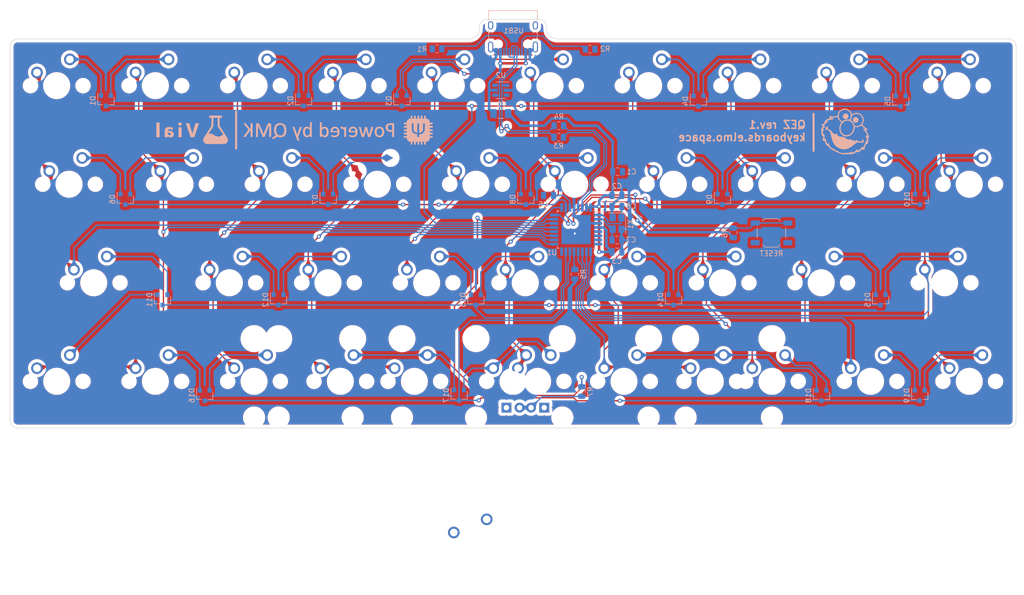
<source format=kicad_pcb>
(kicad_pcb (version 20221018) (generator pcbnew)
  (layers (0 "F.Cu" signal) (31 "B.Cu" signal) (34 "B.Paste" user) (35 "F.Paste" user) (36 "B.SilkS" user "B.Silkscreen") (37 "F.SilkS" user "F.Silkscreen") (38 "B.Mask" user) (39 "F.Mask" user) (44 "Edge.Cuts" user))
  (net 0 "")
  (net 1 "GND")
  (net 2 "+5V")
  (net 3 "Net-(C5-Pad1)")
  (net 4 "Net-(C6-Pad1)")
  (net 5 "Net-(C7-Pad1)")
  (net 6 "row0")
  (net 7 "Net-(D1-Pad2)")
  (net 8 "Net-(D2-Pad2)")
  (net 9 "Net-(D3-Pad2)")
  (net 10 "Net-(D4-Pad2)")
  (net 11 "Net-(D5-Pad2)")
  (net 12 "row1")
  (net 13 "Net-(D6-Pad2)")
  (net 14 "Net-(D7-Pad2)")
  (net 15 "Net-(D8-Pad2)")
  (net 16 "Net-(D9-Pad2)")
  (net 17 "Net-(D10-Pad2)")
  (net 18 "row2")
  (net 19 "Net-(D11-Pad2)")
  (net 20 "Net-(D12-Pad2)")
  (net 21 "Net-(D13-Pad2)")
  (net 22 "Net-(D14-Pad2)")
  (net 23 "Net-(D15-Pad2)")
  (net 24 "row3")
  (net 25 "Net-(D16-Pad2)")
  (net 26 "Net-(D18-Pad2)")
  (net 27 "VCC")
  (net 28 "col0")
  (net 29 "col1")
  (net 30 "col2")
  (net 31 "col3")
  (net 32 "col4")
  (net 33 "col5")
  (net 34 "col6")
  (net 35 "col7")
  (net 36 "col8")
  (net 37 "col9")
  (net 38 "capsLED")
  (net 39 "Net-(R1-Pad2)")
  (net 40 "Net-(R2-Pad2)")
  (net 41 "Net-(R3-Pad2)")
  (net 42 "D+")
  (net 43 "Net-(R4-Pad2)")
  (net 44 "D-")
  (net 45 "Net-(R5-Pad2)")
  (net 46 "Net-(R6-Pad1)")
  (net 47 "Net-(R7-Pad2)")
  (net 48 "Net-(U1-Pad7)")
  (net 49 "Net-(U1-Pad6)")
  (net 50 "Net-(U1-Pad5)")
  (net 51 "Net-(U2-Pad6)")
  (net 52 "Net-(U2-Pad3)")
  (net 53 "Net-(USB1-PadB8)")
  (net 54 "Net-(USB1-PadA8)")
  (net 55 "Net-(D19-Pad2)")
  (net 56 "Net-(U1-Pad16)")
  (net 57 "Net-(U1-Pad8)")
  (net 58 "caps")
  (footprint "MX_Only:MXOnly-1U-NoLED" (layer "F.Cu") (at 67.46875 66.675)
    (fp_text reference "MX1")
    (fp_text value "MX-NoLED")
  )
  (footprint "MX_Only:MXOnly-1U-NoLED" (layer "F.Cu") (at 86.51875 66.675)
    (fp_text reference "MX2")
    (fp_text value "MX-NoLED")
  )
  (footprint "MX_Only:MXOnly-1U-NoLED" (layer "F.Cu") (at 105.56875 66.675)
    (fp_text reference "MX3")
    (fp_text value "MX-NoLED")
  )
  (footprint "MX_Only:MXOnly-1U-NoLED" (layer "F.Cu") (at 124.61875 66.675)
    (fp_text reference "MX4")
    (fp_text value "MX-NoLED")
  )
  (footprint "MX_Only:MXOnly-1U-NoLED" (layer "F.Cu") (at 143.66875 66.675)
    (fp_text reference "MX5")
    (fp_text value "MX-NoLED")
  )
  (footprint "MX_Only:MXOnly-1U-NoLED" (layer "F.Cu") (at 162.71875 66.675)
    (fp_text reference "MX6")
    (fp_text value "MX-NoLED")
  )
  (footprint "MX_Only:MXOnly-1U-NoLED" (layer "F.Cu") (at 181.76875 66.675)
    (fp_text reference "MX7")
    (fp_text value "MX-NoLED")
  )
  (footprint "MX_Only:MXOnly-1U-NoLED" (layer "F.Cu") (at 200.81875 66.675)
    (fp_text reference "MX8")
    (fp_text value "MX-NoLED")
  )
  (footprint "MX_Only:MXOnly-1U-NoLED" (layer "F.Cu") (at 219.86875 66.675)
    (fp_text reference "MX9")
    (fp_text value "MX-NoLED")
  )
  (footprint "MX_Only:MXOnly-1.25U-NoLED" (layer "F.Cu") (at 241.3 66.675)
    (fp_text reference "MX10")
    (fp_text value "MX-NoLED")
  )
  (footprint "MX_Only:MXOnly-1.25U-NoLED" (layer "F.Cu") (at 69.85 85.725)
    (fp_text reference "MX11")
    (fp_text value "MX-NoLED")
  )
  (footprint "MX_Only:MXOnly-1U-NoLED" (layer "F.Cu") (at 91.28125 85.725)
    (fp_text reference "MX12")
    (fp_text value "MX-NoLED")
  )
  (footprint "MX_Only:MXOnly-1U-NoLED" (layer "F.Cu") (at 110.33125 85.725)
    (fp_text reference "MX13")
    (fp_text value "MX-NoLED")
  )
  (footprint "MX_Only:MXOnly-1U-NoLED" (layer "F.Cu") (at 147.955 155.575)
    (fp_text reference "MX14")
    (fp_text value "MX-NoLED")
  )
  (footprint "MX_Only:MXOnly-1U-NoLED" (layer "F.Cu") (at 167.48125 85.725)
    (fp_text reference "MX16")
    (fp_text value "MX-NoLED")
  )
  (footprint "MX_Only:MXOnly-1U-NoLED" (layer "F.Cu") (at 186.53125 85.725)
    (fp_text reference "MX17")
    (fp_text value "MX-NoLED")
  )
  (footprint "MX_Only:MXOnly-1U-NoLED" (layer "F.Cu") (at 205.58125 85.725)
    (fp_text reference "MX18")
    (fp_text value "MX-NoLED")
  )
  (footprint "MX_Only:MXOnly-1U-NoLED" (layer "F.Cu") (at 224.63125 85.725)
    (fp_text reference "MX19")
    (fp_text value "MX-NoLED")
  )
  (footprint "MX_Only:MXOnly-1U-NoLED" (layer "F.Cu") (at 243.68125 85.725)
    (fp_text reference "MX20")
    (fp_text value "MX-NoLED")
  )
  (footprint "MX_Only:MXOnly-1.75U-NoLED" (layer "F.Cu") (at 74.6125 104.775)
    (fp_text reference "MX21")
    (fp_text value "MX-NoLED")
  )
  (footprint "MX_Only:MXOnly-1U-NoLED" (layer "F.Cu") (at 67.46875 123.825)
    (fp_text reference "MX22")
    (fp_text value "MX-NoLED")
  )
  (footprint "MX_Only:MXOnly-1U-NoLED" (layer "F.Cu") (at 100.80625 104.775)
    (fp_text reference "MX23")
    (fp_text value "MX-NoLED")
  )
  (footprint "MX_Only:MXOnly-1U-NoLED" (layer "F.Cu") (at 119.85625 104.775)
    (fp_text reference "MX24")
    (fp_text value "MX-NoLED")
  )
  (footprint "MX_Only:MXOnly-1U-NoLED" (layer "F.Cu") (at 138.90625 104.775)
    (fp_text reference "MX25")
    (fp_text value "MX-NoLED")
  )
  (footprint "MX_Only:MXOnly-1U-NoLED" (layer "F.Cu") (at 157.95625 104.775)
    (fp_text reference "MX26")
    (fp_text value "MX-NoLED")
  )
  (footprint "MX_Only:MXOnly-1U-NoLED" (layer "F.Cu") (at 177.00625 104.775)
    (fp_text reference "MX27")
    (fp_text value "MX-NoLED")
  )
  (footprint "MX_Only:MXOnly-1U-NoLED" (layer "F.Cu") (at 215.10625 104.775)
    (fp_text reference "MX29")
    (fp_text value "MX-NoLED")
  )
  (footprint "MX_Only:MXOnly-1.5U-NoLED" (layer "F.Cu") (at 238.91875 104.775)
    (fp_text reference "MX30")
    (fp_text value "MX-NoLED")
  )
  (footprint "MX_Only:MXOnly-1U-NoLED" (layer "F.Cu") (at 86.51875 123.825)
    (fp_text reference "MX31")
    (fp_text value "MX-NoLED")
  )
  (footprint "MX_Only:MXOnly-1.25U" (layer "F.Cu") (at 160.3375 123.825)
    (fp_text reference "MX34")
    (fp_text value "MX-LED")
  )
  (footprint "MX_Only:MXOnly-1U-NoLED" (layer "F.Cu") (at 224.63125 123.825)
    (fp_text reference "MX37")
    (fp_text value "MX-NoLED")
  )
  (footprint "MX_Only:MXOnly-1U-NoLED" (layer "F.Cu") (at 243.68125 123.825)
    (fp_text reference "MX38")
    (fp_text value "MX-NoLED")
  )
  (footprint "MX_Only:MXOnly-1U-NoLED" (layer "F.Cu") (at 196.05625 104.775)
    (fp_text reference "MX28")
    (fp_text value "MX-NoLED")
  )
  (footprint "MX_Only:MXOnly-1U-NoLED" (layer "F.Cu") (at 205.58125 123.825)
    (fp_text reference "MX36")
    (fp_text value "MX-NoLED")
  )
  (footprint "MX_Only:MXOnly-1U-NoLED" (layer "F.Cu") (at 105.56875 123.825)
    (fp_text reference "MX32")
    (fp_text value "MX-NoLED")
  )
  (footprint "MX_Only:MXOnly-1U-NoLED" (layer "F.Cu") (at 148.43125 85.725)
    (fp_text reference "MX15")
    (fp_text value "MX-NoLED")
  )
  (footprint "custom_parts:MXOnly-6.25U-ReversedStabilizers-flippedLED" (layer "F.Cu") (at 155.575 123.825)
    (fp_text reference "MX41")
    (fp_text value "MX-LED")
  )
  (footprint "MX_Only:MXOnly-2.25U-ReversedStabilizers-NoLED" (layer "F.Cu") (at 136.525 123.825)
    (fp_text reference "MX39")
    (fp_text value "MX-NoLED")
  )
  (footprint "MX_Only:MXOnly-2.75U-ReversedStabilizers-NoLED" (layer "F.Cu") (at 122.2375 123.825)
    (fp_text reference "MX33")
    (fp_text value "MX-NoLED")
  )
  (footprint "MX_Only:MXOnly-2U-ReversedStabilizers-NoLED" (layer "F.Cu") (at 177.00625 123.825)
    (fp_text reference "MX40")
    (fp_text value "MX-NoLED")
  )
  (footprint "MX_Only:MXOnly-2.25U-ReversedStabilizers-NoLED" (layer "F.Cu") (at 193.675 123.825)
    (fp_text reference "MX35")
    (fp_text value "MX-NoLED")
  )
  (footprint "Capacitor_SMD:C_0805_2012Metric" (layer "B.Cu") (at 175.768 83.312)
    (fp_text reference "C1")
    (fp_text value "10uF")
  )
  (footprint "Capacitor_SMD:C_0805_2012Metric" (layer "B.Cu") (at 175.641 87.884)
    (fp_text reference "C2")
    (fp_text value "0.1uF")
  )
  (footprint "Capacitor_SMD:C_0805_2012Metric" (layer "B.Cu") (at 175.641 98.806)
    (fp_text reference "C3")
    (fp_text value "0.1uF")
  )
  (footprint "Capacitor_SMD:C_0805_2012Metric" (layer "B.Cu") (at 162.433 87.884 180)
    (fp_text reference "C5")
    (fp_text value "1uF")
  )
  (footprint "Capacitor_SMD:C_0805_2012Metric" (layer "B.Cu") (at 175.641 90.043 180)
    (fp_text reference "C6")
    (fp_text value "22pF")
  )
  (footprint "Capacitor_SMD:C_0805_2012Metric" (layer "B.Cu") (at 175.641 96.52)
    (fp_text reference "C7")
    (fp_text value "22pF")
  )
  (footprint "custom_parts:D_SOT-23_ANK" (layer "B.Cu") (at 76.962 69.596 -90)
    (fp_text reference "D1")
    (fp_text value "D_Small")
  )
  (footprint "custom_parts:D_SOT-23_ANK" (layer "B.Cu") (at 115.1255 69.596 -90)
    (fp_text reference "D2")
    (fp_text value "D_Small")
  )
  (footprint "custom_parts:D_SOT-23_ANK" (layer "B.Cu") (at 134.112 69.596 -90)
    (fp_text reference "D3")
    (fp_text value "D_Small")
  )
  (footprint "custom_parts:D_SOT-23_ANK" (layer "B.Cu") (at 191.389 69.6595 -90)
    (fp_text reference "D4")
    (fp_text value "D_Small")
  )
  (footprint "custom_parts:D_SOT-23_ANK" (layer "B.Cu") (at 230.4415 69.6595 -90)
    (fp_text reference "D5")
    (fp_text value "D_Small")
  )
  (footprint "custom_parts:D_SOT-23_ANK" (layer "B.Cu") (at 80.7085 88.646 -90)
    (fp_text reference "D6")
    (fp_text value "D_Small")
  )
  (footprint "custom_parts:D_SOT-23_ANK" (layer "B.Cu") (at 119.888 88.646 -90)
    (fp_text reference "D7")
    (fp_text value "D_Small")
  )
  (footprint "custom_parts:D_SOT-23_ANK" (layer "B.Cu") (at 158.0515 88.646 -90)
    (fp_text reference "D8")
    (fp_text value "D_Small")
  )
  (footprint "custom_parts:D_SOT-23_ANK" (layer "B.Cu") (at 196.0245 88.646 -90)
    (fp_text reference "D9")
    (fp_text value "D_Small")
  )
  (footprint "custom_parts:D_SOT-23_ANK" (layer "B.Cu") (at 234.188 88.646 -90)
    (fp_text reference "D10")
    (fp_text value "D_Small")
  )
  (footprint "custom_parts:D_SOT-23_ANK" (layer "B.Cu") (at 87.884 108.077 -90)
    (fp_text reference "D11")
    (fp_text value "D_Small")
  )
  (footprint "custom_parts:D_SOT-23_ANK" (layer "B.Cu") (at 110.2995 108.077 -90)
    (fp_text reference "D12")
    (fp_text value "D_Small")
  )
  (footprint "custom_parts:D_SOT-23_ANK" (layer "B.Cu") (at 148.3995 108.077 -90)
    (fp_text reference "D13")
    (fp_text value "D_Small")
  )
  (footprint "custom_parts:D_SOT-23_ANK" (layer "B.Cu") (at 186.563 108.077 -90)
    (fp_text reference "D14")
    (fp_text value "D_Small")
  )
  (footprint "custom_parts:D_SOT-23_ANK" (layer "B.Cu") (at 226.568 108.077 -90)
    (fp_text reference "D15")
    (fp_text value "D_Small")
  )
  (footprint "custom_parts:D_SOT-23_ANK" (layer "B.Cu") (at 96.04375 126.5555 -90)
    (fp_text reference "D16")
    (fp_text value "D_Small")
  )
  (footprint "custom_parts:D_SOT-23_ANK" (layer "B.Cu") (at 234.1245 126.5555 -90)
    (fp_text reference "D19")
    (fp_text value "D_Small")
  )
  (footprint "Fuse:Fuse_1206_3216Metric" (layer "B.Cu") (at 153.2255 72.0725 180)
    (fp_text reference "F1")
    (fp_text value "Polyfuse_Small")
  )
  (footprint "Resistor_SMD:R_0805_2012Metric" (layer "B.Cu") (at 140.9065 59.563)
    (fp_text reference "R1")
    (fp_text value "5.1k")
  )
  (footprint "Resistor_SMD:R_0805_2012Metric" (layer "B.Cu") (at 170.474 59.6265 180)
    (fp_text reference "R2")
    (fp_text value "5.1k")
  )
  (footprint "Resistor_SMD:R_0805_2012Metric" (layer "B.Cu") (at 164.4015 76.6445)
    (fp_text reference "R3")
    (fp_text value "22")
  )
  (footprint "Resistor_SMD:R_0805_2012Metric" (layer "B.Cu") (at 164.425 74.422)
    (fp_text reference "R4")
    (fp_text value "22")
  )
  (footprint "Resistor_SMD:R_0805_2012Metric" (layer "B.Cu") (at 198.12 95.123 -90)
    (fp_text reference "R6")
    (fp_text value "10k")
  )
  (footprint "Resistor_SMD:R_0805_2012Metric" (layer "B.Cu") (at 168.8465 125.7935 90)
    (fp_text reference "R7")
    (fp_text value "1.5k")
  )
  (footprint "Button_Switch_SMD:SW_SPST_TL3342" (layer "B.Cu") (at 205.486 95.123)
    (fp_text reference "RESET")
    (fp_text value "SW_Push")
  )
  (footprint "Package_TO_SOT_SMD:SOT-23-6" (layer "B.Cu") (at 153.2255 67.564 180)
    (fp_text reference "U2")
    (fp_text value "SRV05-4")
  )
  (footprint "Connector_USB:USB_C_Receptacle_HRO_TYPE-C-31-M-12" (layer "B.Cu") (at 155.575 56.0705)
    (fp_text reference "USB1")
    (fp_text value "USB_C_Receptacle_USB2.0")
  )
  (footprint "Crystal:Crystal_SMD_3225-4Pin_3.2x2.5mm" (layer "B.Cu") (at 175.673687 93.296134 -90)
    (fp_text reference "X1")
    (fp_text value "Crystal_GND24_Small")
  )
  (footprint "custom_parts:D_SOT-23_ANK" (layer "B.Cu") (at 145.161 126.492 -90)
    (fp_text reference "D17")
    (fp_text value "D_Small")
  )
  (footprint "custom_parts:D_SOT-23_ANK" (layer "B.Cu") (at 215.138 126.5555 -90)
    (fp_text reference "D18")
    (fp_text value "D_Small")
  )
  (footprint "custom_parts:qmk" (layer "B.Cu") (at 121.7295 75.2475 180)
    (fp_text reference "G***" hide)
    (fp_text value "LOGO" hide)
  )
  (footprint "custom_parts:vial_logo" (layer "B.Cu") (at 92.71 75.2475 180)
    (fp_text reference "G***" hide)
    (fp_text value "LOGO" hide)
  )
  (footprint "custom_parts:elmo" (layer "B.Cu") (at 219.7735 75.6285 180)
    (fp_text reference "G***" hide)
    (fp_text value "LOGO" hide)
  )
  (footprint "Package_QFP:TQFP-32_7x7mm_P0.8mm" (layer "B.Cu") (at 167.767 94.488 180)
    (fp_text reference "U1")
    (fp_text value "ATmega32U2-AU")
  )
  (footprint "Resistor_SMD:R_0805_2012Metric" (layer "B.Cu") (at 167.513 103.124 90)
    (fp_text reference "R5")
    (fp_text value "10k")
  )
  (gr_arc (start 59.918599 132.842001) (mid 58.88587 132.41423) (end 58.4581 131.3815) (stroke (width 0.1)) (layer "Edge.Cuts"))
  (gr_arc (start 252.730001 131.381501) (mid 252.30223 132.41423) (end 251.2695 132.842) (stroke (width 0.1)) (layer "Edge.Cuts"))
  (gr_arc (start 251.2695 57.6453) (mid 252.302229 58.073071) (end 252.729999 59.105801) (stroke (width 0.1)) (layer "Edge.Cuts"))
  (gr_arc (start 160.629601 53.847999) (mid 161.66233 54.27577) (end 162.0901 55.3085) (stroke (width 0.1)) (layer "Edge.Cuts"))
  (gr_arc (start 149.097999 55.308499) (mid 149.52577 54.27577) (end 150.5585 53.848) (stroke (width 0.1)) (layer "Edge.Cuts"))
  (gr_line (start 58.4581 59.1058) (end 58.4581 131.3815) (stroke (width 0.1)) (layer "Edge.Cuts"))
  (gr_arc (start 164.091749 57.647602) (mid 162.677536 57.061815) (end 162.09175 55.647601) (stroke (width 0.1)) (layer "Edge.Cuts"))
  (gr_line (start 147.091751 57.6476) (end 59.9186 57.6453) (stroke (width 0.1)) (layer "Edge.Cuts"))
  (gr_line (start 252.730001 131.381501) (end 252.729999 59.105801) (stroke (width 0.1)) (layer "Edge.Cuts"))
  (gr_line (start 162.09175 55.647601) (end 162.0901 55.3085) (stroke (width 0.1)) (layer "Edge.Cuts"))
  (gr_line (start 149.091751 55.647602) (end 149.097999 55.308499) (stroke (width 0.1)) (layer "Edge.Cuts"))
  (gr_arc (start 58.4581 59.1058) (mid 58.885871 58.073071) (end 59.9186 57.6453) (stroke (width 0.1)) (layer "Edge.Cuts"))
  (gr_line (start 251.2695 57.6453) (end 164.09175 57.647599) (stroke (width 0.1)) (layer "Edge.Cuts"))
  (gr_arc (start 149.09175 55.647601) (mid 148.505964 57.061814) (end 147.091751 57.6476) (stroke (width 0.1)) (layer "Edge.Cuts"))
  (gr_line (start 160.629601 53.847999) (end 150.5585 53.848) (stroke (width 0.1)) (layer "Edge.Cuts"))
  (gr_line (start 59.918599 132.842001) (end 251.2695 132.842) (stroke (width 0.1)) (layer "Edge.Cuts"))
  (gr_text "|" (at 213.614 75.311) (layer "B.SilkS") (effects (font (size 5 5) (thickness 0.4)) (justify mirror)))
  (gr_text "|" (at 102.108 74.8665) (layer "B.SilkS") (effects (font (size 5 5) (thickness 0.4)) (justify mirror)))
  (gr_text "QEZ rev.1\nkeyboards.elmo.space" (at 212.2805 75.438) (layer "B.SilkS") (effects (font (size 1.5 1.5) (thickness 0.3)) (justify left mirror)))
  (via (at 167.513 95.25) (size 0.8) (drill 0.4) (layers "F.Cu" "B.Cu") (net 1))
  (segment (start 174.691 90.043) (end 174.691 92.063447) (width 0.5) (layer "B.Cu") (net 1))
  (segment (start 152.325 61.162) (end 151.8285 61.6585) (width 0.5) (layer "B.Cu") (net 1))
  (segment (start 167.513 104.0365) (end 167.513 104.902) (width 0.5) (layer "B.Cu") (net 1))
  (segment (start 176.591 96.52) (end 177.8 96.52) (width 0.5) (layer "B.Cu") (net 1))
  (segment (start 167.513 104.0365) (end 167.513 104.775) (width 0.5) (layer "B.Cu") (net 1))
  (segment (start 158.98 60.1155) (end 159.895 59.2005) (width 0.5) (layer "B.Cu") (net 1))
  (segment (start 176.523687 94.396134) (end 177.835134 94.396134) (width 0.5) (layer "B.Cu") (net 1))
  (segment (start 176.523687 96.518687) (end 176.523687 94.396134) (width 0.5) (layer "B.Cu") (net 1))
  (segment (start 154.3255 67.564) (end 155.575 67.564) (width 0.5) (layer "B.Cu") (net 1))
  (segment (start 176.591 96.647) (end 176.591 96.586) (width 0.5) (layer "B.Cu") (net 1))
  (segment (start 152.325 60.1155) (end 152.325 61.162) (width 0.5) (layer "B.Cu") (net 1))
  (segment (start 167.367 90.238) (end 167.367 91.548) (width 0.5) (layer "B.Cu") (net 1))
  (segment (start 174.691 89.784) (end 176.591 87.884) (width 0.5) (layer "B.Cu") (net 1))
  (segment (start 172.017 93.288) (end 170.618 93.288) (width 0.5) (layer "B.Cu") (net 1))
  (segment (start 152.17 60.1155) (end 151.255 59.2005) (width 0.5) (layer "B.Cu") (net 1))
  (segment (start 158.825 60.1155) (end 158.98 60.1155) (width 0.5) (layer "B.Cu") (net 1))
  (segment (start 167.513 104.775) (end 166.37 105.918) (width 0.5) (layer "B.Cu") (net 1))
  (segment (start 174.691 90.043) (end 174.691 89.784) (width 0.5) (layer "B.Cu") (net 1))
  (segment (start 152.325 60.1155) (end 152.17 60.1155) (width 0.5) (layer "B.Cu") (net 1))
  (segment (start 158.825 60.1155) (end 158.825 61.647) (width 0.5) (layer "B.Cu") (net 1))
  (segment (start 174.691 92.063447) (end 174.823687 92.196134) (width 0.5) (layer "B.Cu") (net 1))
  (segment (start 176.591 98.806) (end 176.591 96.52) (width 0.5) (layer "B.Cu") (net 1))
  (segment (start 176.591 96.586) (end 176.523687 96.518687) (width 0.5) (layer "B.Cu") (net 1))
  (segment (start 167.367 90.238) (end 167.367 88.792) (width 0.5) (layer "B.Cu") (net 1))
  (segment (start 176.591 87.884) (end 176.591 86.675) (width 0.5) (layer "B.Cu") (net 1))
  (segment (start 172.212 98.806) (end 172.212 90.043) (width 0.5) (layer "F.Cu") (net 2))
  (segment (start 176.911 90.043) (end 179.578 92.71) (width 0.5) (layer "F.Cu") (net 2))
  (segment (start 172.212 90.043) (end 176.911 90.043) (width 0.5) (layer "F.Cu") (net 2))
  (via (at 179.578 92.71) (size 0.8) (drill 0.4) (layers "F.Cu" "B.Cu") (net 2))
  (via (at 172.212 90.043) (size 0.8) (drill 0.4) (layers "F.Cu" "B.Cu") (net 2))
  (via (at 172.212 98.806) (size 0.8) (drill 0.4) (layers "F.Cu" "B.Cu") (net 2))
  (segment (start 174.818 83.312) (end 174.818 87.757) (width 0.5) (layer "B.Cu") (net 2))
  (segment (start 170.567 90.238) (end 169.767 90.238) (width 0.5) (layer "B.Cu") (net 2))
  (segment (start 173.609 97.724) (end 173.609 94.594998) (width 0.5) (layer "B.Cu") (net 2))
  (segment (start 174.691 98.806) (end 172.212 98.806) (width 0.5) (layer "B.Cu") (net 2))
  (segment (start 173.228 87.884) (end 172.212 88.9) (width 0.5) (layer "B.Cu") (net 2))
  (segment (start 174.818 83.312) (end 174.818 77.409) (width 0.5) (layer "B.Cu") (net 2))
  (segment (start 163.068 73.025) (end 161.671 74.422) (width 0.5) (layer "B.Cu") (net 2))
  (segment (start 174.691 98.806) (end 173.609 97.724) (width 0.5) (layer "B.Cu") (net 2))
  (segment (start 173.609 94.594998) (end 173.102002 94.088) (width 0.5) (layer "B.Cu") (net 2))
  (segment (start 174.818 87.757) (end 174.691 87.884) (width 0.5) (layer "B.Cu") (net 2))
  (segment (start 171.831 74.422) (end 167.386 74.422) (width 0.5) (layer "B.Cu") (net 2))
  (segment (start 197.0805 94.996) (end 198.12 96.0355) (width 0.5) (layer "B.Cu") (net 2))
  (segment (start 156.975 74.422) (end 154.6255 72.0725) (width 0.5) (layer "B.Cu") (net 2))
  (segment (start 173.102002 94.088) (end 172.017 94.088) (width 0.5) (layer "B.Cu") (net 2))
  (segment (start 161.671 74.422) (end 156.975 74.422) (width 0.5) (layer "B.Cu") (net 2))
  (segment (start 179.578 92.71) (end 181.864 94.996) (width 0.5) (layer "B.Cu") (net 2))
  (segment (start 165.989 73.025) (end 163.068 73.025) (width 0.5) (layer "B.Cu") (net 2))
  (segment (start 170.762 90.043) (end 170.567 90.238) (width 0.5) (layer "B.Cu") (net 2))
  (segment (start 174.691 87.884) (end 173.228 87.884) (width 0.5) (layer "B.Cu") (net 2))
  (segment (start 167.386 74.422) (end 165.989 73.025) (width 0.5) (layer "B.Cu") (net 2))
  (segment (start 172.212 88.9) (end 172.212 90.043) (width 0.5) (layer "B.Cu") (net 2))
  (segment (start 181.864 94.996) (end 197.0805 94.996) (width 0.5) (layer "B.Cu") (net 2))
  (segment (start 172.212 90.043) (end 170.762 90.043) (width 0.5) (layer "B.Cu") (net 2))
  (segment (start 174.818 77.409) (end 171.831 74.422) (width 0.5) (layer "B.Cu") (net 2))
  (segment (start 163.383 87.884) (end 165.407 87.884) (width 0.25) (layer "B.Cu") (net 3))
  (segment (start 165.407 87.884) (end 166.567 89.044) (width 0.25) (layer "B.Cu") (net 3))
  (segment (start 166.567 89.044) (end 166.567 90.238) (width 0.25) (layer "B.Cu") (net 3))
  (segment (start 172.877002 91.688) (end 172.017 91.688) (width 0.25) (layer "B.Cu") (net 4))
  (segment (start 176.403 93.345) (end 174.087551 93.345) (width 0.25) (layer "B.Cu") (net 4))
  (segment (start 176.523687 92.196134) (end 176.523687 93.224313) (width 0.25) (layer "B.Cu") (net 4))
  (segment (start 176.523687 93.224313) (end 176.403 93.345) (width 0.25) (layer "B.Cu") (net 4))
  (segment (start 174.087551 93.345) (end 173.898686 93.156135) (width 0.25) (layer "B.Cu") (net 4))
  (segment (start 173.898686 92.709684) (end 172.877002 91.688) (width 0.25) (layer "B.Cu") (net 4))
  (segment (start 176.523687 92.196134) (end 176.523687 90.110313) (width 0.25) (layer "B.Cu") (net 4))
  (segment (start 173.898686 93.156135) (end 173.898686 92.709684) (width 0.25) (layer "B.Cu") (net 4))
  (segment (start 176.523687 90.110313) (end 176.591 90.043) (width 0.25) (layer "B.Cu") (net 4))
  (segment (start 172.017 92.488) (end 172.877002 92.488) (width 0.25) (layer "B.Cu") (net 5))
  (segment (start 174.691 96.52) (end 174.691 94.528821) (width 0.25) (layer "B.Cu") (net 5))
  (segment (start 174.691 94.528821) (end 174.823687 94.396134) (width 0.25) (layer "B.Cu") (net 5))
  (segment (start 174.504227 94.777134) (end 174.823686 94.777134) (width 0.25) (layer "B.Cu") (net 5))
  (segment (start 174.823687 94.396134) (end 174.502275 94.396134) (width 0.25) (layer "B.Cu") (net 5))
  (segment (start 173.448676 93.342535) (end 173.448676 93.059674) (width 0.25) (layer "B.Cu") (net 5))
  (segment (start 174.502275 94.396134) (end 173.448676 93.342535) (width 0.25) (layer "B.Cu") (net 5))
  (segment (start 172.877002 92.488) (end 173.448676 93.059674) (width 0.25) (layer "B.Cu") (net 5))
  (segment (start 147.6375 70.612) (end 157.1625 70.612) (width 0.25) (layer "F.Cu") (net 6))
  (via (at 157.1625 70.612) (size 0.8) (drill 0.4) (layers "F.Cu" "B.Cu") (net 6))
  (via (at 147.6375 70.612) (size 0.8) (drill 0.4) (layers "F.Cu" "B.Cu") (net 6))
  (segment (start 140.55898 93.18798) (end 138.43 91.059) (width 0.25) (layer "B.Cu") (net 6))
  (segment (start 76.962 70.596) (end 115.1255 70.596) (width 0.25) (layer "B.Cu") (net 6))
  (segment (start 162.00877 92.488) (end 161.30879 93.18798) (width 0.25) (layer "B.Cu") (net 6))
  (segment (start 147.6375 73.3425) (end 147.6375 70.612) (width 0.25) (layer "B.Cu") (net 6))
  (segment (start 147.6215 70.596) (end 147.6375 70.612) (width 0.25) (layer "B.Cu") (net 6))
  (segment (start 191.389 70.6595) (end 230.4415 70.6595) (width 0.25) (layer "B.Cu") (net 6))
  (segment (start 191.3415 70.612) (end 191.389 70.6595) (width 0.25) (layer "B.Cu") (net 6))
  (segment (start 134.112 70.596) (end 147.6215 70.596) (width 0.25) (layer "B.Cu") (net 6))
  (segment (start 138.43 82.55) (end 147.6375 73.3425) (width 0.25) (layer "B.Cu") (net 6))
  (segment (start 161.30879 93.18798) (end 140.55898 93.18798) (width 0.25) (layer "B.Cu") (net 6))
  (segment (start 115.1255 70.596) (end 134.112 70.596) (width 0.25) (layer "B.Cu") (net 6))
  (segment (start 138.43 91.059) (end 138.43 82.55) (width 0.25) (layer "B.Cu") (net 6))
  (segment (start 163.517 92.488) (end 162.00877 92.488) (width 0.25) (layer "B.Cu") (net 6))
  (segment (start 157.1625 70.612) (end 191.3415 70.612) (width 0.25) (layer "B.Cu") (net 6))
  (segment (start 77.912 68.596) (end 77.912 64.5185) (width 0.25) (layer "B.Cu") (net 7))
  (segment (start 76.012 64.5185) (end 73.0885 61.595) (width 0.25) (layer "B.Cu") (net 7))
  (segment (start 77.912 64.5185) (end 80.8355 61.595) (width 0.25) (layer "B.Cu") (net 7))
  (segment (start 76.012 68.596) (end 76.012 64.5185) (width 0.25) (layer "B.Cu") (net 7))
  (segment (start 80.8355 61.595) (end 89.05875 61.595) (width 0.25) (layer "B.Cu") (net 7))
  (segment (start 73.0885 61.595) (end 70.00875 61.595) (width 0.25) (layer "B.Cu") (net 7))
  (segment (start 119.0625 61.595) (end 127.15875 61.595) (width 0.25) (layer "B.Cu") (net 8))
  (segment (start 114.1755 64.582) (end 111.1885 61.595) (width 0.25) (layer "B.Cu") (net 8))
  (segment (start 116.0755 64.582) (end 119.0625 61.595) (width 0.25) (layer "B.Cu") (net 8))
  (segment (start 114.1755 68.596) (end 114.1755 64.582) (width 0.25) (layer "B.Cu") (net 8))
  (segment (start 116.0755 68.596) (end 116.0755 64.582) (width 0.25) (layer "B.Cu") (net 8))
  (segment (start 111.1885 61.595) (end 108.10875 61.595) (width 0.25) (layer "B.Cu") (net 8))
  (segment (start 149.987 61.595) (end 165.25875 61.595) (width 0.25) (layer "F.Cu") (net 9))
  (segment (start 146.177 64.389) (end 147.193 64.389) (width 0.25) (layer "F.Cu") (net 9))
  (segment (start 147.193 64.389) (end 149.987 61.595) (width 0.25) (layer "F.Cu") (net 9))
  (via (at 146.177 64.389) (size 0.8) (drill 0.4) (layers "F.Cu" "B.Cu") (net 9))
  (segment (start 135.062 68.596) (end 135.062 67.752) (width 0.25) (layer "B.Cu") (net 9))
  (segment (start 135.062 67.752) (end 134.366 67.056) (width 0.25) (layer "B.Cu") (net 9))
  (segment (start 133.162 67.752) (end 133.858 67.056) (width 0.25) (layer "B.Cu") (net 9))
  (segment (start 136.0805 61.595) (end 146.20875 61.595) (width 0.25) (layer "B.Cu") (net 9))
  (segment (start 134.366 64.008) (end 136.271 62.103) (width 0.25) (layer "B.Cu") (net 9))
  (segment (start 136.271 62.103) (end 143.891 62.103) (width 0.25) (layer "B.Cu") (net 9))
  (segment (start 133.162 68.596) (end 133.162 67.752) (width 0.25) (layer "B.Cu") (net 9))
  (segment (start 143.891 62.103) (end 146.177 64.389) (width 0.25) (layer "B.Cu") (net 9))
  (segment (start 133.858 63.8175) (end 136.0805 61.595) (width 0.25) (layer "B.Cu") (net 9))
  (segment (start 134.366 67.056) (end 134.366 64.008) (width 0.25) (layer "B.Cu") (net 9))
  (segment (start 133.858 67.056) (end 133.858 63.8175) (width 0.25) (layer "B.Cu") (net 9))
  (segment (start 190.439 68.6595) (end 190.439 64.6455) (width 0.25) (layer "B.Cu") (net 10))
  (segment (start 192.339 68.6595) (end 192.339 64.6455) (width 0.25) (layer "B.Cu") (net 10))
  (segment (start 187.3885 61.595) (end 184.30875 61.595) (width 0.25) (layer "B.Cu") (net 10))
  (segment (start 192.339 64.6455) (end 195.3895 61.595) (width 0.25) (layer "B.Cu") (net 10))
  (segment (start 190.439 64.6455) (end 187.3885 61.595) (width 0.25) (layer "B.Cu") (net 10))
  (segment (start 195.3895 61.595) (end 203.35875 61.595) (width 0.25) (layer "B.Cu") (net 10))
  (segment (start 229.4915 68.6595) (end 229.4915 64.582) (width 0.25) (layer "B.Cu") (net 11))
  (segment (start 234.442 61.595) (end 243.84 61.595) (width 0.25) (layer "B.Cu") (net 11))
  (segment (start 231.3915 64.6455) (end 234.442 61.595) (width 0.25) (layer "B.Cu") (net 11))
  (segment (start 226.5045 61.595) (end 222.40875 61.595) (width 0.25) (layer "B.Cu") (net 11))
  (segment (start 229.4915 64.582) (end 226.5045 61.595) (width 0.25) (layer "B.Cu") (net 11))
  (segment (start 231.3915 68.6595) (end 231.3915 64.6455) (width 0.25) (layer "B.Cu") (net 11))
  (segment (start 178.568222 88.525223) (end 178.308704 88.265705) (width 0.25) (layer "F.Cu") (net 12))
  (segment (start 178.308704 88.265705) (end 170.815705 88.265705) (width 0.25) (layer "F.Cu") (net 12))
  (segment (start 167.259 91.82241) (end 167.259 93.345) (width 0.25) (layer "F.Cu") (net 12))
  (segment (start 170.815705 88.265705) (end 167.259 91.82241) (width 0.25) (layer "F.Cu") (net 12))
  (segment (start 167.259 93.345) (end 167.259 92.202) (width 0.25) (layer "F.Cu") (net 12))
  (segment (start 134.366 89.662) (end 141.224 89.662) (width 0.25) (layer "F.Cu") (net 12))
  (segment (start 181.095777 88.525223) (end 181.102 88.519) (width 0.25) (layer "F.Cu") (net 12))
  (segment (start 178.568222 88.525223) (end 181.095777 88.525223) (width 0.25) (layer "F.Cu") (net 12))
  (via (at 134.366 89.662) (size 0.8) (drill 0.4) (layers "F.Cu" "B.Cu") (net 12))
  (via (at 167.259 93.345) (size 0.8) (drill 0.4) (layers "F.Cu" "B.Cu") (net 12))
  (via (at 141.224 89.662) (size 0.8) (drill 0.4) (layers "F.Cu" "B.Cu") (net 12))
  (via (at 181.102 88.519) (size 0.8) (drill 0.4) (layers "F.Cu" "B.Cu") (net 12))
  (segment (start 134.35 89.646) (end 134.366 89.662) (width 0.25) (layer "B.Cu") (net 12))
  (segment (start 182.245 89.662) (end 182.372 89.662) (width 0.25) (layer "B.Cu") (net 12))
  (segment (start 165.352 88.773) (end 165.767 89.188) (width 0.25) (layer "B.Cu") (net 12))
  (segment (start 196.0085 89.662) (end 196.0245 89.646) (width 0.25) (layer "B.Cu") (net 12))
  (segment (start 165.767 89.188) (end 165.767 90.238) (width 0.25) (layer "B.Cu") (net 12))
  (segment (start 234.188 89.646) (end 196.0245 89.646) (width 0.25) (layer "B.Cu") (net 12))
  (segment (start 167.259 93.287998) (end 167.259 93.345) (width 0.25) (layer "B.Cu") (net 12))
  (segment (start 181.102 88.519) (end 182.245 89.662) (width 0.25) (layer "B.Cu") (net 12))
  (segment (start 163.592 89.646) (end 164.465 88.773) (width 0.25) (layer "B.Cu") (net 12))
  (segment (start 165.767 91.795998) (end 167.259 93.287998) (width 0.25) (layer "B.Cu") (net 12))
  (segment (start 158.0355 89.662) (end 158.0515 89.646) (width 0.25) (layer "B.Cu") (net 12))
  (segment (start 182.372 89.662) (end 196.0085 89.662) (width 0.25) (layer "B.Cu") (net 12))
  (segment (start 165.767 90.238) (end 165.767 91.795998) (width 0.25) (layer "B.Cu") (net 12))
  (segment (start 158.0515 89.646) (end 163.592 89.646) (width 0.25) (layer "B.Cu") (net 12))
  (segment (start 141.224 89.662) (end 158.0355 89.662) (width 0.25) (layer "B.Cu") (net 12))
  (segment (start 119.888 89.646) (end 80.7085 89.646) (width 0.25) (layer "B.Cu") (net 12))
  (segment (start 119.888 89.646) (end 134.35 89.646) (width 0.25) (layer "B.Cu") (net 12))
  (segment (start 164.465 88.773) (end 165.352 88.773) (width 0.25) (layer "B.Cu") (net 12))
  (segment (start 84.582 80.645) (end 93.82125 80.645) (width 0.25) (layer "B.Cu") (net 13))
  (segment (start 81.6585 83.5685) (end 84.582 80.645) (width 0.25) (layer "B.Cu") (net 13))
  (segment (start 81.6585 87.646) (end 81.6585 83.5685) (width 0.25) (layer "B.Cu") (net 13))
  (segment (start 79.7585 83.632) (end 76.7715 80.645) (width 0.25) (layer "B.Cu") (net 13))
  (segment (start 76.7715 80.645) (end 72.39 80.645) (width 0.25) (layer "B.Cu") (net 13))
  (segment (start 79.7585 87.646) (end 79.7585 83.632) (width 0.25) (layer "B.Cu") (net 13))
  (segment (start 118.938 87.646) (end 118.938 83.5685) (width 0.25) (layer "B.Cu") (net 14))
  (segment (start 118.938 83.5685) (end 116.0145 80.645) (width 0.25) (layer "B.Cu") (net 14))
  (segment (start 120.838 83.632) (end 123.825 80.645) (width 0.25) (layer "B.Cu") (net 14))
  (segment (start 123.825 80.645) (end 131.92125 80.645) (width 0.25) (layer "B.Cu") (net 14))
  (segment (start 120.838 87.646) (end 120.838 83.632) (width 0.25) (layer "B.Cu") (net 14))
  (segment (start 116.0145 80.645) (end 112.87125 80.645) (width 0.25) (layer "B.Cu") (net 14))
  (segment (start 159.0015 83.632) (end 161.9885 80.645) (width 0.25) (layer "B.Cu") (net 15))
  (segment (start 154.178 80.645) (end 150.97125 80.645) (width 0.25) (layer "B.Cu") (net 15))
  (segment (start 157.1015 87.646) (end 157.1015 83.5685) (width 0.25) (layer "B.Cu") (net 15))
  (segment (start 161.9885 80.645) (end 170.02125 80.645) (width 0.25) (layer "B.Cu") (net 15))
  (segment (start 159.0015 87.646) (end 159.0015 83.632) (width 0.25) (layer "B.Cu") (net 15))
  (segment (start 157.1015 83.5685) (end 154.178 80.645) (width 0.25) (layer "B.Cu") (net 15))
  (segment (start 195.0745 87.646) (end 195.0745 83.632) (width 0.25) (layer "B.Cu") (net 16))
  (segment (start 195.0745 83.632) (end 192.0875 80.645) (width 0.25) (layer "B.Cu") (net 16))
  (segment (start 196.9745 87.646) (end 196.9745 83.632) (width 0.25) (layer "B.Cu") (net 16))
  (segment (start 196.9745 83.632) (end 199.9615 80.645) (width 0.25) (layer "B.Cu") (net 16))
  (segment (start 192.0875 80.645) (end 189.07125 80.645) (width 0.25) (layer "B.Cu") (net 16))
  (segment (start 199.9615 80.645) (end 208.12125 80.645) (width 0.25) (layer "B.Cu") (net 16))
  (segment (start 238.0615 80.645) (end 246.22125 80.645) (width 0.25) (layer "B.Cu") (net 17))
  (segment (start 233.238 87.646) (end 233.238 83.505) (width 0.25) (layer "B.Cu") (net 17))
  (segment (start 233.238 83.505) (end 230.378 80.645) (width 0.25) (layer "B.Cu") (net 17))
  (segment (start 235.138 83.5685) (end 238.0615 80.645) (width 0.25) (layer "B.Cu") (net 17))
  (segment (start 230.378 80.645) (end 227.17125 80.645) (width 0.25) (layer "B.Cu") (net 17))
  (segment (start 235.138 87.646) (end 235.138 83.5685) (width 0.25) (layer "B.Cu") (net 17))
  (segment (start 162.56 109.093) (end 171.45 109.093) (width 0.25) (layer "F.Cu") (net 18))
  (via (at 162.56 109.093) (size 0.8) (drill 0.4) (layers "F.Cu" "B.Cu") (net 18))
  (via (at 171.45 109.093) (size 0.8) (drill 0.4) (layers "F.Cu" "B.Cu") (net 18))
  (segment (start 186.547 109.093) (end 186.563 109.077) (width 0.25) (layer "B.Cu") (net 18))
  (segment (start 165.767 104.74159) (end 165.767 98.738) (width 0.25) (layer "B.Cu") (net 18))
  (segment (start 148.3995 109.077) (end 148.3995 109.7915) (width 0.25) (layer "B.Cu") (net 18))
  (segment (start 171.45 109.093) (end 186.547 109.093) (width 0.25) (layer "B.Cu") (net 18))
  (segment (start 87.884 109.077) (end 110.2995 109.077) (width 0.25) (layer "B.Cu") (net 18))
  (segment (start 110.2995 109.077) (end 148.3995 109.077) (width 0.25) (layer "B.Cu") (net 18))
  (segment (start 164.90399 109.79701) (end 164.903991 105.604599) (width 0.25) (layer "B.Cu") (net 18))
  (segment (start 186.563 109.077) (end 226.568 109.077) (width 0.25) (layer "B.Cu") (net 18))
  (segment (start 148.3995 109.077) (end 162.544 109.077) (width 0.25) (layer "B.Cu") (net 18))
  (segment (start 163.137009 111.563991) (end 164.90399 109.79701) (width 0.25) (layer "B.Cu") (net 18))
  (segment (start 164.903991 105.604599) (end 165.767 104.74159) (width 0.25) (layer "B.Cu") (net 18))
  (segment (start 150.17199 111.563991) (end 163.137009 111.563991) (width 0.25) (layer "B.Cu") (net 18))
  (segment (start 162.544 109.077) (end 162.56 109.093) (width 0.25) (layer "B.Cu") (net 18))
  (segment (start 148.3995 109.7915) (end 150.17199 111.563991) (width 0.25) (layer "B.Cu") (net 18))
  (segment (start 85.9155 99.695) (end 77.1525 99.695) (width 0.25) (layer "B.Cu") (net 19))
  (segment (start 88.834 107.077) (end 88.834 102.6135) (width 0.25) (layer "B.Cu") (net 19))
  (segment (start 88.834 102.6135) (end 85.9155 99.695) (width 0.25) (layer "B.Cu") (net 19))
  (segment (start 81.67675 107.077) (end 70.00875 118.745) (width 0.25) (layer "B.Cu") (net 19))
  (segment (start 86.934 107.077) (end 81.67675 107.077) (width 0.25) (layer "B.Cu") (net 19))
  (segment (start 109.3495 107.077) (end 109.3495 102.555) (width 0.25) (layer "B.Cu") (net 20))
  (segment (start 111.2495 102.555) (end 114.1095 99.695) (width 0.25) (layer "B.Cu") (net 20))
  (segment (start 111.2495 107.077) (end 111.2495 102.555) (width 0.25) (layer "B.Cu") (net 20))
  (segment (start 106.4895 99.695) (end 103.34625 99.695) (width 0.25) (layer "B.Cu") (net 20))
  (segment (start 114.1095 99.695) (end 122.39625 99.695) (width 0.25) (layer "B.Cu") (net 20))
  (segment (start 109.3495 102.555) (end 106.4895 99.695) (width 0.25) (layer "B.Cu") (net 20))
  (segment (start 149.3495 102.682) (end 152.3365 99.695) (width 0.25) (layer "B.Cu") (net 21))
  (segment (start 149.3495 107.077) (end 149.3495 102.682) (width 0.25) (layer "B.Cu") (net 21))
  (segment (start 147.4495 107.077) (end 147.4495 102.682) (width 0.25) (layer "B.Cu") (net 21))
  (segment (start 144.4625 99.695) (end 141.44625 99.695) (width 0.25) (layer "B.Cu") (net 21))
  (segment (start 147.4495 102.682) (end 144.4625 99.695) (width 0.25) (layer "B.Cu") (net 21))
  (segment (start 152.3365 99.695) (end 160.49625 99.695) (width 0.25) (layer "B.Cu") (net 21))
  (segment (start 182.753 99.695) (end 179.54625 99.695) (width 0.25) (layer "B.Cu") (net 22))
  (segment (start 187.513 107.077) (end 187.513 102.6185) (width 0.25) (layer "B.Cu") (net 22))
  (segment (start 185.613 107.077) (end 185.613 102.555) (width 0.25) (layer "B.Cu") (net 22))
  (segment (start 187.513 102.6185) (end 190.4365 99.695) (width 0.25) (layer "B.Cu") (net 22))
  (segment (start 190.4365 99.695) (end 198.59625 99.695) (width 0.25) (layer "B.Cu") (net 22))
  (segment (start 185.613 102.555) (end 182.753 99.695) (width 0.25) (layer "B.Cu") (net 22))
  (segment (start 227.518 107.077) (end 227.518 102.555) (width 0.25) (layer "B.Cu") (net 23))
  (segment (start 225.618 102.555) (end 222.758 99.695) (width 0.25) (layer "B.Cu") (net 23))
  (segment (start 230.378 99.695) (end 241.45875 99.695) (width 0.25) (layer "B.Cu") (net 23))
  (segment (start 222.758 99.695) (end 217.64625 99.695) (width 0.25) (layer "B.Cu") (net 23))
  (segment (start 227.518 102.555) (end 230.378 99.695) (width 0.25) (layer "B.Cu") (net 23))
  (segment (start 225.618 107.077) (end 225.618 102.555) (width 0.25) (layer "B.Cu") (net 23))
  (segment (start 176.2125 127.5715) (end 167.894 127.5715) (width 0.25) (layer "F.Cu") (net 24))
  (segment (start 167.3225 127) (end 149.479 127) (width 0.25) (layer "F.Cu") (net 24))
  (segment (start 149.479 127) (end 148.971 127.508) (width 0.25) (layer "F.Cu") (net 24))
  (segment (start 167.894 127.5715) (end 167.3225 127) (width 0.25) (layer "F.Cu") (net 24))
  (via (at 148.971 127.508) (size 0.8) (drill 0.4) (layers "F.Cu" "B.Cu") (net 24))
  (via (at 176.2125 127.5715) (size 0.8) (drill 0.4) (layers "F.Cu" "B.Cu") (net 24))
  (segment (start 147.447 112.014) (end 163.323411 112.013999) (width 0.25) (layer "B.Cu") (net 24))
  (segment (start 215.122 127.5715) (end 215.138 127.5555) (width 0.25) (layer "B.Cu") (net 24))
  (segment (start 166.567 100.641) (end 166.567 98.738) (width 0.25) (layer "B.Cu") (net 24))
  (segment (start 145.161 127.492) (end 148.955 127.492) (width 0.25) (layer "B.Cu") (net 24))
  (segment (start 176.2125 127.5715) (end 215.122 127.5715) (width 0.25) (layer "B.Cu") (net 24))
  (segment (start 145.0975 127.5555) (end 145.161 127.492) (width 0.25) (layer "B.Cu") (net 24))
  (segment (start 165.354 109.98341) (end 165.354 105.791) (width 0.25) (layer "B.Cu") (net 24))
  (segment (start 215.138 127.5555) (end 234.1245 127.5555) (width 0.25) (layer "B.Cu") (net 24))
  (segment (start 166.21701 100.99099) (end 166.567 100.641) (width 0.25) (layer "B.Cu") (net 24))
  (segment (start 96.04375 127.5555) (end 145.0975 127.5555) (width 0.25) (layer "B.Cu") (net 24))
  (segment (start 148.955 127.492) (end 148.971 127.508) (width 0.25) (layer "B.Cu") (net 24))
  (segment (start 145.161 127.492) (end 145.161 114.3) (width 0.25) (layer "B.Cu") (net 24))
  (segment (start 166.21701 104.92799) (end 166.21701 100.99099) (width 0.25) (layer "B.Cu") (net 24))
  (segment (start 165.354 105.791) (end 166.21701 104.92799) (width 0.25) (layer "B.Cu") (net 24))
  (segment (start 145.161 114.3) (end 147.447 112.014) (width 0.25) (layer "B.Cu") (net 24))
  (segment (start 163.323411 112.013999) (end 165.354 109.98341) (width 0.25) (layer "B.Cu") (net 24))
  (segment (start 95.09375 121.50975) (end 92.329 118.745) (width 0.25) (layer "B.Cu") (net 25))
  (segment (start 99.695 118.745) (end 108.10875 118.745) (width 0.25) (layer "B.Cu") (net 25))
  (segment (start 92.329 118.745) (end 89.05875 118.745) (width 0.25) (layer "B.Cu") (net 25))
  (segment (start 96.99375 125.5555) (end 96.99375 121.44625) (width 0.25) (layer "B.Cu") (net 25))
  (segment (start 96.99375 121.44625) (end 99.695 118.745) (width 0.25) (layer "B.Cu") (net 25))
  (segment (start 95.09375 125.5555) (end 95.09375 121.50975) (width 0.25) (layer "B.Cu") (net 25))
  (segment (start 216.088 125.5555) (end 216.088 123.886) (width 0.25) (layer "B.Cu") (net 26))
  (segment (start 196.215 118.745) (end 179.54625 118.745) (width 0.25) (layer "B.Cu") (net 26))
  (segment (start 204.724 118.745) (end 196.215 118.745) (width 0.25) (layer "B.Cu") (net 26))
  (segment (start 214.188 125.5555) (end 214.188 122.748) (width 0.25) (layer "B.Cu") (net 26))
  (segment (start 214.188 122.748) (end 212.725 121.285) (width 0.25) (layer "B.Cu") (net 26))
  (segment (start 207.518 121.285) (end 204.978 118.745) (width 0.25) (layer "B.Cu") (net 26))
  (segment (start 204.978 118.745) (end 204.724 118.745) (width 0.25) (layer "B.Cu") (net 26))
  (segment (start 216.088 123.886) (end 212.979 120.777) (width 0.25) (layer "B.Cu") (net 26))
  (segment (start 210.15325 120.777) (end 208.12125 118.745) (width 0.25) (layer "B.Cu") (net 26))
  (segment (start 212.725 121.285) (end 207.518 121.285) (width 0.25) (layer "B.Cu") (net 26))
  (segment (start 212.979 120.777) (end 210.15325 120.777) (width 0.25) (layer "B.Cu") (net 26))
  (segment (start 158.0515 62.357) (end 153.162 62.357) (width 0.5) (layer "F.Cu") (net 27))
  (segment (start 153.162 62.357) (end 153.125 62.394) (width 0.5) (layer "F.Cu") (net 27))
  (via (at 158.0515 62.357) (size 0.8) (drill 0.4) (layers "F.Cu" "B.Cu") (net 27))
  (via (at 153.125 62.394) (size 0.8) (drill 0.4) (layers "F.Cu" "B.Cu") (net 27))
  (segment (start 152.1255 67.564) (end 151.0665 67.564) (width 0.5) (layer "B.Cu") (net 27))
  (segment (start 151.8255 72.0725) (end 150.97125 71.21825) (width 0.5) (layer "B.Cu") (net 27))
  (segment (start 153.125 60.1155) (end 153.125 62.394) (width 0.5) (layer "B.Cu") (net 27))
  (segment (start 153.125 63.918) (end 153.125 62.394) (width 0.5) (layer "B.Cu") (net 27))
  (segment (start 150.97125 71.21825) (end 150.97125 67.65925) (width 0.5) (layer "B.Cu") (net 27))
  (segment (start 158.025 60.1155) (end 158.025 62.3305) (width 0.5) (layer "B.Cu") (net 27))
  (segment (start 158.025 62.3305) (end 158.0515 62.357) (width 0.5) (layer "B.Cu") (net 27))
  (segment (start 151.0665 67.564) (end 150.97125 67.65925) (width 0.5) (layer "B.Cu") (net 27))
  (segment (start 150.97125 67.65925) (end 150.97125 66.07175) (width 0.5) (layer "B.Cu") (net 27))
  (segment (start 150.97125 66.07175) (end 153.125 63.918) (width 0.5) (layer "B.Cu") (net 27))
  (segment (start 64.389 81.534) (end 64.389 66.421) (width 0.25) (layer "F.Cu") (net 28))
  (segment (start 63.65875 64.135) (end 64.389 66.421) (width 0.25) (layer "F.Cu") (net 28))
  (segment (start 66.7385 98.171) (end 66.7385 86.0425) (width 0.25) (layer "F.Cu") (net 28))
  (segment (start 66.04 83.185) (end 64.389 81.534) (width 0.25) (layer "F.Cu") (net 28))
  (segment (start 70.8025 102.235) (end 66.7385 98.171) (width 0.25) (layer "F.Cu") (net 28))
  (segment (start 66.04 83.185) (end 66.7385 86.0425) (width 0.25) (layer "F.Cu") (net 28))
  (segment (start 161.544 93.63799) (end 75.14501 93.63799) (width 0.25) (layer "B.Cu") (net 28))
  (segment (start 75.14501 93.63799) (end 74.549 94.234) (width 0.25) (layer "B.Cu") (net 28))
  (segment (start 70.8025 97.9805) (end 70.8025 102.235) (width 0.25) (layer "B.Cu") (net 28))
  (segment (start 161.89399 93.288) (end 161.544 93.63799) (width 0.25) (layer "B.Cu") (net 28))
  (segment (start 163.517 93.288) (end 161.89399 93.288) (width 0.25) (layer "B.Cu") (net 28))
  (segment (start 74.549 94.234) (end 70.8025 97.9805) (width 0.25) (layer "B.Cu") (net 28))
  (segment (start 88.0745 94.6785) (end 88.0745 85.979) (width 0.25) (layer "F.Cu") (net 29))
  (segment (start 88.0745 111.4425) (end 88.0745 94.9325) (width 0.25) (layer "F.Cu") (net 29))
  (segment (start 82.70875 116.80825) (end 88.0745 111.4425) (width 0.25) (layer "F.Cu") (net 29))
  (segment (start 82.70875 121.285) (end 80.01 120.777) (width 0.25) (layer "F.Cu") (net 29))
  (segment (start 63.65875 121.285) (end 66.548 120.777) (width 0.25) (layer "F.Cu") (net 29))
  (segment (start 83.312 79.02575) (end 83.312 66.294) (width 0.25) (layer "F.Cu") (net 29))
  (segment (start 82.70875 121.285) (end 82.70875 116.80825) (width 0.25) (layer "F.Cu") (net 29))
  (segment (start 88.0745 94.9325) (end 88.0745 94.6785) (width 0.25) (layer "F.Cu") (net 29))
  (segment (start 63.65875 121.285) (end 63.6905 121.285) (width 0.25) (layer "F.Cu") (net 29))
  (segment (start 82.70875 64.135) (end 83.312 66.294) (width 0.25) (layer "F.Cu") (net 29))
  (segment (start 87.47125 83.185) (end 88.0745 85.979) (width 0.25) (layer "F.Cu") (net 29))
  (segment (start 87.47125 83.185) (end 83.312 79.02575) (width 0.25) (layer "F.Cu") (net 29))
  (segment (start 66.548 120.777) (end 80.01 120.777) (width 0.25) (layer "F.Cu") (net 29))
  (via (at 88.0745 94.9325) (size 0.8) (drill 0.4) (layers "F.Cu" "B.Cu") (net 29))
  (segment (start 163.517 94.088) (end 88.919 94.088) (width 0.25) (layer "B.Cu") (net 29))
  (segment (start 88.919 94.088) (end 88.0745 94.9325) (width 0.25) (layer "B.Cu") (net 29))
  (segment (start 101.75875 64.135) (end 102.362 66.6115) (width 0.25) (layer "F.Cu") (net 30))
  (segment (start 97.663 117.18925) (end 101.75875 121.285) (width 0.25) (layer "F.Cu") (net 30))
  (segment (start 107.188 87.6935) (end 107.188 86.0425) (width 0.25) (layer "F.Cu") (net 30))
  (segment (start 106.52125 83.185) (end 102.362 79.02575) (width 0.25) (layer "F.Cu") (net 30))
  (segment (start 102.362 79.02575) (end 102.362 66.6115) (width 0.25) (layer "F.Cu") (net 30))
  (segment (start 96.99625 102.235) (end 97.663 104.902) (width 0.25) (layer "F.Cu") (net 30))
  (segment (start 97.663 113.03) (end 97.663 117.18925) (width 0.25) (layer "F.Cu") (net 30))
  (segment (start 99.79025 95.09125) (end 99.98075 94.90075) (width 0.25) (layer "F.Cu") (net 30))
  (segment (start 97.663 104.902) (end 97.663 113.03) (width 0.25) (layer "F.Cu") (net 30))
  (segment (start 96.99625 97.88525) (end 99.79025 95.09125) (width 0.25) (layer "F.Cu") (net 30))
  (segment (start 96.99625 102.235) (end 96.99625 97.88525) (width 0.25) (layer "F.Cu") (net 30))
  (segment (start 106.52125 83.185) (end 107.188 86.0425) (width 0.25) (layer "F.Cu") (net 30))
  (segment (start 99.98075 94.90075) (end 107.188 87.6935) (width 0.25) (layer "F.Cu") (net 30))
  (via (at 99.79025 95.09125) (size 0.8) (drill 0.4) (layers "F.Cu" "B.Cu") (net 30))
  (segment (start 161.76699 94.888) (end 161.417 94.53801) (width 0.25) (layer "B.Cu") (net 30))
  (segment (start 100.34349 94.53801) (end 99.79025 95.09125) (width 0.25) (layer "B.Cu") (net 30))
  (segment (start 161.417 94.53801) (end 100.34349 94.53801) (width 0.25) (layer "B.Cu") (net 30))
  (segment (start 163.517 94.888) (end 161.76699 94.888) (width 0.25) (layer "B.Cu") (net 30))
  (segment (start 116.04625 97.88525) (end 118.07825 95.85325) (width 0.25) (layer "F.Cu") (net 31))
  (segment (start 116.713 119.5705) (end 116.713 104.902) (width 0.25) (layer "F.Cu") (net 31))
  (segment (start 118.58625 95.34525) (end 118.71325 95.21825) (width 0.25) (layer "F.Cu") (net 31))
  (segment (start 116.04625 102.235) (end 116.04625 97.88525) (width 0.25) (layer "F.Cu") (net 31))
  (segment (start 125.57125 83.185) (end 121.4755 79.08925) (width 0.25) (layer "F.Cu") (net 31))
  (segment (start 126.238 87.6935) (end 126.238 85.9155) (width 0.25) (layer "F.Cu") (net 31))
  (segment (start 118.4275 121.285) (end 116.713 119.5705) (width 0.25) (layer "F.Cu") (net 31))
  (segment (start 118.71325 95.21825) (end 126.238 87.6935) (width 0.25) (layer "F.Cu") (net 31))
  (segment (start 118.07825 95.85325) (end 118.58625 95.34525) (width 0.25) (layer "F.Cu") (net 31))
  (segment (start 121.539 120.777) (end 129.921 120.777) (width 0.25) (layer "F.Cu") (net 31))
  (segment (start 120.80875 64.135) (end 121.4755 66.548) (width 0.25) (layer "F.Cu") (net 31))
  (segment (start 132.715 121.285) (end 129.921 120.777) (width 0.25) (layer "F.Cu") (net 31))
  (segment (start 118.4275 121.285) (end 121.539 120.777) (width 0.25) (layer "F.Cu") (net 31))
  (segment (start 125.57125 83.185) (end 126.238 85.9155) (width 0.25) (layer "F.Cu") (net 31))
  (segment (start 116.04625 102.235) (end 116.713 104.902) (width 0.25) (layer "F.Cu") (net 31))
  (segment (start 121.4755 79.08925) (end 121.4755 66.548) (width 0.25) (layer "F.Cu") (net 31))
  (via (at 118.07825 95.85325) (size 0.8) (drill 0.4) (layers "F.Cu" "B.Cu") (net 31))
  (segment (start 161.83727 95.688) (end 161.14527 94.996) (width 0.25) (layer "B.Cu") (net 31))
  (segment (start 163.517 95.688) (end 161.83727 95.688) (width 0.25) (layer "B.Cu") (net 31))
  (segment (start 118.9355 94.996) (end 118.07825 95.85325) (width 0.25) (layer "B.Cu") (net 31))
  (segment (start 161.14527 94.996) (end 118.9355 94.996) (width 0.25) (layer "B.Cu") (net 31))
  (segment (start 140.462 79.02575) (end 140.462 66.802) (width 0.25) (layer "F.Cu") (net 32))
  (segment (start 136.652 96.266) (end 137.2235 95.6945) (width 0.25) (layer "F.Cu") (net 32))
  (segment (start 135.09625 102.235) (end 135.09625 97.82175) (width 0.25) (layer "F.Cu") (net 32))
  (segment (start 139.85875 64.135) (end 140.462 66.802) (width 0.25) (layer "F.Cu") (net 32))
  (segment (start 145.288 86.106) (end 144.62125 83.185) (width 0.25) (layer "F.Cu") (net 32))
  (segment (start 137.2235 95.6945) (end 145.288 87.63) (width 0.25) (layer "F.Cu") (net 32))
  (segment (start 135.09625 97.82175) (end 136.652 96.266) (width 0.25) (layer "F.Cu") (net 32))
  (segment (start 145.288 87.63) (end 145.288 86.106) (width 0.25) (layer "F.Cu") (net 32))
  (segment (start 144.62125 83.185) (end 140.462 79.02575) (width 0.25) (layer "F.Cu") (net 32))
  (via (at 136.652 96.266) (size 0.8) (drill 0.4) (layers "F.Cu" "B.Cu") (net 32))
  (segment (start 162.00086 96.488) (end 160.95887 95.44601) (width 0.25) (layer "B.Cu") (net 32))
  (segment (start 160.95887 95.44601) (end 137.47199 95.44601) (width 0.25) (layer "B.Cu") (net 32))
  (segment (start 137.47199 95.44601) (end 136.652 96.266) (width 0.25) (layer "B.Cu") (net 32))
  (segment (start 163.517 96.488) (end 162.00086 96.488) (width 0.25) (layer "B.Cu") (net 32))
  (segment (start 158.90875 64.135) (end 159.5755 66.6115) (width 0.25) (layer "F.Cu") (net 33))
  (segment (start 163.67125 83.185) (end 159.5755 79.08925) (width 0.25) (layer "F.Cu") (net 33))
  (segment (start 158.115 118.745) (end 154.813 115.443) (width 0.25) (layer "F.Cu") (net 33))
  (segment (start 154.813 115.443) (end 154.813 104.775) (width 0.25) (layer "F.Cu") (net 33))
  (segment (start 156.5275 121.285) (end 158.115 118.745) (width 0.25) (layer "F.Cu") (net 33))
  (segment (start 154.14625 102.235) (end 154.813 104.775) (width 0.25) (layer "F.Cu") (net 33))
  (segment (start 164.338 87.63) (end 164.338 85.725) (width 0.25) (layer "F.Cu") (net 33))
  (segment (start 159.5755 79.08925) (end 159.5755 66.6115) (width 0.25) (layer "F.Cu") (net 33))
  (segment (start 155.1305 96.8375) (end 155.575 96.393) (width 0.25) (layer "F.Cu") (net 33))
  (segment (start 155.575 96.393) (end 164.338 87.63) (width 0.25) (layer "F.Cu") (net 33))
  (segment (start 154.14625 102.235) (end 154.14625 97.82175) (width 0.25) (layer "F.Cu") (net 33))
  (segment (start 154.14625 97.82175) (end 155.1305 96.8375) (width 0.25) (layer "F.Cu") (net 33))
  (segment (start 163.67125 83.185) (end 164.338 85.725) (width 0.25) (layer "F.Cu") (net 33))
  (via (at 155.1305 96.8375) (size 0.8) (drill 0.4) (layers "F.Cu" "B.Cu") (net 33))
  (segment (start 156.07198 95.89602) (end 155.1305 96.8375) (width 0.25) (layer "B.Cu") (net 33))
  (segment (start 156.5275 121.285) (end 156.591 121.285) (width 0.25) (layer "B.Cu") (net 33))
  (segment (start 163.517 97.288) (end 162.16445 97.288) (width 0.25) (layer "B.Cu") (net 33))
  (segment (start 162.16445 97.288) (end 160.77247 95.89602) (width 0.25) (layer "B.Cu") (net 33))
  (segment (start 154.14625 102.235) (end 154.14625 102.71125) (width 0.25) (layer "B.Cu") (net 33))
  (segment (start 160.77247 95.89602) (end 156.07198 95.89602) (width 0.25) (layer "B.Cu") (net 33))
  (segment (start 182.72125 83.185) (end 178.689 79.15275) (width 0.25) (layer "F.Cu") (net 34))
  (segment (start 177.95875 64.135) (end 178.689 66.7385) (width 0.25) (layer "F.Cu") (net 34))
  (segment (start 183.388 92.04325) (end 183.388 85.598) (width 0.25) (layer "F.Cu") (net 34))
  (segment (start 186.436 120.777) (end 176.403 120.777) (width 0.25) (layer "F.Cu") (net 34))
  (segment (start 173.19625 117.76075) (end 175.895 115.062) (width 0.25) (layer "F.Cu") (net 34))
  (segment (start 182.72125 83.185) (end 183.388 85.598) (width 0.25) (layer "F.Cu") (net 34))
  (segment (start 173.19625 102.235) (end 183.388 92.04325) (width 0.25) (layer "F.Cu") (net 34))
  (segment (start 173.19625 121.285) (end 176.403 120.777) (width 0.25) (layer "F.Cu") (net 34))
  (segment (start 175.895 115.062) (end 175.895 109.22) (width 0.25) (layer "F.Cu") (net 34))
  (segment (start 173.863 107.188) (end 173.863 104.775) (width 0.25) (layer "F.Cu") (net 34))
  (segment (start 178.689 79.15275) (end 178.689 66.7385) (width 0.25) (layer "F.Cu") (net 34))
  (segment (start 175.895 109.22) (end 173.863 107.188) (width 0.25) (layer "F.Cu") (net 34))
  (segment (start 173.19625 102.235) (end 173.863 104.775) (width 0.25) (layer "F.Cu") (net 34))
  (segment (start 173.19625 121.285) (end 173.19625 117.76075) (width 0.25) (layer "F.Cu") (net 34))
  (segment (start 189.865 121.285) (end 186.436 120.777) (width 0.25) (layer "F.Cu") (net 34))
  (segment (start 168.167 100.603) (end 168.91 101.346) (width 0.25) (layer "B.Cu") (net 34))
  (segment (start 170.3705 112.4585) (end 170.434 112.522) (width 0.25) (layer "B.Cu") (net 34))
  (segment (start 167.767 105.918) (end 167.767 109.855) (width 0.25) (layer "B.Cu") (net 34))
  (segment (start 173.19625 115.28425) (end 170.3705 112.4585) (width 0.25) (layer "B.Cu") (net 34))
  (segment (start 168.167 98.738) (end 168.167 100.603) (width 0.25) (layer "B.Cu") (net 34))
  (segment (start 168.91 101.346) (end 168.91 104.775) (width 0.25) (layer "B.Cu") (net 34))
  (segment (start 173.19625 121.285) (end 173.19625 115.28425) (width 0.25) (layer "B.Cu") (net 34))
  (segment (start 168.91 104.775) (end 167.767 105.918) (width 0.25) (layer "B.Cu") (net 34))
  (segment (start 167.767 109.855) (end 170.3705 112.4585) (width 0.25) (layer "B.Cu") (net 34))
  (segment (start 201.77125 83.185) (end 197.6755 79.08925) (width 0.25) (layer "F.Cu") (net 35))
  (segment (start 196.469 112.522) (end 192.913 108.966) (width 0.25) (layer "F.Cu") (net 35))
  (segment (start 192.24625 97.94875) (end 195.5165 94.6785) (width 0.25) (layer "F.Cu") (net 35))
  (segment (start 192.913 108.966) (end 192.913 104.775) (width 0.25) (layer "F.Cu") (net 35))
  (segment (start 201.77125 117.82425) (end 196.6595 112.7125) (width 0.25) (layer "F.Cu") (net 35))
  (segment (start 196.6595 112.7125) (end 196.469 112.522) (width 0.25) (layer "F.Cu") (net 35))
  (segment (start 197.00875 64.135) (end 197.6755 66.8655) (width 0.25) (layer "F.Cu") (net 35))
  (segment (start 197.6755 79.08925) (end 197.6755 66.8655) (width 0.25) (layer "F.Cu") (net 35))
  (segment (start 201.77125 121.285) (end 201.77125 117.82425) (width 0.25) (layer "F.Cu") (net 35))
  (segment (start 192.24625 102.235) (end 192.913 104.775) (width 0.25) (layer "F.Cu") (net 35))
  (segment (start 192.24625 102.235) (end 192.24625 97.94875) (width 0.25) (layer "F.Cu") (net 35))
  (segment (start 201.77125 83.185) (end 202.438 85.852) (width 0.25) (layer "F.Cu") (net 35))
  (segment (start 195.5165 94.6785) (end 202.438 87.757) (width 0.25) (layer "F.Cu") (net 35))
  (segment (start 202.438 87.757) (end 202.438 85.852) (width 0.25) (layer "F.Cu") (net 35))
  (via (at 196.6595 112.7125) (size 0.8) (drill 0.4) (layers "F.Cu" "B.Cu") (net 35))
  (segment (start 168.967 98.738) (end 168.967 100.76659) (width 0.25) (layer "B.Cu") (net 35))
  (segment (start 168.967 100.76659) (end 169.36001 101.1596) (width 0.25) (layer "B.Cu") (net 35))
  (segment (start 195.97202 112.02502) (end 196.6595 112.7125) (width 0.25) (layer "B.Cu") (net 35))
  (segment (start 168.21701 109.6686) (end 170.57343 112.02502) (width 0.25) (layer "B.Cu") (net 35))
  (segment (start 168.21701 106.1044) (end 168.21701 109.6686) (width 0.25) (layer "B.Cu") (net 35))
  (segment (start 169.36001 101.1596) (end 169.360009 104.961401) (width 0.25) (layer "B.Cu") (net 35))
  (segment (start 169.360009 104.961401) (end 168.21701 106.1044) (width 0.25) (layer "B.Cu") (net 35))
  (segment (start 170.57343 112.02502) (end 195.97202 112.02502) (width 0.25) (layer "B.Cu") (net 35))
  (segment (start 211.29625 97.88525) (end 221.488 87.6935) (width 0.25) (layer "F.Cu") (net 36))
  (segment (start 220.82125 83.185) (end 221.488 85.7885) (width 0.25) (layer "F.Cu") (net 36))
  (segment (start 221.488 87.6935) (end 221.488 85.7885) (width 0.25) (layer "F.Cu") (net 36))
  (segment (start 220.82125 83.185) (end 216.662 79.02575) (width 0.25) (layer "F.Cu") (net 36))
  (segment (start 216.662 79.02575) (end 216.662 67.056) (width 0.25) (layer "F.Cu") (net 36))
  (segment (start 211.963 112.42675) (end 211.963 104.9655) (width 0.25) (layer "F.Cu") (net 36))
  (segment (start 211.29625 102.235) (end 211.29625 97.88525) (width 0.25) (layer "F.Cu") (net 36))
  (segment (start 220.82125 121.285) (end 211.963 112.42675) (width 0.25) (layer "F.Cu") (net 36))
  (segment (start 211.29625 102.235) (end 211.963 104.9655) (width 0.25) (layer "F.Cu") (net 36))
  (segment (start 216.05875 64.135) (end 216.662 67.056) (width 0.25) (layer "F.Cu") (net 36))
  (segment (start 169.810019 105.147801) (end 168.66702 106.2908) (width 0.25) (layer "B.Cu") (net 36))
  (segment (start 169.810019 100.973201) (end 169.810019 105.147801) (width 0.25) (layer "B.Cu") (net 36))
  (segment (start 219.27101 111.57501) (end 220.82125 113.12525) (width 0.25) (layer "B.Cu") (net 36))
  (segment (start 168.66702 106.2908) (end 168.66702 109.4822) (width 0.25) (layer "B.Cu") (net 36))
  (segment (start 170.75983 111.57501) (end 219.27101 111.57501) (width 0.25) (layer "B.Cu") (net 36))
  (segment (start 220.82125 113.12525) (end 220.82125 121.285) (width 0.25) (layer "B.Cu") (net 36))
  (segment (start 168.66702 109.4822) (end 170.75983 111.57501) (width 0.25) (layer "B.Cu") (net 36))
  (segment (start 169.767 98.738) (end 169.767 100.93018) (width 0.25) (layer "B.Cu") (net 36))
  (segment (start 169.767 100.93018) (end 169.810019 100.973201) (width 0.25) (layer "B.Cu") (net 36))
  (segment (start 240.4745 92.5195) (end 240.4745 85.852) (width 0.25) (layer "F.Cu") (net 37))
  (segment (start 238.252 81.56575) (end 238.252 66.802) (width 0.25) (layer "F.Cu") (net 37))
  (segment (start 239.87125 83.185) (end 240.4745 85.852) (width 0.25) (layer "F.Cu") (net 37))
  (segment (start 235.10875 102.235) (end 235.10875 97.88525) (width 0.25) (layer "F.Cu") (net 37))
  (segment (start 235.7755 117.18925) (end 235.7755 104.8385) (width 0.25) (layer "F.Cu") (net 37))
  (segment (start 235.10875 102.235) (end 235.7755 104.8385) (width 0.25) (layer "F.Cu") (net 37))
  (segment (start 239.87125 83.185) (end 238.252 81.56575) (width 0.25) (layer "F.Cu") (net 37))
  (segment (start 239.87125 121.285) (end 235.7755 117.18925) (width 0.25) (layer "F.Cu") (net 37))
  (segment (start 235.10875 97.88525) (end 240.4745 92.5195) (width 0.25) (layer "F.Cu") (net 37))
  (segment (start 237.49 64.135) (end 238.252 66.802) (width 0.25) (layer "F.Cu") (net 37))
  (segment (start 170.94623 111.125) (end 169.11703 109.2958) (width 0.25) (layer "B.Cu") (net 37))
  (segment (start 170.260029 100.965) (end 170.567 100.658029) (width 0.25) (layer "B.Cu") (net 37))
  (segment (start 235.839 105.029) (end 235.839 110.109) (width 0.25) (layer "B.Cu") (net 37))
  (segment (start 234.823 111.125) (end 170.94623 111.125) (width 0.25) (layer "B.Cu") (net 37))
  (segment (start 235.839 110.109) (end 234.823 111.125) (width 0.25) (layer "B.Cu") (net 37))
  (segment (start 235.10875 102.235) (end 235.839 105.029) (width 0.25) (layer "B.Cu") (net 37))
  (segment (start 169.11703 106.4772) (end 170.260028 105.334202) (width 0.25) (layer "B.Cu") (net 37))
  (segment (start 170.567 100.658029) (end 170.567 98.738) (width 0.25) (layer "B.Cu") (net 37))
  (segment (start 169.11703 109.2958) (end 169.11703 106.4772) (width 0.25) (layer "B.Cu") (net 37))
  (segment (start 170.260028 105.334202) (end 170.260029 100.965) (width 0.25) (layer "B.Cu") (net 37))
  (segment (start 161.2265 126.746) (end 168.8065 126.746) (width 0.25) (layer "B.Cu") (net 38))
  (segment (start 159.0675 128.905) (end 161.2265 126.746) (width 0.25) (layer "B.Cu") (net 38))
  (segment (start 156.845 128.905) (end 159.0675 128.905) (width 0.25) (layer "B.Cu") (net 38))
  (segment (start 168.8065 126.746) (end 168.8465 126.706) (width 0.25) (layer "B.Cu") (net 38))
  (segment (start 148.36775 59.02325) (end 150.368 57.023) (width 0.25) (layer "B.Cu") (net 39))
  (segment (start 153.0985 57.023) (end 154.325 58.2495) (width 0.25) (layer "B.Cu") (net 39))
  (segment (start 142.99375 59.02325) (end 142.35875 59.02325) (width 0.25) (layer "B.Cu") (net 39))
  (segment (start 150.368 57.023) (end 153.0985 57.023) (width 0.25) (layer "B.Cu") (net 39))
  (segment (start 148.36775 59.02325) (end 142.99375 59.02325) (width 0.25) (layer "B.Cu") (net 39))
  (segment (start 142.35875 59.02325) (end 141.819 59.563) (width 0.25) (layer "B.Cu") (net 39))
  (segment (start 154.325 58.2495) (end 154.325 60.1155) (width 0.25) (layer "B.Cu") (net 39))
  (segment (start 157.325 57.8765) (end 157.325 60.1155) (width 0.25) (layer "B.Cu") (net 40))
  (segment (start 163.322 59.055) (end 161.3535 57.0865) (width 0.25) (layer "B.Cu") (net 40))
  (segment (start 169.4815 59.6265) (end 168.91 59.055) (width 0.25) (layer "B.Cu") (net 40))
  (segment (start 158.115 57.0865) (end 157.325 57.8765) (width 0.25) (layer "B.Cu") (net 40))
  (segment (start 163.322 59.055) (end 168.91 59.055) (width 0.25) (layer "B.Cu") (net 40))
  (segment (start 161.3535 57.0865) (end 158.115 57.0865) (width 0.25) (layer "B.Cu") (net 40))
  (segment (start 169.5615 59.6265) (end 169.4815 59.6265) (width 0.25) (layer "B.Cu") (net 40))
  (segment (start 173.15899 77.7834) (end 171.14485 75.76926) (width 0.25) (layer "B.Cu") (net 41))
  (segment (start 166.18924 75.76926) (end 165.314 76.6445) (width 0.25) (layer "B.Cu") (net 41))
  (segment (start 168.167 89.00659) (end 170.369795 86.803795) (width 0.25) (layer "B.Cu") (net 41))
  (segment (start 173.15899 81.8556) (end 173.15899 77.7834) (width 0.25) (layer "B.Cu") (net 41))
  (segment (start 170.369795 86.803795) (end 170.369795 84.644795) (width 0.25) (layer "B.Cu") (net 41))
  (segment (start 168.167 90.238) (end 168.167 89.00659) (width 0.25) (layer "B.Cu") (net 41))
  (segment (start 170.369795 84.644795) (end 173.15899 81.8556) (width 0.25) (layer "B.Cu") (net 41))
  (segment (start 171.14485 75.76926) (end 166.18924 75.76926) (width 0.25) (layer "B.Cu") (net 41))
  (segment (start 153.470499 68.906501) (end 153.430511 68.946489) (width 0.25) (layer "B.Cu") (net 42))
  (segment (start 155.414999 59.065499) (end 155.325 59.155498) (width 0.25) (layer "B.Cu") (net 42))
  (segment (start 162.6635 75.819) (end 163.489 76.6445) (width 0.25) (layer "B.Cu") (net 42))
  (segment (start 156.325 60.1155) (end 156.325 59.1405) (width 0.25) (layer "B.Cu") (net 42))
  (segment (start 154.686 75.819) (end 162.6635 75.819) (width 0.25) (layer "B.Cu") (net 42))
  (segment (start 153.5405 66.614) (end 153.470499 66.684001) (width 0.25) (layer "B.Cu") (net 42))
  (segment (start 153.430511 68.946489) (end 153.430511 74.563511) (width 0.25) (layer "B.Cu") (net 42))
  (segment (start 156.325 59.1405) (end 156.249999 59.065499) (width 0.25) (layer "B.Cu") (net 42))
  (segment (start 156.249999 59.065499) (end 155.414999 59.065499) (width 0.25) (layer "B.Cu") (net 42))
  (segment (start 153.470499 65.731501) (end 156.325 62.877) (width 0.25) (layer "B.Cu") (net 42))
  (segment (start 154.3255 66.614) (end 153.5405 66.614) (width 0.25) (layer "B.Cu") (net 42))
  (segment (start 153.470499 66.684001) (end 153.470499 68.906501) (width 0.25) (layer "B.Cu") (net 42))
  (segment (start 153.470499 66.684001) (end 153.470499 65.731501) (width 0.25) (layer "B.Cu") (net 42))
  (segment (start 153.430511 74.563511) (end 154.686 75.819) (width 0.25) (layer "B.Cu") (net 42))
  (segment (start 156.325 62.877) (end 156.325 60.1155) (width 0.25) (layer "B.Cu") (net 42))
  (segment (start 155.325 59.155498) (end 155.325 60.1155) (width 0.25) (layer "B.Cu") (net 42))
  (segment (start 170.819805 86.990195) (end 170.819805 84.831195) (width 0.25) (layer "B.Cu") (net 43))
  (segment (start 166.23475 75.31925) (end 165.3375 74.422) (width 0.25) (layer "B.Cu") (net 43))
  (segment (start 170.819805 84.831195) (end 173.609 82.042) (width 0.25) (layer "B.Cu") (net 43))
  (segment (start 168.967 90.238) (end 168.967 88.843) (width 0.25) (layer "B.Cu") (net 43))
  (segment (start 168.967 88.843) (end 170.819805 86.990195) (width 0.25) (layer "B.Cu") (net 43))
  (segment (start 173.609 77.597) (end 171.33125 75.31925) (width 0.25) (layer "B.Cu") (net 43))
  (segment (start 173.609 82.042) (end 173.609 77.597) (width 0.25) (layer "B.Cu") (net 43))
  (segment (start 171.33125 75.31925) (end 166.23475 75.31925) (width 0.25) (layer "B.Cu") (net 43))
  (segment (start 153.347847 75.506153) (end 154.373153 74.480847) (width 0.25) (layer "F.Cu") (net 44))
  (via (at 153.347847 75.506153) (size 0.8) (drill 0.4) (layers "F.Cu" "B.Cu") (net 44))
  (via (at 154.373153 74.480847) (size 0.8) (drill 0.4) (layers "F.Cu" "B.Cu") (net 44))
  (segment (start 155.261296 75.36899) (end 162.56551 75.36899) (width 0.25) (layer "B.Cu") (net 44))
  (segment (start 152.980501 65.585089) (end 153.020489 65.585089) (width 0.25) (layer "B.Cu") (net 44))
  (segment (start 152.980501 73.605501) (end 152.980501 71.110999) (width 0.25) (layer "B.Cu") (net 44))
  (segment (start 162.56551 75.36899) (end 163.5125 74.422) (width 0.25) (layer "B.Cu") (net 44))
  (segment (start 153.02049 65.5451) (end 155.825 62.74059) (width 0.25) (layer "B.Cu") (net 44))
  (segment (start 155.735001 61.165501) (end 154.955001 61.165501) (width 0.25) (layer "B.Cu") (net 44))
  (segment (start 152.980501 73.605501) (end 152.980501 75.138807) (width 0.25) (layer "B.Cu") (net 44))
  (segment (start 152.969 68.514) (end 152.980501 68.525501) (width 0.25) (layer "B.Cu") (net 44))
  (segment (start 152.980501 68.525501) (end 152.980501 65.585089) (width 0.25) (layer "B.Cu") (net 44))
  (segment (start 152.980501 71.110999) (end 152.980501 70.602999) (width 0.25) (layer "B.Cu") (net 44))
  (segment (start 152.980501 75.138807) (end 153.347847 75.506153) (width 0.25) (layer "B.Cu") (net 44))
  (segment (start 152.923502 70.546) (end 152.980501 70.602999) (width 0.25) (layer "B.Cu") (net 44))
  (segment (start 155.825 61.075502) (end 155.735001 61.165501) (width 0.25) (layer "B.Cu") (net 44))
  (segment (start 154.825 61.0355) (end 154.825 60.1155) (width 0.25) (layer "B.Cu") (net 44))
  (segment (start 155.825 60.1155) (end 155.825 61.075502) (width 0.25) (layer "B.Cu") (net 44))
  (segment (start 153.020489 65.585089) (end 153.02049 65.5451) (width 0.25) (layer "B.Cu") (net 44))
  (segment (start 154.373153 74.480847) (end 155.261296 75.36899) (width 0.25) (layer "B.Cu") (net 44))
  (segment (start 154.955001 61.165501) (end 154.825 61.0355) (width 0.25) (layer "B.Cu") (net 44))
  (segment (start 152.1255 68.514) (end 152.969 68.514) (width 0.25) (layer "B.Cu") (net 44))
  (segment (start 152.980501 70.602999) (end 152.980501 68.525501) (width 0.25) (layer "B.Cu") (net 44))
  (segment (start 155.825 62.74059) (end 155.825 61.075502) (width 0.25) (layer "B.Cu") (net 44))
  (segment (start 167.367 98.738) (end 167.367 102.0655) (width 0.25) (layer "B.Cu") (net 45))
  (segment (start 167.367 102.0655) (end 167.513 102.2115) (width 0.25) (layer "B.Cu") (net 45))
  (segment (start 166.243 92.202) (end 170.630009 87.814991) (width 0.25) (layer "F.Cu") (net 46))
  (segment (start 170.630009 87.814991) (end 179.139009 87.814991) (width 0.25) (layer "F.Cu") (net 46))
  (segment (start 166.243 93.345) (end 166.243 92.202) (width 0.25) (layer "F.Cu") (net 46))
  (segment (start 179.139009 87.814991) (end 179.197 87.757) (width 0.25) (layer "F.Cu") (net 46))
  (via (at 179.197 87.757) (size 0.8) (drill 0.4) (layers "F.Cu" "B.Cu") (net 46))
  (via (at 166.243 93.345) (size 0.8) (drill 0.4) (layers "F.Cu" "B.Cu") (net 46))
  (segment (start 198.12 94.2105) (end 201.3485 94.2105) (width 0.25) (layer "B.Cu") (net 46))
  (segment (start 202.336 93.223) (end 208.636 93.223) (width 0.25) (layer "B.Cu") (net 46))
  (segment (start 166.224 93.345) (end 166.243 93.345) (width 0.25) (layer "B.Cu") (net 46))
  (segment (start 179.197 91.186) (end 179.3875 91.3765) (width 0.25) (layer "B.Cu") (net 46))
  (segment (start 179.197 87.757) (end 179.197 91.186) (width 0.25) (layer "B.Cu") (net 46))
  (segment (start 163.517 91.688) (end 164.567 91.688) (width 0.25) (layer "B.Cu") (net 46))
  (segment (start 182.2215 94.2105) (end 198.12 94.2105) (width 0.25) (layer "B.Cu") (net 46))
  (segment (start 164.567 91.688) (end 166.224 93.345) (width 0.25) (layer "B.Cu") (net 46))
  (segment (start 179.3875 91.3765) (end 182.2215 94.2105) (width 0.25) (layer "B.Cu") (net 46))
  (segment (start 201.3485 94.2105) (end 202.336 93.223) (width 0.25) (layer "B.Cu") (net 46))
  (segment (start 144.272 119.6975) (end 144.272 109.347) (width 0.25) (layer "F.Cu") (net 47))
  (segment (start 151.88649 126.54999) (end 151.19901 126.54999) (width 0.25) (layer "F.Cu") (net 47))
  (segment (start 168.8465 125.0315) (end 168.8465 122.9995) (width 0.25) (layer "F.Cu") (net 47))
  (segment (start 165.23251 126.54999) (end 167.32801 126.54999) (width 0.25) (layer "F.Cu") (net 47))
  (segment (start 151.88649 126.54999) (end 165.23251 126.54999) (width 0.25) (layer "F.Cu") (net 47))
  (segment (start 165.23251 126.54999) (end 166.69301 126.54999) (width 0.25) (layer "F.Cu") (net 47))
  (segment (start 151.19901 126.54999) (end 149.53699 126.54999) (width 0.25) (layer "F.Cu") (net 47))
  (segment (start 151.19901 126.54999) (end 149.47349 126.54999) (width 0.25) (layer "F.Cu") (net 47))
  (segment (start 144.272 121.3485) (end 144.272 119.6975) (width 0.25) (layer "F.Cu") (net 47))
  (segment (start 148.717 104.902) (end 148.717 92.202) (width 0.25) (layer "F.Cu") (net 47))
  (segment (start 149.47349 126.54999) (end 144.272 121.3485) (width 0.25) (layer "F.Cu") (net 47))
  (segment (start 144.272 109.347) (end 148.717 104.902) (width 0.25) (layer "F.Cu") (net 47))
  (segment (start 167.32801 126.54999) (end 168.8465 125.0315) (width 0.25) (layer "F.Cu") (net 47))
  (via (at 168.8465 122.9995) (size 0.8) (drill 0.4) (layers "F.Cu" "B.Cu") (net 47))
  (via (at 148.717 92.202) (size 0.8) (drill 0.4) (layers "F.Cu" "B.Cu") (net 47))
  (segment (start 149.25297 92.73797) (end 148.717 92.202) (width 0.25) (layer "B.Cu") (net 47))
  (segment (start 164.967 90.238) (end 163.358751 90.238) (width 0.25) (layer "B.Cu") (net 47))
  (segment (start 160.858781 92.73797) (end 149.25297 92.73797) (width 0.25) (layer "B.Cu") (net 47))
  (segment (start 163.358751 90.238) (end 160.858781 92.73797) (width 0.25) (layer "B.Cu") (net 47))
  (segment (start 168.8465 122.9995) (end 168.8465 124.881) (width 0.25) (layer "B.Cu") (net 47))
  (segment (start 235.0745 121.732) (end 238.0615 118.745) (width 0.25) (layer "B.Cu") (net 55))
  (segment (start 233.1745 121.732) (end 230.1875 118.745) (width 0.25) (layer "B.Cu") (net 55))
  (segment (start 230.1875 118.745) (end 227.17125 118.745) (width 0.25) (layer "B.Cu") (net 55))
  (segment (start 238.0615 118.745) (end 246.22125 118.745) (width 0.25) (layer "B.Cu") (net 55))
  (segment (start 233.1745 125.5555) (end 233.1745 121.732) (width 0.25) (layer "B.Cu") (net 55))
  (segment (start 235.0745 125.5555) (end 235.0745 121.732) (width 0.25) (layer "B.Cu") (net 55))
  (segment (start 144.211 125.492) (end 144.211 121.351) (width 0.25) (layer "B.Cu") (net 58))
  (segment (start 156.9085 116.1415) (end 160.274 116.1415) (width 0.25) (layer "B.Cu") (net 58))
  (segment (start 146.111 125.492) (end 146.111 122.875) (width 0.25) (layer "B.Cu") (net 58))
  (segment (start 139.065 118.745) (end 124.7775 118.745) (width 0.25) (layer "B.Cu") (net 58))
  (segment (start 146.111 122.875) (end 147.701 121.285) (width 0.25) (layer "B.Cu") (net 58))
  (segment (start 151.765 121.285) (end 156.9085 116.1415) (width 0.25) (layer "B.Cu") (net 58))
  (segment (start 144.211 121.351) (end 141.605 118.745) (width 0.25) (layer "B.Cu") (net 58))
  (segment (start 147.701 121.285) (end 151.765 121.285) (width 0.25) (layer "B.Cu") (net 58))
  (segment (start 160.274 116.1415) (end 162.8775 118.745) (width 0.25) (layer "B.Cu") (net 58))
  (segment (start 141.605 118.745) (end 139.065 118.745) (width 0.25) (layer "B.Cu") (net 58))
  (zone (net 47) (net_name "Net-(R7-Pad2)") (layer "F.Cu") (priority 16962) (connect_pads yes (clearance 0.2)) (min_thickness 0.0254) (fill yes (thermal_gap 0.508) (thermal_bridge_width 0.508))
    (polygon (pts (xy 148.842 92.865904) (xy 148.843549 92.821384) (xy 148.848199 92.778352) (xy 148.855949 92.736808) (xy 148.866799 92.696752) (xy 148.880749 92.658183) (xy 148.897799 92.621102) (xy 148.917949 92.585509) (xy 148.941199 92.551404) (xy 148.967549 92.518786) (xy 148.997 92.487657) (xy 148.717 92.002) (xy 148.437 92.487657) (xy 148.46645 92.518786) (xy 148.4928 92.551404) (xy 148.51605 92.585509) (xy 148.5362 92.621102) (xy 148.55325 92.658183) (xy 148.5672 92.696752) (xy 148.57805 92.736808) (xy 148.5858 92.778352) (xy 148.59045 92.821384) (xy 148.592 92.865904)))
  )
  (zone (net 47) (net_name "Net-(R7-Pad2)") (layer "F.Cu") (priority 16962) (connect_pads yes (clearance 0.2)) (min_thickness 0.0254) (fill yes (thermal_gap 0.508) (thermal_bridge_width 0.508))
    (polygon (pts (xy 168.9715 123.663404) (xy 168.973049 123.618884) (xy 168.977699 123.575852) (xy 168.985449 123.534308) (xy 168.996299 123.494252) (xy 169.010249 123.455683) (xy 169.027299 123.418602) (xy 169.047449 123.383009) (xy 169.070699 123.348904) (xy 169.097049 123.316286) (xy 169.1265 123.285157) (xy 168.8465 122.7995) (xy 168.5665 123.285157) (xy 168.59595 123.316286) (xy 168.6223 123.348904) (xy 168.64555 123.383009) (xy 168.6657 123.418602) (xy 168.68275 123.455683) (xy 168.6967 123.494252) (xy 168.70755 123.534308) (xy 168.7153 123.575852) (xy 168.71995 123.618884) (xy 168.7215 123.663404)))
  )
  (zone (net 46) (net_name "Net-(R6-Pad1)") (layer "F.Cu") (priority 16962) (connect_pads yes (clearance 0.2)) (min_thickness 0.0254) (fill yes (thermal_gap 0.508) (thermal_bridge_width 0.508))
    (polygon (pts (xy 178.475105 87.939991) (xy 178.530642 87.930522) (xy 178.583533 87.925313) (xy 178.633775 87.924365) (xy 178.68137 87.927676) (xy 178.726318 87.935247) (xy 178.768618 87.947078) (xy 178.80827 87.963168) (xy 178.845275 87.983519) (xy 178.879633 88.008129) (xy 178.911343 88.037) (xy 179.397 87.757) (xy 178.911343 87.477) (xy 178.879633 87.50703) (xy 178.845275 87.535119) (xy 178.80827 87.561269) (xy 178.768618 87.585479) (xy 178.726318 87.607748) (xy 178.68137 87.628077) (xy 178.633775 87.646466) (xy 178.583533 87.662914) (xy 178.530642 87.677422) (xy 178.475105 87.689991)))
  )
  (zone (net 46) (net_name "Net-(R6-Pad1)") (layer "F.Cu") (priority 16962) (connect_pads yes (clearance 0.2)) (min_thickness 0.0254) (fill yes (thermal_gap 0.508) (thermal_bridge_width 0.508))
    (polygon (pts (xy 166.118 92.681096) (xy 166.11645 92.725615) (xy 166.1118 92.768647) (xy 166.10405 92.810191) (xy 166.0932 92.850247) (xy 166.07925 92.888816) (xy 166.0622 92.925897) (xy 166.04205 92.96149) (xy 166.0188 92.995595) (xy 165.99245 93.028213) (xy 165.963 93.059343) (xy 166.243 93.545) (xy 166.523 93.059343) (xy 166.493549 93.028213) (xy 166.467199 92.995595) (xy 166.443949 92.96149) (xy 166.423799 92.925897) (xy 166.406749 92.888816) (xy 166.392799 92.850247) (xy 166.381949 92.810191) (xy 166.374199 92.768647) (xy 166.369549 92.725615) (xy 166.368 92.681096)))
  )
  (zone (net 44) (net_name "D-") (layer "F.Cu") (priority 16962) (connect_pads yes (clearance 0.2)) (min_thickness 0.0254) (fill yes (thermal_gap 0.508) (thermal_bridge_width 0.508))
    (polygon (pts (xy 153.99209 75.038687) (xy 154.024666 75.008302) (xy 154.058382 74.981162) (xy 154.093238 74.957266) (xy 154.129234 74.936614) (xy 154.166371 74.919206) (xy 154.204647 74.905042) (xy 154.244063 74.894122) (xy 154.28462 74.886446) (xy 154.326316 74.882014) (xy 154.369153 74.880826) (xy 154.514574 74.339426) (xy 153.973174 74.484847) (xy 153.971985 74.527683) (xy 153.967553 74.569379) (xy 153.959877 74.609936) (xy 153.948957 74.649352) (xy 153.934793 74.687628) (xy 153.917385 74.724765) (xy 153.896733 74.760761) (xy 153.872837 74.795617) (xy 153.845697 74.829333) (xy 153.815313 74.86191)))
  )
  (zone (net 44) (net_name "D-") (layer "F.Cu") (priority 16962) (connect_pads yes (clearance 0.2)) (min_thickness 0.0254) (fill yes (thermal_gap 0.508) (thermal_bridge_width 0.508))
    (polygon (pts (xy 153.72891 74.948313) (xy 153.696333 74.978697) (xy 153.662617 75.005837) (xy 153.627761 75.029733) (xy 153.591765 75.050385) (xy 153.554628 75.067793) (xy 153.516352 75.081957) (xy 153.476936 75.092877) (xy 153.436379 75.100553) (xy 153.394683 75.104985) (xy 153.351847 75.106174) (xy 153.206426 75.647574) (xy 153.747826 75.502153) (xy 153.749014 75.459316) (xy 153.753446 75.41762) (xy 153.761122 75.377063) (xy 153.772042 75.337647) (xy 153.786206 75.299371) (xy 153.803614 75.262234) (xy 153.824266 75.226238) (xy 153.848162 75.191382) (xy 153.875302 75.157666) (xy 153.905687 75.12509)))
  )
  (zone (net 37) (net_name "col9") (layer "F.Cu") (priority 16962) (connect_pads yes (clearance 0.2)) (min_thickness 0.0254) (fill yes (thermal_gap 0.508) (thermal_bridge_width 0.508))
    (polygon (pts (xy 240.525784 85.512138) (xy 240.490513 85.326175) (xy 240.469543 85.143376) (xy 240.462873 84.963741) (xy 240.470503 84.78727) (xy 240.492434 84.613962) (xy 240.528664 84.443818) (xy 240.579196 84.276837) (xy 240.644027 84.11302) (xy 240.723159 83.952367) (xy 240.816592 83.794878) (xy 239.747153 82.63636) (xy 239.2804 84.142351) (xy 239.432514 84.2443) (xy 239.573082 84.355259) (xy 239.702103 84.475228) (xy 239.819578 84.604207) (xy 239.925506 84.742196) (xy 240.019887 84.889195) (xy 240.102721 85.045204) (xy 240.174008 85.210223) (xy 240.233749 85.384252) (xy 240.281944 85.567292)))
  )
  (zone (net 37) (net_name "col9") (layer "F.Cu") (priority 16962) (connect_pads yes (clearance 0.2)) (min_thickness 0.0254) (fill yes (thermal_gap 0.508) (thermal_bridge_width 0.508))
    (polygon (pts (xy 234.98375 99.8208) (xy 234.977125 100.009961) (xy 234.95725 100.192882) (xy 234.924125 100.369563) (xy 234.87775 100.540003) (xy 234.818125 100.704202) (xy 234.74525 100.862161) (xy 234.659125 101.013879) (xy 234.55975 101.159356) (xy 234.447125 101.298593) (xy 234.32125 101.43159) (xy 235.10875 102.7975) (xy 235.89625 101.43159) (xy 235.770374 101.298593) (xy 235.657749 101.159356) (xy 235.558374 101.013879) (xy 235.472249 100.862161) (xy 235.399374 100.704202) (xy 235.339749 100.540003) (xy 235.293374 100.369563) (xy 235.260249 100.192882) (xy 235.240374 100.009961) (xy 235.23375 99.8208)))
  )
  (zone (net 37) (net_name "col9") (layer "F.Cu") (priority 16962) (connect_pads yes (clearance 0.2)) (min_thickness 0.0254) (fill yes (thermal_gap 0.508) (thermal_bridge_width 0.508))
    (polygon (pts (xy 235.828783 104.542712) (xy 235.788271 104.35782) (xy 235.762144 104.175687) (xy 235.7504 103.996312) (xy 235.753041 103.819696) (xy 235.770066 103.645838) (xy 235.801474 103.474738) (xy 235.847267 103.306396) (xy 235.907443 103.140813) (xy 235.982004 102.977987) (xy 236.070949 102.817921) (xy 234.969199 101.690086) (xy 234.545189 103.208665) (xy 234.700123 103.306274) (xy 234.843771 103.413217) (xy 234.97613 103.529492) (xy 235.097203 103.6551) (xy 235.206988 103.790041) (xy 235.305485 103.934314) (xy 235.392694 104.08792) (xy 235.468617 104.250859) (xy 235.533251 104.42313) (xy 235.586599 104.604735)))
  )
  (zone (net 37) (net_name "col9") (layer "F.Cu") (priority 16962) (connect_pads yes (clearance 0.2)) (min_thickness 0.0254) (fill yes (thermal_gap 0.508) (thermal_bridge_width 0.508))
    (polygon (pts (xy 238.273422 66.42197) (xy 238.227825 66.238266) (xy 238.196683 66.056923) (xy 238.179995 65.877941) (xy 238.177763 65.701318) (xy 238.189985 65.527057) (xy 238.216661 65.355155) (xy 238.257792 65.185615) (xy 238.313378 65.018434) (xy 238.383418 64.853614) (xy 238.467914 64.691155) (xy 237.33547 63.594143) (xy 236.953514 65.123841) (xy 237.111082 65.217139) (xy 237.257625 65.320078) (xy 237.393142 65.432658) (xy 237.517633 65.554878) (xy 237.631099 65.686739) (xy 237.733539 65.82824) (xy 237.824953 65.979382) (xy 237.905341 66.140164) (xy 237.974704 66.310587) (xy 238.033041 66.490651)))
  )
  (zone (net 37) (net_name "col9") (layer "F.Cu") (priority 16962) (connect_pads yes (clearance 0.2)) (min_thickness 0.0254) (fill yes (thermal_gap 0.508) (thermal_bridge_width 0.508))
    (polygon (pts (xy 238.075765 119.666292) (xy 238.204837 119.804734) (xy 238.320128 119.948132) (xy 238.421637 120.096487) (xy 238.509364 120.249798) (xy 238.58331 120.408066) (xy 238.643473 120.57129) (xy 238.689854 120.73947) (xy 238.722453 120.912607) (xy 238.741271 121.0907) (xy 238.746307 121.27375) (xy 240.268997 121.682747) (xy 239.86 120.160057) (xy 239.67695 120.155021) (xy 239.498857 120.136203) (xy 239.32572 120.103604) (xy 239.15754 120.057223) (xy 238.994316 119.99706) (xy 238.836048 119.923114) (xy 238.682737 119.835387) (xy 238.534382 119.733878) (xy 238.390984 119.618587) (xy 238.252542 119.489515)))
  )
  (zone (net 37) (net_name "col9") (layer "F.Cu") (priority 16962) (connect_pads yes (clearance 0.2)) (min_thickness 0.0254) (fill yes (thermal_gap 0.508) (thermal_bridge_width 0.508))
    (polygon (pts (xy 238.163612 81.654139) (xy 238.275993 81.77589) (xy 238.37635 81.904354) (xy 238.464682 82.039532) (xy 238.540989 82.181423) (xy 238.605271 82.330027) (xy 238.657528 82.485345) (xy 238.69776 82.647376) (xy 238.725967 82.816121) (xy 238.742149 82.991578) (xy 238.746307 83.17375) (xy 240.268997 83.582747) (xy 239.86 82.060057) (xy 239.677828 82.055899) (xy 239.502371 82.039717) (xy 239.333626 82.01151) (xy 239.171595 81.971278) (xy 239.016277 81.919021) (xy 238.867673 81.854739) (xy 238.725782 81.778432) (xy 238.590604 81.6901) (xy 238.46214 81.589743) (xy 238.340389 81.477362)))
  )
  (zone (net 36) (net_name "col8") (layer "F.Cu") (priority 16962) (connect_pads yes (clearance 0.2)) (min_thickness 0.0254) (fill yes (thermal_gap 0.508) (thermal_bridge_width 0.508))
    (polygon (pts (xy 221.541283 85.492712) (xy 221.500771 85.30782) (xy 221.474644 85.125687) (xy 221.4629 84.946312) (xy 221.465541 84.769696) (xy 221.482566 84.595838) (xy 221.513974 84.424738) (xy 221.559767 84.256396) (xy 221.619943 84.090813) (xy 221.694504 83.927987) (xy 221.783449 83.767921) (xy 220.681699 82.640086) (xy 220.257689 84.158665) (xy 220.412623 84.256274) (xy 220.556271 84.363217) (xy 220.68863 84.479492) (xy 220.809703 84.6051) (xy 220.919488 84.740041) (xy 221.017985 84.884314) (xy 221.105194 85.03792) (xy 221.181117 85.200859) (xy 221.245751 85.37313) (xy 221.299099 85.554735)))
  )
  (zone (net 36) (net_name "col8") (layer "F.Cu") (priority 16962) (connect_pads yes (clearance 0.2)) (min_thickness 0.0254) (fill yes (thermal_gap 0.508) (thermal_bridge_width 0.508))
    (polygon (pts (xy 211.17125 99.8208) (xy 211.164625 100.009961) (xy 211.14475 100.192882) (xy 211.111625 100.369563) (xy 211.06525 100.540003) (xy 211.005625 100.704202) (xy 210.93275 100.862161) (xy 210.846625 101.013879) (xy 210.74725 101.159356) (xy 210.634625 101.298593) (xy 210.50875 101.43159) (xy 211.29625 102.7975) (xy 212.08375 101.43159) (xy 211.957874 101.298593) (xy 211.845249 101.159356) (xy 211.745874 101.013879) (xy 211.659749 100.862161) (xy 211.586874 100.704202) (xy 211.527249 100.540003) (xy 211.480874 100.369563) (xy 211.447749 100.192882) (xy 211.427874 100.009961) (xy 211.42125 99.8208)))
  )
  (zone (net 36) (net_name "col8") (layer "F.Cu") (priority 16962) (connect_pads yes (clearance 0.2)) (min_thickness 0.0254) (fill yes (thermal_gap 0.508) (thermal_bridge_width 0.508))
    (polygon (pts (xy 211.990369 104.550639) (xy 211.951932 104.365305) (xy 211.927848 104.18289) (xy 211.918116 104.003395) (xy 211.922736 103.826819) (xy 211.941709 103.653163) (xy 211.975033 103.482425) (xy 212.02271 103.314608) (xy 212.084739 103.149709) (xy 212.16112 102.98773) (xy 212.251854 102.828671) (xy 211.162816 101.688556) (xy 210.72181 103.202286) (xy 210.87564 103.301626) (xy 211.01808 103.410172) (xy 211.149128 103.527924) (xy 211.268785 103.654881) (xy 211.37705 103.791044) (xy 211.473924 103.936413) (xy 211.559406 104.090987) (xy 211.633497 104.254766) (xy 211.696196 104.427752) (xy 211.747505 104.609943)))
  )
  (zone (net 36) (net_name "col8") (layer "F.Cu") (priority 16962) (connect_pads yes (clearance 0.2)) (min_thickness 0.0254) (fill yes (thermal_gap 0.508) (thermal_bridge_width 0.508))
    (polygon (pts (xy 216.669447 66.474024) (xy 216.637676 66.287431) (xy 216.620144 66.104271) (xy 216.61685 65.924542) (xy 216.627794 65.748246) (xy 216.652977 65.575381) (xy 216.692398 65.405947) (xy 216.746058 65.239946) (xy 216.813956 65.077376) (xy 216.896092 64.918238) (xy 216.992467 64.762532) (xy 215.944983 63.584126) (xy 215.450018 65.081081) (xy 215.60019 65.185869) (xy 215.738648 65.29945) (xy 215.865393 65.421822) (xy 215.980423 65.552985) (xy 216.08374 65.69294) (xy 216.175342 65.841686) (xy 216.255231 65.999224) (xy 216.323405 66.165553) (xy 216.379866 66.340674) (xy 216.424613 66.524587)))
  )
  (zone (net 36) (net_name "col8") (layer "F.Cu") (priority 16962) (connect_pads yes (clearance 0.2)) (min_thickness 0.0254) (fill yes (thermal_gap 0.508) (thermal_bridge_width 0.508))
    (polygon (pts (xy 219.025765 119.666292) (xy 219.154837 119.804734) (xy 219.270128 119.948132) (xy 219.371637 120.096487) (xy 219.459364 120.249798) (xy 219.53331 120.408066) (xy 219.593473 120.57129) (xy 219.639854 120.73947) (xy 219.672453 120.912607) (xy 219.691271 121.0907) (xy 219.696307 121.27375) (xy 221.218997 121.682747) (xy 220.81 120.160057) (xy 220.62695 120.155021) (xy 220.448857 120.136203) (xy 220.27572 120.103604) (xy 220.10754 120.057223) (xy 219.944316 119.99706) (xy 219.786048 119.923114) (xy 219.632737 119.835387) (xy 219.484382 119.733878) (xy 219.340984 119.618587) (xy 219.202542 119.489515)))
  )
  (zone (net 36) (net_name "col8") (layer "F.Cu") (priority 16962) (connect_pads yes (clearance 0.2)) (min_thickness 0.0254) (fill yes (thermal_gap 0.508) (thermal_bridge_width 0.508))
    (polygon (pts (xy 219.025765 81.566292) (xy 219.154837 81.704734) (xy 219.270128 81.848132) (xy 219.371637 81.996487) (xy 219.459364 82.149798) (xy 219.53331 82.308066) (xy 219.593473 82.47129) (xy 219.639854 82.63947) (xy 219.672453 82.812607) (xy 219.691271 82.9907) (xy 219.696307 83.17375) (xy 221.218997 83.582747) (xy 220.81 82.060057) (xy 220.62695 82.055021) (xy 220.448857 82.036203) (xy 220.27572 82.003604) (xy 220.10754 81.957223) (xy 219.944316 81.89706) (xy 219.786048 81.823114) (xy 219.632737 81.735387) (xy 219.484382 81.633878) (xy 219.340984 81.518587) (xy 219.202542 81.389515)))
  )
  (zone (net 35) (net_name "col7") (layer "F.Cu") (priority 16962) (connect_pads yes (clearance 0.2)) (min_thickness 0.0254) (fill yes (thermal_gap 0.508) (thermal_bridge_width 0.508))
    (polygon (pts (xy 202.478047 85.496801) (xy 202.438595 85.31168) (xy 202.413512 85.1294) (xy 202.402797 84.949961) (xy 202.406449 84.773362) (xy 202.42447 84.599604) (xy 202.456858 84.428687) (xy 202.503615 84.260611) (xy 202.564739 84.095375) (xy 202.640231 83.93298) (xy 202.730092 83.773426) (xy 201.634824 82.639295) (xy 201.202119 84.155419) (xy 201.356491 84.253915) (xy 201.499523 84.361679) (xy 201.631215 84.47871) (xy 201.751565 84.60501) (xy 201.860575 84.740578) (xy 201.958243 84.885413) (xy 202.044571 85.039516) (xy 202.119559 85.202888) (xy 202.183205 85.375527) (xy 202.235511 85.557434)))
  )
  (zone (net 35) (net_name "col7") (layer "F.Cu") (priority 16962) (connect_pads yes (clearance 0.2)) (min_thickness 0.0254) (fill yes (thermal_gap 0.508) (thermal_bridge_width 0.508))
    (polygon (pts (xy 192.12125 99.8208) (xy 192.114625 100.009961) (xy 192.09475 100.192882) (xy 192.061625 100.369563) (xy 192.01525 100.540003) (xy 191.955625 100.704202) (xy 191.88275 100.862161) (xy 191.796625 101.013879) (xy 191.69725 101.159356) (xy 191.584625 101.298593) (xy 191.45875 101.43159) (xy 192.24625 102.7975) (xy 193.03375 101.43159) (xy 192.907874 101.298593) (xy 192.795249 101.159356) (xy 192.695874 101.013879) (xy 192.609749 100.862161) (xy 192.536874 100.704202) (xy 192.477249 100.540003) (xy 192.430874 100.369563) (xy 192.397749 100.192882) (xy 192.377874 100.009961) (xy 192.37125 99.8208)))
  )
  (zone (net 35) (net_name "col7") (layer "F.Cu") (priority 16962) (connect_pads yes (clearance 0.2)) (min_thickness 0.0254) (fill yes (thermal_gap 0.508) (thermal_bridge_width 0.508))
    (polygon (pts (xy 192.980114 104.538351) (xy 192.938494 104.353705) (xy 192.911274 104.171732) (xy 192.898455 103.992431) (xy 192.900036 103.815802) (xy 192.916017 103.641845) (xy 192.946399 103.470559) (xy 192.99118 103.301946) (xy 193.050362 103.136005) (xy 193.123945 102.972735) (xy 193.211928 102.812138) (xy 192.103433 101.690933) (xy 191.688541 103.212028) (xy 191.844058 103.308706) (xy 191.988344 103.414785) (xy 192.121399 103.530264) (xy 192.243222 103.655144) (xy 192.353814 103.789424) (xy 192.453175 103.933103) (xy 192.541305 104.086184) (xy 192.618203 104.248664) (xy 192.68387 104.420545) (xy 192.738306 104.601826)))
  )
  (zone (net 35) (net_name "col7") (layer "F.Cu") (priority 16962) (connect_pads yes (clearance 0.2)) (min_thickness 0.0254) (fill yes (thermal_gap 0.508) (thermal_bridge_width 0.508))
    (polygon (pts (xy 197.21734 113.093563) (xy 197.186955 113.060986) (xy 197.159815 113.02727) (xy 197.135919 112.992414) (xy 197.115267 112.956418) (xy 197.097859 112.919281) (xy 197.083695 112.881005) (xy 197.072775 112.841589) (xy 197.065099 112.801032) (xy 197.060667 112.759336) (xy 197.059479 112.7165) (xy 196.518079 112.571079) (xy 196.6635 113.112479) (xy 196.706336 113.113667) (xy 196.748032 113.118099) (xy 196.788589 113.125775) (xy 196.828005 113.136695) (xy 196.866281 113.150859) (xy 196.903418 113.168267) (xy 196.939414 113.188919) (xy 196.97427 113.212815) (xy 197.007986 113.239955) (xy 197.040563 113.27034)))
  )
  (zone (net 35) (net_name "col7") (layer "F.Cu") (priority 16962) (connect_pads yes (clearance 0.2)) (min_thickness 0.0254) (fill yes (thermal_gap 0.508) (thermal_bridge_width 0.508))
    (polygon (pts (xy 195.91116 112.140937) (xy 195.977739 112.209708) (xy 196.037264 112.275809) (xy 196.089735 112.33924) (xy 196.135152 112.400001) (xy 196.173515 112.458093) (xy 196.204824 112.513514) (xy 196.229079 112.566265) (xy 196.24628 112.616347) (xy 196.256427 112.663758) (xy 196.259521 112.7085) (xy 196.800921 112.853921) (xy 196.6555 112.312521) (xy 196.610758 112.309427) (xy 196.563347 112.29928) (xy 196.513265 112.282079) (xy 196.460514 112.257824) (xy 196.405093 112.226515) (xy 196.347001 112.188152) (xy 196.28624 112.142735) (xy 196.222809 112.090264) (xy 196.156708 112.030739) (xy 196.087937 111.96416)))
  )
  (zone (net 35) (net_name "col7") (layer "F.Cu") (priority 16962) (connect_pads yes (clearance 0.2)) (min_thickness 0.0254) (fill yes (thermal_gap 0.508) (thermal_bridge_width 0.508))
    (polygon (pts (xy 201.64625 118.8708) (xy 201.639625 119.059961) (xy 201.61975 119.242882) (xy 201.586625 119.419563) (xy 201.54025 119.590003) (xy 201.480625 119.754202) (xy 201.40775 119.912161) (xy 201.321625 120.063879) (xy 201.22225 120.209356) (xy 201.109625 120.348593) (xy 200.98375 120.48159) (xy 201.77125 121.8475) (xy 202.55875 120.48159) (xy 202.432874 120.348593) (xy 202.320249 120.209356) (xy 202.220874 120.063879) (xy 202.134749 119.912161) (xy 202.061874 119.754202) (xy 202.002249 119.590003) (xy 201.955874 119.419563) (xy 201.922749 119.242882) (xy 201.902874 119.059961) (xy 201.89625 118.8708)))
  )
  (zone (net 35) (net_name "col7") (layer "F.Cu") (priority 16962) (connect_pads yes (clearance 0.2)) (min_thickness 0.0254) (fill yes (thermal_gap 0.508) (thermal_bridge_width 0.508))
    (polygon (pts (xy 197.702869 66.450639) (xy 197.664432 66.265305) (xy 197.640348 66.08289) (xy 197.630616 65.903395) (xy 197.635236 65.726819) (xy 197.654209 65.553163) (xy 197.687533 65.382425) (xy 197.73521 65.214608) (xy 197.797239 65.049709) (xy 197.87362 64.88773) (xy 197.964354 64.728671) (xy 196.875316 63.588556) (xy 196.43431 65.102286) (xy 196.58814 65.201626) (xy 196.73058 65.310172) (xy 196.861628 65.427924) (xy 196.981285 65.554881) (xy 197.08955 65.691044) (xy 197.186424 65.836413) (xy 197.271906 65.990987) (xy 197.345997 66.154766) (xy 197.408696 66.327752) (xy 197.460005 66.509943)))
  )
  (zone (net 35) (net_name "col7") (layer "F.Cu") (priority 16962) (connect_pads yes (clearance 0.2)) (min_thickness 0.0254) (fill yes (thermal_gap 0.508) (thermal_bridge_width 0.508))
    (polygon (pts (xy 199.975765 81.566292) (xy 200.104837 81.704734) (xy 200.220128 81.848132) (xy 200.321637 81.996487) (xy 200.409364 82.149798) (xy 200.48331 82.308066) (xy 200.543473 82.47129) (xy 200.589854 82.63947) (xy 200.622453 82.812607) (xy 200.641271 82.9907) (xy 200.646307 83.17375) (xy 202.168997 83.582747) (xy 201.76 82.060057) (xy 201.57695 82.055021) (xy 201.398857 82.036203) (xy 201.22572 82.003604) (xy 201.05754 81.957223) (xy 200.894316 81.89706) (xy 200.736048 81.823114) (xy 200.582737 81.735387) (xy 200.434382 81.633878) (xy 200.290984 81.518587) (xy 200.152542 81.389515)))
  )
  (zone (net 34) (net_name "col6") (layer "F.Cu") (priority 16962) (connect_pads yes (clearance 0.2)) (min_thickness 0.0254) (fill yes (thermal_gap 0.508) (thermal_bridge_width 0.508))
    (polygon (pts (xy 174.814958 100.439515) (xy 174.676516 100.568587) (xy 174.533117 100.683878) (xy 174.384762 100.785387) (xy 174.231451 100.873114) (xy 174.073184 100.94706) (xy 173.90996 101.007223) (xy 173.741779 101.053604) (xy 173.568642 101.086203) (xy 173.390549 101.105021) (xy 173.2075 101.110057) (xy 172.798503 102.632747) (xy 174.321193 102.22375) (xy 174.326228 102.0407) (xy 174.345046 101.862607) (xy 174.377645 101.68947) (xy 174.424026 101.52129) (xy 174.48419 101.358066) (xy 174.558135 101.199798) (xy 174.645862 101.046487) (xy 174.747371 100.898132) (xy 174.862662 100.754734) (xy 174.991735 100.616292)))
  )
  (zone (net 34) (net_name "col6") (layer "F.Cu") (priority 16962) (connect_pads yes (clearance 0.2)) (min_thickness 0.0254) (fill yes (thermal_gap 0.508) (thermal_bridge_width 0.508))
    (polygon (pts (xy 175.561157 120.783803) (xy 175.373288 120.806856) (xy 175.18951 120.815847) (xy 175.009823 120.810774) (xy 174.834227 120.791638) (xy 174.662721 120.758439) (xy 174.495305 120.711176) (xy 174.33198 120.64985) (xy 174.172746 120.574461) (xy 174.017602 120.485009) (xy 173.866549 120.381494) (xy 172.640679 121.373011) (xy 174.112981 121.937095) (xy 174.224644 121.791961) (xy 174.344544 121.658937) (xy 174.472681 121.538024) (xy 174.609055 121.429222) (xy 174.753666 121.332529) (xy 174.906513 121.247947) (xy 175.067598 121.175476) (xy 175.236919 121.115115) (xy 175.414477 121.066864) (xy 175.600273 121.030724)))
  )
  (zone (net 34) (net_name "col6") (layer "F.Cu") (priority 16962) (connect_pads yes (clearance 0.2)) (min_thickness 0.0254) (fill yes (thermal_gap 0.508) (thermal_bridge_width 0.508))
    (polygon (pts (xy 187.458547 121.054853) (xy 187.644695 121.089127) (xy 187.822728 121.135594) (xy 187.992647 121.194254) (xy 188.15445 121.265106) (xy 188.308139 121.34815) (xy 188.453712 121.443387) (xy 188.591171 121.550816) (xy 188.720514 121.670437) (xy 188.841743 121.802251) (xy 188.954857 121.946258) (xy 190.421426 121.367433) (xy 189.185671 120.388264) (xy 189.035663 120.493289) (xy 188.881425 120.584293) (xy 188.722955 120.661276) (xy 188.560253 120.724237) (xy 188.39332 120.773177) (xy 188.222156 120.808095) (xy 188.04676 120.828991) (xy 187.867133 120.835866) (xy 187.683274 120.82872) (xy 187.495184 120.807552)))
  )
  (zone (net 34) (net_name "col6") (layer "F.Cu") (priority 16962) (connect_pads yes (clearance 0.2)) (min_thickness 0.0254) (fill yes (thermal_gap 0.508) (thermal_bridge_width 0.508))
    (polygon (pts (xy 183.484721 85.478708) (xy 183.440726 85.294614) (xy 183.411165 85.113006) (xy 183.396037 84.933885) (xy 183.395343 84.75725) (xy 183.409082 84.583102) (xy 183.437255 84.411439) (xy 183.479861 84.242263) (xy 183.536901 84.075573) (xy 183.608375 83.911369) (xy 183.694282 83.749652) (xy 182.571437 82.642818) (xy 182.176171 84.16913) (xy 182.33292 84.263797) (xy 182.478561 84.368009) (xy 182.613092 84.481765) (xy 182.736514 84.605065) (xy 182.848827 84.737909) (xy 182.95003 84.880297) (xy 183.040124 85.03223) (xy 183.119109 85.193706) (xy 183.186984 85.364727) (xy 183.243751 85.545292)))
  )
  (zone (net 34) (net_name "col6") (layer "F.Cu") (priority 16962) (connect_pads yes (clearance 0.2)) (min_thickness 0.0254) (fill yes (thermal_gap 0.508) (thermal_bridge_width 0.508))
    (polygon (pts (xy 173.930114 104.538351) (xy 173.888494 104.353705) (xy 173.861274 104.171732) (xy 173.848455 103.992431) (xy 173.850036 103.815802) (xy 173.866017 103.641845) (xy 173.896399 103.470559) (xy 173.94118 103.301946) (xy 174.000362 103.136005) (xy 174.073945 102.972735) (xy 174.161928 102.812138) (xy 173.053433 101.690933) (xy 172.638541 103.212028) (xy 172.794058 103.308706) (xy 172.938344 103.414785) (xy 173.071399 103.530264) (xy 173.193222 103.655144) (xy 173.303814 103.789424) (xy 173.403175 103.933103) (xy 173.491305 104.086184) (xy 173.568203 104.248664) (xy 173.63387 104.420545) (xy 173.688306 104.601826)))
  )
  (zone (net 34) (net_name "col6") (layer "F.Cu") (priority 16962) (connect_pads yes (clearance 0.2)) (min_thickness 0.0254) (fill yes (thermal_gap 0.508) (thermal_bridge_width 0.508))
    (polygon (pts (xy 173.07125 118.8708) (xy 173.064625 119.059961) (xy 173.04475 119.242882) (xy 173.011625 119.419563) (xy 172.96525 119.590003) (xy 172.905625 119.754202) (xy 172.83275 119.912161) (xy 172.746625 120.063879) (xy 172.64725 120.209356) (xy 172.534625 120.348593) (xy 172.40875 120.48159) (xy 173.19625 121.8475) (xy 173.98375 120.48159) (xy 173.857874 120.348593) (xy 173.745249 120.209356) (xy 173.645874 120.063879) (xy 173.559749 119.912161) (xy 173.486874 119.754202) (xy 173.427249 119.590003) (xy 173.380874 119.419563) (xy 173.347749 119.242882) (xy 173.327874 119.059961) (xy 173.32125 118.8708)))
  )
  (zone (net 34) (net_name "col6") (layer "F.Cu") (priority 16962) (connect_pads yes (clearance 0.2)) (min_thickness 0.0254) (fill yes (thermal_gap 0.508) (thermal_bridge_width 0.508))
    (polygon (pts (xy 178.731097 66.425734) (xy 178.686389 66.241812) (xy 178.656125 66.06032) (xy 178.640304 65.881259) (xy 178.638926 65.704628) (xy 178.651991 65.530428) (xy 178.679498 65.358658) (xy 178.721449 65.189318) (xy 178.777843 65.022408) (xy 178.84868 64.857929) (xy 178.933961 64.695881) (xy 177.806839 63.593402) (xy 177.417486 65.121234) (xy 177.574601 65.215293) (xy 177.720644 65.31894) (xy 177.855614 65.432174) (xy 177.979513 65.554995) (xy 178.092339 65.687403) (xy 178.194093 65.829399) (xy 178.284774 65.980981) (xy 178.364384 66.14215) (xy 178.432921 66.312907) (xy 178.490386 66.493251)))
  )
  (zone (net 34) (net_name "col6") (layer "F.Cu") (priority 16962) (connect_pads yes (clearance 0.2)) (min_thickness 0.0254) (fill yes (thermal_gap 0.508) (thermal_bridge_width 0.508))
    (polygon (pts (xy 180.925765 81.566292) (xy 181.054837 81.704734) (xy 181.170128 81.848132) (xy 181.271637 81.996487) (xy 181.359364 82.149798) (xy 181.43331 82.308066) (xy 181.493473 82.47129) (xy 181.539854 82.63947) (xy 181.572453 82.812607) (xy 181.591271 82.9907) (xy 181.596307 83.17375) (xy 183.118997 83.582747) (xy 182.71 82.060057) (xy 182.52695 82.055021) (xy 182.348857 82.036203) (xy 182.17572 82.003604) (xy 182.00754 81.957223) (xy 181.844316 81.89706) (xy 181.686048 81.823114) (xy 181.532737 81.735387) (xy 181.384382 81.633878) (xy 181.240984 81.518587) (xy 181.102542 81.389515)))
  )
  (zone (net 33) (net_name "col5") (layer "F.Cu") (priority 16962) (connect_pads yes (clearance 0.2)) (min_thickness 0.0254) (fill yes (thermal_gap 0.508) (thermal_bridge_width 0.508))
    (polygon (pts (xy 157.701023 119.171513) (xy 157.595149 119.32841) (xy 157.481347 119.472993) (xy 157.359617 119.605262) (xy 157.229958 119.725216) (xy 157.092371 119.832855) (xy 156.946855 119.92818) (xy 156.793411 120.01119) (xy 156.632039 120.081886) (xy 156.462738 120.140268) (xy 156.285509 120.186335) (xy 156.229376 121.761999) (xy 157.621105 121.021084) (xy 157.584851 120.841589) (xy 157.56314 120.663825) (xy 157.555973 120.487792) (xy 157.56335 120.313489) (xy 157.58527 120.140917) (xy 157.621734 119.970075) (xy 157.672741 119.800964) (xy 157.738291 119.633583) (xy 157.818385 119.467932) (xy 157.913023 119.304013)))
  )
  (zone (net 33) (net_name "col5") (layer "F.Cu") (priority 16962) (connect_pads yes (clearance 0.2)) (min_thickness 0.0254) (fill yes (thermal_gap 0.508) (thermal_bridge_width 0.508))
    (polygon (pts (xy 156.941477 120.858487) (xy 157.04735 120.701589) (xy 157.161152 120.557006) (xy 157.282882 120.424737) (xy 157.412541 120.304783) (xy 157.550128 120.197144) (xy 157.695644 120.101819) (xy 157.849088 120.018809) (xy 158.01046 119.948113) (xy 158.179761 119.889731) (xy 158.356991 119.843665) (xy 158.413124 118.268001) (xy 157.021395 119.008916) (xy 157.057648 119.18841) (xy 157.079359 119.366174) (xy 157.086526 119.542207) (xy 157.079149 119.71651) (xy 157.057229 119.889082) (xy 157.020765 120.059924) (xy 156.969758 120.229035) (xy 156.904208 120.396416) (xy 156.824114 120.562067) (xy 156.729477 120.725987)))
  )
  (zone (net 33) (net_name "col5") (layer "F.Cu") (priority 16962) (connect_pads yes (clearance 0.2)) (min_thickness 0.0254) (fill yes (thermal_gap 0.508) (thermal_bridge_width 0.508))
    (polygon (pts (xy 154.880114 104.538351) (xy 154.838494 104.353705) (xy 154.811274 104.171732) (xy 154.798455 103.992431) (xy 154.800036 103.815802) (xy 154.816017 103.641845) (xy 154.846399 103.470559) (xy 154.89118 103.301946) (xy 154.950362 103.136005) (xy 155.023945 102.972735) (xy 155.111928 102.812138) (xy 154.003433 101.690933) (xy 153.588541 103.212028) (xy 153.744058 103.308706) (xy 153.888344 103.414785) (xy 154.021399 103.530264) (xy 154.143222 103.655144) (xy 154.253814 103.789424) (xy 154.353175 103.933103) (xy 154.441305 104.086184) (xy 154.518203 104.248664) (xy 154.58387 104.420545) (xy 154.638306 104.601826)))
  )
  (zone (net 33) (net_name "col5") (layer "F.Cu") (priority 16962) (connect_pads yes (clearance 0.2)) (min_thickness 0.0254) (fill yes (thermal_gap 0.508) (thermal_bridge_width 0.508))
    (polygon (pts (xy 156.319515 117.126292) (xy 156.448587 117.264734) (xy 156.563878 117.408132) (xy 156.665387 117.556487) (xy 156.753114 117.709798) (xy 156.82706 117.868066) (xy 156.887223 118.03129) (xy 156.933604 118.19947) (xy 156.966203 118.372607) (xy 156.985021 118.5507) (xy 156.990057 118.73375) (xy 158.512747 119.142747) (xy 158.10375 117.620057) (xy 157.9207 117.615021) (xy 157.742607 117.596203) (xy 157.56947 117.563604) (xy 157.40129 117.517223) (xy 157.238066 117.45706) (xy 157.079798 117.383114) (xy 156.926487 117.295387) (xy 156.778132 117.193878) (xy 156.634734 117.078587) (xy 156.496292 116.949515)))
  )
  (zone (net 33) (net_name "col5") (layer "F.Cu") (priority 16962) (connect_pads yes (clearance 0.2)) (min_thickness 0.0254) (fill yes (thermal_gap 0.508) (thermal_bridge_width 0.508))
    (polygon (pts (xy 164.405114 85.488351) (xy 164.363494 85.303705) (xy 164.336274 85.121732) (xy 164.323455 84.942431) (xy 164.325036 84.765802) (xy 164.341017 84.591845) (xy 164.371399 84.420559) (xy 164.41618 84.251946) (xy 164.475362 84.086005) (xy 164.548945 83.922735) (xy 164.636928 83.762138) (xy 163.528433 82.640933) (xy 163.113541 84.162028) (xy 163.269058 84.258706) (xy 163.413344 84.364785) (xy 163.546399 84.480264) (xy 163.668222 84.605144) (xy 163.778814 84.739424) (xy 163.878175 84.883103) (xy 163.966305 85.036184) (xy 164.043203 85.198664) (xy 164.10887 85.370545) (xy 164.163306 85.551826)))
  )
  (zone (net 33) (net_name "col5") (layer "F.Cu") (priority 16962) (connect_pads yes (clearance 0.2)) (min_thickness 0.0254) (fill yes (thermal_gap 0.508) (thermal_bridge_width 0.508))
    (polygon (pts (xy 154.749437 97.39534) (xy 154.782013 97.364955) (xy 154.815729 97.337815) (xy 154.850585 97.313919) (xy 154.886581 97.293267) (xy 154.923718 97.275859) (xy 154.961994 97.261695) (xy 155.00141 97.250775) (xy 155.041967 97.243099) (xy 155.083663 97.238667) (xy 155.1265 97.237479) (xy 155.271921 96.696079) (xy 154.730521 96.8415) (xy 154.729332 96.884336) (xy 154.7249 96.926032) (xy 154.717224 96.966589) (xy 154.706304 97.006005) (xy 154.69214 97.044281) (xy 154.674732 97.081418) (xy 154.65408 97.117414) (xy 154.630184 97.15227) (xy 154.603044 97.185986) (xy 154.57266 97.218563)))
  )
  (zone (net 33) (net_name "col5") (layer "F.Cu") (priority 16962) (connect_pads yes (clearance 0.2)) (min_thickness 0.0254) (fill yes (thermal_gap 0.508) (thermal_bridge_width 0.508))
    (polygon (pts (xy 155.486611 96.304612) (xy 155.458775 96.330255) (xy 155.429301 96.353153) (xy 155.398187 96.373306) (xy 155.365435 96.390715) (xy 155.331043 96.405378) (xy 155.295013 96.417297) (xy 155.257343 96.42647) (xy 155.218034 96.432899) (xy 155.177086 96.436582) (xy 155.1345 96.437521) (xy 154.989079 96.978921) (xy 155.530479 96.8335) (xy 155.531417 96.790913) (xy 155.5351 96.749965) (xy 155.541529 96.710656) (xy 155.550702 96.672986) (xy 155.562621 96.636956) (xy 155.577284 96.602564) (xy 155.594693 96.569812) (xy 155.614846 96.538698) (xy 155.637744 96.509224) (xy 155.663388 96.481389)))
  )
  (zone (net 33) (net_name "col5") (layer "F.Cu") (priority 16962) (connect_pads yes (clearance 0.2)) (min_thickness 0.0254) (fill yes (thermal_gap 0.508) (thermal_bridge_width 0.508))
    (polygon (pts (xy 154.02125 99.8208) (xy 154.014625 100.009961) (xy 153.99475 100.192882) (xy 153.961625 100.369563) (xy 153.91525 100.540003) (xy 153.855625 100.704202) (xy 153.78275 100.862161) (xy 153.696625 101.013879) (xy 153.59725 101.159356) (xy 153.484625 101.298593) (xy 153.35875 101.43159) (xy 154.14625 102.7975) (xy 154.93375 101.43159) (xy 154.807874 101.298593) (xy 154.695249 101.159356) (xy 154.595874 101.013879) (xy 154.509749 100.862161) (xy 154.436874 100.704202) (xy 154.377249 100.540003) (xy 154.330874 100.369563) (xy 154.297749 100.192882) (xy 154.277874 100.009961) (xy 154.27125 99.8208)))
  )
  (zone (net 33) (net_name "col5") (layer "F.Cu") (priority 16962) (connect_pads yes (clearance 0.2)) (min_thickness 0.0254) (fill yes (thermal_gap 0.508) (thermal_bridge_width 0.508))
    (polygon (pts (xy 159.657079 66.433692) (xy 159.614299 66.249312) (xy 159.585936 66.067513) (xy 159.57199 65.888296) (xy 159.57246 65.711661) (xy 159.587348 65.537607) (xy 159.616652 65.366134) (xy 159.660373 65.197242) (xy 159.718511 65.030932) (xy 159.791065 64.867203) (xy 159.878037 64.706056) (xy 158.762515 63.591842) (xy 158.357194 65.115515) (xy 158.513316 65.211214) (xy 158.658266 65.316383) (xy 158.792044 65.431024) (xy 158.91465 65.555135) (xy 159.026084 65.688717) (xy 159.126346 65.831769) (xy 159.215436 65.984292) (xy 159.293354 66.146286) (xy 159.3601 66.31775) (xy 159.415675 66.498686)))
  )
  (zone (net 33) (net_name "col5") (layer "F.Cu") (priority 16962) (connect_pads yes (clearance 0.2)) (min_thickness 0.0254) (fill yes (thermal_gap 0.508) (thermal_bridge_width 0.508))
    (polygon (pts (xy 161.875765 81.566292) (xy 162.004837 81.704734) (xy 162.120128 81.848132) (xy 162.221637 81.996487) (xy 162.309364 82.149798) (xy 162.38331 82.308066) (xy 162.443473 82.47129) (xy 162.489854 82.63947) (xy 162.522453 82.812607) (xy 162.541271 82.9907) (xy 162.546307 83.17375) (xy 164.068997 83.582747) (xy 163.66 82.060057) (xy 163.47695 82.055021) (xy 163.298857 82.036203) (xy 163.12572 82.003604) (xy 162.95754 81.957223) (xy 162.794316 81.89706) (xy 162.636048 81.823114) (xy 162.482737 81.735387) (xy 162.334382 81.633878) (xy 162.190984 81.518587) (xy 162.052542 81.389515)))
  )
  (zone (net 32) (net_name "col4") (layer "F.Cu") (priority 16962) (connect_pads yes (clearance 0.2)) (min_thickness 0.0254) (fill yes (thermal_gap 0.508) (thermal_bridge_width 0.508))
    (polygon (pts (xy 136.270937 96.82384) (xy 136.303513 96.793455) (xy 136.337229 96.766315) (xy 136.372085 96.742419) (xy 136.408081 96.721767) (xy 136.445218 96.704359) (xy 136.483494 96.690195) (xy 136.52291 96.679275) (xy 136.563467 96.671599) (xy 136.605163 96.667167) (xy 136.648 96.665979) (xy 136.793421 96.124579) (xy 136.252021 96.27) (xy 136.250832 96.312836) (xy 136.2464 96.354532) (xy 136.238724 96.395089) (xy 136.227804 96.434505) (xy 136.21364 96.472781) (xy 136.196232 96.509918) (xy 136.17558 96.545914) (xy 136.151684 96.58077) (xy 136.124544 96.614486) (xy 136.09416 96.647063)))
  )
  (zone (net 32) (net_name "col4") (layer "F.Cu") (priority 16962) (connect_pads yes (clearance 0.2)) (min_thickness 0.0254) (fill yes (thermal_gap 0.508) (thermal_bridge_width 0.508))
    (polygon (pts (xy 137.033063 95.70816) (xy 137.000486 95.738544) (xy 136.96677 95.765684) (xy 136.931914 95.78958) (xy 136.895918 95.810232) (xy 136.858781 95.82764) (xy 136.820505 95.841804) (xy 136.781089 95.852724) (xy 136.740532 95.8604) (xy 136.698836 95.864832) (xy 136.656 95.866021) (xy 136.510579 96.407421) (xy 137.051979 96.262) (xy 137.053167 96.219163) (xy 137.057599 96.177467) (xy 137.065275 96.13691) (xy 137.076195 96.097494) (xy 137.090359 96.059218) (xy 137.107767 96.022081) (xy 137.128419 95.986085) (xy 137.152315 95.951229) (xy 137.179455 95.917513) (xy 137.20984 95.884937)))
  )
  (zone (net 32) (net_name "col4") (layer "F.Cu") (priority 16962) (connect_pads yes (clearance 0.2)) (min_thickness 0.0254) (fill yes (thermal_gap 0.508) (thermal_bridge_width 0.508))
    (polygon (pts (xy 134.97125 99.8208) (xy 134.964625 100.009961) (xy 134.94475 100.192882) (xy 134.911625 100.369563) (xy 134.86525 100.540003) (xy 134.805625 100.704202) (xy 134.73275 100.862161) (xy 134.646625 101.013879) (xy 134.54725 101.159356) (xy 134.434625 101.298593) (xy 134.30875 101.43159) (xy 135.09625 102.7975) (xy 135.88375 101.43159) (xy 135.757874 101.298593) (xy 135.645249 101.159356) (xy 135.545874 101.013879) (xy 135.459749 100.862161) (xy 135.386874 100.704202) (xy 135.327249 100.540003) (xy 135.280874 100.369563) (xy 135.247749 100.192882) (xy 135.227874 100.009961) (xy 135.22125 99.8208)))
  )
  (zone (net 32) (net_name "col4") (layer "F.Cu") (priority 16962) (connect_pads yes (clearance 0.2)) (min_thickness 0.0254) (fill yes (thermal_gap 0.508) (thermal_bridge_width 0.508))
    (polygon (pts (xy 145.280364 85.510844) (xy 145.244727 85.324951) (xy 145.223397 85.142194) (xy 145.216373 84.962573) (xy 145.223656 84.786087) (xy 145.245246 84.612736) (xy 145.281142 84.442521) (xy 145.331344 84.275441) (xy 145.395853 84.111497) (xy 145.474669 83.950689) (xy 145.567791 83.793016) (xy 144.496073 82.636606) (xy 144.032286 84.143512) (xy 144.184601 84.245161) (xy 144.325387 84.355843) (xy 144.454644 84.475558) (xy 144.572372 84.604305) (xy 144.678571 84.742086) (xy 144.773241 84.888899) (xy 144.856383 85.044745) (xy 144.927995 85.209623) (xy 144.988078 85.383534) (xy 145.036633 85.566479)))
  )
  (zone (net 32) (net_name "col4") (layer "F.Cu") (priority 16962) (connect_pads yes (clearance 0.2)) (min_thickness 0.0254) (fill yes (thermal_gap 0.508) (thermal_bridge_width 0.508))
    (polygon (pts (xy 140.513284 66.462138) (xy 140.478013 66.276175) (xy 140.457043 66.093376) (xy 140.450373 65.913741) (xy 140.458003 65.73727) (xy 140.479934 65.563962) (xy 140.516164 65.393818) (xy 140.566696 65.226837) (xy 140.631527 65.06302) (xy 140.710659 64.902367) (xy 140.804092 64.744878) (xy 139.734653 63.58636) (xy 139.2679 65.092351) (xy 139.420014 65.1943) (xy 139.560582 65.305259) (xy 139.689603 65.425228) (xy 139.807078 65.554207) (xy 139.913006 65.692196) (xy 140.007387 65.839195) (xy 140.090221 65.995204) (xy 140.161508 66.160223) (xy 140.221249 66.334252) (xy 140.269444 66.517292)))
  )
  (zone (net 32) (net_name "col4") (layer "F.Cu") (priority 16962) (connect_pads yes (clearance 0.2)) (min_thickness 0.0254) (fill yes (thermal_gap 0.508) (thermal_bridge_width 0.508))
    (polygon (pts (xy 142.825765 81.566292) (xy 142.954837 81.704734) (xy 143.070128 81.848132) (xy 143.171637 81.996487) (xy 143.259364 82.149798) (xy 143.33331 82.308066) (xy 143.393473 82.47129) (xy 143.439854 82.63947) (xy 143.472453 82.812607) (xy 143.491271 82.9907) (xy 143.496307 83.17375) (xy 145.018997 83.582747) (xy 144.61 82.060057) (xy 144.42695 82.055021) (xy 144.248857 82.036203) (xy 144.07572 82.003604) (xy 143.90754 81.957223) (xy 143.744316 81.89706) (xy 143.586048 81.823114) (xy 143.432737 81.735387) (xy 143.284382 81.633878) (xy 143.140984 81.518587) (xy 143.002542 81.389515)))
  )
  (zone (net 31) (net_name "col3") (layer "F.Cu") (priority 16962) (connect_pads yes (clearance 0.2)) (min_thickness 0.0254) (fill yes (thermal_gap 0.508) (thermal_bridge_width 0.508))
    (polygon (pts (xy 130.317381 120.976119) (xy 130.502306 121.016475) (xy 130.678721 121.068751) (xy 130.846626 121.132947) (xy 131.006021 121.209063) (xy 131.156906 121.2971) (xy 131.29928 121.397055) (xy 131.433144 121.508931) (xy 131.558499 121.632727) (xy 131.675343 121.768443) (xy 131.783677 121.916079) (xy 133.268426 121.385623) (xy 132.065421 120.366484) (xy 131.912052 120.466537) (xy 131.754914 120.552438) (xy 131.594007 120.624187) (xy 131.429329 120.681782) (xy 131.260882 120.725226) (xy 131.088666 120.754516) (xy 130.912679 120.769654) (xy 130.732923 120.770639) (xy 130.549397 120.757472) (xy 130.362102 120.730152)))
  )
  (zone (net 31) (net_name "col3") (layer "F.Cu") (priority 16962) (connect_pads yes (clearance 0.2)) (min_thickness 0.0254) (fill yes (thermal_gap 0.508) (thermal_bridge_width 0.508))
    (polygon (pts (xy 120.790011 120.772629) (xy 120.602253 120.79657) (xy 120.41852 120.806429) (xy 120.238811 120.802206) (xy 120.063126 120.7839) (xy 119.891465 120.751512) (xy 119.723828 120.705042) (xy 119.560215 120.644489) (xy 119.400626 120.569853) (xy 119.245061 120.481136) (xy 119.093521 120.378336) (xy 117.872351 121.375636) (xy 119.347303 121.932754) (xy 119.458279 121.787094) (xy 119.577549 121.653505) (xy 119.705113 121.531987) (xy 119.840971 121.422541) (xy 119.985123 121.325167) (xy 120.137569 121.239863) (xy 120.298309 121.166631) (xy 120.467343 121.10547) (xy 120.644671 121.05638) (xy 120.830294 121.019362)))
  )
  (zone (net 31) (net_name "col3") (layer "F.Cu") (priority 16962) (connect_pads yes (clearance 0.2)) (min_thickness 0.0254) (fill yes (thermal_gap 0.508) (thermal_bridge_width 0.508))
    (polygon (pts (xy 117.697187 96.41109) (xy 117.729763 96.380705) (xy 117.763479 96.353565) (xy 117.798335 96.329669) (xy 117.834331 96.309017) (xy 117.871468 96.291609) (xy 117.909744 96.277445) (xy 117.94916 96.266525) (xy 117.989717 96.258849) (xy 118.031413 96.254417) (xy 118.07425 96.253229) (xy 118.219671 95.711829) (xy 117.678271 95.85725) (xy 117.677082 95.900086) (xy 117.67265 95.941782) (xy 117.664974 95.982339) (xy 117.654054 96.021755) (xy 117.63989 96.060031) (xy 117.622482 96.097168) (xy 117.60183 96.133164) (xy 117.577934 96.16802) (xy 117.550794 96.201736) (xy 117.52041 96.234313)))
  )
  (zone (net 31) (net_name "col3") (layer "F.Cu") (priority 16962) (connect_pads yes (clearance 0.2)) (min_thickness 0.0254) (fill yes (thermal_gap 0.508) (thermal_bridge_width 0.508))
    (polygon (pts (xy 118.459313 95.29541) (xy 118.426736 95.325794) (xy 118.39302 95.352934) (xy 118.358164 95.37683) (xy 118.322168 95.397482) (xy 118.285031 95.41489) (xy 118.246755 95.429054) (xy 118.207339 95.439974) (xy 118.166782 95.44765) (xy 118.125086 95.452082) (xy 118.08225 95.453271) (xy 117.936829 95.994671) (xy 118.478229 95.84925) (xy 118.479417 95.806413) (xy 118.483849 95.764717) (xy 118.491525 95.72416) (xy 118.502445 95.684744) (xy 118.516609 95.646468) (xy 118.534017 95.609331) (xy 118.554669 95.573335) (xy 118.578565 95.538479) (xy 118.605705 95.504763) (xy 118.63609 95.472187)))
  )
  (zone (net 31) (net_name "col3") (layer "F.Cu") (priority 16962) (connect_pads yes (clearance 0.2)) (min_thickness 0.0254) (fill yes (thermal_gap 0.508) (thermal_bridge_width 0.508))
    (polygon (pts (xy 116.753047 104.546801) (xy 116.713595 104.36168) (xy 116.688512 104.1794) (xy 116.677797 103.999961) (xy 116.681449 103.823362) (xy 116.69947 103.649604) (xy 116.731858 103.478687) (xy 116.778615 103.310611) (xy 116.839739 103.145375) (xy 116.915231 102.98298) (xy 117.005092 102.823426) (xy 115.909824 101.689295) (xy 115.477119 103.205419) (xy 115.631491 103.303915) (xy 115.774523 103.411679) (xy 115.906214 103.52871) (xy 116.026565 103.65501) (xy 116.135575 103.790578) (xy 116.233243 103.935413) (xy 116.319571 104.089516) (xy 116.394559 104.252888) (xy 116.458205 104.425527) (xy 116.510511 104.607434)))
  )
  (zone (net 31) (net_name "col3") (layer "F.Cu") (priority 16962) (connect_pads yes (clearance 0.2)) (min_thickness 0.0254) (fill yes (thermal_gap 0.508) (thermal_bridge_width 0.508))
    (polygon (pts (xy 126.265369 85.500639) (xy 126.226932 85.315305) (xy 126.202848 85.13289) (xy 126.193116 84.953395) (xy 126.197736 84.776819) (xy 126.216709 84.603163) (xy 126.250033 84.432425) (xy 126.29771 84.264608) (xy 126.359739 84.099709) (xy 126.43612 83.93773) (xy 126.526854 83.778671) (xy 125.437816 82.638556) (xy 124.99681 84.152286) (xy 125.15064 84.251626) (xy 125.29308 84.360172) (xy 125.424128 84.477924) (xy 125.543785 84.604881) (xy 125.65205 84.741044) (xy 125.748924 84.886413) (xy 125.834406 85.040987) (xy 125.908497 85.204766) (xy 125.971196 85.377752) (xy 126.022505 85.559943)))
  )
  (zone (net 31) (net_name "col3") (layer "F.Cu") (priority 16962) (connect_pads yes (clearance 0.2)) (min_thickness 0.0254) (fill yes (thermal_gap 0.508) (thermal_bridge_width 0.508))
    (polygon (pts (xy 121.572221 66.428708) (xy 121.528226 66.244614) (xy 121.498665 66.063006) (xy 121.483537 65.883885) (xy 121.482843 65.70725) (xy 121.496582 65.533102) (xy 121.524755 65.361439) (xy 121.567361 65.192263) (xy 121.624401 65.025573) (xy 121.695875 64.861369) (xy 121.781782 64.699652) (xy 120.658937 63.592818) (xy 120.263671 65.11913) (xy 120.42042 65.213797) (xy 120.566061 65.318009) (xy 120.700592 65.431765) (xy 120.824014 65.555065) (xy 120.936327 65.687909) (xy 121.03753 65.830297) (xy 121.127624 65.98223) (xy 121.206609 66.143706) (xy 121.274484 66.314727) (xy 121.331251 66.495292)))
  )
  (zone (net 31) (net_name "col3") (layer "F.Cu") (priority 16962) (connect_pads yes (clearance 0.2)) (min_thickness 0.0254) (fill yes (thermal_gap 0.508) (thermal_bridge_width 0.508))
    (polygon (pts (xy 116.632015 119.666292) (xy 116.761087 119.804734) (xy 116.876378 119.948132) (xy 116.977887 120.096487) (xy 117.065614 120.249798) (xy 117.13956 120.408066) (xy 117.199723 120.57129) (xy 117.246104 120.73947) (xy 117.278703 120.912607) (xy 117.297521 121.0907) (xy 117.302557 121.27375) (xy 118.825247 121.682747) (xy 118.41625 120.160057) (xy 118.2332 120.155021) (xy 118.055107 120.136203) (xy 117.88197 120.103604) (xy 117.71379 120.057223) (xy 117.550566 119.99706) (xy 117.392298 119.923114) (xy 117.238987 119.835387) (xy 117.090632 119.733878) (xy 116.947234 119.618587) (xy 116.808792 119.489515)))
  )
  (zone (net 31) (net_name "col3") (layer "F.Cu") (priority 16962) (connect_pads yes (clearance 0.2)) (min_thickness 0.0254) (fill yes (thermal_gap 0.508) (thermal_bridge_width 0.508))
    (polygon (pts (xy 115.92125 99.8208) (xy 115.914625 100.009961) (xy 115.89475 100.192882) (xy 115.861625 100.369563) (xy 115.81525 100.540003) (xy 115.755625 100.704202) (xy 115.68275 100.862161) (xy 115.596625 101.013879) (xy 115.49725 101.159356) (xy 115.384625 101.298593) (xy 115.25875 101.43159) (xy 116.04625 102.7975) (xy 116.83375 101.43159) (xy 116.707874 101.298593) (xy 116.595249 101.159356) (xy 116.495874 101.013879) (xy 116.409749 100.862161) (xy 116.336874 100.704202) (xy 116.277249 100.540003) (xy 116.230874 100.369563) (xy 116.197749 100.192882) (xy 116.177874 100.009961) (xy 116.17125 99.8208)))
  )
  (zone (net 31) (net_name "col3") (layer "F.Cu") (priority 16962) (connect_pads yes (clearance 0.2)) (min_thickness 0.0254) (fill yes (thermal_gap 0.508) (thermal_bridge_width 0.508))
    (polygon (pts (xy 123.775765 81.566292) (xy 123.904837 81.704734) (xy 124.020128 81.848132) (xy 124.121637 81.996487) (xy 124.209364 82.149798) (xy 124.28331 82.308066) (xy 124.343473 82.47129) (xy 124.389854 82.63947) (xy 124.422453 82.812607) (xy 124.441271 82.9907) (xy 124.446307 83.17375) (xy 125.968997 83.582747) (xy 125.56 82.060057) (xy 125.37695 82.055021) (xy 125.198857 82.036203) (xy 125.02572 82.003604) (xy 124.85754 81.957223) (xy 124.694316 81.89706) (xy 124.536048 81.823114) (xy 124.382737 81.735387) (xy 124.234382 81.633878) (xy 124.090984 81.518587) (xy 123.952542 81.389515)))
  )
  (zone (net 30) (net_name "col2") (layer "F.Cu") (priority 16962) (connect_pads yes (clearance 0.2)) (min_thickness 0.0254) (fill yes (thermal_gap 0.508) (thermal_bridge_width 0.508))
    (polygon (pts (xy 99.409187 95.64909) (xy 99.441763 95.618705) (xy 99.475479 95.591565) (xy 99.510335 95.567669) (xy 99.546331 95.547017) (xy 99.583468 95.529609) (xy 99.621744 95.515445) (xy 99.66116 95.504525) (xy 99.701717 95.496849) (xy 99.743413 95.492417) (xy 99.78625 95.491229) (xy 99.931671 94.949829) (xy 99.390271 95.09525) (xy 99.389082 95.138086) (xy 99.38465 95.179782) (xy 99.376974 95.220339) (xy 99.366054 95.259755) (xy 99.35189 95.298031) (xy 99.334482 95.335168) (xy 99.31383 95.371164) (xy 99.289934 95.40602) (xy 99.262794 95.439736) (xy 99.23241 95.472313)))
  )
  (zone (net 30) (net_name "col2") (layer "F.Cu") (priority 16962) (connect_pads yes (clearance 0.2)) (min_thickness 0.0254) (fill yes (thermal_gap 0.508) (thermal_bridge_width 0.508))
    (polygon (pts (xy 100.361813 94.34291) (xy 100.293041 94.409489) (xy 100.22694 94.469014) (xy 100.163509 94.521485) (xy 100.102748 94.566902) (xy 100.044656 94.605265) (xy 99.989235 94.636574) (xy 99.936484 94.660829) (xy 99.886402 94.67803) (xy 99.838991 94.688177) (xy 99.79425 94.691271) (xy 99.648829 95.232671) (xy 100.190229 95.08725) (xy 100.193322 95.042508) (xy 100.203469 94.995097) (xy 100.22067 94.945015) (xy 100.244925 94.892264) (xy 100.276234 94.836843) (xy 100.314597 94.778751) (xy 100.360014 94.71799) (xy 100.412485 94.654559) (xy 100.47201 94.588458) (xy 100.53859 94.519687)))
  )
  (zone (net 30) (net_name "col2") (layer "F.Cu") (priority 16962) (connect_pads yes (clearance 0.2)) (min_thickness 0.0254) (fill yes (thermal_gap 0.508) (thermal_bridge_width 0.508))
    (polygon (pts (xy 99.963265 119.666292) (xy 100.092337 119.804734) (xy 100.207628 119.948132) (xy 100.309137 120.096487) (xy 100.396864 120.249798) (xy 100.47081 120.408066) (xy 100.530973 120.57129) (xy 100.577354 120.73947) (xy 100.609953 120.912607) (xy 100.628771 121.0907) (xy 100.633807 121.27375) (xy 102.156497 121.682747) (xy 101.7475 120.160057) (xy 101.56445 120.155021) (xy 101.386357 120.136203) (xy 101.21322 120.103604) (xy 101.04504 120.057223) (xy 100.881816 119.99706) (xy 100.723548 119.923114) (xy 100.570237 119.835387) (xy 100.421882 119.733878) (xy 100.278484 119.618587) (xy 100.140042 119.489515)))
  )
  (zone (net 30) (net_name "col2") (layer "F.Cu") (priority 16962) (connect_pads yes (clearance 0.2)) (min_thickness 0.0254) (fill yes (thermal_gap 0.508) (thermal_bridge_width 0.508))
    (polygon (pts (xy 97.703047 104.546801) (xy 97.663595 104.36168) (xy 97.638512 104.1794) (xy 97.627797 103.999961) (xy 97.631449 103.823362) (xy 97.64947 103.649604) (xy 97.681858 103.478687) (xy 97.728615 103.310611) (xy 97.789739 103.145375) (xy 97.865231 102.98298) (xy 97.955092 102.823426) (xy 96.859824 101.689295) (xy 96.427119 103.205419) (xy 96.581491 103.303915) (xy 96.724523 103.411679) (xy 96.856214 103.52871) (xy 96.976565 103.65501) (xy 97.085575 103.790578) (xy 97.183243 103.935413) (xy 97.269571 104.089516) (xy 97.344559 104.252888) (xy 97.408205 104.425527) (xy 97.460511 104.607434)))
  )
  (zone (net 30) (net_name "col2") (layer "F.Cu") (priority 16962) (connect_pads yes (clearance 0.2)) (min_thickness 0.0254) (fill yes (thermal_gap 0.508) (thermal_bridge_width 0.508))
    (polygon (pts (xy 107.191557 85.507643) (xy 107.155025 85.321924) (xy 107.132815 85.139272) (xy 107.124927 84.959686) (xy 107.13136 84.783167) (xy 107.152114 84.609715) (xy 107.18719 84.439329) (xy 107.236587 84.272009) (xy 107.300306 84.107756) (xy 107.378346 83.94657) (xy 107.470708 83.788451) (xy 106.393434 82.637215) (xy 105.936909 84.146337) (xy 106.089711 84.247251) (xy 106.231029 84.357254) (xy 106.360861 84.476345) (xy 106.479208 84.604525) (xy 106.586069 84.741792) (xy 106.681445 84.888147) (xy 106.765336 85.043591) (xy 106.837741 85.208123) (xy 106.898662 85.381743) (xy 106.948097 85.564451)))
  )
  (zone (net 30) (net_name "col2") (layer "F.Cu") (priority 16962) (connect_pads yes (clearance 0.2)) (min_thickness 0.0254) (fill yes (thermal_gap 0.508) (thermal_bridge_width 0.508))
    (polygon (pts (xy 102.451566 66.451029) (xy 102.413233 66.265673) (xy 102.389252 66.083245) (xy 102.379621 65.903744) (xy 102.38434 65.727171) (xy 102.403411 65.553525) (xy 102.436831 65.382807) (xy 102.484602 65.215016) (xy 102.546724 65.050152) (xy 102.623197 64.888216) (xy 102.71402 64.729208) (xy 101.625624 63.588481) (xy 101.183766 65.101963) (xy 101.33754 65.201389) (xy 101.479919 65.310016) (xy 101.6109 65.427841) (xy 101.730486 65.554866) (xy 101.838674 65.691089) (xy 101.935466 65.836512) (xy 102.020861 65.991134) (xy 102.09486 66.154955) (xy 102.157462 66.327976) (xy 102.208668 66.510196)))
  )
  (zone (net 30) (net_name "col2") (layer "F.Cu") (priority 16962) (connect_pads yes (clearance 0.2)) (min_thickness 0.0254) (fill yes (thermal_gap 0.508) (thermal_bridge_width 0.508))
    (polygon (pts (xy 96.87125 99.8208) (xy 96.864625 100.009961) (xy 96.84475 100.192882) (xy 96.811625 100.369563) (xy 96.76525 100.540003) (xy 96.705625 100.704202) (xy 96.63275 100.862161) (xy 96.546625 101.013879) (xy 96.44725 101.159356) (xy 96.334625 101.298593) (xy 96.20875 101.43159) (xy 96.99625 102.7975) (xy 97.78375 101.43159) (xy 97.657874 101.298593) (xy 97.545249 101.159356) (xy 97.445874 101.013879) (xy 97.359749 100.862161) (xy 97.286874 100.704202) (xy 97.227249 100.540003) (xy 97.180874 100.369563) (xy 97.147749 100.192882) (xy 97.127874 100.009961) (xy 97.12125 99.8208)))
  )
  (zone (net 30) (net_name "col2") (layer "F.Cu") (priority 16962) (connect_pads yes (clearance 0.2)) (min_thickness 0.0254) (fill yes (thermal_gap 0.508) (thermal_bridge_width 0.508))
    (polygon (pts (xy 104.725765 81.566292) (xy 104.854837 81.704734) (xy 104.970128 81.848132) (xy 105.071637 81.996487) (xy 105.159364 82.149798) (xy 105.23331 82.308066) (xy 105.293473 82.47129) (xy 105.339854 82.63947) (xy 105.372453 82.812607) (xy 105.391271 82.9907) (xy 105.396307 83.17375) (xy 106.918997 83.582747) (xy 106.51 82.060057) (xy 106.32695 82.055021) (xy 106.148857 82.036203) (xy 105.97572 82.003604) (xy 105.80754 81.957223) (xy 105.644316 81.89706) (xy 105.486048 81.823114) (xy 105.332737 81.735387) (xy 105.184382 81.633878) (xy 105.040984 81.518587) (xy 104.902542 81.389515)))
  )
  (zone (net 29) (net_name "col1") (layer "F.Cu") (priority 16962) (connect_pads yes (clearance 0.2)) (min_thickness 0.0254) (fill yes (thermal_gap 0.508) (thermal_bridge_width 0.508))
    (polygon (pts (xy 66.014831 120.743827) (xy 65.827379 120.770058) (xy 65.64378 120.78216) (xy 65.464033 120.78013) (xy 65.288137 120.763971) (xy 65.116094 120.733681) (xy 64.947902 120.68926) (xy 64.783562 120.630709) (xy 64.623073 120.558027) (xy 64.466437 120.471215) (xy 64.313653 120.370273) (xy 63.104749 121.382406) (xy 64.586392 121.921477) (xy 64.695581 121.774473) (xy 64.813211 121.639438) (xy 64.939283 121.516372) (xy 65.073795 121.405276) (xy 65.216747 121.306149) (xy 65.368141 121.218991) (xy 65.527975 121.143802) (xy 65.69625 121.080582) (xy 65.872966 121.029331) (xy 66.058123 120.99005)))
  )
  (zone (net 29) (net_name "col1") (layer "F.Cu") (priority 16962) (connect_pads yes (clearance 0.2)) (min_thickness 0.0254) (fill yes (thermal_gap 0.508) (thermal_bridge_width 0.508))
    (polygon (pts (xy 80.313094 120.961249) (xy 80.497765 121.002751) (xy 80.673852 121.056121) (xy 80.841355 121.121358) (xy 81.000275 121.198461) (xy 81.15061 121.287432) (xy 81.292362 121.388269) (xy 81.425529 121.500973) (xy 81.550113 121.625545) (xy 81.666113 121.761983) (xy 81.773529 121.910288) (xy 83.261541 121.389054) (xy 82.064883 120.362472) (xy 81.910896 120.461571) (xy 81.753228 120.546496) (xy 81.591879 120.617244) (xy 81.426847 120.673817) (xy 81.258134 120.716214) (xy 81.085739 120.744435) (xy 80.909662 120.75848) (xy 80.729903 120.75835) (xy 80.546462 120.744044) (xy 80.35934 120.715563)))
  )
  (zone (net 29) (net_name "col1") (layer "F.Cu") (priority 16962) (connect_pads yes (clearance 0.2)) (min_thickness 0.0254) (fill yes (thermal_gap 0.508) (thermal_bridge_width 0.508))
    (polygon (pts (xy 88.1995 95.596404) (xy 88.201049 95.551884) (xy 88.205699 95.508852) (xy 88.213449 95.467308) (xy 88.224299 95.427252) (xy 88.238249 95.388683) (xy 88.255299 95.351602) (xy 88.275449 95.316009) (xy 88.298699 95.281904) (xy 88.325049 95.249286) (xy 88.3545 95.218157) (xy 88.0745 94.7325) (xy 87.7945 95.218157) (xy 87.82395 95.249286) (xy 87.8503 95.281904) (xy 87.87355 95.316009) (xy 87.8937 95.351602) (xy 87.91075 95.388683) (xy 87.9247 95.427252) (xy 87.93555 95.467308) (xy 87.9433 95.508852) (xy 87.94795 95.551884) (xy 87.9495 95.596404)))
  )
  (zone (net 29) (net_name "col1") (layer "F.Cu") (priority 16962) (connect_pads yes (clearance 0.2)) (min_thickness 0.0254) (fill yes (thermal_gap 0.508) (thermal_bridge_width 0.508))
    (polygon (pts (xy 87.9495 94.014596) (xy 87.94795 94.107375) (xy 87.9433 94.193587) (xy 87.93555 94.273231) (xy 87.9247 94.346307) (xy 87.91075 94.412816) (xy 87.8937 94.472757) (xy 87.87355 94.52613) (xy 87.8503 94.572935) (xy 87.82395 94.613173) (xy 87.7945 94.646843) (xy 88.0745 95.1325) (xy 88.3545 94.646843) (xy 88.325049 94.613173) (xy 88.298699 94.572935) (xy 88.275449 94.52613) (xy 88.255299 94.472757) (xy 88.238249 94.412816) (xy 88.224299 94.346307) (xy 88.213449 94.273231) (xy 88.205699 94.193587) (xy 88.201049 94.107375) (xy 88.1995 94.014596)))
  )
  (zone (net 29) (net_name "col1") (layer "F.Cu") (priority 16962) (connect_pads yes (clearance 0.2)) (min_thickness 0.0254) (fill yes (thermal_gap 0.508) (thermal_bridge_width 0.508))
    (polygon (pts (xy 82.58375 118.8708) (xy 82.577125 119.059961) (xy 82.55725 119.242882) (xy 82.524125 119.419563) (xy 82.47775 119.590003) (xy 82.418125 119.754202) (xy 82.34525 119.912161) (xy 82.259125 120.063879) (xy 82.15975 120.209356) (xy 82.047125 120.348593) (xy 81.92125 120.48159) (xy 82.70875 121.8475) (xy 83.49625 120.48159) (xy 83.370374 120.348593) (xy 83.257749 120.209356) (xy 83.158374 120.063879) (xy 83.072249 119.912161) (xy 82.999374 119.754202) (xy 82.939749 119.590003) (xy 82.893374 119.419563) (xy 82.860249 119.242882) (xy 82.840374 119.059961) (xy 82.83375 118.8708)))
  )
  (zone (net 29) (net_name "col1") (layer "F.Cu") (priority 16962) (connect_pads yes (clearance 0.2)) (min_thickness 0.0254) (fill yes (thermal_gap 0.508) (thermal_bridge_width 0.508))
    (polygon (pts (xy 88.102941 85.518442) (xy 88.069495 85.332142) (xy 88.050317 85.149147) (xy 88.045409 84.969455) (xy 88.054769 84.793067) (xy 88.078397 84.619983) (xy 88.116294 84.450202) (xy 88.16846 84.283725) (xy 88.234894 84.120551) (xy 88.315597 83.960682) (xy 88.410569 83.804116) (xy 87.352537 82.63517) (xy 86.871045 84.136513) (xy 87.022152 84.239948) (xy 87.161626 84.352279) (xy 87.289465 84.473507) (xy 87.405669 84.603632) (xy 87.510239 84.742653) (xy 87.603175 84.89057) (xy 87.684476 85.047383) (xy 87.754142 85.213093) (xy 87.812174 85.3877) (xy 87.858572 85.571203)))
  )
  (zone (net 29) (net_name "col1") (layer "F.Cu") (priority 16962) (connect_pads yes (clearance 0.2)) (min_thickness 0.0254) (fill yes (thermal_gap 0.508) (thermal_bridge_width 0.508))
    (polygon (pts (xy 83.432388 66.260361) (xy 83.396684 66.107961) (xy 83.374493 65.954684) (xy 83.365814 65.800528) (xy 83.370647 65.645495) (xy 83.388992 65.489583) (xy 83.42085 65.332793) (xy 83.466219 65.175125) (xy 83.525101 65.016579) (xy 83.597495 64.857155) (xy 83.683401 64.696853) (xy 82.557379 63.593251) (xy 82.166502 65.120693) (xy 82.323059 65.213248) (xy 82.467605 65.312056) (xy 82.600142 65.417118) (xy 82.720668 65.528432) (xy 82.829184 65.646) (xy 82.92569 65.769821) (xy 83.010186 65.899896) (xy 83.082671 66.036223) (xy 83.143146 66.178804) (xy 83.191611 66.327638)))
  )
  (zone (net 29) (net_name "col1") (layer "F.Cu") (priority 16962) (connect_pads yes (clearance 0.2)) (min_thickness 0.0254) (fill yes (thermal_gap 0.508) (thermal_bridge_width 0.508))
    (polygon (pts (xy 85.675765 81.566292) (xy 85.804837 81.704734) (xy 85.920128 81.848132) (xy 86.021637 81.996487) (xy 86.109364 82.149798) (xy 86.18331 82.308066) (xy 86.243473 82.47129) (xy 86.289854 82.63947) (xy 86.322453 82.812607) (xy 86.341271 82.9907) (xy 86.346307 83.17375) (xy 87.868997 83.582747) (xy 87.46 82.060057) (xy 87.27695 82.055021) (xy 87.098857 82.036203) (xy 86.92572 82.003604) (xy 86.75754 81.957223) (xy 86.594316 81.89706) (xy 86.436048 81.823114) (xy 86.282737 81.735387) (xy 86.134382 81.633878) (xy 85.990984 81.518587) (xy 85.852542 81.389515)))
  )
  (zone (net 28) (net_name "col0") (layer "F.Cu") (priority 16962) (connect_pads yes (clearance 0.2)) (min_thickness 0.0254) (fill yes (thermal_gap 0.508) (thermal_bridge_width 0.508))
    (polygon (pts (xy 66.734684 85.500469) (xy 66.696202 85.315144) (xy 66.672073 85.132735) (xy 66.662298 84.953243) (xy 66.666875 84.776666) (xy 66.685805 84.603005) (xy 66.719088 84.43226) (xy 66.766724 84.26443) (xy 66.828712 84.099517) (xy 66.905054 83.937519) (xy 66.995749 83.778438) (xy 65.906433 82.638589) (xy 65.465796 84.152426) (xy 65.619651 84.251728) (xy 65.762116 84.36024) (xy 65.893193 84.47796) (xy 66.012881 84.604888) (xy 66.121179 84.741024) (xy 66.218088 84.886369) (xy 66.303608 85.040922) (xy 66.377739 85.204684) (xy 66.440481 85.377654) (xy 66.491834 85.559833)))
  )
  (zone (net 28) (net_name "col0") (layer "F.Cu") (priority 16962) (connect_pads yes (clearance 0.2)) (min_thickness 0.0254) (fill yes (thermal_gap 0.508) (thermal_bridge_width 0.508))
    (polygon (pts (xy 64.508072 66.382963) (xy 64.457654 66.203361) (xy 64.421669 66.025398) (xy 64.400117 65.849073) (xy 64.392998 65.674387) (xy 64.400312 65.501339) (xy 64.422059 65.32993) (xy 64.45824 65.160159) (xy 64.508853 64.992027) (xy 64.573899 64.825533) (xy 64.653379 64.660678) (xy 63.487584 63.599176) (xy 63.15307 65.139943) (xy 63.313401 65.228191) (xy 63.462923 65.326143) (xy 63.601634 65.433796) (xy 63.729535 65.551152) (xy 63.846626 65.67821) (xy 63.952907 65.814971) (xy 64.048377 65.961433) (xy 64.133037 66.117599) (xy 64.206887 66.283466) (xy 64.269927 66.459036)))
  )
  (zone (net 28) (net_name "col0") (layer "F.Cu") (priority 16962) (connect_pads yes (clearance 0.2)) (min_thickness 0.0254) (fill yes (thermal_gap 0.508) (thermal_bridge_width 0.508))
    (polygon (pts (xy 69.007015 100.616292) (xy 69.136087 100.754734) (xy 69.251378 100.898132) (xy 69.352887 101.046487) (xy 69.440614 101.199798) (xy 69.51456 101.358066) (xy 69.574723 101.52129) (xy 69.621104 101.68947) (xy 69.653703 101.862607) (xy 69.672521 102.0407) (xy 69.677557 102.22375) (xy 71.200247 102.632747) (xy 70.79125 101.110057) (xy 70.6082 101.105021) (xy 70.430107 101.086203) (xy 70.25697 101.053604) (xy 70.08879 101.007223) (xy 69.925566 100.94706) (xy 69.767298 100.873114) (xy 69.613987 100.785387) (xy 69.465632 100.683878) (xy 69.322234 100.568587) (xy 69.183792 100.439515)))
  )
  (zone (net 28) (net_name "col0") (layer "F.Cu") (priority 16962) (connect_pads yes (clearance 0.2)) (min_thickness 0.0254) (fill yes (thermal_gap 0.508) (thermal_bridge_width 0.508))
    (polygon (pts (xy 64.300612 81.622389) (xy 64.419026 81.750172) (xy 64.52478 81.884034) (xy 64.617875 82.023974) (xy 64.698309 82.169993) (xy 64.766084 82.32209) (xy 64.821198 82.480265) (xy 64.863653 82.644519) (xy 64.893447 82.814851) (xy 64.910582 82.991261) (xy 64.915057 83.17375) (xy 66.437747 83.582747) (xy 66.02875 82.060057) (xy 65.846261 82.055582) (xy 65.669851 82.038447) (xy 65.499519 82.008653) (xy 65.335265 81.966198) (xy 65.17709 81.911084) (xy 65.024993 81.843309) (xy 64.878974 81.762875) (xy 64.739034 81.66978) (xy 64.605172 81.564026) (xy 64.477389 81.445612)))
  )
  (zone (net 27) (net_name "VCC") (layer "F.Cu") (priority 16962) (connect_pads yes (clearance 0.2)) (min_thickness 0.0254) (fill yes (thermal_gap 0.508) (thermal_bridge_width 0.508))
    (polygon (pts (xy 153.682 62.107) (xy 153.635737 62.11373) (xy 153.593726 62.11912) (xy 153.555965 62.12317) (xy 153.522455 62.12588) (xy 153.493195 62.12725) (xy 153.468186 62.12728) (xy 153.447428 62.12597) (xy 153.43092 62.12332) (xy 153.418663 62.11933) (xy 153.410657 62.114) (xy 152.925 62.394) (xy 153.410657 62.674) (xy 153.418663 62.66793) (xy 153.43092 62.66172) (xy 153.447428 62.65537) (xy 153.468186 62.64888) (xy 153.493195 62.64225) (xy 153.522455 62.63548) (xy 153.555965 62.62857) (xy 153.593726 62.62152) (xy 153.635737 62.61433) (xy 153.682 62.607)))
  )
  (zone (net 27) (net_name "VCC") (layer "F.Cu") (priority 16962) (connect_pads yes (clearance 0.2)) (min_thickness 0.0254) (fill yes (thermal_gap 0.508) (thermal_bridge_width 0.508))
    (polygon (pts (xy 157.5315 62.607) (xy 157.570732 62.6073) (xy 157.606453 62.6082) (xy 157.638664 62.6097) (xy 157.667364 62.6118) (xy 157.692554 62.6145) (xy 157.714233 62.6178) (xy 157.732401 62.6217) (xy 157.747059 62.6262) (xy 157.758206 62.6313) (xy 157.765843 62.637) (xy 158.2515 62.357) (xy 157.765843 62.077) (xy 157.758206 62.0827) (xy 157.747059 62.0878) (xy 157.732401 62.0923) (xy 157.714233 62.0962) (xy 157.692554 62.0995) (xy 157.667364 62.1022) (xy 157.638664 62.1043) (xy 157.606453 62.1058) (xy 157.570732 62.1067) (xy 157.5315 62.107)))
  )
  (zone (net 24) (net_name "row3") (layer "F.Cu") (priority 16962) (connect_pads yes (clearance 0.2)) (min_thickness 0.0254) (fill yes (thermal_gap 0.508) (thermal_bridge_width 0.508))
    (polygon (pts (xy 175.548596 127.6965) (xy 175.593115 127.698049) (xy 175.636147 127.702699) (xy 175.677691 127.710449) (xy 175.717747 127.721299) (xy 175.756316 127.735249) (xy 175.793397 127.752299) (xy 175.82899 127.772449) (xy 175.863095 127.795699) (xy 175.895713 127.822049) (xy 175.926843 127.8515) (xy 176.4125 127.5715) (xy 175.926843 127.2915) (xy 175.895713 127.32095) (xy 175.863095 127.3473) (xy 175.82899 127.37055) (xy 175.793397 127.3907) (xy 175.756316 127.40775) (xy 175.717747 127.4217) (xy 175.677691 127.43255) (xy 175.636147 127.4403) (xy 175.593115 127.44495) (xy 175.548596 127.4465)))
  )
  (zone (net 24) (net_name "row3") (layer "F.Cu") (priority 16962) (connect_pads yes (clearance 0.2)) (min_thickness 0.0254) (fill yes (thermal_gap 0.508) (thermal_bridge_width 0.508))
    (polygon (pts (xy 149.352063 126.95016) (xy 149.319486 126.980544) (xy 149.28577 127.007684) (xy 149.250914 127.03158) (xy 149.214918 127.052232) (xy 149.177781 127.06964) (xy 149.139505 127.083804) (xy 149.100089 127.094724) (xy 149.059532 127.1024) (xy 149.017836 127.106832) (xy 148.975 127.108021) (xy 148.829579 127.649421) (xy 149.370979 127.504) (xy 149.372167 127.461163) (xy 149.376599 127.419467) (xy 149.384275 127.37891) (xy 149.395195 127.339494) (xy 149.409359 127.301218) (xy 149.426767 127.264081) (xy 149.447419 127.228085) (xy 149.471315 127.193229) (xy 149.498455 127.159513) (xy 149.52884 127.126937)))
  )
  (zone (net 18) (net_name "row2") (layer "F.Cu") (priority 16962) (connect_pads yes (clearance 0.2)) (min_thickness 0.0254) (fill yes (thermal_gap 0.508) (thermal_bridge_width 0.508))
    (polygon (pts (xy 170.786096 109.218) (xy 170.830615 109.219549) (xy 170.873647 109.224199) (xy 170.915191 109.231949) (xy 170.955247 109.242799) (xy 170.993816 109.256749) (xy 171.030897 109.273799) (xy 171.06649 109.293949) (xy 171.100595 109.317199) (xy 171.133213 109.343549) (xy 171.164343 109.373) (xy 171.65 109.093) (xy 171.164343 108.813) (xy 171.133213 108.84245) (xy 171.100595 108.8688) (xy 171.06649 108.89205) (xy 171.030897 108.9122) (xy 170.993816 108.92925) (xy 170.955247 108.9432) (xy 170.915191 108.95405) (xy 170.873647 108.9618) (xy 170.830615 108.96645) (xy 170.786096 108.968)))
  )
  (zone (net 18) (net_name "row2") (layer "F.Cu") (priority 16962) (connect_pads yes (clearance 0.2)) (min_thickness 0.0254) (fill yes (thermal_gap 0.508) (thermal_bridge_width 0.508))
    (polygon (pts (xy 163.223904 108.968) (xy 163.179384 108.96645) (xy 163.136352 108.9618) (xy 163.094808 108.95405) (xy 163.054752 108.9432) (xy 163.016183 108.92925) (xy 162.979102 108.9122) (xy 162.943509 108.89205) (xy 162.909404 108.8688) (xy 162.876786 108.84245) (xy 162.845657 108.813) (xy 162.36 109.093) (xy 162.845657 109.373) (xy 162.876786 109.343549) (xy 162.909404 109.317199) (xy 162.943509 109.293949) (xy 162.979102 109.273799) (xy 163.016183 109.256749) (xy 163.054752 109.242799) (xy 163.094808 109.231949) (xy 163.136352 109.224199) (xy 163.179384 109.219549) (xy 163.223904 109.218)))
  )
  (zone (net 12) (net_name "row1") (layer "F.Cu") (priority 16962) (connect_pads yes (clearance 0.2)) (min_thickness 0.0254) (fill yes (thermal_gap 0.508) (thermal_bridge_width 0.508))
    (polygon (pts (xy 180.431873 88.650223) (xy 180.477574 88.65059) (xy 180.521664 88.654182) (xy 180.564142 88.660998) (xy 180.605007 88.671039) (xy 180.64426 88.684305) (xy 180.681901 88.700795) (xy 180.71793 88.720509) (xy 180.752346 88.743448) (xy 180.78515 88.769612) (xy 180.816343 88.799) (xy 181.302 88.519) (xy 180.816343 88.239) (xy 180.78515 88.268512) (xy 180.752346 88.295049) (xy 180.71793 88.31861) (xy 180.681901 88.339196) (xy 180.64426 88.356806) (xy 180.605007 88.37144) (xy 180.564142 88.383099) (xy 180.521664 88.391783) (xy 180.477574 88.39749) (xy 180.431873 88.400223)))
  )
  (zone (net 12) (net_name "row1") (layer "F.Cu") (priority 16962) (connect_pads yes (clearance 0.2)) (min_thickness 0.0254) (fill yes (thermal_gap 0.508) (thermal_bridge_width 0.508))
    (polygon (pts (xy 167.134 92.681096) (xy 167.13245 92.725615) (xy 167.1278 92.768647) (xy 167.12005 92.810191) (xy 167.1092 92.850247) (xy 167.09525 92.888816) (xy 167.0782 92.925897) (xy 167.05805 92.96149) (xy 167.0348 92.995595) (xy 167.00845 93.028213) (xy 166.979 93.059343) (xy 167.259 93.545) (xy 167.539 93.059343) (xy 167.509549 93.028213) (xy 167.483199 92.995595) (xy 167.459949 92.96149) (xy 167.439799 92.925897) (xy 167.422749 92.888816) (xy 167.408799 92.850247) (xy 167.397949 92.810191) (xy 167.390199 92.768647) (xy 167.385549 92.725615) (xy 167.384 92.681096)))
  )
  (zone (net 12) (net_name "row1") (layer "F.Cu") (priority 16962) (connect_pads yes (clearance 0.2)) (min_thickness 0.0254) (fill yes (thermal_gap 0.508) (thermal_bridge_width 0.508))
    (polygon (pts (xy 167.134 92.681096) (xy 167.13245 92.725615) (xy 167.1278 92.768647) (xy 167.12005 92.810191) (xy 167.1092 92.850247) (xy 167.09525 92.888816) (xy 167.0782 92.925897) (xy 167.05805 92.96149) (xy 167.0348 92.995595) (xy 167.00845 93.028213) (xy 166.979 93.059343) (xy 167.259 93.545) (xy 167.539 93.059343) (xy 167.509549 93.028213) (xy 167.483199 92.995595) (xy 167.459949 92.96149) (xy 167.439799 92.925897) (xy 167.422749 92.888816) (xy 167.408799 92.850247) (xy 167.397949 92.810191) (xy 167.390199 92.768647) (xy 167.385549 92.725615) (xy 167.384 92.681096)))
  )
  (zone (net 12) (net_name "row1") (layer "F.Cu") (priority 16962) (connect_pads yes (clearance 0.2)) (min_thickness 0.0254) (fill yes (thermal_gap 0.508) (thermal_bridge_width 0.508))
    (polygon (pts (xy 140.560096 89.787) (xy 140.604615 89.788549) (xy 140.647647 89.793199) (xy 140.689191 89.800949) (xy 140.729247 89.811799) (xy 140.767816 89.825749) (xy 140.804897 89.842799) (xy 140.84049 89.862949) (xy 140.874595 89.886199) (xy 140.907213 89.912549) (xy 140.938343 89.942) (xy 141.424 89.662) (xy 140.938343 89.382) (xy 140.907213 89.41145) (xy 140.874595 89.4378) (xy 140.84049 89.46105) (xy 140.804897 89.4812) (xy 140.767816 89.49825) (xy 140.729247 89.5122) (xy 140.689191 89.52305) (xy 140.647647 89.5308) (xy 140.604615 89.53545) (xy 140.560096 89.537)))
  )
  (zone (net 12) (net_name "row1") (layer "F.Cu") (priority 16962) (connect_pads yes (clearance 0.2)) (min_thickness 0.0254) (fill yes (thermal_gap 0.508) (thermal_bridge_width 0.508))
    (polygon (pts (xy 135.029904 89.537) (xy 134.985384 89.53545) (xy 134.942352 89.5308) (xy 134.900808 89.52305) (xy 134.860752 89.5122) (xy 134.822183 89.49825) (xy 134.785102 89.4812) (xy 134.749509 89.46105) (xy 134.715404 89.4378) (xy 134.682786 89.41145) (xy 134.651657 89.382) (xy 134.166 89.662) (xy 134.651657 89.942) (xy 134.682786 89.912549) (xy 134.715404 89.886199) (xy 134.749509 89.862949) (xy 134.785102 89.842799) (xy 134.822183 89.825749) (xy 134.860752 89.811799) (xy 134.900808 89.800949) (xy 134.942352 89.793199) (xy 134.985384 89.788549) (xy 135.029904 89.787)))
  )
  (zone (net 9) (net_name "Net-(D3-Pad2)") (layer "F.Cu") (priority 16962) (connect_pads yes (clearance 0.2)) (min_thickness 0.0254) (fill yes (thermal_gap 0.508) (thermal_bridge_width 0.508))
    (polygon (pts (xy 146.840904 64.264) (xy 146.796384 64.26245) (xy 146.753352 64.2578) (xy 146.711808 64.25005) (xy 146.671752 64.2392) (xy 146.633183 64.22525) (xy 146.596102 64.2082) (xy 146.560509 64.18805) (xy 146.526404 64.1648) (xy 146.493786 64.13845) (xy 146.462657 64.109) (xy 145.977 64.389) (xy 146.462657 64.669) (xy 146.493786 64.639549) (xy 146.526404 64.613199) (xy 146.560509 64.589949) (xy 146.596102 64.569799) (xy 146.633183 64.552749) (xy 146.671752 64.538799) (xy 146.711808 64.527949) (xy 146.753352 64.520199) (xy 146.796384 64.515549) (xy 146.840904 64.514)))
  )
  (zone (net 9) (net_name "Net-(D3-Pad2)") (layer "F.Cu") (priority 16962) (connect_pads yes (clearance 0.2)) (min_thickness 0.0254) (fill yes (thermal_gap 0.508) (thermal_bridge_width 0.508))
    (polygon (pts (xy 162.84455 61.72) (xy 163.033711 61.726624) (xy 163.216632 61.746499) (xy 163.393313 61.779624) (xy 163.563753 61.825999) (xy 163.727952 61.885624) (xy 163.885911 61.958499) (xy 164.037629 62.044624) (xy 164.183106 62.143999) (xy 164.322343 62.256624) (xy 164.45534 62.3825) (xy 165.82125 61.595) (xy 164.45534 60.8075) (xy 164.322343 60.933375) (xy 164.183106 61.046) (xy 164.037629 61.145375) (xy 163.885911 61.2315) (xy 163.727952 61.304375) (xy 163.563753 61.364) (xy 163.393313 61.410375) (xy 163.216632 61.4435) (xy 163.033711 61.463375) (xy 162.84455 61.47)))
  )
  (zone (net 6) (net_name "row0") (layer "F.Cu") (priority 16962) (connect_pads yes (clearance 0.2)) (min_thickness 0.0254) (fill yes (thermal_gap 0.508) (thermal_bridge_width 0.508))
    (polygon (pts (xy 156.498596 70.737) (xy 156.543115 70.738549) (xy 156.586147 70.743199) (xy 156.627691 70.750949) (xy 156.667747 70.761799) (xy 156.706316 70.775749) (xy 156.743397 70.792799) (xy 156.77899 70.812949) (xy 156.813095 70.836199) (xy 156.845713 70.862549) (xy 156.876843 70.892) (xy 157.3625 70.612) (xy 156.876843 70.332) (xy 156.845713 70.36145) (xy 156.813095 70.3878) (xy 156.77899 70.41105) (xy 156.743397 70.4312) (xy 156.706316 70.44825) (xy 156.667747 70.4622) (xy 156.627691 70.47305) (xy 156.586147 70.4808) (xy 156.543115 70.48545) (xy 156.498596 70.487)))
  )
  (zone (net 6) (net_name "row0") (layer "F.Cu") (priority 16962) (connect_pads yes (clearance 0.2)) (min_thickness 0.0254) (fill yes (thermal_gap 0.508) (thermal_bridge_width 0.508))
    (polygon (pts (xy 148.301404 70.487) (xy 148.256884 70.48545) (xy 148.213852 70.4808) (xy 148.172308 70.47305) (xy 148.132252 70.4622) (xy 148.093683 70.44825) (xy 148.056602 70.4312) (xy 148.021009 70.41105) (xy 147.986904 70.3878) (xy 147.954286 70.36145) (xy 147.923157 70.332) (xy 147.4375 70.612) (xy 147.923157 70.892) (xy 147.954286 70.862549) (xy 147.986904 70.836199) (xy 148.021009 70.812949) (xy 148.056602 70.792799) (xy 148.093683 70.775749) (xy 148.132252 70.761799) (xy 148.172308 70.750949) (xy 148.213852 70.743199) (xy 148.256884 70.738549) (xy 148.301404 70.737)))
  )
  (zone (net 2) (net_name "+5V") (layer "F.Cu") (priority 16962) (connect_pads yes (clearance 0.2)) (min_thickness 0.0254) (fill yes (thermal_gap 0.508) (thermal_bridge_width 0.508))
    (polygon (pts (xy 172.732 89.793) (xy 172.692767 89.7927) (xy 172.657046 89.7918) (xy 172.624835 89.7903) (xy 172.596135 89.7882) (xy 172.570945 89.7855) (xy 172.549266 89.7822) (xy 172.531098 89.7783) (xy 172.51644 89.7738) (xy 172.505293 89.7687) (xy 172.497657 89.763) (xy 172.012 90.043) (xy 172.497657 90.323) (xy 172.505293 90.3173) (xy 172.51644 90.3122) (xy 172.531098 90.3077) (xy 172.549266 90.3038) (xy 172.570945 90.3005) (xy 172.596135 90.2978) (xy 172.624835 90.2957) (xy 172.657046 90.2942) (xy 172.692767 90.2933) (xy 172.732 90.293)))
  )
  (zone (net 2) (net_name "+5V") (layer "F.Cu") (priority 16962) (connect_pads yes (clearance 0.2)) (min_thickness 0.0254) (fill yes (thermal_gap 0.508) (thermal_bridge_width 0.508))
    (polygon (pts (xy 179.033528 92.519082) (xy 179.061057 92.547035) (xy 179.085679 92.57293) (xy 179.107395 92.596767) (xy 179.126205 92.618546) (xy 179.142107 92.638267) (xy 179.155103 92.65593) (xy 179.165193 92.671534) (xy 179.172375 92.685081) (xy 179.176651 92.696569) (xy 179.178021 92.706) (xy 179.719421 92.851421) (xy 179.574 92.310021) (xy 179.564569 92.308651) (xy 179.553081 92.304375) (xy 179.539534 92.297193) (xy 179.52393 92.287103) (xy 179.506267 92.274107) (xy 179.486546 92.258205) (xy 179.464767 92.239395) (xy 179.44093 92.217679) (xy 179.415035 92.193057) (xy 179.387082 92.165528)))
  )
  (zone (net 2) (net_name "+5V") (layer "F.Cu") (priority 16962) (connect_pads yes (clearance 0.2)) (min_thickness 0.0254) (fill yes (thermal_gap 0.508) (thermal_bridge_width 0.508))
    (polygon (pts (xy 172.462 90.563) (xy 172.4623 90.523767) (xy 172.4632 90.488046) (xy 172.4647 90.455835) (xy 172.4668 90.427135) (xy 172.4695 90.401945) (xy 172.4728 90.380266) (xy 172.4767 90.362098) (xy 172.4812 90.34744) (xy 172.4863 90.336293) (xy 172.492 90.328657) (xy 172.212 89.843) (xy 171.932 90.328657) (xy 171.9377 90.336293) (xy 171.9428 90.34744) (xy 171.9473 90.362098) (xy 171.9512 90.380266) (xy 171.9545 90.401945) (xy 171.9572 90.427135) (xy 171.9593 90.455835) (xy 171.9608 90.488046) (xy 171.9617 90.523767) (xy 171.962 90.563)))
  )
  (zone (net 2) (net_name "+5V") (layer "F.Cu") (priority 16962) (connect_pads yes (clearance 0.2)) (min_thickness 0.0254) (fill yes (thermal_gap 0.508) (thermal_bridge_width 0.508))
    (polygon (pts (xy 171.962 98.286) (xy 171.9617 98.325232) (xy 171.9608 98.360953) (xy 171.9593 98.393164) (xy 171.9572 98.421864) (xy 171.9545 98.447054) (xy 171.9512 98.468733) (xy 171.9473 98.486901) (xy 171.9428 98.501559) (xy 171.9377 98.512706) (xy 171.932 98.520343) (xy 172.212 99.006) (xy 172.492 98.520343) (xy 172.4863 98.512706) (xy 172.4812 98.501559) (xy 172.4767 98.486901) (xy 172.4728 98.468733) (xy 172.4695 98.447054) (xy 172.4668 98.421864) (xy 172.4647 98.393164) (xy 172.4632 98.360953) (xy 172.4623 98.325232) (xy 172.462 98.286)))
  )
  (zone (net 1) (net_name "GND") (layer "F.Cu") (connect_pads (clearance 0.508)) (min_thickness 0.25) (fill yes (thermal_gap 0.508) (thermal_bridge_width 0.254))
    (polygon (pts (xy 254.254 52.87007) (xy 254.254 134.65807) (xy 56.515 134.53107) (xy 57.15 52.67957)))
  )
  (zone (net 58) (net_name "caps") (layer "B.Cu") (priority 16962) (connect_pads yes (clearance 0.2)) (min_thickness 0.0254) (fill yes (thermal_gap 0.508) (thermal_bridge_width 0.508))
    (polygon (pts (xy 149.3508 121.41) (xy 149.539961 121.416624) (xy 149.722882 121.436499) (xy 149.899563 121.469624) (xy 150.070003 121.515999) (xy 150.234202 121.575624) (xy 150.392161 121.648499) (xy 150.543879 121.734624) (xy 150.689356 121.833999) (xy 150.828593 121.946624) (xy 150.96159 122.0725) (xy 152.3275 121.285) (xy 150.96159 120.4975) (xy 150.828593 120.623375) (xy 150.689356 120.736) (xy 150.543879 120.835375) (xy 150.392161 120.9215) (xy 150.234202 120.994375) (xy 150.070003 121.054) (xy 149.899563 121.100375) (xy 149.722882 121.1335) (xy 149.539961 121.153375) (xy 149.3508 121.16)))
  )
  (zone (net 58) (net_name "caps") (layer "B.Cu") (priority 16962) (connect_pads yes (clearance 0.2)) (min_thickness 0.0254) (fill yes (thermal_gap 0.508) (thermal_bridge_width 0.508))
    (polygon (pts (xy 145.986 124.828096) (xy 145.98445 124.872615) (xy 145.9798 124.915647) (xy 145.97205 124.957191) (xy 145.9612 124.997247) (xy 145.94725 125.035816) (xy 145.9302 125.072897) (xy 145.91005 125.10849) (xy 145.8868 125.142595) (xy 145.86045 125.175213) (xy 145.831 125.206343) (xy 146.111 125.692) (xy 146.391 125.206343) (xy 146.361549 125.175213) (xy 146.335199 125.142595) (xy 146.311949 125.10849) (xy 146.291799 125.072897) (xy 146.274749 125.035816) (xy 146.260799 124.997247) (xy 146.249949 124.957191) (xy 146.242199 124.915647) (xy 146.237549 124.872615) (xy 146.236 124.828096)))
  )
  (zone (net 58) (net_name "caps") (layer "B.Cu") (priority 16962) (connect_pads yes (clearance 0.2)) (min_thickness 0.0254) (fill yes (thermal_gap 0.508) (thermal_bridge_width 0.508))
    (polygon (pts (xy 161.082015 117.126292) (xy 161.211087 117.264734) (xy 161.326378 117.408132) (xy 161.427887 117.556487) (xy 161.515614 117.709798) (xy 161.58956 117.868066) (xy 161.649723 118.03129) (xy 161.696104 118.19947) (xy 161.728703 118.372607) (xy 161.747521 118.5507) (xy 161.752557 118.73375) (xy 163.275247 119.142747) (xy 162.86625 117.620057) (xy 162.6832 117.615021) (xy 162.505107 117.596203) (xy 162.33197 117.563604) (xy 162.16379 117.517223) (xy 162.000566 117.45706) (xy 161.842298 117.383114) (xy 161.688987 117.295387) (xy 161.540632 117.193878) (xy 161.397234 117.078587) (xy 161.258792 116.949515)))
  )
  (zone (net 58) (net_name "caps") (layer "B.Cu") (priority 16962) (connect_pads yes (clearance 0.2)) (min_thickness 0.0254) (fill yes (thermal_gap 0.508) (thermal_bridge_width 0.508))
    (polygon (pts (xy 153.383708 119.489515) (xy 153.245266 119.618587) (xy 153.101867 119.733878) (xy 152.953512 119.835387) (xy 152.800201 119.923114) (xy 152.641934 119.99706) (xy 152.47871 120.057223) (xy 152.310529 120.103604) (xy 152.137392 120.136203) (xy 151.959299 120.155021) (xy 151.77625 120.160057) (xy 151.367253 121.682747) (xy 152.889943 121.27375) (xy 152.894978 121.0907) (xy 152.913796 120.912607) (xy 152.946395 120.73947) (xy 152.992776 120.57129) (xy 153.05294 120.408066) (xy 153.126885 120.249798) (xy 153.214612 120.096487) (xy 153.316121 119.948132) (xy 153.431412 119.804734) (xy 153.560485 119.666292)))
  )
  (zone (net 55) (net_name "Net-(D19-Pad2)") (layer "B.Cu") (priority 16962) (connect_pads yes (clearance 0.2)) (min_thickness 0.0254) (fill yes (thermal_gap 0.508) (thermal_bridge_width 0.508))
    (polygon (pts (xy 243.80705 118.87) (xy 243.996211 118.876624) (xy 244.179132 118.896499) (xy 244.355813 118.929624) (xy 244.526253 118.975999) (xy 244.690452 119.035624) (xy 244.848411 119.108499) (xy 245.000129 119.194624) (xy 245.145606 119.293999) (xy 245.284843 119.406624) (xy 245.41784 119.5325) (xy 246.78375 118.745) (xy 245.41784 117.9575) (xy 245.284843 118.083375) (xy 245.145606 118.196) (xy 245.000129 118.295375) (xy 244.848411 118.3815) (xy 244.690452 118.454375) (xy 244.526253 118.514) (xy 244.355813 118.560375) (xy 244.179132 118.5935) (xy 243.996211 118.613375) (xy 243.80705 118.62)))
  )
  (zone (net 55) (net_name "Net-(D19-Pad2)") (layer "B.Cu") (priority 16962) (connect_pads yes (clearance 0.2)) (min_thickness 0.0254) (fill yes (thermal_gap 0.508) (thermal_bridge_width 0.508))
    (polygon (pts (xy 234.9495 124.891596) (xy 234.94795 124.936115) (xy 234.9433 124.979147) (xy 234.93555 125.020691) (xy 234.9247 125.060747) (xy 234.91075 125.099316) (xy 234.8937 125.136397) (xy 234.87355 125.17199) (xy 234.8503 125.206095) (xy 234.82395 125.238713) (xy 234.7945 125.269843) (xy 235.0745 125.7555) (xy 235.3545 125.269843) (xy 235.325049 125.238713) (xy 235.298699 125.206095) (xy 235.275449 125.17199) (xy 235.255299 125.136397) (xy 235.238249 125.099316) (xy 235.224299 125.060747) (xy 235.213449 125.020691) (xy 235.205699 124.979147) (xy 235.201049 124.936115) (xy 235.1995 124.891596)))
  )
  (zone (net 55) (net_name "Net-(D19-Pad2)") (layer "B.Cu") (priority 16962) (connect_pads yes (clearance 0.2)) (min_thickness 0.0254) (fill yes (thermal_gap 0.508) (thermal_bridge_width 0.508))
    (polygon (pts (xy 229.58545 118.62) (xy 229.396288 118.613375) (xy 229.213367 118.5935) (xy 229.036686 118.560375) (xy 228.866246 118.514) (xy 228.702047 118.454375) (xy 228.544088 118.3815) (xy 228.39237 118.295375) (xy 228.246893 118.196) (xy 228.107656 118.083375) (xy 227.97466 117.9575) (xy 226.60875 118.745) (xy 227.97466 119.5325) (xy 228.107656 119.406624) (xy 228.246893 119.293999) (xy 228.39237 119.194624) (xy 228.544088 119.108499) (xy 228.702047 119.035624) (xy 228.866246 118.975999) (xy 229.036686 118.929624) (xy 229.213367 118.896499) (xy 229.396288 118.876624) (xy 229.58545 118.87)))
  )
  (zone (net 55) (net_name "Net-(D19-Pad2)") (layer "B.Cu") (priority 16962) (connect_pads yes (clearance 0.2)) (min_thickness 0.0254) (fill yes (thermal_gap 0.508) (thermal_bridge_width 0.508))
    (polygon (pts (xy 233.0495 124.891596) (xy 233.04795 124.936115) (xy 233.0433 124.979147) (xy 233.03555 125.020691) (xy 233.0247 125.060747) (xy 233.01075 125.099316) (xy 232.9937 125.136397) (xy 232.97355 125.17199) (xy 232.9503 125.206095) (xy 232.92395 125.238713) (xy 232.8945 125.269843) (xy 233.1745 125.7555) (xy 233.4545 125.269843) (xy 233.425049 125.238713) (xy 233.398699 125.206095) (xy 233.375449 125.17199) (xy 233.355299 125.136397) (xy 233.338249 125.099316) (xy 233.324299 125.060747) (xy 233.313449 125.020691) (xy 233.305699 124.979147) (xy 233.301049 124.936115) (xy 233.2995 124.891596)))
  )
  (zone (net 47) (net_name "Net-(R7-Pad2)") (layer "B.Cu") (priority 16962) (connect_pads yes (clearance 0.2)) (min_thickness 0.0254) (fill yes (thermal_gap 0.508) (thermal_bridge_width 0.508))
    (polygon (pts (xy 168.7215 123.945498) (xy 168.719162 124.012461) (xy 168.71215 124.0772) (xy 168.700462 124.139714) (xy 168.6841 124.200002) (xy 168.663063 124.258065) (xy 168.63735 124.313903) (xy 168.606962 124.367515) (xy 168.5719 124.418903) (xy 168.532162 124.468065) (xy 168.48775 124.515002) (xy 168.8465 125.13725) (xy 169.20525 124.515002) (xy 169.160837 124.468065) (xy 169.121099 124.418903) (xy 169.086037 124.367515) (xy 169.055649 124.313903) (xy 169.029937 124.258065) (xy 169.008899 124.200002) (xy 168.992537 124.139714) (xy 168.980849 124.0772) (xy 168.973837 124.012461) (xy 168.9715 123.945498)))
  )
  (zone (net 47) (net_name "Net-(R7-Pad2)") (layer "B.Cu") (priority 16962) (connect_pads yes (clearance 0.2)) (min_thickness 0.0254) (fill yes (thermal_gap 0.508) (thermal_bridge_width 0.508))
    (polygon (pts (xy 168.9715 123.663404) (xy 168.973049 123.618884) (xy 168.977699 123.575852) (xy 168.985449 123.534308) (xy 168.996299 123.494252) (xy 169.010249 123.455683) (xy 169.027299 123.418602) (xy 169.047449 123.383009) (xy 169.070699 123.348904) (xy 169.097049 123.316286) (xy 169.1265 123.285157) (xy 168.8465 122.7995) (xy 168.5665 123.285157) (xy 168.59595 123.316286) (xy 168.6223 123.348904) (xy 168.64555 123.383009) (xy 168.6657 123.418602) (xy 168.68275 123.455683) (xy 168.6967 123.494252) (xy 168.70755 123.534308) (xy 168.7153 123.575852) (xy 168.71995 123.618884) (xy 168.7215 123.663404)))
  )
  (zone (net 47) (net_name "Net-(R7-Pad2)") (layer "B.Cu") (priority 16962) (connect_pads yes (clearance 0.2)) (min_thickness 0.0254) (fill yes (thermal_gap 0.508) (thermal_bridge_width 0.508))
    (polygon (pts (xy 164.60487 90.363) (xy 164.624451 90.363675) (xy 164.643364 90.3657) (xy 164.661609 90.369075) (xy 164.679186 90.3738) (xy 164.696094 90.379875) (xy 164.712334 90.3873) (xy 164.727905 90.396075) (xy 164.742809 90.4062) (xy 164.757044 90.417675) (xy 164.770611 90.4305) (xy 165.1045 90.238) (xy 164.770611 90.0455) (xy 164.757044 90.058325) (xy 164.742809 90.0698) (xy 164.727905 90.079925) (xy 164.712334 90.0887) (xy 164.696094 90.096125) (xy 164.679186 90.1022) (xy 164.661609 90.106925) (xy 164.643364 90.1103) (xy 164.624451 90.112325) (xy 164.60487 90.113)))
  )
  (zone (net 47) (net_name "Net-(R7-Pad2)") (layer "B.Cu") (priority 16962) (connect_pads yes (clearance 0.2)) (min_thickness 0.0254) (fill yes (thermal_gap 0.508) (thermal_bridge_width 0.508))
    (polygon (pts (xy 149.27484 92.583063) (xy 149.244455 92.550486) (xy 149.217315 92.51677) (xy 149.193419 92.481914) (xy 149.172767 92.445918) (xy 149.155359 92.408781) (xy 149.141195 92.370505) (xy 149.130275 92.331089) (xy 149.122599 92.290532) (xy 149.118167 92.248836) (xy 149.116979 92.206) (xy 148.575579 92.060579) (xy 148.721 92.601979) (xy 148.763836 92.603167) (xy 148.805532 92.607599) (xy 148.846089 92.615275) (xy 148.885505 92.626195) (xy 148.923781 92.640359) (xy 148.960918 92.657767) (xy 148.996914 92.678419) (xy 149.03177 92.702315) (xy 149.065486 92.729455) (xy 149.098063 92.75984)))
  )
  (zone (net 46) (net_name "Net-(R6-Pad1)") (layer "B.Cu") (priority 16962) (connect_pads yes (clearance 0.2)) (min_thickness 0.0254) (fill yes (thermal_gap 0.508) (thermal_bridge_width 0.508))
    (polygon (pts (xy 179.322 88.420904) (xy 179.323549 88.376384) (xy 179.328199 88.333352) (xy 179.335949 88.291808) (xy 179.346799 88.251752) (xy 179.360749 88.213183) (xy 179.377799 88.176102) (xy 179.397949 88.140509) (xy 179.421199 88.106404) (xy 179.447549 88.073786) (xy 179.477 88.042657) (xy 179.197 87.557) (xy 178.917 88.042657) (xy 178.94645 88.073786) (xy 178.9728 88.106404) (xy 178.99605 88.140509) (xy 179.0162 88.176102) (xy 179.03325 88.213183) (xy 179.0472 88.251752) (xy 179.05805 88.291808) (xy 179.0658 88.333352) (xy 179.07045 88.376384) (xy 179.072 88.420904)))
  )
  (zone (net 46) (net_name "Net-(R6-Pad1)") (layer "B.Cu") (priority 16962) (connect_pads yes (clearance 0.2)) (min_thickness 0.0254) (fill yes (thermal_gap 0.508) (thermal_bridge_width 0.508))
    (polygon (pts (xy 197.184498 94.3355) (xy 197.251461 94.337837) (xy 197.3162 94.344849) (xy 197.378714 94.356537) (xy 197.439002 94.372899) (xy 197.497065 94.393937) (xy 197.552903 94.419649) (xy 197.606515 94.450037) (xy 197.657903 94.485099) (xy 197.707065 94.524837) (xy 197.754002 94.56925) (xy 198.37625 94.2105) (xy 197.754002 93.85175) (xy 197.707065 93.896162) (xy 197.657903 93.9359) (xy 197.606515 93.970962) (xy 197.552903 94.00135) (xy 197.497065 94.027063) (xy 197.439002 94.0481) (xy 197.378714 94.064462) (xy 197.3162 94.07615) (xy 197.251461 94.083162) (xy 197.184498 94.0855)))
  )
  (zone (net 46) (net_name "Net-(R6-Pad1)") (layer "B.Cu") (priority 16962) (connect_pads yes (clearance 0.2)) (min_thickness 0.0254) (fill yes (thermal_gap 0.508) (thermal_bridge_width 0.508))
    (polygon (pts (xy 163.87913 91.563) (xy 163.859548 91.562325) (xy 163.840635 91.5603) (xy 163.82239 91.556925) (xy 163.804814 91.5522) (xy 163.787905 91.546125) (xy 163.771665 91.5387) (xy 163.756094 91.529925) (xy 163.74119 91.5198) (xy 163.726955 91.508325) (xy 163.713389 91.4955) (xy 163.3795 91.688) (xy 163.713389 91.8805) (xy 163.726955 91.867675) (xy 163.74119 91.8562) (xy 163.756094 91.846075) (xy 163.771665 91.8373) (xy 163.787905 91.829875) (xy 163.804814 91.8238) (xy 163.82239 91.819075) (xy 163.840635 91.8157) (xy 163.859548 91.813675) (xy 163.87913 91.813)))
  )
  (zone (net 46) (net_name "Net-(R6-Pad1)") (layer "B.Cu") (priority 16962) (connect_pads yes (clearance 0.2)) (min_thickness 0.0254) (fill yes (thermal_gap 0.508) (thermal_bridge_width 0.508))
    (polygon (pts (xy 165.66616 92.963937) (xy 165.700154 92.996513) (xy 165.730524 93.030229) (xy 165.75727 93.065085) (xy 165.780392 93.101081) (xy 165.79989 93.138218) (xy 165.815764 93.176494) (xy 165.828014 93.21591) (xy 165.83664 93.256467) (xy 165.841642 93.298163) (xy 165.843021 93.341) (xy 166.384421 93.486421) (xy 166.239 92.945021) (xy 166.195973 92.943832) (xy 166.153707 92.9394) (xy 166.1122 92.931724) (xy 166.071454 92.920804) (xy 166.031468 92.90664) (xy 165.992241 92.889232) (xy 165.953775 92.86858) (xy 165.916069 92.844684) (xy 165.879123 92.817544) (xy 165.842937 92.78716)))
  )
  (zone (net 46) (net_name "Net-(R6-Pad1)") (layer "B.Cu") (priority 16962) (connect_pads yes (clearance 0.2)) (min_thickness 0.0254) (fill yes (thermal_gap 0.508) (thermal_bridge_width 0.508))
    (polygon (pts (xy 203.241325 93.098) (xy 203.176854 93.09575) (xy 203.114527 93.089) (xy 203.054343 93.07775) (xy 202.996303 93.062) (xy 202.940406 93.04175) (xy 202.886652 93.017) (xy 202.835042 92.98775) (xy 202.785575 92.954) (xy 202.738251 92.91575) (xy 202.693071 92.873) (xy 202.086 93.223) (xy 202.693071 93.573) (xy 202.738251 93.530249) (xy 202.785575 93.491999) (xy 202.835042 93.458249) (xy 202.886652 93.428999) (xy 202.940406 93.404249) (xy 202.996303 93.383999) (xy 203.054343 93.368249) (xy 203.114527 93.356999) (xy 203.176854 93.350249) (xy 203.241325 93.348)))
  )
  (zone (net 46) (net_name "Net-(R6-Pad1)") (layer "B.Cu") (priority 16962) (connect_pads yes (clearance 0.2)) (min_thickness 0.0254) (fill yes (thermal_gap 0.508) (thermal_bridge_width 0.508))
    (polygon (pts (xy 207.730675 93.348) (xy 207.795145 93.350249) (xy 207.857472 93.356999) (xy 207.917656 93.368249) (xy 207.975696 93.383999) (xy 208.031593 93.404249) (xy 208.085347 93.428999) (xy 208.136957 93.458249) (xy 208.186424 93.491999) (xy 208.233748 93.530249) (xy 208.278929 93.573) (xy 208.886 93.223) (xy 208.278929 92.873) (xy 208.233748 92.91575) (xy 208.186424 92.954) (xy 208.136957 92.98775) (xy 208.085347 93.017) (xy 208.031593 93.04175) (xy 207.975696 93.062) (xy 207.917656 93.07775) (xy 207.857472 93.089) (xy 207.795145 93.09575) (xy 207.730675 93.098)))
  )
  (zone (net 46) (net_name "Net-(R6-Pad1)") (layer "B.Cu") (priority 16962) (connect_pads yes (clearance 0.2)) (min_thickness 0.0254) (fill yes (thermal_gap 0.508) (thermal_bridge_width 0.508))
    (polygon (pts (xy 199.055502 94.0855) (xy 198.988538 94.083162) (xy 198.923799 94.07615) (xy 198.861285 94.064462) (xy 198.800997 94.0481) (xy 198.742934 94.027063) (xy 198.687096 94.00135) (xy 198.633484 93.970962) (xy 198.582096 93.9359) (xy 198.532934 93.896162) (xy 198.485998 93.85175) (xy 197.86375 94.2105) (xy 198.485998 94.56925) (xy 198.532934 94.524837) (xy 198.582096 94.485099) (xy 198.633484 94.450037) (xy 198.687096 94.419649) (xy 198.742934 94.393937) (xy 198.800997 94.372899) (xy 198.861285 94.356537) (xy 198.923799 94.344849) (xy 198.988538 94.337837) (xy 199.055502 94.3355)))
  )
  (zone (net 46) (net_name "Net-(R6-Pad1)") (layer "B.Cu") (priority 16962) (connect_pads yes (clearance 0.2)) (min_thickness 0.0254) (fill yes (thermal_gap 0.508) (thermal_bridge_width 0.508))
    (polygon (pts (xy 201.784227 93.951549) (xy 201.831405 93.907552) (xy 201.88025 93.868254) (xy 201.930761 93.833652) (xy 201.982939 93.803749) (xy 202.036783 93.778542) (xy 202.092293 93.758034) (xy 202.14947 93.742222) (xy 202.208314 93.731109) (xy 202.268823 93.724692) (xy 202.331 93.722974) (xy 202.512776 93.046224) (xy 201.836026 93.228) (xy 201.834307 93.290176) (xy 201.827891 93.350685) (xy 201.816777 93.409529) (xy 201.800965 93.466706) (xy 201.780457 93.522216) (xy 201.755251 93.57606) (xy 201.725347 93.628238) (xy 201.690746 93.678749) (xy 201.651447 93.727594) (xy 201.607451 93.774773)))
  )
  (zone (net 45) (net_name "Net-(R5-Pad2)") (layer "B.Cu") (priority 16962) (connect_pads yes (clearance 0.2)) (min_thickness 0.0254) (fill yes (thermal_gap 0.508) (thermal_bridge_width 0.508))
    (polygon (pts (xy 167.242 101.129998) (xy 167.267402 101.224701) (xy 167.28521 101.31426) (xy 167.295422 101.398674) (xy 167.29804 101.477942) (xy 167.293063 101.552065) (xy 167.28049 101.621043) (xy 167.260322 101.684875) (xy 167.23256 101.743563) (xy 167.197202 101.797105) (xy 167.15425 101.845502) (xy 167.513 102.46775) (xy 167.87175 101.845502) (xy 167.825877 101.797105) (xy 167.781759 101.743563) (xy 167.739397 101.684875) (xy 167.698789 101.621043) (xy 167.659937 101.552065) (xy 167.622839 101.477942) (xy 167.587497 101.398674) (xy 167.553909 101.31426) (xy 167.522077 101.224701) (xy 167.492 101.129998)))
  )
  (zone (net 45) (net_name "Net-(R5-Pad2)") (layer "B.Cu") (priority 16962) (connect_pads yes (clearance 0.2)) (min_thickness 0.0254) (fill yes (thermal_gap 0.508) (thermal_bridge_width 0.508))
    (polygon (pts (xy 167.492 99.10013) (xy 167.492675 99.080548) (xy 167.4947 99.061635) (xy 167.498075 99.04339) (xy 167.5028 99.025814) (xy 167.508875 99.008905) (xy 167.5163 98.992665) (xy 167.525075 98.977094) (xy 167.5352 98.96219) (xy 167.546675 98.947955) (xy 167.5595 98.934389) (xy 167.367 98.6005) (xy 167.1745 98.934389) (xy 167.187325 98.947955) (xy 167.1988 98.96219) (xy 167.208925 98.977094) (xy 167.2177 98.992665) (xy 167.225125 99.008905) (xy 167.2312 99.025814) (xy 167.235925 99.04339) (xy 167.2393 99.061635) (xy 167.241325 99.080548) (xy 167.242 99.10013)))
  )
  (zone (net 44) (net_name "D-") (layer "B.Cu") (priority 16962) (connect_pads yes (clearance 0.2)) (min_thickness 0.0254) (fill yes (thermal_gap 0.508) (thermal_bridge_width 0.508))
    (polygon (pts (xy 162.939389 75.171888) (xy 162.988392 75.12619) (xy 163.039128 75.085371) (xy 163.091596 75.049432) (xy 163.145796 75.018372) (xy 163.201729 74.992191) (xy 163.259393 74.970889) (xy 163.31879 74.954466) (xy 163.379919 74.942923) (xy 163.442781 74.936259) (xy 163.507375 74.934474) (xy 163.693696 74.240804) (xy 163.000026 74.427125) (xy 162.998241 74.491718) (xy 162.991576 74.55458) (xy 162.980033 74.615709) (xy 162.96361 74.675106) (xy 162.942309 74.732771) (xy 162.916128 74.788703) (xy 162.885067 74.842903) (xy 162.849128 74.895371) (xy 162.808309 74.946107) (xy 162.762612 74.995111)))
  )
  (zone (net 44) (net_name "D-") (layer "B.Cu") (priority 16962) (connect_pads yes (clearance 0.2)) (min_thickness 0.0254) (fill yes (thermal_gap 0.508) (thermal_bridge_width 0.508))
    (polygon (pts (xy 154.930993 74.86191) (xy 154.900608 74.829333) (xy 154.873468 74.795617) (xy 154.849572 74.760761) (xy 154.82892 74.724765) (xy 154.811512 74.687628) (xy 154.797348 74.649352) (xy 154.786428 74.609936) (xy 154.778752 74.569379) (xy 154.77432 74.527683) (xy 154.773132 74.484847) (xy 154.231732 74.339426) (xy 154.377153 74.880826) (xy 154.419989 74.882014) (xy 154.461685 74.886446) (xy 154.502242 74.894122) (xy 154.541658 74.905042) (xy 154.579934 74.919206) (xy 154.617071 74.936614) (xy 154.653067 74.957266) (xy 154.687923 74.981162) (xy 154.721639 75.008302) (xy 154.754216 75.038687)))
  )
  (zone (net 44) (net_name "D-") (layer "B.Cu") (priority 16962) (connect_pads yes (clearance 0.2)) (min_thickness 0.0254) (fill yes (thermal_gap 0.508) (thermal_bridge_width 0.508))
    (polygon (pts (xy 152.60834 68.389) (xy 152.578783 68.387975) (xy 152.550222 68.3849) (xy 152.522657 68.379775) (xy 152.496089 68.3726) (xy 152.470517 68.363375) (xy 152.44594 68.3521) (xy 152.42236 68.338775) (xy 152.399776 68.3234) (xy 152.378188 68.305975) (xy 152.357596 68.2865) (xy 151.963 68.514) (xy 152.357596 68.7415) (xy 152.378188 68.722024) (xy 152.399776 68.704599) (xy 152.42236 68.689224) (xy 152.44594 68.675899) (xy 152.470517 68.664624) (xy 152.496089 68.655399) (xy 152.522657 68.648224) (xy 152.550222 68.643099) (xy 152.578783 68.640024) (xy 152.60834 68.639)))
  )
  (zone (net 43) (net_name "Net-(R4-Pad2)") (layer "B.Cu") (priority 16962) (connect_pads yes (clearance 0.2)) (min_thickness 0.0254) (fill yes (thermal_gap 0.508) (thermal_bridge_width 0.508))
    (polygon (pts (xy 168.842 89.87587) (xy 168.841325 89.895451) (xy 168.8393 89.914364) (xy 168.835925 89.932609) (xy 168.8312 89.950186) (xy 168.825125 89.967094) (xy 168.8177 89.983334) (xy 168.808925 89.998905) (xy 168.7988 90.013809) (xy 168.787325 90.028044) (xy 168.7745 90.041611) (xy 168.967 90.3755) (xy 169.1595 90.041611) (xy 169.146675 90.028044) (xy 169.1352 90.013809) (xy 169.125075 89.998905) (xy 169.1163 89.983334) (xy 169.108875 89.967094) (xy 169.1028 89.950186) (xy 169.098075 89.932609) (xy 169.0947 89.914364) (xy 169.092675 89.895451) (xy 169.092 89.87587)))
  )
  (zone (net 43) (net_name "Net-(R4-Pad2)") (layer "B.Cu") (priority 16962) (connect_pads yes (clearance 0.2)) (min_thickness 0.0254) (fill yes (thermal_gap 0.508) (thermal_bridge_width 0.508))
    (polygon (pts (xy 166.087388 74.995111) (xy 166.04169 74.946107) (xy 166.000871 74.895371) (xy 165.964932 74.842903) (xy 165.933872 74.788703) (xy 165.907691 74.732771) (xy 165.886389 74.675106) (xy 165.869966 74.615709) (xy 165.858423 74.55458) (xy 165.851759 74.491718) (xy 165.849974 74.427125) (xy 165.156304 74.240804) (xy 165.342625 74.934474) (xy 165.407218 74.936259) (xy 165.47008 74.942923) (xy 165.531209 74.954466) (xy 165.590606 74.970889) (xy 165.648271 74.992191) (xy 165.704203 75.018372) (xy 165.758403 75.049432) (xy 165.810871 75.085371) (xy 165.861607 75.12619) (xy 165.910611 75.171888)))
  )
  (zone (net 42) (net_name "D+") (layer "B.Cu") (priority 16962) (connect_pads yes (clearance 0.2)) (min_thickness 0.0254) (fill yes (thermal_gap 0.508) (thermal_bridge_width 0.508))
    (polygon (pts (xy 162.739112 76.071389) (xy 162.784809 76.120392) (xy 162.825628 76.171128) (xy 162.861567 76.223596) (xy 162.892628 76.277796) (xy 162.918809 76.333729) (xy 162.94011 76.391393) (xy 162.956533 76.45079) (xy 162.968076 76.511919) (xy 162.974741 76.574781) (xy 162.976526 76.639375) (xy 163.670196 76.825696) (xy 163.483875 76.132026) (xy 163.419281 76.130241) (xy 163.356419 76.123576) (xy 163.29529 76.112033) (xy 163.235893 76.09561) (xy 163.178229 76.074309) (xy 163.122296 76.048128) (xy 163.068096 76.017067) (xy 163.015628 75.981128) (xy 162.964892 75.940309) (xy 162.915889 75.894612)))
  )
  (zone (net 42) (net_name "D+") (layer "B.Cu") (priority 16962) (connect_pads yes (clearance 0.2)) (min_thickness 0.0254) (fill yes (thermal_gap 0.508) (thermal_bridge_width 0.508))
    (polygon (pts (xy 153.84266 66.739) (xy 153.872216 66.740024) (xy 153.900777 66.743099) (xy 153.928342 66.748224) (xy 153.95491 66.755399) (xy 153.980483 66.764624) (xy 154.005059 66.775899) (xy 154.028639 66.789224) (xy 154.051223 66.804599) (xy 154.072811 66.822024) (xy 154.093404 66.8415) (xy 154.488 66.614) (xy 154.093404 66.3865) (xy 154.072811 66.405975) (xy 154.051223 66.4234) (xy 154.028639 66.438775) (xy 154.005059 66.4521) (xy 153.980483 66.463375) (xy 153.95491 66.4726) (xy 153.928342 66.479775) (xy 153.900777 66.4849) (xy 153.872216 66.487975) (xy 153.84266 66.489)))
  )
  (zone (net 41) (net_name "Net-(R3-Pad2)") (layer "B.Cu") (priority 16962) (connect_pads yes (clearance 0.2)) (min_thickness 0.0254) (fill yes (thermal_gap 0.508) (thermal_bridge_width 0.508))
    (polygon (pts (xy 168.042 89.87587) (xy 168.041325 89.895451) (xy 168.0393 89.914364) (xy 168.035925 89.932609) (xy 168.0312 89.950186) (xy 168.025125 89.967094) (xy 168.0177 89.983334) (xy 168.008925 89.998905) (xy 167.9988 90.013809) (xy 167.987325 90.028044) (xy 167.9745 90.041611) (xy 168.167 90.3755) (xy 168.3595 90.041611) (xy 168.346675 90.028044) (xy 168.3352 90.013809) (xy 168.325075 89.998905) (xy 168.3163 89.983334) (xy 168.308875 89.967094) (xy 168.3028 89.950186) (xy 168.298075 89.932609) (xy 168.2947 89.914364) (xy 168.292675 89.895451) (xy 168.292 89.87587)))
  )
  (zone (net 41) (net_name "Net-(R3-Pad2)") (layer "B.Cu") (priority 16962) (connect_pads yes (clearance 0.2)) (min_thickness 0.0254) (fill yes (thermal_gap 0.508) (thermal_bridge_width 0.508))
    (polygon (pts (xy 165.887111 75.894612) (xy 165.838107 75.940309) (xy 165.787371 75.981128) (xy 165.734903 76.017067) (xy 165.680703 76.048128) (xy 165.624771 76.074309) (xy 165.567106 76.09561) (xy 165.507709 76.112033) (xy 165.44658 76.123576) (xy 165.383718 76.130241) (xy 165.319125 76.132026) (xy 165.132804 76.825696) (xy 165.826474 76.639375) (xy 165.828259 76.574781) (xy 165.834923 76.511919) (xy 165.846466 76.45079) (xy 165.862889 76.391393) (xy 165.884191 76.333729) (xy 165.910372 76.277796) (xy 165.941432 76.223596) (xy 165.977371 76.171128) (xy 166.01819 76.120392) (xy 166.063888 76.071389)))
  )
  (zone (net 40) (net_name "Net-(R2-Pad2)") (layer "B.Cu") (priority 16962) (connect_pads yes (clearance 0.2)) (min_thickness 0.0254) (fill yes (thermal_gap 0.508) (thermal_bridge_width 0.508))
    (polygon (pts (xy 168.821612 59.143389) (xy 168.865409 59.175292) (xy 168.904528 59.210728) (xy 168.938967 59.249696) (xy 168.968728 59.292196) (xy 168.993809 59.338229) (xy 169.01421 59.387793) (xy 169.029933 59.44089) (xy 169.040976 59.497519) (xy 169.047341 59.557681) (xy 169.049026 59.621375) (xy 169.742696 59.807696) (xy 169.556375 59.114026) (xy 169.491881 59.113141) (xy 169.429319 59.109176) (xy 169.36869 59.102133) (xy 169.309993 59.09201) (xy 169.253229 59.078809) (xy 169.198396 59.062528) (xy 169.145496 59.043167) (xy 169.094528 59.020728) (xy 169.045492 58.995209) (xy 168.998389 58.966612)))
  )
  (zone (net 39) (net_name "Net-(R1-Pad2)") (layer "B.Cu") (priority 16962) (connect_pads yes (clearance 0.2)) (min_thickness 0.0254) (fill yes (thermal_gap 0.508) (thermal_bridge_width 0.508))
    (polygon (pts (xy 142.270361 58.934862) (xy 142.244489 58.957427) (xy 142.214451 58.977548) (xy 142.180246 58.995225) (xy 142.141873 59.010458) (xy 142.099333 59.023246) (xy 142.052626 59.03359) (xy 142.001751 59.04149) (xy 141.94671 59.046946) (xy 141.887501 59.049958) (xy 141.824125 59.050526) (xy 141.637804 59.744196) (xy 142.331474 59.557875) (xy 142.332041 59.494498) (xy 142.335053 59.435289) (xy 142.340509 59.380248) (xy 142.348409 59.329373) (xy 142.358753 59.282666) (xy 142.371542 59.240126) (xy 142.386774 59.201753) (xy 142.404451 59.167548) (xy 142.424572 59.13751) (xy 142.447138 59.111639)))
  )
  (zone (net 38) (net_name "capsLED") (layer "B.Cu") (priority 16962) (connect_pads yes (clearance 0.2)) (min_thickness 0.0254) (fill yes (thermal_gap 0.508) (thermal_bridge_width 0.508))
    (polygon (pts (xy 167.870998 126.871) (xy 167.945561 126.865737) (xy 168.0171 126.865949) (xy 168.085614 126.871637) (xy 168.151102 126.882799) (xy 168.213565 126.899437) (xy 168.273003 126.921549) (xy 168.329415 126.949137) (xy 168.382803 126.982199) (xy 168.433165 127.020737) (xy 168.480502 127.06475) (xy 169.10275 126.706) (xy 168.480502 126.34725) (xy 168.433165 126.392062) (xy 168.382803 126.433) (xy 168.329415 126.470062) (xy 168.273003 126.50325) (xy 168.213565 126.532563) (xy 168.151102 126.558) (xy 168.085614 126.579562) (xy 168.0171 126.59725) (xy 167.945561 126.611062) (xy 167.870998 126.621)))
  )
  (zone (net 38) (net_name "capsLED") (layer "B.Cu") (priority 16962) (connect_pads yes (clearance 0.2)) (min_thickness 0.0254) (fill yes (thermal_gap 0.508) (thermal_bridge_width 0.508))
    (polygon (pts (xy 160.391734 127.403989) (xy 160.27848 127.50958) (xy 160.161179 127.603898) (xy 160.039829 127.68694) (xy 159.91443 127.758708) (xy 159.784984 127.819201) (xy 159.651489 127.86842) (xy 159.513945 127.906364) (xy 159.372353 127.933033) (xy 159.226713 127.948428) (xy 159.077025 127.952548) (xy 158.730741 129.241759) (xy 160.019952 128.895475) (xy 160.024071 128.745786) (xy 160.039466 128.600146) (xy 160.066135 128.458554) (xy 160.104079 128.32101) (xy 160.153298 128.187515) (xy 160.213791 128.058069) (xy 160.285559 127.93267) (xy 160.368601 127.81132) (xy 160.462919 127.694019) (xy 160.568511 127.580766)))
  )
  (zone (net 38) (net_name "capsLED") (layer "B.Cu") (priority 16962) (connect_pads yes (clearance 0.2)) (min_thickness 0.0254) (fill yes (thermal_gap 0.508) (thermal_bridge_width 0.508))
    (polygon (pts (xy 157.06975 129.03) (xy 157.224496 129.035417) (xy 157.374133 129.05167) (xy 157.51866 129.078757) (xy 157.658078 129.11668) (xy 157.792386 129.165437) (xy 157.921584 129.22503) (xy 158.045672 129.295457) (xy 158.164651 129.37672) (xy 158.278519 129.468817) (xy 158.387279 129.57175) (xy 159.54375 128.905) (xy 158.387279 128.23825) (xy 158.278519 128.341182) (xy 158.164651 128.43328) (xy 158.045672 128.514542) (xy 157.921584 128.58497) (xy 157.792386 128.644562) (xy 157.658078 128.69332) (xy 157.51866 128.731242) (xy 157.374133 128.75833) (xy 157.224496 128.774582) (xy 157.06975 128.78)))
  )
  (zone (net 38) (net_name "capsLED") (layer "B.Cu") (priority 16962) (connect_pads yes (clearance 0.2)) (min_thickness 0.0254) (fill yes (thermal_gap 0.508) (thermal_bridge_width 0.508))
    (polygon (pts (xy 158.84275 128.78) (xy 158.688003 128.774582) (xy 158.538366 128.75833) (xy 158.393839 128.731242) (xy 158.254421 128.69332) (xy 158.120113 128.644562) (xy 157.990915 128.58497) (xy 157.866827 128.514542) (xy 157.747848 128.43328) (xy 157.63398 128.341182) (xy 157.525221 128.23825) (xy 156.36875 128.905) (xy 157.525221 129.57175) (xy 157.63398 129.468817) (xy 157.747848 129.37672) (xy 157.866827 129.295457) (xy 157.990915 129.22503) (xy 158.120113 129.165437) (xy 158.254421 129.11668) (xy 158.393839 129.078757) (xy 158.538366 129.05167) (xy 158.688003 129.035417) (xy 158.84275 129.03)))
  )
  (zone (net 37) (net_name "col9") (layer "B.Cu") (priority 16962) (connect_pads yes (clearance 0.2)) (min_thickness 0.0254) (fill yes (thermal_gap 0.508) (thermal_bridge_width 0.508))
    (polygon (pts (xy 235.840164 104.53913) (xy 235.79874 104.35444) (xy 235.771714 104.172438) (xy 235.759085 103.993124) (xy 235.760854 103.816496) (xy 235.777021 103.642556) (xy 235.807584 103.471303) (xy 235.852545 103.302738) (xy 235.911904 103.136859) (xy 235.98566 102.973668) (xy 236.073814 102.813165) (xy 234.966511 101.690782) (xy 234.550002 103.211434) (xy 234.705416 103.308278) (xy 234.849589 103.41451) (xy 234.982521 103.530131) (xy 235.104212 103.65514) (xy 235.214661 103.789537) (xy 235.313869 103.933323) (xy 235.401836 104.086496) (xy 235.478562 104.249058) (xy 235.544046 104.421009) (xy 235.598289 104.602348)))
  )
  (zone (net 37) (net_name "col9") (layer "B.Cu") (priority 16962) (connect_pads yes (clearance 0.2)) (min_thickness 0.0254) (fill yes (thermal_gap 0.508) (thermal_bridge_width 0.508))
    (polygon (pts (xy 170.692 99.10013) (xy 170.692675 99.080548) (xy 170.6947 99.061635) (xy 170.698075 99.04339) (xy 170.7028 99.025814) (xy 170.708875 99.008905) (xy 170.7163 98.992665) (xy 170.725075 98.977094) (xy 170.7352 98.96219) (xy 170.746675 98.947955) (xy 170.7595 98.934389) (xy 170.567 98.6005) (xy 170.3745 98.934389) (xy 170.387325 98.947955) (xy 170.3988 98.96219) (xy 170.408925 98.977094) (xy 170.4177 98.992665) (xy 170.425125 99.008905) (xy 170.4312 99.025814) (xy 170.435925 99.04339) (xy 170.4393 99.061635) (xy 170.441325 99.080548) (xy 170.442 99.10013)))
  )
  (zone (net 36) (net_name "col8") (layer "B.Cu") (priority 16962) (connect_pads yes (clearance 0.2)) (min_thickness 0.0254) (fill yes (thermal_gap 0.508) (thermal_bridge_width 0.508))
    (polygon (pts (xy 169.892 99.10013) (xy 169.892675 99.080548) (xy 169.8947 99.061635) (xy 169.898075 99.04339) (xy 169.9028 99.025814) (xy 169.908875 99.008905) (xy 169.9163 98.992665) (xy 169.925075 98.977094) (xy 169.9352 98.96219) (xy 169.946675 98.947955) (xy 169.9595 98.934389) (xy 169.767 98.6005) (xy 169.5745 98.934389) (xy 169.587325 98.947955) (xy 169.5988 98.96219) (xy 169.608925 98.977094) (xy 169.6177 98.992665) (xy 169.625125 99.008905) (xy 169.6312 99.025814) (xy 169.635925 99.04339) (xy 169.6393 99.061635) (xy 169.641325 99.080548) (xy 169.642 99.10013)))
  )
  (zone (net 36) (net_name "col8") (layer "B.Cu") (priority 16962) (connect_pads yes (clearance 0.2)) (min_thickness 0.0254) (fill yes (thermal_gap 0.508) (thermal_bridge_width 0.508))
    (polygon (pts (xy 220.69625 118.8708) (xy 220.689625 119.059961) (xy 220.66975 119.242882) (xy 220.636625 119.419563) (xy 220.59025 119.590003) (xy 220.530625 119.754202) (xy 220.45775 119.912161) (xy 220.371625 120.063879) (xy 220.27225 120.209356) (xy 220.159625 120.348593) (xy 220.03375 120.48159) (xy 220.82125 121.8475) (xy 221.60875 120.48159) (xy 221.482874 120.348593) (xy 221.370249 120.209356) (xy 221.270874 120.063879) (xy 221.184749 119.912161) (xy 221.111874 119.754202) (xy 221.052249 119.590003) (xy 221.005874 119.419563) (xy 220.972749 119.242882) (xy 220.952874 119.059961) (xy 220.94625 118.8708)))
  )
  (zone (net 35) (net_name "col7") (layer "B.Cu") (priority 16962) (connect_pads yes (clearance 0.2)) (min_thickness 0.0254) (fill yes (thermal_gap 0.508) (thermal_bridge_width 0.508))
    (polygon (pts (xy 169.092 99.10013) (xy 169.092675 99.080548) (xy 169.0947 99.061635) (xy 169.098075 99.04339) (xy 169.1028 99.025814) (xy 169.108875 99.008905) (xy 169.1163 98.992665) (xy 169.125075 98.977094) (xy 169.1352 98.96219) (xy 169.146675 98.947955) (xy 169.1595 98.934389) (xy 168.967 98.6005) (xy 168.7745 98.934389) (xy 168.787325 98.947955) (xy 168.7988 98.96219) (xy 168.808925 98.977094) (xy 168.8177 98.992665) (xy 168.825125 99.008905) (xy 168.8312 99.025814) (xy 168.835925 99.04339) (xy 168.8393 99.061635) (xy 168.841325 99.080548) (xy 168.842 99.10013)))
  )
  (zone (net 35) (net_name "col7") (layer "B.Cu") (priority 16962) (connect_pads yes (clearance 0.2)) (min_thickness 0.0254) (fill yes (thermal_gap 0.508) (thermal_bridge_width 0.508))
    (polygon (pts (xy 196.10166 112.331437) (xy 196.132044 112.364013) (xy 196.159184 112.397729) (xy 196.18308 112.432585) (xy 196.203732 112.468581) (xy 196.22114 112.505718) (xy 196.235304 112.543994) (xy 196.246224 112.58341) (xy 196.2539 112.623967) (xy 196.258332 112.665663) (xy 196.259521 112.7085) (xy 196.800921 112.853921) (xy 196.6555 112.312521) (xy 196.612663 112.311332) (xy 196.570967 112.3069) (xy 196.53041 112.299224) (xy 196.490994 112.288304) (xy 196.452718 112.27414) (xy 196.415581 112.256732) (xy 196.379585 112.23608) (xy 196.344729 112.212184) (xy 196.311013 112.185044) (xy 196.278437 112.15466)))
  )
  (zone (net 34) (net_name "col6") (layer "B.Cu") (priority 16962) (connect_pads yes (clearance 0.2)) (min_thickness 0.0254) (fill yes (thermal_gap 0.508) (thermal_bridge_width 0.508))
    (polygon (pts (xy 173.07125 118.8708) (xy 173.064625 119.059961) (xy 173.04475 119.242882) (xy 173.011625 119.419563) (xy 172.96525 119.590003) (xy 172.905625 119.754202) (xy 172.83275 119.912161) (xy 172.746625 120.063879) (xy 172.64725 120.209356) (xy 172.534625 120.348593) (xy 172.40875 120.48159) (xy 173.19625 121.8475) (xy 173.98375 120.48159) (xy 173.857874 120.348593) (xy 173.745249 120.209356) (xy 173.645874 120.063879) (xy 173.559749 119.912161) (xy 173.486874 119.754202) (xy 173.427249 119.590003) (xy 173.380874 119.419563) (xy 173.347749 119.242882) (xy 173.327874 119.059961) (xy 173.32125 118.8708)))
  )
  (zone (net 34) (net_name "col6") (layer "B.Cu") (priority 16962) (connect_pads yes (clearance 0.2)) (min_thickness 0.0254) (fill yes (thermal_gap 0.508) (thermal_bridge_width 0.508))
    (polygon (pts (xy 168.292 99.10013) (xy 168.292675 99.080548) (xy 168.2947 99.061635) (xy 168.298075 99.04339) (xy 168.3028 99.025814) (xy 168.308875 99.008905) (xy 168.3163 98.992665) (xy 168.325075 98.977094) (xy 168.3352 98.96219) (xy 168.346675 98.947955) (xy 168.3595 98.934389) (xy 168.167 98.6005) (xy 167.9745 98.934389) (xy 167.987325 98.947955) (xy 167.9988 98.96219) (xy 168.008925 98.977094) (xy 168.0177 98.992665) (xy 168.025125 99.008905) (xy 168.0312 99.025814) (xy 168.035925 99.04339) (xy 168.0393 99.061635) (xy 168.041325 99.080548) (xy 168.042 99.10013)))
  )
  (zone (net 33) (net_name "col5") (layer "B.Cu") (priority 16962) (connect_pads yes (clearance 0.2)) (min_thickness 0.0254) (fill yes (thermal_gap 0.508) (thermal_bridge_width 0.508))
    (polygon (pts (xy 155.511563 96.27966) (xy 155.478986 96.310044) (xy 155.44527 96.337184) (xy 155.410414 96.36108) (xy 155.374418 96.381732) (xy 155.337281 96.39914) (xy 155.299005 96.413304) (xy 155.259589 96.424224) (xy 155.219032 96.4319) (xy 155.177336 96.436332) (xy 155.1345 96.437521) (xy 154.989079 96.978921) (xy 155.530479 96.8335) (xy 155.531667 96.790663) (xy 155.536099 96.748967) (xy 155.543775 96.70841) (xy 155.554695 96.668994) (xy 155.568859 96.630718) (xy 155.586267 96.593581) (xy 155.606919 96.557585) (xy 155.630815 96.522729) (xy 155.657955 96.489013) (xy 155.68834 96.456437)))
  )
  (zone (net 33) (net_name "col5") (layer "B.Cu") (priority 16962) (connect_pads yes (clearance 0.2)) (min_thickness 0.0254) (fill yes (thermal_gap 0.508) (thermal_bridge_width 0.508))
    (polygon (pts (xy 163.15487 97.413) (xy 163.174451 97.413675) (xy 163.193364 97.4157) (xy 163.211609 97.419075) (xy 163.229186 97.4238) (xy 163.246094 97.429875) (xy 163.262334 97.4373) (xy 163.277905 97.446075) (xy 163.292809 97.4562) (xy 163.307044 97.467675) (xy 163.320611 97.4805) (xy 163.6545 97.288) (xy 163.320611 97.0955) (xy 163.307044 97.108325) (xy 163.292809 97.1198) (xy 163.277905 97.129925) (xy 163.262334 97.1387) (xy 163.246094 97.146125) (xy 163.229186 97.1522) (xy 163.211609 97.156925) (xy 163.193364 97.1603) (xy 163.174451 97.162325) (xy 163.15487 97.163)))
  )
  (zone (net 32) (net_name "col4") (layer "B.Cu") (priority 16962) (connect_pads yes (clearance 0.2)) (min_thickness 0.0254) (fill yes (thermal_gap 0.508) (thermal_bridge_width 0.508))
    (polygon (pts (xy 137.033063 95.70816) (xy 137.000486 95.738544) (xy 136.96677 95.765684) (xy 136.931914 95.78958) (xy 136.895918 95.810232) (xy 136.858781 95.82764) (xy 136.820505 95.841804) (xy 136.781089 95.852724) (xy 136.740532 95.8604) (xy 136.698836 95.864832) (xy 136.656 95.866021) (xy 136.510579 96.407421) (xy 137.051979 96.262) (xy 137.053167 96.219163) (xy 137.057599 96.177467) (xy 137.065275 96.13691) (xy 137.076195 96.097494) (xy 137.090359 96.059218) (xy 137.107767 96.022081) (xy 137.128419 95.986085) (xy 137.152315 95.951229) (xy 137.179455 95.917513) (xy 137.20984 95.884937)))
  )
  (zone (net 32) (net_name "col4") (layer "B.Cu") (priority 16962) (connect_pads yes (clearance 0.2)) (min_thickness 0.0254) (fill yes (thermal_gap 0.508) (thermal_bridge_width 0.508))
    (polygon (pts (xy 163.15487 96.613) (xy 163.174451 96.613675) (xy 163.193364 96.6157) (xy 163.211609 96.619075) (xy 163.229186 96.6238) (xy 163.246094 96.629875) (xy 163.262334 96.6373) (xy 163.277905 96.646075) (xy 163.292809 96.6562) (xy 163.307044 96.667675) (xy 163.320611 96.6805) (xy 163.6545 96.488) (xy 163.320611 96.2955) (xy 163.307044 96.308325) (xy 163.292809 96.3198) (xy 163.277905 96.329925) (xy 163.262334 96.3387) (xy 163.246094 96.346125) (xy 163.229186 96.3522) (xy 163.211609 96.356925) (xy 163.193364 96.3603) (xy 163.174451 96.362325) (xy 163.15487 96.363)))
  )
  (zone (net 31) (net_name "col3") (layer "B.Cu") (priority 16962) (connect_pads yes (clearance 0.2)) (min_thickness 0.0254) (fill yes (thermal_gap 0.508) (thermal_bridge_width 0.508))
    (polygon (pts (xy 118.459313 95.29541) (xy 118.426736 95.325794) (xy 118.39302 95.352934) (xy 118.358164 95.37683) (xy 118.322168 95.397482) (xy 118.285031 95.41489) (xy 118.246755 95.429054) (xy 118.207339 95.439974) (xy 118.166782 95.44765) (xy 118.125086 95.452082) (xy 118.08225 95.453271) (xy 117.936829 95.994671) (xy 118.478229 95.84925) (xy 118.479417 95.806413) (xy 118.483849 95.764717) (xy 118.491525 95.72416) (xy 118.502445 95.684744) (xy 118.516609 95.646468) (xy 118.534017 95.609331) (xy 118.554669 95.573335) (xy 118.578565 95.538479) (xy 118.605705 95.504763) (xy 118.63609 95.472187)))
  )
  (zone (net 31) (net_name "col3") (layer "B.Cu") (priority 16962) (connect_pads yes (clearance 0.2)) (min_thickness 0.0254) (fill yes (thermal_gap 0.508) (thermal_bridge_width 0.508))
    (polygon (pts (xy 163.15487 95.813) (xy 163.174451 95.813675) (xy 163.193364 95.8157) (xy 163.211609 95.819075) (xy 163.229186 95.8238) (xy 163.246094 95.829875) (xy 163.262334 95.8373) (xy 163.277905 95.846075) (xy 163.292809 95.8562) (xy 163.307044 95.867675) (xy 163.320611 95.8805) (xy 163.6545 95.688) (xy 163.320611 95.4955) (xy 163.307044 95.508325) (xy 163.292809 95.5198) (xy 163.277905 95.529925) (xy 163.262334 95.5387) (xy 163.246094 95.546125) (xy 163.229186 95.5522) (xy 163.211609 95.556925) (xy 163.193364 95.5603) (xy 163.174451 95.562325) (xy 163.15487 95.563)))
  )
  (zone (net 30) (net_name "col2") (layer "B.Cu") (priority 16962) (connect_pads yes (clearance 0.2)) (min_thickness 0.0254) (fill yes (thermal_gap 0.508) (thermal_bridge_width 0.508))
    (polygon (pts (xy 100.171313 94.53341) (xy 100.138736 94.563794) (xy 100.10502 94.590934) (xy 100.070164 94.61483) (xy 100.034168 94.635482) (xy 99.997031 94.65289) (xy 99.958755 94.667054) (xy 99.919339 94.677974) (xy 99.878782 94.68565) (xy 99.837086 94.690082) (xy 99.79425 94.691271) (xy 99.648829 95.232671) (xy 100.190229 95.08725) (xy 100.191417 95.044413) (xy 100.195849 95.002717) (xy 100.203525 94.96216) (xy 100.214445 94.922744) (xy 100.228609 94.884468) (xy 100.246017 94.847331) (xy 100.266669 94.811335) (xy 100.290565 94.776479) (xy 100.317705 94.742763) (xy 100.34809 94.710187)))
  )
  (zone (net 30) (net_name "col2") (layer "B.Cu") (priority 16962) (connect_pads yes (clearance 0.2)) (min_thickness 0.0254) (fill yes (thermal_gap 0.508) (thermal_bridge_width 0.508))
    (polygon (pts (xy 163.15487 95.013) (xy 163.174451 95.013675) (xy 163.193364 95.0157) (xy 163.211609 95.019075) (xy 163.229186 95.0238) (xy 163.246094 95.029875) (xy 163.262334 95.0373) (xy 163.277905 95.046075) (xy 163.292809 95.0562) (xy 163.307044 95.067675) (xy 163.320611 95.0805) (xy 163.6545 94.888) (xy 163.320611 94.6955) (xy 163.307044 94.708325) (xy 163.292809 94.7198) (xy 163.277905 94.729925) (xy 163.262334 94.7387) (xy 163.246094 94.746125) (xy 163.229186 94.7522) (xy 163.211609 94.756925) (xy 163.193364 94.7603) (xy 163.174451 94.762325) (xy 163.15487 94.763)))
  )
  (zone (net 29) (net_name "col1") (layer "B.Cu") (priority 16962) (connect_pads yes (clearance 0.2)) (min_thickness 0.0254) (fill yes (thermal_gap 0.508) (thermal_bridge_width 0.508))
    (polygon (pts (xy 163.15487 94.213) (xy 163.174451 94.213675) (xy 163.193364 94.2157) (xy 163.211609 94.219075) (xy 163.229186 94.2238) (xy 163.246094 94.229875) (xy 163.262334 94.2373) (xy 163.277905 94.246075) (xy 163.292809 94.2562) (xy 163.307044 94.267675) (xy 163.320611 94.2805) (xy 163.6545 94.088) (xy 163.320611 93.8955) (xy 163.307044 93.908325) (xy 163.292809 93.9198) (xy 163.277905 93.929925) (xy 163.262334 93.9387) (xy 163.246094 93.946125) (xy 163.229186 93.9522) (xy 163.211609 93.956925) (xy 163.193364 93.9603) (xy 163.174451 93.962325) (xy 163.15487 93.963)))
  )
  (zone (net 29) (net_name "col1") (layer "B.Cu") (priority 16962) (connect_pads yes (clearance 0.2)) (min_thickness 0.0254) (fill yes (thermal_gap 0.508) (thermal_bridge_width 0.508))
    (polygon (pts (xy 88.455563 94.37466) (xy 88.422986 94.405044) (xy 88.38927 94.432184) (xy 88.354414 94.45608) (xy 88.318418 94.476732) (xy 88.281281 94.49414) (xy 88.243005 94.508304) (xy 88.203589 94.519224) (xy 88.163032 94.5269) (xy 88.121336 94.531332) (xy 88.0785 94.532521) (xy 87.933079 95.073921) (xy 88.474479 94.9285) (xy 88.475667 94.885663) (xy 88.480099 94.843967) (xy 88.487775 94.80341) (xy 88.498695 94.763994) (xy 88.512859 94.725718) (xy 88.530267 94.688581) (xy 88.550919 94.652585) (xy 88.574815 94.617729) (xy 88.601955 94.584013) (xy 88.63234 94.551437)))
  )
  (zone (net 28) (net_name "col0") (layer "B.Cu") (priority 16962) (connect_pads yes (clearance 0.2)) (min_thickness 0.0254) (fill yes (thermal_gap 0.508) (thermal_bridge_width 0.508))
    (polygon (pts (xy 163.15487 93.413) (xy 163.174451 93.413675) (xy 163.193364 93.4157) (xy 163.211609 93.419075) (xy 163.229186 93.4238) (xy 163.246094 93.429875) (xy 163.262334 93.4373) (xy 163.277905 93.446075) (xy 163.292809 93.4562) (xy 163.307044 93.467675) (xy 163.320611 93.4805) (xy 163.6545 93.288) (xy 163.320611 93.0955) (xy 163.307044 93.108325) (xy 163.292809 93.1198) (xy 163.277905 93.129925) (xy 163.262334 93.1387) (xy 163.246094 93.146125) (xy 163.229186 93.1522) (xy 163.211609 93.156925) (xy 163.193364 93.1603) (xy 163.174451 93.162325) (xy 163.15487 93.163)))
  )
  (zone (net 28) (net_name "col0") (layer "B.Cu") (priority 16962) (connect_pads yes (clearance 0.2)) (min_thickness 0.0254) (fill yes (thermal_gap 0.508) (thermal_bridge_width 0.508))
    (polygon (pts (xy 70.6775 99.8208) (xy 70.670875 100.009961) (xy 70.651 100.192882) (xy 70.617875 100.369563) (xy 70.5715 100.540003) (xy 70.511875 100.704202) (xy 70.439 100.862161) (xy 70.352875 101.013879) (xy 70.2535 101.159356) (xy 70.140875 101.298593) (xy 70.015 101.43159) (xy 70.8025 102.7975) (xy 71.59 101.43159) (xy 71.464124 101.298593) (xy 71.351499 101.159356) (xy 71.252124 101.013879) (xy 71.165999 100.862161) (xy 71.093124 100.704202) (xy 71.033499 100.540003) (xy 70.987124 100.369563) (xy 70.953999 100.192882) (xy 70.934124 100.009961) (xy 70.9275 99.8208)))
  )
  (zone (net 27) (net_name "VCC") (layer "B.Cu") (priority 16962) (connect_pads yes (clearance 0.2)) (min_thickness 0.0254) (fill yes (thermal_gap 0.508) (thermal_bridge_width 0.508))
    (polygon (pts (xy 153.375 62.914) (xy 153.3753 62.874767) (xy 153.3762 62.839046) (xy 153.3777 62.806835) (xy 153.3798 62.778135) (xy 153.3825 62.752945) (xy 153.3858 62.731266) (xy 153.3897 62.713098) (xy 153.3942 62.69844) (xy 153.3993 62.687293) (xy 153.405 62.679657) (xy 153.125 62.194) (xy 152.845 62.679657) (xy 152.8507 62.687293) (xy 152.8558 62.69844) (xy 152.8603 62.713098) (xy 152.8642 62.731266) (xy 152.8675 62.752945) (xy 152.8702 62.778135) (xy 152.8723 62.806835) (xy 152.8738 62.839046) (xy 152.8747 62.874767) (xy 152.875 62.914)))
  )
  (zone (net 27) (net_name "VCC") (layer "B.Cu") (priority 16962) (connect_pads yes (clearance 0.2)) (min_thickness 0.0254) (fill yes (thermal_gap 0.508) (thermal_bridge_width 0.508))
    (polygon (pts (xy 152.875 61.874) (xy 152.8747 61.913232) (xy 152.8738 61.948953) (xy 152.8723 61.981164) (xy 152.8702 62.009864) (xy 152.8675 62.035054) (xy 152.8642 62.056733) (xy 152.8603 62.074901) (xy 152.8558 62.089559) (xy 152.8507 62.100706) (xy 152.845 62.108343) (xy 153.125 62.594) (xy 153.405 62.108343) (xy 153.3993 62.100706) (xy 153.3942 62.089559) (xy 153.3897 62.074901) (xy 153.3858 62.056733) (xy 153.3825 62.035054) (xy 153.3798 62.009864) (xy 153.3777 61.981164) (xy 153.3762 61.948953) (xy 153.3753 61.913232) (xy 153.375 61.874)))
  )
  (zone (net 27) (net_name "VCC") (layer "B.Cu") (priority 16962) (connect_pads yes (clearance 0.2)) (min_thickness 0.0254) (fill yes (thermal_gap 0.508) (thermal_bridge_width 0.508))
    (polygon (pts (xy 157.775 61.8105) (xy 157.779735 61.854767) (xy 157.78334 61.894993) (xy 157.785815 61.931179) (xy 157.78716 61.963324) (xy 157.787375 61.991429) (xy 157.78646 62.015493) (xy 157.784415 62.035516) (xy 157.78124 62.051499) (xy 157.776935 62.063441) (xy 157.7715 62.071343) (xy 158.0515 62.557) (xy 158.3315 62.071343) (xy 158.325535 62.063441) (xy 158.31964 62.051499) (xy 158.313815 62.035516) (xy 158.30806 62.015493) (xy 158.302375 61.991429) (xy 158.29676 61.963324) (xy 158.291215 61.931179) (xy 158.28574 61.894993) (xy 158.280335 61.854767) (xy 158.275 61.8105)))
  )
  (zone (net 27) (net_name "VCC") (layer "B.Cu") (priority 16962) (connect_pads yes (clearance 0.2)) (min_thickness 0.0254) (fill yes (thermal_gap 0.508) (thermal_bridge_width 0.508))
    (polygon (pts (xy 151.008562 71.609116) (xy 151.045508 71.648714) (xy 151.078511 71.689671) (xy 151.107569 71.731987) (xy 151.132682 71.775663) (xy 151.153852 71.820697) (xy 151.171076 71.867089) (xy 151.184357 71.914841) (xy 151.193693 71.963952) (xy 151.199084 72.014421) (xy 151.200532 72.06625) (xy 152.04647 72.29347) (xy 151.81925 71.447532) (xy 151.767421 71.446084) (xy 151.716952 71.440693) (xy 151.667841 71.431357) (xy 151.620089 71.418076) (xy 151.573697 71.400852) (xy 151.528663 71.379682) (xy 151.484987 71.354569) (xy 151.442671 71.325511) (xy 151.401714 71.292508) (xy 151.362116 71.255562)))
  )
  (zone (net 26) (net_name "Net-(D18-Pad2)") (layer "B.Cu") (priority 16962) (connect_pads yes (clearance 0.2)) (min_thickness 0.0254) (fill yes (thermal_gap 0.508) (thermal_bridge_width 0.508))
    (polygon (pts (xy 214.063 124.891596) (xy 214.06145 124.936115) (xy 214.0568 124.979147) (xy 214.04905 125.020691) (xy 214.0382 125.060747) (xy 214.02425 125.099316) (xy 214.0072 125.136397) (xy 213.98705 125.17199) (xy 213.9638 125.206095) (xy 213.93745 125.238713) (xy 213.908 125.269843) (xy 214.188 125.7555) (xy 214.468 125.269843) (xy 214.438549 125.238713) (xy 214.412199 125.206095) (xy 214.388949 125.17199) (xy 214.368799 125.136397) (xy 214.351749 125.099316) (xy 214.337799 125.060747) (xy 214.326949 125.020691) (xy 214.319199 124.979147) (xy 214.314549 124.936115) (xy 214.313 124.891596)))
  )
  (zone (net 26) (net_name "Net-(D18-Pad2)") (layer "B.Cu") (priority 16962) (connect_pads yes (clearance 0.2)) (min_thickness 0.0254) (fill yes (thermal_gap 0.508) (thermal_bridge_width 0.508))
    (polygon (pts (xy 198.6292 118.62) (xy 198.440038 118.613375) (xy 198.257117 118.5935) (xy 198.080436 118.560375) (xy 197.909996 118.514) (xy 197.745797 118.454375) (xy 197.587838 118.3815) (xy 197.43612 118.295375) (xy 197.290643 118.196) (xy 197.151406 118.083375) (xy 197.01841 117.9575) (xy 195.6525 118.745) (xy 197.01841 119.5325) (xy 197.151406 119.406624) (xy 197.290643 119.293999) (xy 197.43612 119.194624) (xy 197.587838 119.108499) (xy 197.745797 119.035624) (xy 197.909996 118.975999) (xy 198.080436 118.929624) (xy 198.257117 118.896499) (xy 198.440038 118.876624) (xy 198.6292 118.87)))
  )
  (zone (net 26) (net_name "Net-(D18-Pad2)") (layer "B.Cu") (priority 16962) (connect_pads yes (clearance 0.2)) (min_thickness 0.0254) (fill yes (thermal_gap 0.508) (thermal_bridge_width 0.508))
    (polygon (pts (xy 209.916735 120.363708) (xy 209.787662 120.225266) (xy 209.672371 120.081867) (xy 209.570862 119.933512) (xy 209.483135 119.780201) (xy 209.40919 119.621934) (xy 209.349026 119.45871) (xy 209.302645 119.290529) (xy 209.270046 119.117392) (xy 209.251228 118.939299) (xy 209.246193 118.75625) (xy 207.723503 118.347253) (xy 208.1325 119.869943) (xy 208.315549 119.874978) (xy 208.493642 119.893796) (xy 208.666779 119.926395) (xy 208.83496 119.972776) (xy 208.998184 120.03294) (xy 209.156451 120.106885) (xy 209.309762 120.194612) (xy 209.458117 120.296121) (xy 209.601516 120.411412) (xy 209.739958 120.540485)))
  )
  (zone (net 26) (net_name "Net-(D18-Pad2)") (layer "B.Cu") (priority 16962) (connect_pads yes (clearance 0.2)) (min_thickness 0.0254) (fill yes (thermal_gap 0.508) (thermal_bridge_width 0.508))
    (polygon (pts (xy 215.963 124.891596) (xy 215.96145 124.936115) (xy 215.9568 124.979147) (xy 215.94905 125.020691) (xy 215.9382 125.060747) (xy 215.92425 125.099316) (xy 215.9072 125.136397) (xy 215.88705 125.17199) (xy 215.8638 125.206095) (xy 215.83745 125.238713) (xy 215.808 125.269843) (xy 216.088 125.7555) (xy 216.368 125.269843) (xy 216.338549 125.238713) (xy 216.312199 125.206095) (xy 216.288949 125.17199) (xy 216.268799 125.136397) (xy 216.251749 125.099316) (xy 216.237799 125.060747) (xy 216.226949 125.020691) (xy 216.219199 124.979147) (xy 216.214549 124.936115) (xy 216.213 124.891596)))
  )
  (zone (net 26) (net_name "Net-(D18-Pad2)") (layer "B.Cu") (priority 16962) (connect_pads yes (clearance 0.2)) (min_thickness 0.0254) (fill yes (thermal_gap 0.508) (thermal_bridge_width 0.508))
    (polygon (pts (xy 193.8008 118.87) (xy 193.989961 118.876624) (xy 194.172882 118.896499) (xy 194.349563 118.929624) (xy 194.520003 118.975999) (xy 194.684202 119.035624) (xy 194.842161 119.108499) (xy 194.993879 119.194624) (xy 195.139356 119.293999) (xy 195.278593 119.406624) (xy 195.41159 119.5325) (xy 196.7775 118.745) (xy 195.41159 117.9575) (xy 195.278593 118.083375) (xy 195.139356 118.196) (xy 194.993879 118.295375) (xy 194.842161 118.3815) (xy 194.684202 118.454375) (xy 194.520003 118.514) (xy 194.349563 118.560375) (xy 194.172882 118.5935) (xy 193.989961 118.613375) (xy 193.8008 118.62)))
  )
  (zone (net 26) (net_name "Net-(D18-Pad2)") (layer "B.Cu") (priority 16962) (connect_pads yes (clearance 0.2)) (min_thickness 0.0254) (fill yes (thermal_gap 0.508) (thermal_bridge_width 0.508))
    (polygon (pts (xy 181.96045 118.62) (xy 181.771288 118.613375) (xy 181.588367 118.5935) (xy 181.411686 118.560375) (xy 181.241246 118.514) (xy 181.077047 118.454375) (xy 180.919088 118.3815) (xy 180.76737 118.295375) (xy 180.621893 118.196) (xy 180.482656 118.083375) (xy 180.34966 117.9575) (xy 178.98375 118.745) (xy 180.34966 119.5325) (xy 180.482656 119.406624) (xy 180.621893 119.293999) (xy 180.76737 119.194624) (xy 180.919088 119.108499) (xy 181.077047 119.035624) (xy 181.241246 118.975999) (xy 181.411686 118.929624) (xy 181.588367 118.896499) (xy 181.771288 118.876624) (xy 181.96045 118.87)))
  )
  (zone (net 58) (net_name "caps") (layer "B.Cu") (priority 16962) (connect_pads yes (clearance 0.2)) (min_thickness 0.0254) (fill yes (thermal_gap 0.508) (thermal_bridge_width 0.508))
    (polygon (pts (xy 127.1917 118.62) (xy 127.002538 118.613375) (xy 126.819617 118.5935) (xy 126.642936 118.560375) (xy 126.472496 118.514) (xy 126.308297 118.454375) (xy 126.150338 118.3815) (xy 125.99862 118.295375) (xy 125.853143 118.196) (xy 125.713906 118.083375) (xy 125.58091 117.9575) (xy 124.215 118.745) (xy 125.58091 119.5325) (xy 125.713906 119.406624) (xy 125.853143 119.293999) (xy 125.99862 119.194624) (xy 126.150338 119.108499) (xy 126.308297 119.035624) (xy 126.472496 118.975999) (xy 126.642936 118.929624) (xy 126.819617 118.896499) (xy 127.002538 118.876624) (xy 127.1917 118.87)))
  )
  (zone (net 58) (net_name "caps") (layer "B.Cu") (priority 16962) (connect_pads yes (clearance 0.2)) (min_thickness 0.0254) (fill yes (thermal_gap 0.508) (thermal_bridge_width 0.508))
    (polygon (pts (xy 136.6508 118.87) (xy 136.839961 118.876624) (xy 137.022882 118.896499) (xy 137.199563 118.929624) (xy 137.370003 118.975999) (xy 137.534202 119.035624) (xy 137.692161 119.108499) (xy 137.843879 119.194624) (xy 137.989356 119.293999) (xy 138.128593 119.406624) (xy 138.26159 119.5325) (xy 139.6275 118.745) (xy 138.26159 117.9575) (xy 138.128593 118.083375) (xy 137.989356 118.196) (xy 137.843879 118.295375) (xy 137.692161 118.3815) (xy 137.534202 118.454375) (xy 137.370003 118.514) (xy 137.199563 118.560375) (xy 137.022882 118.5935) (xy 136.839961 118.613375) (xy 136.6508 118.62)))
  )
  (zone (net 58) (net_name "caps") (layer "B.Cu") (priority 16962) (connect_pads yes (clearance 0.2)) (min_thickness 0.0254) (fill yes (thermal_gap 0.508) (thermal_bridge_width 0.508))
    (polygon (pts (xy 141.4792 118.62) (xy 141.290038 118.613375) (xy 141.107117 118.5935) (xy 140.930436 118.560375) (xy 140.759996 118.514) (xy 140.595797 118.454375) (xy 140.437838 118.3815) (xy 140.28612 118.295375) (xy 140.140643 118.196) (xy 140.001406 118.083375) (xy 139.86841 117.9575) (xy 138.5025 118.745) (xy 139.86841 119.5325) (xy 140.001406 119.406624) (xy 140.140643 119.293999) (xy 140.28612 119.194624) (xy 140.437838 119.108499) (xy 140.595797 119.035624) (xy 140.759996 118.975999) (xy 140.930436 118.929624) (xy 141.107117 118.896499) (xy 141.290038 118.876624) (xy 141.4792 118.87)))
  )
  (zone (net 58) (net_name "caps") (layer "B.Cu") (priority 16962) (connect_pads yes (clearance 0.2)) (min_thickness 0.0254) (fill yes (thermal_gap 0.508) (thermal_bridge_width 0.508))
    (polygon (pts (xy 144.086 124.828096) (xy 144.08445 124.872615) (xy 144.0798 124.915647) (xy 144.07205 124.957191) (xy 144.0612 124.997247) (xy 144.04725 125.035816) (xy 144.0302 125.072897) (xy 144.01005 125.10849) (xy 143.9868 125.142595) (xy 143.96045 125.175213) (xy 143.931 125.206343) (xy 144.211 125.692) (xy 144.491 125.206343) (xy 144.461549 125.175213) (xy 144.435199 125.142595) (xy 144.411949 125.10849) (xy 144.391799 125.072897) (xy 144.374749 125.035816) (xy 144.360799 124.997247) (xy 144.349949 124.957191) (xy 144.342199 124.915647) (xy 144.337549 124.872615) (xy 144.336 124.828096)))
  )
  (zone (net 25) (net_name "Net-(D16-Pad2)") (layer "B.Cu") (priority 16962) (connect_pads yes (clearance 0.2)) (min_thickness 0.0254) (fill yes (thermal_gap 0.508) (thermal_bridge_width 0.508))
    (polygon (pts (xy 105.69455 118.87) (xy 105.883711 118.876624) (xy 106.066632 118.896499) (xy 106.243313 118.929624) (xy 106.413753 118.975999) (xy 106.577952 119.035624) (xy 106.735911 119.108499) (xy 106.887629 119.194624) (xy 107.033106 119.293999) (xy 107.172343 119.406624) (xy 107.30534 119.5325) (xy 108.67125 118.745) (xy 107.30534 117.9575) (xy 107.172343 118.083375) (xy 107.033106 118.196) (xy 106.887629 118.295375) (xy 106.735911 118.3815) (xy 106.577952 118.454375) (xy 106.413753 118.514) (xy 106.243313 118.560375) (xy 106.066632 118.5935) (xy 105.883711 118.613375) (xy 105.69455 118.62)))
  )
  (zone (net 25) (net_name "Net-(D16-Pad2)") (layer "B.Cu") (priority 16962) (connect_pads yes (clearance 0.2)) (min_thickness 0.0254) (fill yes (thermal_gap 0.508) (thermal_bridge_width 0.508))
    (polygon (pts (xy 96.86875 124.891596) (xy 96.8672 124.936115) (xy 96.86255 124.979147) (xy 96.8548 125.020691) (xy 96.84395 125.060747) (xy 96.83 125.099316) (xy 96.81295 125.136397) (xy 96.7928 125.17199) (xy 96.76955 125.206095) (xy 96.7432 125.238713) (xy 96.71375 125.269843) (xy 96.99375 125.7555) (xy 97.27375 125.269843) (xy 97.244299 125.238713) (xy 97.217949 125.206095) (xy 97.194699 125.17199) (xy 97.174549 125.136397) (xy 97.157499 125.099316) (xy 97.143549 125.060747) (xy 97.132699 125.020691) (xy 97.124949 124.979147) (xy 97.120299 124.936115) (xy 97.11875 124.891596)))
  )
  (zone (net 25) (net_name "Net-(D16-Pad2)") (layer "B.Cu") (priority 16962) (connect_pads yes (clearance 0.2)) (min_thickness 0.0254) (fill yes (thermal_gap 0.508) (thermal_bridge_width 0.508))
    (polygon (pts (xy 91.47295 118.62) (xy 91.283788 118.613375) (xy 91.100867 118.5935) (xy 90.924186 118.560375) (xy 90.753746 118.514) (xy 90.589547 118.454375) (xy 90.431588 118.3815) (xy 90.27987 118.295375) (xy 90.134393 118.196) (xy 89.995156 118.083375) (xy 89.86216 117.9575) (xy 88.49625 118.745) (xy 89.86216 119.5325) (xy 89.995156 119.406624) (xy 90.134393 119.293999) (xy 90.27987 119.194624) (xy 90.431588 119.108499) (xy 90.589547 119.035624) (xy 90.753746 118.975999) (xy 90.924186 118.929624) (xy 91.100867 118.896499) (xy 91.283788 118.876624) (xy 91.47295 118.87)))
  )
  (zone (net 25) (net_name "Net-(D16-Pad2)") (layer "B.Cu") (priority 16962) (connect_pads yes (clearance 0.2)) (min_thickness 0.0254) (fill yes (thermal_gap 0.508) (thermal_bridge_width 0.508))
    (polygon (pts (xy 94.96875 124.891596) (xy 94.9672 124.936115) (xy 94.96255 124.979147) (xy 94.9548 125.020691) (xy 94.94395 125.060747) (xy 94.93 125.099316) (xy 94.91295 125.136397) (xy 94.8928 125.17199) (xy 94.86955 125.206095) (xy 94.8432 125.238713) (xy 94.81375 125.269843) (xy 95.09375 125.7555) (xy 95.37375 125.269843) (xy 95.344299 125.238713) (xy 95.317949 125.206095) (xy 95.294699 125.17199) (xy 95.274549 125.136397) (xy 95.257499 125.099316) (xy 95.243549 125.060747) (xy 95.232699 125.020691) (xy 95.224949 124.979147) (xy 95.220299 124.936115) (xy 95.21875 124.891596)))
  )
  (zone (net 24) (net_name "row3") (layer "B.Cu") (priority 16962) (connect_pads yes (clearance 0.2)) (min_thickness 0.0254) (fill yes (thermal_gap 0.508) (thermal_bridge_width 0.508))
    (polygon (pts (xy 145.824904 127.367) (xy 145.780384 127.36545) (xy 145.737352 127.3608) (xy 145.695808 127.35305) (xy 145.655752 127.3422) (xy 145.617183 127.32825) (xy 145.580102 127.3112) (xy 145.544509 127.29105) (xy 145.510404 127.2678) (xy 145.477786 127.24145) (xy 145.446657 127.212) (xy 144.961 127.492) (xy 145.446657 127.772) (xy 145.477786 127.742549) (xy 145.510404 127.716199) (xy 145.544509 127.692949) (xy 145.580102 127.672799) (xy 145.617183 127.655749) (xy 145.655752 127.641799) (xy 145.695808 127.630949) (xy 145.737352 127.623199) (xy 145.780384 127.618549) (xy 145.824904 127.617)))
  )
  (zone (net 24) (net_name "row3") (layer "B.Cu") (priority 16962) (connect_pads yes (clearance 0.2)) (min_thickness 0.0254) (fill yes (thermal_gap 0.508) (thermal_bridge_width 0.508))
    (polygon (pts (xy 148.291096 127.617) (xy 148.338655 127.621589) (xy 148.384407 127.628959) (xy 148.428351 127.639109) (xy 148.470487 127.652039) (xy 148.510816 127.667749) (xy 148.549337 127.686239) (xy 148.58605 127.707509) (xy 148.620955 127.731559) (xy 148.654053 127.758389) (xy 148.685343 127.788) (xy 149.171 127.508) (xy 148.685343 127.228) (xy 148.654053 127.25729) (xy 148.620955 127.28316) (xy 148.58605 127.30561) (xy 148.549337 127.32464) (xy 148.510816 127.34025) (xy 148.470487 127.35244) (xy 148.428351 127.36121) (xy 148.384407 127.36656) (xy 148.338655 127.36849) (xy 148.291096 127.367)))
  )
  (zone (net 24) (net_name "row3") (layer "B.Cu") (priority 16962) (connect_pads yes (clearance 0.2)) (min_thickness 0.0254) (fill yes (thermal_gap 0.508) (thermal_bridge_width 0.508))
    (polygon (pts (xy 214.458096 127.6965) (xy 214.505655 127.695009) (xy 214.551407 127.696939) (xy 214.595351 127.702289) (xy 214.637487 127.711059) (xy 214.677816 127.723249) (xy 214.716337 127.738859) (xy 214.75305 127.757889) (xy 214.787955 127.780339) (xy 214.821053 127.806209) (xy 214.852343 127.8355) (xy 215.338 127.5555) (xy 214.852343 127.2755) (xy 214.821053 127.30511) (xy 214.787955 127.33194) (xy 214.75305 127.35599) (xy 214.716337 127.37726) (xy 214.677816 127.39575) (xy 214.637487 127.41146) (xy 214.595351 127.42439) (xy 214.551407 127.43454) (xy 214.505655 127.44191) (xy 214.458096 127.4465)))
  )
  (zone (net 24) (net_name "row3") (layer "B.Cu") (priority 16962) (connect_pads yes (clearance 0.2)) (min_thickness 0.0254) (fill yes (thermal_gap 0.508) (thermal_bridge_width 0.508))
    (polygon (pts (xy 176.876404 127.4465) (xy 176.831884 127.44495) (xy 176.788852 127.4403) (xy 176.747308 127.43255) (xy 176.707252 127.4217) (xy 176.668683 127.40775) (xy 176.631602 127.3907) (xy 176.596009 127.37055) (xy 176.561904 127.3473) (xy 176.529286 127.32095) (xy 176.498157 127.2915) (xy 176.0125 127.5715) (xy 176.498157 127.8515) (xy 176.529286 127.822049) (xy 176.561904 127.795699) (xy 176.596009 127.772449) (xy 176.631602 127.752299) (xy 176.668683 127.735249) (xy 176.707252 127.721299) (xy 176.747308 127.710449) (xy 176.788852 127.702699) (xy 176.831884 127.698049) (xy 176.876404 127.6965)))
  )
  (zone (net 24) (net_name "row3") (layer "B.Cu") (priority 16962) (connect_pads yes (clearance 0.2)) (min_thickness 0.0254) (fill yes (thermal_gap 0.508) (thermal_bridge_width 0.508))
    (polygon (pts (xy 145.036 126.828096) (xy 145.03445 126.872615) (xy 145.0298 126.915647) (xy 145.02205 126.957191) (xy 145.0112 126.997247) (xy 144.99725 127.035816) (xy 144.9802 127.072897) (xy 144.96005 127.10849) (xy 144.9368 127.142595) (xy 144.91045 127.175213) (xy 144.881 127.206343) (xy 145.161 127.692) (xy 145.441 127.206343) (xy 145.411549 127.175213) (xy 145.385199 127.142595) (xy 145.361949 127.10849) (xy 145.341799 127.072897) (xy 145.324749 127.035816) (xy 145.310799 126.997247) (xy 145.299949 126.957191) (xy 145.292199 126.915647) (xy 145.287549 126.872615) (xy 145.286 126.828096)))
  )
  (zone (net 24) (net_name "row3") (layer "B.Cu") (priority 16962) (connect_pads yes (clearance 0.2)) (min_thickness 0.0254) (fill yes (thermal_gap 0.508) (thermal_bridge_width 0.508))
    (polygon (pts (xy 166.692 99.10013) (xy 166.692675 99.080548) (xy 166.6947 99.061635) (xy 166.698075 99.04339) (xy 166.7028 99.025814) (xy 166.708875 99.008905) (xy 166.7163 98.992665) (xy 166.725075 98.977094) (xy 166.7352 98.96219) (xy 166.746675 98.947955) (xy 166.7595 98.934389) (xy 166.567 98.6005) (xy 166.3745 98.934389) (xy 166.387325 98.947955) (xy 166.3988 98.96219) (xy 166.408925 98.977094) (xy 166.4177 98.992665) (xy 166.425125 99.008905) (xy 166.4312 99.025814) (xy 166.435925 99.04339) (xy 166.4393 99.061635) (xy 166.441325 99.080548) (xy 166.442 99.10013)))
  )
  (zone (net 24) (net_name "row3") (layer "B.Cu") (priority 16962) (connect_pads yes (clearance 0.2)) (min_thickness 0.0254) (fill yes (thermal_gap 0.508) (thermal_bridge_width 0.508))
    (polygon (pts (xy 215.801904 127.4305) (xy 215.757384 127.42895) (xy 215.714352 127.4243) (xy 215.672808 127.41655) (xy 215.632752 127.4057) (xy 215.594183 127.39175) (xy 215.557102 127.3747) (xy 215.521509 127.35455) (xy 215.487404 127.3313) (xy 215.454786 127.30495) (xy 215.423657 127.2755) (xy 214.938 127.5555) (xy 215.423657 127.8355) (xy 215.454786 127.806049) (xy 215.487404 127.779699) (xy 215.521509 127.756449) (xy 215.557102 127.736299) (xy 215.594183 127.719249) (xy 215.632752 127.705299) (xy 215.672808 127.694449) (xy 215.714352 127.686699) (xy 215.757384 127.682049) (xy 215.801904 127.6805)))
  )
  (zone (net 24) (net_name "row3") (layer "B.Cu") (priority 16962) (connect_pads yes (clearance 0.2)) (min_thickness 0.0254) (fill yes (thermal_gap 0.508) (thermal_bridge_width 0.508))
    (polygon (pts (xy 233.460596 127.6805) (xy 233.505115 127.682049) (xy 233.548147 127.686699) (xy 233.589691 127.694449) (xy 233.629747 127.705299) (xy 233.668316 127.719249) (xy 233.705397 127.736299) (xy 233.74099 127.756449) (xy 233.775095 127.779699) (xy 233.807713 127.806049) (xy 233.838843 127.8355) (xy 234.3245 127.5555) (xy 233.838843 127.2755) (xy 233.807713 127.30495) (xy 233.775095 127.3313) (xy 233.74099 127.35455) (xy 233.705397 127.3747) (xy 233.668316 127.39175) (xy 233.629747 127.4057) (xy 233.589691 127.41655) (xy 233.548147 127.4243) (xy 233.505115 127.42895) (xy 233.460596 127.4305)))
  )
  (zone (net 24) (net_name "row3") (layer "B.Cu") (priority 16962) (connect_pads yes (clearance 0.2)) (min_thickness 0.0254) (fill yes (thermal_gap 0.508) (thermal_bridge_width 0.508))
    (polygon (pts (xy 96.707654 127.4305) (xy 96.663134 127.42895) (xy 96.620102 127.4243) (xy 96.578558 127.41655) (xy 96.538502 127.4057) (xy 96.499933 127.39175) (xy 96.462852 127.3747) (xy 96.427259 127.35455) (xy 96.393154 127.3313) (xy 96.360536 127.30495) (xy 96.329407 127.2755) (xy 95.84375 127.5555) (xy 96.329407 127.8355) (xy 96.360536 127.806049) (xy 96.393154 127.779699) (xy 96.427259 127.756449) (xy 96.462852 127.736299) (xy 96.499933 127.719249) (xy 96.538502 127.705299) (xy 96.578558 127.694449) (xy 96.620102 127.686699) (xy 96.663134 127.682049) (xy 96.707654 127.6805)))
  )
  (zone (net 24) (net_name "row3") (layer "B.Cu") (priority 16962) (connect_pads yes (clearance 0.2)) (min_thickness 0.0254) (fill yes (thermal_gap 0.508) (thermal_bridge_width 0.508))
    (polygon (pts (xy 144.433596 127.6805) (xy 144.49018 127.669984) (xy 144.544007 127.663839) (xy 144.595076 127.662064) (xy 144.643387 127.664659) (xy 144.688941 127.671624) (xy 144.731737 127.682959) (xy 144.771775 127.698664) (xy 144.809055 127.718739) (xy 144.843578 127.743184) (xy 144.875343 127.772) (xy 145.361 127.492) (xy 144.875343 127.212) (xy 144.843578 127.242085) (xy 144.809055 127.27034) (xy 144.771775 127.296765) (xy 144.731737 127.32136) (xy 144.688941 127.344125) (xy 144.643387 127.36506) (xy 144.595076 127.384165) (xy 144.544007 127.40144) (xy 144.49018 127.416885) (xy 144.433596 127.4305)))
  )
  (zone (net 23) (net_name "Net-(D15-Pad2)") (layer "B.Cu") (priority 16962) (connect_pads yes (clearance 0.2)) (min_thickness 0.0254) (fill yes (thermal_gap 0.508) (thermal_bridge_width 0.508))
    (polygon (pts (xy 239.04455 99.82) (xy 239.233711 99.826624) (xy 239.416632 99.846499) (xy 239.593313 99.879624) (xy 239.763753 99.925999) (xy 239.927952 99.985624) (xy 240.085911 100.058499) (xy 240.237629 100.144624) (xy 240.383106 100.243999) (xy 240.522343 100.356624) (xy 240.65534 100.4825) (xy 242.02125 99.695) (xy 240.65534 98.9075) (xy 240.522343 99.033375) (xy 240.383106 99.146) (xy 240.237629 99.245375) (xy 240.085911 99.3315) (xy 239.927952 99.404375) (xy 239.763753 99.464) (xy 239.593313 99.510375) (xy 239.416632 99.5435) (xy 239.233711 99.563375) (xy 239.04455 99.57)))
  )
  (zone (net 23) (net_name "Net-(D15-Pad2)") (layer "B.Cu") (priority 16962) (connect_pads yes (clearance 0.2)) (min_thickness 0.0254) (fill yes (thermal_gap 0.508) (thermal_bridge_width 0.508))
    (polygon (pts (xy 227.393 106.413096) (xy 227.39145 106.457615) (xy 227.3868 106.500647) (xy 227.37905 106.542191) (xy 227.3682 106.582247) (xy 227.35425 106.620816) (xy 227.3372 106.657897) (xy 227.31705 106.69349) (xy 227.2938 106.727595) (xy 227.26745 106.760213) (xy 227.238 106.791343) (xy 227.518 107.277) (xy 227.798 106.791343) (xy 227.768549 106.760213) (xy 227.742199 106.727595) (xy 227.718949 106.69349) (xy 227.698799 106.657897) (xy 227.681749 106.620816) (xy 227.667799 106.582247) (xy 227.656949 106.542191) (xy 227.649199 106.500647) (xy 227.644549 106.457615) (xy 227.643 106.413096)))
  )
  (zone (net 23) (net_name "Net-(D15-Pad2)") (layer "B.Cu") (priority 16962) (connect_pads yes (clearance 0.2)) (min_thickness 0.0254) (fill yes (thermal_gap 0.508) (thermal_bridge_width 0.508))
    (polygon (pts (xy 220.06045 99.57) (xy 219.871288 99.563375) (xy 219.688367 99.5435) (xy 219.511686 99.510375) (xy 219.341246 99.464) (xy 219.177047 99.404375) (xy 219.019088 99.3315) (xy 218.86737 99.245375) (xy 218.721893 99.146) (xy 218.582656 99.033375) (xy 218.44966 98.9075) (xy 217.08375 99.695) (xy 218.44966 100.4825) (xy 218.582656 100.356624) (xy 218.721893 100.243999) (xy 218.86737 100.144624) (xy 219.019088 100.058499) (xy 219.177047 99.985624) (xy 219.341246 99.925999) (xy 219.511686 99.879624) (xy 219.688367 99.846499) (xy 219.871288 99.826624) (xy 220.06045 99.82)))
  )
  (zone (net 23) (net_name "Net-(D15-Pad2)") (layer "B.Cu") (priority 16962) (connect_pads yes (clearance 0.2)) (min_thickness 0.0254) (fill yes (thermal_gap 0.508) (thermal_bridge_width 0.508))
    (polygon (pts (xy 225.493 106.413096) (xy 225.49145 106.457615) (xy 225.4868 106.500647) (xy 225.47905 106.542191) (xy 225.4682 106.582247) (xy 225.45425 106.620816) (xy 225.4372 106.657897) (xy 225.41705 106.69349) (xy 225.3938 106.727595) (xy 225.36745 106.760213) (xy 225.338 106.791343) (xy 225.618 107.277) (xy 225.898 106.791343) (xy 225.868549 106.760213) (xy 225.842199 106.727595) (xy 225.818949 106.69349) (xy 225.798799 106.657897) (xy 225.781749 106.620816) (xy 225.767799 106.582247) (xy 225.756949 106.542191) (xy 225.749199 106.500647) (xy 225.744549 106.457615) (xy 225.743 106.413096)))
  )
  (zone (net 22) (net_name "Net-(D14-Pad2)") (layer "B.Cu") (priority 16962) (connect_pads yes (clearance 0.2)) (min_thickness 0.0254) (fill yes (thermal_gap 0.508) (thermal_bridge_width 0.508))
    (polygon (pts (xy 196.18205 99.82) (xy 196.371211 99.826624) (xy 196.554132 99.846499) (xy 196.730813 99.879624) (xy 196.901253 99.925999) (xy 197.065452 99.985624) (xy 197.223411 100.058499) (xy 197.375129 100.144624) (xy 197.520606 100.243999) (xy 197.659843 100.356624) (xy 197.79284 100.4825) (xy 199.15875 99.695) (xy 197.79284 98.9075) (xy 197.659843 99.033375) (xy 197.520606 99.146) (xy 197.375129 99.245375) (xy 197.223411 99.3315) (xy 197.065452 99.404375) (xy 196.901253 99.464) (xy 196.730813 99.510375) (xy 196.554132 99.5435) (xy 196.371211 99.563375) (xy 196.18205 99.57)))
  )
  (zone (net 22) (net_name "Net-(D14-Pad2)") (layer "B.Cu") (priority 16962) (connect_pads yes (clearance 0.2)) (min_thickness 0.0254) (fill yes (thermal_gap 0.508) (thermal_bridge_width 0.508))
    (polygon (pts (xy 187.388 106.413096) (xy 187.38645 106.457615) (xy 187.3818 106.500647) (xy 187.37405 106.542191) (xy 187.3632 106.582247) (xy 187.34925 106.620816) (xy 187.3322 106.657897) (xy 187.31205 106.69349) (xy 187.2888 106.727595) (xy 187.26245 106.760213) (xy 187.233 106.791343) (xy 187.513 107.277) (xy 187.793 106.791343) (xy 187.763549 106.760213) (xy 187.737199 106.727595) (xy 187.713949 106.69349) (xy 187.693799 106.657897) (xy 187.676749 106.620816) (xy 187.662799 106.582247) (xy 187.651949 106.542191) (xy 187.644199 106.500647) (xy 187.639549 106.457615) (xy 187.638 106.413096)))
  )
  (zone (net 22) (net_name "Net-(D14-Pad2)") (layer "B.Cu") (priority 16962) (connect_pads yes (clearance 0.2)) (min_thickness 0.0254) (fill yes (thermal_gap 0.508) (thermal_bridge_width 0.508))
    (polygon (pts (xy 181.96045 99.57) (xy 181.771288 99.563375) (xy 181.588367 99.5435) (xy 181.411686 99.510375) (xy 181.241246 99.464) (xy 181.077047 99.404375) (xy 180.919088 99.3315) (xy 180.76737 99.245375) (xy 180.621893 99.146) (xy 180.482656 99.033375) (xy 180.34966 98.9075) (xy 178.98375 99.695) (xy 180.34966 100.4825) (xy 180.482656 100.356624) (xy 180.621893 100.243999) (xy 180.76737 100.144624) (xy 180.919088 100.058499) (xy 181.077047 99.985624) (xy 181.241246 99.925999) (xy 181.411686 99.879624) (xy 181.588367 99.846499) (xy 181.771288 99.826624) (xy 181.96045 99.82)))
  )
  (zone (net 22) (net_name "Net-(D14-Pad2)") (layer "B.Cu") (priority 16962) (connect_pads yes (clearance 0.2)) (min_thickness 0.0254) (fill yes (thermal_gap 0.508) (thermal_bridge_width 0.508))
    (polygon (pts (xy 185.488 106.413096) (xy 185.48645 106.457615) (xy 185.4818 106.500647) (xy 185.47405 106.542191) (xy 185.4632 106.582247) (xy 185.44925 106.620816) (xy 185.4322 106.657897) (xy 185.41205 106.69349) (xy 185.3888 106.727595) (xy 185.36245 106.760213) (xy 185.333 106.791343) (xy 185.613 107.277) (xy 185.893 106.791343) (xy 185.863549 106.760213) (xy 185.837199 106.727595) (xy 185.813949 106.69349) (xy 185.793799 106.657897) (xy 185.776749 106.620816) (xy 185.762799 106.582247) (xy 185.751949 106.542191) (xy 185.744199 106.500647) (xy 185.739549 106.457615) (xy 185.738 106.413096)))
  )
  (zone (net 21) (net_name "Net-(D13-Pad2)") (layer "B.Cu") (priority 16962) (connect_pads yes (clearance 0.2)) (min_thickness 0.0254) (fill yes (thermal_gap 0.508) (thermal_bridge_width 0.508))
    (polygon (pts (xy 158.08205 99.82) (xy 158.271211 99.826624) (xy 158.454132 99.846499) (xy 158.630813 99.879624) (xy 158.801253 99.925999) (xy 158.965452 99.985624) (xy 159.123411 100.058499) (xy 159.275129 100.144624) (xy 159.420606 100.243999) (xy 159.559843 100.356624) (xy 159.69284 100.4825) (xy 161.05875 99.695) (xy 159.69284 98.9075) (xy 159.559843 99.033375) (xy 159.420606 99.146) (xy 159.275129 99.245375) (xy 159.123411 99.3315) (xy 158.965452 99.404375) (xy 158.801253 99.464) (xy 158.630813 99.510375) (xy 158.454132 99.5435) (xy 158.271211 99.563375) (xy 158.08205 99.57)))
  )
  (zone (net 21) (net_name "Net-(D13-Pad2)") (layer "B.Cu") (priority 16962) (connect_pads yes (clearance 0.2)) (min_thickness 0.0254) (fill yes (thermal_gap 0.508) (thermal_bridge_width 0.508))
    (polygon (pts (xy 149.2245 106.413096) (xy 149.22295 106.457615) (xy 149.2183 106.500647) (xy 149.21055 106.542191) (xy 149.1997 106.582247) (xy 149.18575 106.620816) (xy 149.1687 106.657897) (xy 149.14855 106.69349) (xy 149.1253 106.727595) (xy 149.09895 106.760213) (xy 149.0695 106.791343) (xy 149.3495 107.277) (xy 149.6295 106.791343) (xy 149.600049 106.760213) (xy 149.573699 106.727595) (xy 149.550449 106.69349) (xy 149.530299 106.657897) (xy 149.513249 106.620816) (xy 149.499299 106.582247) (xy 149.488449 106.542191) (xy 149.480699 106.500647) (xy 149.476049 106.457615) (xy 149.4745 106.413096)))
  )
  (zone (net 21) (net_name "Net-(D13-Pad2)") (layer "B.Cu") (priority 16962) (connect_pads yes (clearance 0.2)) (min_thickness 0.0254) (fill yes (thermal_gap 0.508) (thermal_bridge_width 0.508))
    (polygon (pts (xy 143.86045 99.57) (xy 143.671288 99.563375) (xy 143.488367 99.5435) (xy 143.311686 99.510375) (xy 143.141246 99.464) (xy 142.977047 99.404375) (xy 142.819088 99.3315) (xy 142.66737 99.245375) (xy 142.521893 99.146) (xy 142.382656 99.033375) (xy 142.24966 98.9075) (xy 140.88375 99.695) (xy 142.24966 100.4825) (xy 142.382656 100.356624) (xy 142.521893 100.243999) (xy 142.66737 100.144624) (xy 142.819088 100.058499) (xy 142.977047 99.985624) (xy 143.141246 99.925999) (xy 143.311686 99.879624) (xy 143.488367 99.846499) (xy 143.671288 99.826624) (xy 143.86045 99.82)))
  )
  (zone (net 21) (net_name "Net-(D13-Pad2)") (layer "B.Cu") (priority 16962) (connect_pads yes (clearance 0.2)) (min_thickness 0.0254) (fill yes (thermal_gap 0.508) (thermal_bridge_width 0.508))
    (polygon (pts (xy 147.3245 106.413096) (xy 147.32295 106.457615) (xy 147.3183 106.500647) (xy 147.31055 106.542191) (xy 147.2997 106.582247) (xy 147.28575 106.620816) (xy 147.2687 106.657897) (xy 147.24855 106.69349) (xy 147.2253 106.727595) (xy 147.19895 106.760213) (xy 147.1695 106.791343) (xy 147.4495 107.277) (xy 147.7295 106.791343) (xy 147.700049 106.760213) (xy 147.673699 106.727595) (xy 147.650449 106.69349) (xy 147.630299 106.657897) (xy 147.613249 106.620816) (xy 147.599299 106.582247) (xy 147.588449 106.542191) (xy 147.580699 106.500647) (xy 147.576049 106.457615) (xy 147.5745 106.413096)))
  )
  (zone (net 20) (net_name "Net-(D12-Pad2)") (layer "B.Cu") (priority 16962) (connect_pads yes (clearance 0.2)) (min_thickness 0.0254) (fill yes (thermal_gap 0.508) (thermal_bridge_width 0.508))
    (polygon (pts (xy 119.98205 99.82) (xy 120.171211 99.826624) (xy 120.354132 99.846499) (xy 120.530813 99.879624) (xy 120.701253 99.925999) (xy 120.865452 99.985624) (xy 121.023411 100.058499) (xy 121.175129 100.144624) (xy 121.320606 100.243999) (xy 121.459843 100.356624) (xy 121.59284 100.4825) (xy 122.95875 99.695) (xy 121.59284 98.9075) (xy 121.459843 99.033375) (xy 121.320606 99.146) (xy 121.175129 99.245375) (xy 121.023411 99.3315) (xy 120.865452 99.404375) (xy 120.701253 99.464) (xy 120.530813 99.510375) (xy 120.354132 99.5435) (xy 120.171211 99.563375) (xy 119.98205 99.57)))
  )
  (zone (net 20) (net_name "Net-(D12-Pad2)") (layer "B.Cu") (priority 16962) (connect_pads yes (clearance 0.2)) (min_thickness 0.0254) (fill yes (thermal_gap 0.508) (thermal_bridge_width 0.508))
    (polygon (pts (xy 111.1245 106.413096) (xy 111.12295 106.457615) (xy 111.1183 106.500647) (xy 111.11055 106.542191) (xy 111.0997 106.582247) (xy 111.08575 106.620816) (xy 111.0687 106.657897) (xy 111.04855 106.69349) (xy 111.0253 106.727595) (xy 110.99895 106.760213) (xy 110.9695 106.791343) (xy 111.2495 107.277) (xy 111.5295 106.791343) (xy 111.500049 106.760213) (xy 111.473699 106.727595) (xy 111.450449 106.69349) (xy 111.430299 106.657897) (xy 111.413249 106.620816) (xy 111.399299 106.582247) (xy 111.388449 106.542191) (xy 111.380699 106.500647) (xy 111.376049 106.457615) (xy 111.3745 106.413096)))
  )
  (zone (net 20) (net_name "Net-(D12-Pad2)") (layer "B.Cu") (priority 16962) (connect_pads yes (clearance 0.2)) (min_thickness 0.0254) (fill yes (thermal_gap 0.508) (thermal_bridge_width 0.508))
    (polygon (pts (xy 105.76045 99.57) (xy 105.571288 99.563375) (xy 105.388367 99.5435) (xy 105.211686 99.510375) (xy 105.041246 99.464) (xy 104.877047 99.404375) (xy 104.719088 99.3315) (xy 104.56737 99.245375) (xy 104.421893 99.146) (xy 104.282656 99.033375) (xy 104.14966 98.9075) (xy 102.78375 99.695) (xy 104.14966 100.4825) (xy 104.282656 100.356624) (xy 104.421893 100.243999) (xy 104.56737 100.144624) (xy 104.719088 100.058499) (xy 104.877047 99.985624) (xy 105.041246 99.925999) (xy 105.211686 99.879624) (xy 105.388367 99.846499) (xy 105.571288 99.826624) (xy 105.76045 99.82)))
  )
  (zone (net 20) (net_name "Net-(D12-Pad2)") (layer "B.Cu") (priority 16962) (connect_pads yes (clearance 0.2)) (min_thickness 0.0254) (fill yes (thermal_gap 0.508) (thermal_bridge_width 0.508))
    (polygon (pts (xy 109.2245 106.413096) (xy 109.22295 106.457615) (xy 109.2183 106.500647) (xy 109.21055 106.542191) (xy 109.1997 106.582247) (xy 109.18575 106.620816) (xy 109.1687 106.657897) (xy 109.14855 106.69349) (xy 109.1253 106.727595) (xy 109.09895 106.760213) (xy 109.0695 106.791343) (xy 109.3495 107.277) (xy 109.6295 106.791343) (xy 109.600049 106.760213) (xy 109.573699 106.727595) (xy 109.550449 106.69349) (xy 109.530299 106.657897) (xy 109.513249 106.620816) (xy 109.499299 106.582247) (xy 109.488449 106.542191) (xy 109.480699 106.500647) (xy 109.476049 106.457615) (xy 109.4745 106.413096)))
  )
  (zone (net 19) (net_name "Net-(D11-Pad2)") (layer "B.Cu") (priority 16962) (connect_pads yes (clearance 0.2)) (min_thickness 0.0254) (fill yes (thermal_gap 0.508) (thermal_bridge_width 0.508))
    (polygon (pts (xy 86.270096 107.202) (xy 86.314615 107.203549) (xy 86.357647 107.208199) (xy 86.399191 107.215949) (xy 86.439247 107.226799) (xy 86.477816 107.240749) (xy 86.514897 107.257799) (xy 86.55049 107.277949) (xy 86.584595 107.301199) (xy 86.617213 107.327549) (xy 86.648343 107.357) (xy 87.134 107.077) (xy 86.648343 106.797) (xy 86.617213 106.82645) (xy 86.584595 106.8528) (xy 86.55049 106.87605) (xy 86.514897 106.8962) (xy 86.477816 106.91325) (xy 86.439247 106.9272) (xy 86.399191 106.93805) (xy 86.357647 106.9458) (xy 86.314615 106.95045) (xy 86.270096 106.952)))
  )
  (zone (net 19) (net_name "Net-(D11-Pad2)") (layer "B.Cu") (priority 16962) (connect_pads yes (clearance 0.2)) (min_thickness 0.0254) (fill yes (thermal_gap 0.508) (thermal_bridge_width 0.508))
    (polygon (pts (xy 71.627458 116.949515) (xy 71.489016 117.078587) (xy 71.345617 117.193878) (xy 71.197262 117.295387) (xy 71.043951 117.383114) (xy 70.885684 117.45706) (xy 70.72246 117.517223) (xy 70.554279 117.563604) (xy 70.381142 117.596203) (xy 70.203049 117.615021) (xy 70.02 117.620057) (xy 69.611003 119.142747) (xy 71.133693 118.73375) (xy 71.138728 118.5507) (xy 71.157546 118.372607) (xy 71.190145 118.19947) (xy 71.236526 118.03129) (xy 71.29669 117.868066) (xy 71.370635 117.709798) (xy 71.458362 117.556487) (xy 71.559871 117.408132) (xy 71.675162 117.264734) (xy 71.804235 117.126292)))
  )
  (zone (net 19) (net_name "Net-(D11-Pad2)") (layer "B.Cu") (priority 16962) (connect_pads yes (clearance 0.2)) (min_thickness 0.0254) (fill yes (thermal_gap 0.508) (thermal_bridge_width 0.508))
    (polygon (pts (xy 79.5667 99.57) (xy 79.377538 99.563375) (xy 79.194617 99.5435) (xy 79.017936 99.510375) (xy 78.847496 99.464) (xy 78.683297 99.404375) (xy 78.525338 99.3315) (xy 78.37362 99.245375) (xy 78.228143 99.146) (xy 78.088906 99.033375) (xy 77.95591 98.9075) (xy 76.59 99.695) (xy 77.95591 100.4825) (xy 78.088906 100.356624) (xy 78.228143 100.243999) (xy 78.37362 100.144624) (xy 78.525338 100.058499) (xy 78.683297 99.985624) (xy 78.847496 99.925999) (xy 79.017936 99.879624) (xy 79.194617 99.846499) (xy 79.377538 99.826624) (xy 79.5667 99.82)))
  )
  (zone (net 19) (net_name "Net-(D11-Pad2)") (layer "B.Cu") (priority 16962) (connect_pads yes (clearance 0.2)) (min_thickness 0.0254) (fill yes (thermal_gap 0.508) (thermal_bridge_width 0.508))
    (polygon (pts (xy 88.709 106.413096) (xy 88.70745 106.457615) (xy 88.7028 106.500647) (xy 88.69505 106.542191) (xy 88.6842 106.582247) (xy 88.67025 106.620816) (xy 88.6532 106.657897) (xy 88.63305 106.69349) (xy 88.6098 106.727595) (xy 88.58345 106.760213) (xy 88.554 106.791343) (xy 88.834 107.277) (xy 89.114 106.791343) (xy 89.084549 106.760213) (xy 89.058199 106.727595) (xy 89.034949 106.69349) (xy 89.014799 106.657897) (xy 88.997749 106.620816) (xy 88.983799 106.582247) (xy 88.972949 106.542191) (xy 88.965199 106.500647) (xy 88.960549 106.457615) (xy 88.959 106.413096)))
  )
  (zone (net 18) (net_name "row2") (layer "B.Cu") (priority 16962) (connect_pads yes (clearance 0.2)) (min_thickness 0.0254) (fill yes (thermal_gap 0.508) (thermal_bridge_width 0.508))
    (polygon (pts (xy 185.883096 109.218) (xy 185.930655 109.216509) (xy 185.976407 109.218439) (xy 186.020351 109.223789) (xy 186.062487 109.232559) (xy 186.102816 109.244749) (xy 186.141337 109.260359) (xy 186.17805 109.279389) (xy 186.212955 109.301839) (xy 186.246053 109.327709) (xy 186.277343 109.357) (xy 186.763 109.077) (xy 186.277343 108.797) (xy 186.246053 108.82661) (xy 186.212955 108.85344) (xy 186.17805 108.87749) (xy 186.141337 108.89876) (xy 186.102816 108.91725) (xy 186.062487 108.93296) (xy 186.020351 108.94589) (xy 185.976407 108.95604) (xy 185.930655 108.96341) (xy 185.883096 108.968)))
  )
  (zone (net 18) (net_name "row2") (layer "B.Cu") (priority 16962) (connect_pads yes (clearance 0.2)) (min_thickness 0.0254) (fill yes (thermal_gap 0.508) (thermal_bridge_width 0.508))
    (polygon (pts (xy 172.113904 108.968) (xy 172.069384 108.96645) (xy 172.026352 108.9618) (xy 171.984808 108.95405) (xy 171.944752 108.9432) (xy 171.906183 108.92925) (xy 171.869102 108.9122) (xy 171.833509 108.89205) (xy 171.799404 108.8688) (xy 171.766786 108.84245) (xy 171.735657 108.813) (xy 171.25 109.093) (xy 171.735657 109.373) (xy 171.766786 109.343549) (xy 171.799404 109.317199) (xy 171.833509 109.293949) (xy 171.869102 109.273799) (xy 171.906183 109.256749) (xy 171.944752 109.242799) (xy 171.984808 109.231949) (xy 172.026352 109.224199) (xy 172.069384 109.219549) (xy 172.113904 109.218)))
  )
  (zone (net 18) (net_name "row2") (layer "B.Cu") (priority 16962) (connect_pads yes (clearance 0.2)) (min_thickness 0.0254) (fill yes (thermal_gap 0.508) (thermal_bridge_width 0.508))
    (polygon (pts (xy 149.063404 108.952) (xy 149.018884 108.95045) (xy 148.975852 108.9458) (xy 148.934308 108.93805) (xy 148.894252 108.9272) (xy 148.855683 108.91325) (xy 148.818602 108.8962) (xy 148.783009 108.87605) (xy 148.748904 108.8528) (xy 148.716286 108.82645) (xy 148.685157 108.797) (xy 148.1995 109.077) (xy 148.685157 109.357) (xy 148.716286 109.327549) (xy 148.748904 109.301199) (xy 148.783009 109.277949) (xy 148.818602 109.257799) (xy 148.855683 109.240749) (xy 148.894252 109.226799) (xy 148.934308 109.215949) (xy 148.975852 109.208199) (xy 149.018884 109.203549) (xy 149.063404 109.202)))
  )
  (zone (net 18) (net_name "row2") (layer "B.Cu") (priority 16962) (connect_pads yes (clearance 0.2)) (min_thickness 0.0254) (fill yes (thermal_gap 0.508) (thermal_bridge_width 0.508))
    (polygon (pts (xy 161.880096 109.202) (xy 161.927655 109.206589) (xy 161.973407 109.213959) (xy 162.017351 109.224109) (xy 162.059487 109.237039) (xy 162.099816 109.252749) (xy 162.138337 109.271239) (xy 162.17505 109.292509) (xy 162.209955 109.316559) (xy 162.243053 109.343389) (xy 162.274343 109.373) (xy 162.76 109.093) (xy 162.274343 108.813) (xy 162.243053 108.84229) (xy 162.209955 108.86816) (xy 162.17505 108.89061) (xy 162.138337 108.90964) (xy 162.099816 108.92525) (xy 162.059487 108.93744) (xy 162.017351 108.94621) (xy 161.973407 108.95156) (xy 161.927655 108.95349) (xy 161.880096 108.952)))
  )
  (zone (net 18) (net_name "row2") (layer "B.Cu") (priority 16962) (connect_pads yes (clearance 0.2)) (min_thickness 0.0254) (fill yes (thermal_gap 0.508) (thermal_bridge_width 0.508))
    (polygon (pts (xy 165.892 99.10013) (xy 165.892675 99.080548) (xy 165.8947 99.061635) (xy 165.898075 99.04339) (xy 165.9028 99.025814) (xy 165.908875 99.008905) (xy 165.9163 98.992665) (xy 165.925075 98.977094) (xy 165.9352 98.96219) (xy 165.946675 98.947955) (xy 165.9595 98.934389) (xy 165.767 98.6005) (xy 165.5745 98.934389) (xy 165.587325 98.947955) (xy 165.5988 98.96219) (xy 165.608925 98.977094) (xy 165.6177 98.992665) (xy 165.625125 99.008905) (xy 165.6312 99.025814) (xy 165.635925 99.04339) (xy 165.6393 99.061635) (xy 165.641325 99.080548) (xy 165.642 99.10013)))
  )
  (zone (net 18) (net_name "row2") (layer "B.Cu") (priority 16962) (connect_pads yes (clearance 0.2)) (min_thickness 0.0254) (fill yes (thermal_gap 0.508) (thermal_bridge_width 0.508))
    (polygon (pts (xy 148.5245 109.740904) (xy 148.526049 109.696384) (xy 148.530699 109.653352) (xy 148.538449 109.611808) (xy 148.549299 109.571752) (xy 148.563249 109.533183) (xy 148.580299 109.496102) (xy 148.600449 109.460509) (xy 148.623699 109.426404) (xy 148.650049 109.393786) (xy 148.6795 109.362657) (xy 148.3995 108.877) (xy 148.1195 109.362657) (xy 148.14895 109.393786) (xy 148.1753 109.426404) (xy 148.19855 109.460509) (xy 148.2187 109.496102) (xy 148.23575 109.533183) (xy 148.2497 109.571752) (xy 148.26055 109.611808) (xy 148.2683 109.653352) (xy 148.27295 109.696384) (xy 148.2745 109.740904)))
  )
  (zone (net 18) (net_name "row2") (layer "B.Cu") (priority 16962) (connect_pads yes (clearance 0.2)) (min_thickness 0.0254) (fill yes (thermal_gap 0.508) (thermal_bridge_width 0.508))
    (polygon (pts (xy 110.963404 108.952) (xy 110.918884 108.95045) (xy 110.875852 108.9458) (xy 110.834308 108.93805) (xy 110.794252 108.9272) (xy 110.755683 108.91325) (xy 110.718602 108.8962) (xy 110.683009 108.87605) (xy 110.648904 108.8528) (xy 110.616286 108.82645) (xy 110.585157 108.797) (xy 110.0995 109.077) (xy 110.585157 109.357) (xy 110.616286 109.327549) (xy 110.648904 109.301199) (xy 110.683009 109.277949) (xy 110.718602 109.257799) (xy 110.755683 109.240749) (xy 110.794252 109.226799) (xy 110.834308 109.215949) (xy 110.875852 109.208199) (xy 110.918884 109.203549) (xy 110.963404 109.202)))
  )
  (zone (net 18) (net_name "row2") (layer "B.Cu") (priority 16962) (connect_pads yes (clearance 0.2)) (min_thickness 0.0254) (fill yes (thermal_gap 0.508) (thermal_bridge_width 0.508))
    (polygon (pts (xy 147.735596 109.202) (xy 147.780115 109.203549) (xy 147.823147 109.208199) (xy 147.864691 109.215949) (xy 147.904747 109.226799) (xy 147.943316 109.240749) (xy 147.980397 109.257799) (xy 148.01599 109.277949) (xy 148.050095 109.301199) (xy 148.082713 109.327549) (xy 148.113843 109.357) (xy 148.5995 109.077) (xy 148.113843 108.797) (xy 148.082713 108.82645) (xy 148.050095 108.8528) (xy 148.01599 108.87605) (xy 147.980397 108.8962) (xy 147.943316 108.91325) (xy 147.904747 108.9272) (xy 147.864691 108.93805) (xy 147.823147 108.9458) (xy 147.780115 108.95045) (xy 147.735596 108.952)))
  )
  (zone (net 18) (net_name "row2") (layer "B.Cu") (priority 16962) (connect_pads yes (clearance 0.2)) (min_thickness 0.0254) (fill yes (thermal_gap 0.508) (thermal_bridge_width 0.508))
    (polygon (pts (xy 187.226904 108.952) (xy 187.182384 108.95045) (xy 187.139352 108.9458) (xy 187.097808 108.93805) (xy 187.057752 108.9272) (xy 187.019183 108.91325) (xy 186.982102 108.8962) (xy 186.946509 108.87605) (xy 186.912404 108.8528) (xy 186.879786 108.82645) (xy 186.848657 108.797) (xy 186.363 109.077) (xy 186.848657 109.357) (xy 186.879786 109.327549) (xy 186.912404 109.301199) (xy 186.946509 109.277949) (xy 186.982102 109.257799) (xy 187.019183 109.240749) (xy 187.057752 109.226799) (xy 187.097808 109.215949) (xy 187.139352 109.208199) (xy 187.182384 109.203549) (xy 187.226904 109.202)))
  )
  (zone (net 18) (net_name "row2") (layer "B.Cu") (priority 16962) (connect_pads yes (clearance 0.2)) (min_thickness 0.0254) (fill yes (thermal_gap 0.508) (thermal_bridge_width 0.508))
    (polygon (pts (xy 225.904096 109.202) (xy 225.948615 109.203549) (xy 225.991647 109.208199) (xy 226.033191 109.215949) (xy 226.073247 109.226799) (xy 226.111816 109.240749) (xy 226.148897 109.257799) (xy 226.18449 109.277949) (xy 226.218595 109.301199) (xy 226.251213 109.327549) (xy 226.282343 109.357) (xy 226.768 109.077) (xy 226.282343 108.797) (xy 226.251213 108.82645) (xy 226.218595 108.8528) (xy 226.18449 108.87605) (xy 226.148897 108.8962) (xy 226.111816 108.91325) (xy 226.073247 108.9272) (xy 226.033191 108.93805) (xy 225.991647 108.9458) (xy 225.948615 108.95045) (xy 225.904096 108.952)))
  )
  (zone (net 18) (net_name "row2") (layer "B.Cu") (priority 16962) (connect_pads yes (clearance 0.2)) (min_thickness 0.0254) (fill yes (thermal_gap 0.508) (thermal_bridge_width 0.508))
    (polygon (pts (xy 88.547904 108.952) (xy 88.503384 108.95045) (xy 88.460352 108.9458) (xy 88.418808 108.93805) (xy 88.378752 108.9272) (xy 88.340183 108.91325) (xy 88.303102 108.8962) (xy 88.267509 108.87605) (xy 88.233404 108.8528) (xy 88.200786 108.82645) (xy 88.169657 108.797) (xy 87.684 109.077) (xy 88.169657 109.357) (xy 88.200786 109.327549) (xy 88.233404 109.301199) (xy 88.267509 109.277949) (xy 88.303102 109.257799) (xy 88.340183 109.240749) (xy 88.378752 109.226799) (xy 88.418808 109.215949) (xy 88.460352 109.208199) (xy 88.503384 109.203549) (xy 88.547904 109.202)))
  )
  (zone (net 18) (net_name "row2") (layer "B.Cu") (priority 16962) (connect_pads yes (clearance 0.2)) (min_thickness 0.0254) (fill yes (thermal_gap 0.508) (thermal_bridge_width 0.508))
    (polygon (pts (xy 109.635596 109.202) (xy 109.680115 109.203549) (xy 109.723147 109.208199) (xy 109.764691 109.215949) (xy 109.804747 109.226799) (xy 109.843316 109.240749) (xy 109.880397 109.257799) (xy 109.91599 109.277949) (xy 109.950095 109.301199) (xy 109.982713 109.327549) (xy 110.013843 109.357) (xy 110.4995 109.077) (xy 110.013843 108.797) (xy 109.982713 108.82645) (xy 109.950095 108.8528) (xy 109.91599 108.87605) (xy 109.880397 108.8962) (xy 109.843316 108.91325) (xy 109.804747 108.9272) (xy 109.764691 108.93805) (xy 109.723147 108.9458) (xy 109.680115 108.95045) (xy 109.635596 108.952)))
  )
  (zone (net 17) (net_name "Net-(D10-Pad2)") (layer "B.Cu") (priority 16962) (connect_pads yes (clearance 0.2)) (min_thickness 0.0254) (fill yes (thermal_gap 0.508) (thermal_bridge_width 0.508))
    (polygon (pts (xy 243.80705 80.77) (xy 243.996211 80.776624) (xy 244.179132 80.796499) (xy 244.355813 80.829624) (xy 244.526253 80.875999) (xy 244.690452 80.935624) (xy 244.848411 81.008499) (xy 245.000129 81.094624) (xy 245.145606 81.193999) (xy 245.284843 81.306624) (xy 245.41784 81.4325) (xy 246.78375 80.645) (xy 245.41784 79.8575) (xy 245.284843 79.983375) (xy 245.145606 80.096) (xy 245.000129 80.195375) (xy 244.848411 80.2815) (xy 244.690452 80.354375) (xy 244.526253 80.414) (xy 244.355813 80.460375) (xy 244.179132 80.4935) (xy 243.996211 80.513375) (xy 243.80705 80.52)))
  )
  (zone (net 17) (net_name "Net-(D10-Pad2)") (layer "B.Cu") (priority 16962) (connect_pads yes (clearance 0.2)) (min_thickness 0.0254) (fill yes (thermal_gap 0.508) (thermal_bridge_width 0.508))
    (polygon (pts (xy 235.013 86.982096) (xy 235.01145 87.026615) (xy 235.0068 87.069647) (xy 234.99905 87.111191) (xy 234.9882 87.151247) (xy 234.97425 87.189816) (xy 234.9572 87.226897) (xy 234.93705 87.26249) (xy 234.9138 87.296595) (xy 234.88745 87.329213) (xy 234.858 87.360343) (xy 235.138 87.846) (xy 235.418 87.360343) (xy 235.388549 87.329213) (xy 235.362199 87.296595) (xy 235.338949 87.26249) (xy 235.318799 87.226897) (xy 235.301749 87.189816) (xy 235.287799 87.151247) (xy 235.276949 87.111191) (xy 235.269199 87.069647) (xy 235.264549 87.026615) (xy 235.263 86.982096)))
  )
  (zone (net 17) (net_name "Net-(D10-Pad2)") (layer "B.Cu") (priority 16962) (connect_pads yes (clearance 0.2)) (min_thickness 0.0254) (fill yes (thermal_gap 0.508) (thermal_bridge_width 0.508))
    (polygon (pts (xy 229.58545 80.52) (xy 229.396288 80.513375) (xy 229.213367 80.4935) (xy 229.036686 80.460375) (xy 228.866246 80.414) (xy 228.702047 80.354375) (xy 228.544088 80.2815) (xy 228.39237 80.195375) (xy 228.246893 80.096) (xy 228.107656 79.983375) (xy 227.97466 79.8575) (xy 226.60875 80.645) (xy 227.97466 81.4325) (xy 228.107656 81.306624) (xy 228.246893 81.193999) (xy 228.39237 81.094624) (xy 228.544088 81.008499) (xy 228.702047 80.935624) (xy 228.866246 80.875999) (xy 229.036686 80.829624) (xy 229.213367 80.796499) (xy 229.396288 80.776624) (xy 229.58545 80.77)))
  )
  (zone (net 17) (net_name "Net-(D10-Pad2)") (layer "B.Cu") (priority 16962) (connect_pads yes (clearance 0.2)) (min_thickness 0.0254) (fill yes (thermal_gap 0.508) (thermal_bridge_width 0.508))
    (polygon (pts (xy 233.113 86.982096) (xy 233.11145 87.026615) (xy 233.1068 87.069647) (xy 233.09905 87.111191) (xy 233.0882 87.151247) (xy 233.07425 87.189816) (xy 233.0572 87.226897) (xy 233.03705 87.26249) (xy 233.0138 87.296595) (xy 232.98745 87.329213) (xy 232.958 87.360343) (xy 233.238 87.846) (xy 233.518 87.360343) (xy 233.488549 87.329213) (xy 233.462199 87.296595) (xy 233.438949 87.26249) (xy 233.418799 87.226897) (xy 233.401749 87.189816) (xy 233.387799 87.151247) (xy 233.376949 87.111191) (xy 233.369199 87.069647) (xy 233.364549 87.026615) (xy 233.363 86.982096)))
  )
  (zone (net 16) (net_name "Net-(D9-Pad2)") (layer "B.Cu") (priority 16962) (connect_pads yes (clearance 0.2)) (min_thickness 0.0254) (fill yes (thermal_gap 0.508) (thermal_bridge_width 0.508))
    (polygon (pts (xy 205.70705 80.77) (xy 205.896211 80.776624) (xy 206.079132 80.796499) (xy 206.255813 80.829624) (xy 206.426253 80.875999) (xy 206.590452 80.935624) (xy 206.748411 81.008499) (xy 206.900129 81.094624) (xy 207.045606 81.193999) (xy 207.184843 81.306624) (xy 207.31784 81.4325) (xy 208.68375 80.645) (xy 207.31784 79.8575) (xy 207.184843 79.983375) (xy 207.045606 80.096) (xy 206.900129 80.195375) (xy 206.748411 80.2815) (xy 206.590452 80.354375) (xy 206.426253 80.414) (xy 206.255813 80.460375) (xy 206.079132 80.4935) (xy 205.896211 80.513375) (xy 205.70705 80.52)))
  )
  (zone (net 16) (net_name "Net-(D9-Pad2)") (layer "B.Cu") (priority 16962) (connect_pads yes (clearance 0.2)) (min_thickness 0.0254) (fill yes (thermal_gap 0.508) (thermal_bridge_width 0.508))
    (polygon (pts (xy 196.8495 86.982096) (xy 196.84795 87.026615) (xy 196.8433 87.069647) (xy 196.83555 87.111191) (xy 196.8247 87.151247) (xy 196.81075 87.189816) (xy 196.7937 87.226897) (xy 196.77355 87.26249) (xy 196.7503 87.296595) (xy 196.72395 87.329213) (xy 196.6945 87.360343) (xy 196.9745 87.846) (xy 197.2545 87.360343) (xy 197.225049 87.329213) (xy 197.198699 87.296595) (xy 197.175449 87.26249) (xy 197.155299 87.226897) (xy 197.138249 87.189816) (xy 197.124299 87.151247) (xy 197.113449 87.111191) (xy 197.105699 87.069647) (xy 197.101049 87.026615) (xy 197.0995 86.982096)))
  )
  (zone (net 16) (net_name "Net-(D9-Pad2)") (layer "B.Cu") (priority 16962) (connect_pads yes (clearance 0.2)) (min_thickness 0.0254) (fill yes (thermal_gap 0.508) (thermal_bridge_width 0.508))
    (polygon (pts (xy 191.48545 80.52) (xy 191.296288 80.513375) (xy 191.113367 80.4935) (xy 190.936686 80.460375) (xy 190.766246 80.414) (xy 190.602047 80.354375) (xy 190.444088 80.2815) (xy 190.29237 80.195375) (xy 190.146893 80.096) (xy 190.007656 79.983375) (xy 189.87466 79.8575) (xy 188.50875 80.645) (xy 189.87466 81.4325) (xy 190.007656 81.306624) (xy 190.146893 81.193999) (xy 190.29237 81.094624) (xy 190.444088 81.008499) (xy 190.602047 80.935624) (xy 190.766246 80.875999) (xy 190.936686 80.829624) (xy 191.113367 80.796499) (xy 191.296288 80.776624) (xy 191.48545 80.77)))
  )
  (zone (net 16) (net_name "Net-(D9-Pad2)") (layer "B.Cu") (priority 16962) (connect_pads yes (clearance 0.2)) (min_thickness 0.0254) (fill yes (thermal_gap 0.508) (thermal_bridge_width 0.508))
    (polygon (pts (xy 194.9495 86.982096) (xy 194.94795 87.026615) (xy 194.9433 87.069647) (xy 194.93555 87.111191) (xy 194.9247 87.151247) (xy 194.91075 87.189816) (xy 194.8937 87.226897) (xy 194.87355 87.26249) (xy 194.8503 87.296595) (xy 194.82395 87.329213) (xy 194.7945 87.360343) (xy 195.0745 87.846) (xy 195.3545 87.360343) (xy 195.325049 87.329213) (xy 195.298699 87.296595) (xy 195.275449 87.26249) (xy 195.255299 87.226897) (xy 195.238249 87.189816) (xy 195.224299 87.151247) (xy 195.213449 87.111191) (xy 195.205699 87.069647) (xy 195.201049 87.026615) (xy 195.1995 86.982096)))
  )
  (zone (net 15) (net_name "Net-(D8-Pad2)") (layer "B.Cu") (priority 16962) (connect_pads yes (clearance 0.2)) (min_thickness 0.0254) (fill yes (thermal_gap 0.508) (thermal_bridge_width 0.508))
    (polygon (pts (xy 167.60705 80.77) (xy 167.796211 80.776624) (xy 167.979132 80.796499) (xy 168.155813 80.829624) (xy 168.326253 80.875999) (xy 168.490452 80.935624) (xy 168.648411 81.008499) (xy 168.800129 81.094624) (xy 168.945606 81.193999) (xy 169.084843 81.306624) (xy 169.21784 81.4325) (xy 170.58375 80.645) (xy 169.21784 79.8575) (xy 169.084843 79.983375) (xy 168.945606 80.096) (xy 168.800129 80.195375) (xy 168.648411 80.2815) (xy 168.490452 80.354375) (xy 168.326253 80.414) (xy 168.155813 80.460375) (xy 167.979132 80.4935) (xy 167.796211 80.513375) (xy 167.60705 80.52)))
  )
  (zone (net 15) (net_name "Net-(D8-Pad2)") (layer "B.Cu") (priority 16962) (connect_pads yes (clearance 0.2)) (min_thickness 0.0254) (fill yes (thermal_gap 0.508) (thermal_bridge_width 0.508))
    (polygon (pts (xy 158.8765 86.982096) (xy 158.87495 87.026615) (xy 158.8703 87.069647) (xy 158.86255 87.111191) (xy 158.8517 87.151247) (xy 158.83775 87.189816) (xy 158.8207 87.226897) (xy 158.80055 87.26249) (xy 158.7773 87.296595) (xy 158.75095 87.329213) (xy 158.7215 87.360343) (xy 159.0015 87.846) (xy 159.2815 87.360343) (xy 159.252049 87.329213) (xy 159.225699 87.296595) (xy 159.202449 87.26249) (xy 159.182299 87.226897) (xy 159.165249 87.189816) (xy 159.151299 87.151247) (xy 159.140449 87.111191) (xy 159.132699 87.069647) (xy 159.128049 87.026615) (xy 159.1265 86.982096)))
  )
  (zone (net 15) (net_name "Net-(D8-Pad2)") (layer "B.Cu") (priority 16962) (connect_pads yes (clearance 0.2)) (min_thickness 0.0254) (fill yes (thermal_gap 0.508) (thermal_bridge_width 0.508))
    (polygon (pts (xy 153.38545 80.52) (xy 153.196288 80.513375) (xy 153.013367 80.4935) (xy 152.836686 80.460375) (xy 152.666246 80.414) (xy 152.502047 80.354375) (xy 152.344088 80.2815) (xy 152.19237 80.195375) (xy 152.046893 80.096) (xy 151.907656 79.983375) (xy 151.77466 79.8575) (xy 150.40875 80.645) (xy 151.77466 81.4325) (xy 151.907656 81.306624) (xy 152.046893 81.193999) (xy 152.19237 81.094624) (xy 152.344088 81.008499) (xy 152.502047 80.935624) (xy 152.666246 80.875999) (xy 152.836686 80.829624) (xy 153.013367 80.796499) (xy 153.196288 80.776624) (xy 153.38545 80.77)))
  )
  (zone (net 15) (net_name "Net-(D8-Pad2)") (layer "B.Cu") (priority 16962) (connect_pads yes (clearance 0.2)) (min_thickness 0.0254) (fill yes (thermal_gap 0.508) (thermal_bridge_width 0.508))
    (polygon (pts (xy 156.9765 86.982096) (xy 156.97495 87.026615) (xy 156.9703 87.069647) (xy 156.96255 87.111191) (xy 156.9517 87.151247) (xy 156.93775 87.189816) (xy 156.9207 87.226897) (xy 156.90055 87.26249) (xy 156.8773 87.296595) (xy 156.85095 87.329213) (xy 156.8215 87.360343) (xy 157.1015 87.846) (xy 157.3815 87.360343) (xy 157.352049 87.329213) (xy 157.325699 87.296595) (xy 157.302449 87.26249) (xy 157.282299 87.226897) (xy 157.265249 87.189816) (xy 157.251299 87.151247) (xy 157.240449 87.111191) (xy 157.232699 87.069647) (xy 157.228049 87.026615) (xy 157.2265 86.982096)))
  )
  (zone (net 14) (net_name "Net-(D7-Pad2)") (layer "B.Cu") (priority 16962) (connect_pads yes (clearance 0.2)) (min_thickness 0.0254) (fill yes (thermal_gap 0.508) (thermal_bridge_width 0.508))
    (polygon (pts (xy 129.50705 80.77) (xy 129.696211 80.776624) (xy 129.879132 80.796499) (xy 130.055813 80.829624) (xy 130.226253 80.875999) (xy 130.390452 80.935624) (xy 130.548411 81.008499) (xy 130.700129 81.094624) (xy 130.845606 81.193999) (xy 130.984843 81.306624) (xy 131.11784 81.4325) (xy 132.48375 80.645) (xy 131.11784 79.8575) (xy 130.984843 79.983375) (xy 130.845606 80.096) (xy 130.700129 80.195375) (xy 130.548411 80.2815) (xy 130.390452 80.354375) (xy 130.226253 80.414) (xy 130.055813 80.460375) (xy 129.879132 80.4935) (xy 129.696211 80.513375) (xy 129.50705 80.52)))
  )
  (zone (net 14) (net_name "Net-(D7-Pad2)") (layer "B.Cu") (priority 16962) (connect_pads yes (clearance 0.2)) (min_thickness 0.0254) (fill yes (thermal_gap 0.508) (thermal_bridge_width 0.508))
    (polygon (pts (xy 120.713 86.982096) (xy 120.71145 87.026615) (xy 120.7068 87.069647) (xy 120.69905 87.111191) (xy 120.6882 87.151247) (xy 120.67425 87.189816) (xy 120.6572 87.226897) (xy 120.63705 87.26249) (xy 120.6138 87.296595) (xy 120.58745 87.329213) (xy 120.558 87.360343) (xy 120.838 87.846) (xy 121.118 87.360343) (xy 121.088549 87.329213) (xy 121.062199 87.296595) (xy 121.038949 87.26249) (xy 121.018799 87.226897) (xy 121.001749 87.189816) (xy 120.987799 87.151247) (xy 120.976949 87.111191) (xy 120.969199 87.069647) (xy 120.964549 87.026615) (xy 120.963 86.982096)))
  )
  (zone (net 14) (net_name "Net-(D7-Pad2)") (layer "B.Cu") (priority 16962) (connect_pads yes (clearance 0.2)) (min_thickness 0.0254) (fill yes (thermal_gap 0.508) (thermal_bridge_width 0.508))
    (polygon (pts (xy 115.28545 80.52) (xy 115.096288 80.513375) (xy 114.913367 80.4935) (xy 114.736686 80.460375) (xy 114.566246 80.414) (xy 114.402047 80.354375) (xy 114.244088 80.2815) (xy 114.09237 80.195375) (xy 113.946893 80.096) (xy 113.807656 79.983375) (xy 113.67466 79.8575) (xy 112.30875 80.645) (xy 113.67466 81.4325) (xy 113.807656 81.306624) (xy 113.946893 81.193999) (xy 114.09237 81.094624) (xy 114.244088 81.008499) (xy 114.402047 80.935624) (xy 114.566246 80.875999) (xy 114.736686 80.829624) (xy 114.913367 80.796499) (xy 115.096288 80.776624) (xy 115.28545 80.77)))
  )
  (zone (net 14) (net_name "Net-(D7-Pad2)") (layer "B.Cu") (priority 16962) (connect_pads yes (clearance 0.2)) (min_thickness 0.0254) (fill yes (thermal_gap 0.508) (thermal_bridge_width 0.508))
    (polygon (pts (xy 118.813 86.982096) (xy 118.81145 87.026615) (xy 118.8068 87.069647) (xy 118.79905 87.111191) (xy 118.7882 87.151247) (xy 118.77425 87.189816) (xy 118.7572 87.226897) (xy 118.73705 87.26249) (xy 118.7138 87.296595) (xy 118.68745 87.329213) (xy 118.658 87.360343) (xy 118.938 87.846) (xy 119.218 87.360343) (xy 119.188549 87.329213) (xy 119.162199 87.296595) (xy 119.138949 87.26249) (xy 119.118799 87.226897) (xy 119.101749 87.189816) (xy 119.087799 87.151247) (xy 119.076949 87.111191) (xy 119.069199 87.069647) (xy 119.064549 87.026615) (xy 119.063 86.982096)))
  )
  (zone (net 13) (net_name "Net-(D6-Pad2)") (layer "B.Cu") (priority 16962) (connect_pads yes (clearance 0.2)) (min_thickness 0.0254) (fill yes (thermal_gap 0.508) (thermal_bridge_width 0.508))
    (polygon (pts (xy 91.40705 80.77) (xy 91.596211 80.776624) (xy 91.779132 80.796499) (xy 91.955813 80.829624) (xy 92.126253 80.875999) (xy 92.290452 80.935624) (xy 92.448411 81.008499) (xy 92.600129 81.094624) (xy 92.745606 81.193999) (xy 92.884843 81.306624) (xy 93.01784 81.4325) (xy 94.38375 80.645) (xy 93.01784 79.8575) (xy 92.884843 79.983375) (xy 92.745606 80.096) (xy 92.600129 80.195375) (xy 92.448411 80.2815) (xy 92.290452 80.354375) (xy 92.126253 80.414) (xy 91.955813 80.460375) (xy 91.779132 80.4935) (xy 91.596211 80.513375) (xy 91.40705 80.52)))
  )
  (zone (net 13) (net_name "Net-(D6-Pad2)") (layer "B.Cu") (priority 16962) (connect_pads yes (clearance 0.2)) (min_thickness 0.0254) (fill yes (thermal_gap 0.508) (thermal_bridge_width 0.508))
    (polygon (pts (xy 81.5335 86.982096) (xy 81.53195 87.026615) (xy 81.5273 87.069647) (xy 81.51955 87.111191) (xy 81.5087 87.151247) (xy 81.49475 87.189816) (xy 81.4777 87.226897) (xy 81.45755 87.26249) (xy 81.4343 87.296595) (xy 81.40795 87.329213) (xy 81.3785 87.360343) (xy 81.6585 87.846) (xy 81.9385 87.360343) (xy 81.909049 87.329213) (xy 81.882699 87.296595) (xy 81.859449 87.26249) (xy 81.839299 87.226897) (xy 81.822249 87.189816) (xy 81.808299 87.151247) (xy 81.797449 87.111191) (xy 81.789699 87.069647) (xy 81.785049 87.026615) (xy 81.7835 86.982096)))
  )
  (zone (net 13) (net_name "Net-(D6-Pad2)") (layer "B.Cu") (priority 16962) (connect_pads yes (clearance 0.2)) (min_thickness 0.0254) (fill yes (thermal_gap 0.508) (thermal_bridge_width 0.508))
    (polygon (pts (xy 74.8042 80.52) (xy 74.615038 80.513375) (xy 74.432117 80.4935) (xy 74.255436 80.460375) (xy 74.084996 80.414) (xy 73.920797 80.354375) (xy 73.762838 80.2815) (xy 73.61112 80.195375) (xy 73.465643 80.096) (xy 73.326406 79.983375) (xy 73.19341 79.8575) (xy 71.8275 80.645) (xy 73.19341 81.4325) (xy 73.326406 81.306624) (xy 73.465643 81.193999) (xy 73.61112 81.094624) (xy 73.762838 81.008499) (xy 73.920797 80.935624) (xy 74.084996 80.875999) (xy 74.255436 80.829624) (xy 74.432117 80.796499) (xy 74.615038 80.776624) (xy 74.8042 80.77)))
  )
  (zone (net 13) (net_name "Net-(D6-Pad2)") (layer "B.Cu") (priority 16962) (connect_pads yes (clearance 0.2)) (min_thickness 0.0254) (fill yes (thermal_gap 0.508) (thermal_bridge_width 0.508))
    (polygon (pts (xy 79.6335 86.982096) (xy 79.63195 87.026615) (xy 79.6273 87.069647) (xy 79.61955 87.111191) (xy 79.6087 87.151247) (xy 79.59475 87.189816) (xy 79.5777 87.226897) (xy 79.55755 87.26249) (xy 79.5343 87.296595) (xy 79.50795 87.329213) (xy 79.4785 87.360343) (xy 79.7585 87.846) (xy 80.0385 87.360343) (xy 80.009049 87.329213) (xy 79.982699 87.296595) (xy 79.959449 87.26249) (xy 79.939299 87.226897) (xy 79.922249 87.189816) (xy 79.908299 87.151247) (xy 79.897449 87.111191) (xy 79.889699 87.069647) (xy 79.885049 87.026615) (xy 79.8835 86.982096)))
  )
  (zone (net 12) (net_name "row1") (layer "B.Cu") (priority 16962) (connect_pads yes (clearance 0.2)) (min_thickness 0.0254) (fill yes (thermal_gap 0.508) (thermal_bridge_width 0.508))
    (polygon (pts (xy 181.65984 88.900063) (xy 181.629455 88.867486) (xy 181.602315 88.83377) (xy 181.578419 88.798914) (xy 181.557767 88.762918) (xy 181.540359 88.725781) (xy 181.526195 88.687505) (xy 181.515275 88.648089) (xy 181.507599 88.607532) (xy 181.503167 88.565836) (xy 181.501979 88.523) (xy 180.960579 88.377579) (xy 181.106 88.918979) (xy 181.148836 88.920167) (xy 181.190532 88.924599) (xy 181.231089 88.932275) (xy 181.270505 88.943195) (xy 181.308781 88.957359) (xy 181.345918 88.974767) (xy 181.381914 88.995419) (xy 181.41677 89.019315) (xy 181.450486 89.046455) (xy 181.483063 89.07684)))
  )
  (zone (net 12) (net_name "row1") (layer "B.Cu") (priority 16962) (connect_pads yes (clearance 0.2)) (min_thickness 0.0254) (fill yes (thermal_gap 0.508) (thermal_bridge_width 0.508))
    (polygon (pts (xy 195.344596 89.787) (xy 195.392155 89.785509) (xy 195.437907 89.787439) (xy 195.481851 89.792789) (xy 195.523987 89.801559) (xy 195.564316 89.813749) (xy 195.602837 89.829359) (xy 195.63955 89.848389) (xy 195.674455 89.870839) (xy 195.707553 89.896709) (xy 195.738843 89.926) (xy 196.2245 89.646) (xy 195.738843 89.366) (xy 195.707553 89.39561) (xy 195.674455 89.42244) (xy 195.63955 89.44649) (xy 195.602837 89.46776) (xy 195.564316 89.48625) (xy 195.523987 89.50196) (xy 195.481851 89.51489) (xy 195.437907 89.52504) (xy 195.392155 89.53241) (xy 195.344596 89.537)))
  )
  (zone (net 12) (net_name "row1") (layer "B.Cu") (priority 16962) (connect_pads yes (clearance 0.2)) (min_thickness 0.0254) (fill yes (thermal_gap 0.508) (thermal_bridge_width 0.508))
    (polygon (pts (xy 157.371596 89.787) (xy 157.419155 89.785509) (xy 157.464907 89.787439) (xy 157.508851 89.792789) (xy 157.550987 89.801559) (xy 157.591316 89.813749) (xy 157.629837 89.829359) (xy 157.66655 89.848389) (xy 157.701455 89.870839) (xy 157.734553 89.896709) (xy 157.765843 89.926) (xy 158.2515 89.646) (xy 157.765843 89.366) (xy 157.734553 89.39561) (xy 157.701455 89.42244) (xy 157.66655 89.44649) (xy 157.629837 89.46776) (xy 157.591316 89.48625) (xy 157.550987 89.50196) (xy 157.508851 89.51489) (xy 157.464907 89.52504) (xy 157.419155 89.53241) (xy 157.371596 89.537)))
  )
  (zone (net 12) (net_name "row1") (layer "B.Cu") (priority 16962) (connect_pads yes (clearance 0.2)) (min_thickness 0.0254) (fill yes (thermal_gap 0.508) (thermal_bridge_width 0.508))
    (polygon (pts (xy 141.887904 89.537) (xy 141.843384 89.53545) (xy 141.800352 89.5308) (xy 141.758808 89.52305) (xy 141.718752 89.5122) (xy 141.680183 89.49825) (xy 141.643102 89.4812) (xy 141.607509 89.46105) (xy 141.573404 89.4378) (xy 141.540786 89.41145) (xy 141.509657 89.382) (xy 141.024 89.662) (xy 141.509657 89.942) (xy 141.540786 89.912549) (xy 141.573404 89.886199) (xy 141.607509 89.862949) (xy 141.643102 89.842799) (xy 141.680183 89.825749) (xy 141.718752 89.811799) (xy 141.758808 89.800949) (xy 141.800352 89.793199) (xy 141.843384 89.788549) (xy 141.887904 89.787)))
  )
  (zone (net 12) (net_name "row1") (layer "B.Cu") (priority 16962) (connect_pads yes (clearance 0.2)) (min_thickness 0.0254) (fill yes (thermal_gap 0.508) (thermal_bridge_width 0.508))
    (polygon (pts (xy 120.551904 89.521) (xy 120.507384 89.51945) (xy 120.464352 89.5148) (xy 120.422808 89.50705) (xy 120.382752 89.4962) (xy 120.344183 89.48225) (xy 120.307102 89.4652) (xy 120.271509 89.44505) (xy 120.237404 89.4218) (xy 120.204786 89.39545) (xy 120.173657 89.366) (xy 119.688 89.646) (xy 120.173657 89.926) (xy 120.204786 89.896549) (xy 120.237404 89.870199) (xy 120.271509 89.846949) (xy 120.307102 89.826799) (xy 120.344183 89.809749) (xy 120.382752 89.795799) (xy 120.422808 89.784949) (xy 120.464352 89.777199) (xy 120.507384 89.772549) (xy 120.551904 89.771)))
  )
  (zone (net 12) (net_name "row1") (layer "B.Cu") (priority 16962) (connect_pads yes (clearance 0.2)) (min_thickness 0.0254) (fill yes (thermal_gap 0.508) (thermal_bridge_width 0.508))
    (polygon (pts (xy 133.686096 89.771) (xy 133.733655 89.775589) (xy 133.779407 89.782959) (xy 133.823351 89.793109) (xy 133.865487 89.806039) (xy 133.905816 89.821749) (xy 133.944337 89.840239) (xy 133.98105 89.861509) (xy 134.015955 89.885559) (xy 134.049053 89.912389) (xy 134.080343 89.942) (xy 134.566 89.662) (xy 134.080343 89.382) (xy 134.049053 89.41129) (xy 134.015955 89.43716) (xy 133.98105 89.45961) (xy 133.944337 89.47864) (xy 133.905816 89.49425) (xy 133.865487 89.50644) (xy 133.823351 89.51521) (xy 133.779407 89.52056) (xy 133.733655 89.52249) (xy 133.686096 89.521)))
  )
  (zone (net 12) (net_name "row1") (layer "B.Cu") (priority 16962) (connect_pads yes (clearance 0.2)) (min_thickness 0.0254) (fill yes (thermal_gap 0.508) (thermal_bridge_width 0.508))
    (polygon (pts (xy 165.892 90.60013) (xy 165.892675 90.580548) (xy 165.8947 90.561635) (xy 165.898075 90.54339) (xy 165.9028 90.525814) (xy 165.908875 90.508905) (xy 165.9163 90.492665) (xy 165.925075 90.477094) (xy 165.9352 90.46219) (xy 165.946675 90.447955) (xy 165.9595 90.434389) (xy 165.767 90.1005) (xy 165.5745 90.434389) (xy 165.587325 90.447955) (xy 165.5988 90.46219) (xy 165.608925 90.477094) (xy 165.6177 90.492665) (xy 165.625125 90.508905) (xy 165.6312 90.525814) (xy 165.635925 90.54339) (xy 165.6393 90.561635) (xy 165.641325 90.580548) (xy 165.642 90.60013)))
  )
  (zone (net 12) (net_name "row1") (layer "B.Cu") (priority 16962) (connect_pads yes (clearance 0.2)) (min_thickness 0.0254) (fill yes (thermal_gap 0.508) (thermal_bridge_width 0.508))
    (polygon (pts (xy 166.70116 92.906935) (xy 166.731544 92.950341) (xy 166.758684 92.993748) (xy 166.78258 93.037154) (xy 166.803232 93.080561) (xy 166.82064 93.123967) (xy 166.834804 93.167374) (xy 166.845724 93.21078) (xy 166.8534 93.254187) (xy 166.857832 93.297593) (xy 166.859021 93.341) (xy 167.400421 93.486421) (xy 167.255 92.945021) (xy 167.212163 92.943262) (xy 167.170467 92.93712) (xy 167.12991 92.926594) (xy 167.090494 92.911684) (xy 167.052218 92.89239) (xy 167.015081 92.868711) (xy 166.979085 92.840649) (xy 166.944229 92.808203) (xy 166.910513 92.771372) (xy 166.877937 92.730158)))
  )
  (zone (net 12) (net_name "row1") (layer "B.Cu") (priority 16962) (connect_pads yes (clearance 0.2)) (min_thickness 0.0254) (fill yes (thermal_gap 0.508) (thermal_bridge_width 0.508))
    (polygon (pts (xy 165.642 89.87587) (xy 165.641325 89.895451) (xy 165.6393 89.914364) (xy 165.635925 89.932609) (xy 165.6312 89.950186) (xy 165.625125 89.967094) (xy 165.6177 89.983334) (xy 165.608925 89.998905) (xy 165.5988 90.013809) (xy 165.587325 90.028044) (xy 165.5745 90.041611) (xy 165.767 90.3755) (xy 165.9595 90.041611) (xy 165.946675 90.028044) (xy 165.9352 90.013809) (xy 165.925075 89.998905) (xy 165.9163 89.983334) (xy 165.908875 89.967094) (xy 165.9028 89.950186) (xy 165.898075 89.932609) (xy 165.8947 89.914364) (xy 165.892675 89.895451) (xy 165.892 89.87587)))
  )
  (zone (net 12) (net_name "row1") (layer "B.Cu") (priority 16962) (connect_pads yes (clearance 0.2)) (min_thickness 0.0254) (fill yes (thermal_gap 0.508) (thermal_bridge_width 0.508))
    (polygon (pts (xy 158.715404 89.521) (xy 158.670884 89.51945) (xy 158.627852 89.5148) (xy 158.586308 89.50705) (xy 158.546252 89.4962) (xy 158.507683 89.48225) (xy 158.470602 89.4652) (xy 158.435009 89.44505) (xy 158.400904 89.4218) (xy 158.368286 89.39545) (xy 158.337157 89.366) (xy 157.8515 89.646) (xy 158.337157 89.926) (xy 158.368286 89.896549) (xy 158.400904 89.870199) (xy 158.435009 89.846949) (xy 158.470602 89.826799) (xy 158.507683 89.809749) (xy 158.546252 89.795799) (xy 158.586308 89.784949) (xy 158.627852 89.777199) (xy 158.670884 89.772549) (xy 158.715404 89.771)))
  )
  (zone (net 12) (net_name "row1") (layer "B.Cu") (priority 16962) (connect_pads yes (clearance 0.2)) (min_thickness 0.0254) (fill yes (thermal_gap 0.508) (thermal_bridge_width 0.508))
    (polygon (pts (xy 81.372404 89.521) (xy 81.327884 89.51945) (xy 81.284852 89.5148) (xy 81.243308 89.50705) (xy 81.203252 89.4962) (xy 81.164683 89.48225) (xy 81.127602 89.4652) (xy 81.092009 89.44505) (xy 81.057904 89.4218) (xy 81.025286 89.39545) (xy 80.994157 89.366) (xy 80.5085 89.646) (xy 80.994157 89.926) (xy 81.025286 89.896549) (xy 81.057904 89.870199) (xy 81.092009 89.846949) (xy 81.127602 89.826799) (xy 81.164683 89.809749) (xy 81.203252 89.795799) (xy 81.243308 89.784949) (xy 81.284852 89.777199) (xy 81.327884 89.772549) (xy 81.372404 89.771)))
  )
  (zone (net 12) (net_name "row1") (layer "B.Cu") (priority 16962) (connect_pads yes (clearance 0.2)) (min_thickness 0.0254) (fill yes (thermal_gap 0.508) (thermal_bridge_width 0.508))
    (polygon (pts (xy 119.224096 89.771) (xy 119.268615 89.772549) (xy 119.311647 89.777199) (xy 119.353191 89.784949) (xy 119.393247 89.795799) (xy 119.431816 89.809749) (xy 119.468897 89.826799) (xy 119.50449 89.846949) (xy 119.538595 89.870199) (xy 119.571213 89.896549) (xy 119.602343 89.926) (xy 120.088 89.646) (xy 119.602343 89.366) (xy 119.571213 89.39545) (xy 119.538595 89.4218) (xy 119.50449 89.44505) (xy 119.468897 89.4652) (xy 119.431816 89.48225) (xy 119.393247 89.4962) (xy 119.353191 89.50705) (xy 119.311647 89.5148) (xy 119.268615 89.51945) (xy 119.224096 89.521)))
  )
  (zone (net 12) (net_name "row1") (layer "B.Cu") (priority 16962) (connect_pads yes (clearance 0.2)) (min_thickness 0.0254) (fill yes (thermal_gap 0.508) (thermal_bridge_width 0.508))
    (polygon (pts (xy 196.688404 89.521) (xy 196.643884 89.51945) (xy 196.600852 89.5148) (xy 196.559308 89.50705) (xy 196.519252 89.4962) (xy 196.480683 89.48225) (xy 196.443602 89.4652) (xy 196.408009 89.44505) (xy 196.373904 89.4218) (xy 196.341286 89.39545) (xy 196.310157 89.366) (xy 195.8245 89.646) (xy 196.310157 89.926) (xy 196.341286 89.896549) (xy 196.373904 89.870199) (xy 196.408009 89.846949) (xy 196.443602 89.826799) (xy 196.480683 89.809749) (xy 196.519252 89.795799) (xy 196.559308 89.784949) (xy 196.600852 89.777199) (xy 196.643884 89.772549) (xy 196.688404 89.771)))
  )
  (zone (net 12) (net_name "row1") (layer "B.Cu") (priority 16962) (connect_pads yes (clearance 0.2)) (min_thickness 0.0254) (fill yes (thermal_gap 0.508) (thermal_bridge_width 0.508))
    (polygon (pts (xy 233.524096 89.771) (xy 233.568615 89.772549) (xy 233.611647 89.777199) (xy 233.653191 89.784949) (xy 233.693247 89.795799) (xy 233.731816 89.809749) (xy 233.768897 89.826799) (xy 233.80449 89.846949) (xy 233.838595 89.870199) (xy 233.871213 89.896549) (xy 233.902343 89.926) (xy 234.388 89.646) (xy 233.902343 89.366) (xy 233.871213 89.39545) (xy 233.838595 89.4218) (xy 233.80449 89.44505) (xy 233.768897 89.4652) (xy 233.731816 89.48225) (xy 233.693247 89.4962) (xy 233.653191 89.50705) (xy 233.611647 89.5148) (xy 233.568615 89.51945) (xy 233.524096 89.521)))
  )
  (zone (net 11) (net_name "Net-(D5-Pad2)") (layer "B.Cu") (priority 16962) (connect_pads yes (clearance 0.2)) (min_thickness 0.0254) (fill yes (thermal_gap 0.508) (thermal_bridge_width 0.508))
    (polygon (pts (xy 241.4258 61.72) (xy 241.614961 61.726624) (xy 241.797882 61.746499) (xy 241.974563 61.779624) (xy 242.145003 61.825999) (xy 242.309202 61.885624) (xy 242.467161 61.958499) (xy 242.618879 62.044624) (xy 242.764356 62.143999) (xy 242.903593 62.256624) (xy 243.03659 62.3825) (xy 244.4025 61.595) (xy 243.03659 60.8075) (xy 242.903593 60.933375) (xy 242.764356 61.046) (xy 242.618879 61.145375) (xy 242.467161 61.2315) (xy 242.309202 61.304375) (xy 242.145003 61.364) (xy 241.974563 61.410375) (xy 241.797882 61.4435) (xy 241.614961 61.463375) (xy 241.4258 61.47)))
  )
  (zone (net 11) (net_name "Net-(D5-Pad2)") (layer "B.Cu") (priority 16962) (connect_pads yes (clearance 0.2)) (min_thickness 0.0254) (fill yes (thermal_gap 0.508) (thermal_bridge_width 0.508))
    (polygon (pts (xy 231.2665 67.995596) (xy 231.26495 68.040115) (xy 231.2603 68.083147) (xy 231.25255 68.124691) (xy 231.2417 68.164747) (xy 231.22775 68.203316) (xy 231.2107 68.240397) (xy 231.19055 68.27599) (xy 231.1673 68.310095) (xy 231.14095 68.342713) (xy 231.1115 68.373843) (xy 231.3915 68.8595) (xy 231.6715 68.373843) (xy 231.642049 68.342713) (xy 231.615699 68.310095) (xy 231.592449 68.27599) (xy 231.572299 68.240397) (xy 231.555249 68.203316) (xy 231.541299 68.164747) (xy 231.530449 68.124691) (xy 231.522699 68.083147) (xy 231.518049 68.040115) (xy 231.5165 67.995596)))
  )
  (zone (net 11) (net_name "Net-(D5-Pad2)") (layer "B.Cu") (priority 16962) (connect_pads yes (clearance 0.2)) (min_thickness 0.0254) (fill yes (thermal_gap 0.508) (thermal_bridge_width 0.508))
    (polygon (pts (xy 224.82295 61.47) (xy 224.633788 61.463375) (xy 224.450867 61.4435) (xy 224.274186 61.410375) (xy 224.103746 61.364) (xy 223.939547 61.304375) (xy 223.781588 61.2315) (xy 223.62987 61.145375) (xy 223.484393 61.046) (xy 223.345156 60.933375) (xy 223.21216 60.8075) (xy 221.84625 61.595) (xy 223.21216 62.3825) (xy 223.345156 62.256624) (xy 223.484393 62.143999) (xy 223.62987 62.044624) (xy 223.781588 61.958499) (xy 223.939547 61.885624) (xy 224.103746 61.825999) (xy 224.274186 61.779624) (xy 224.450867 61.746499) (xy 224.633788 61.726624) (xy 224.82295 61.72)))
  )
  (zone (net 11) (net_name "Net-(D5-Pad2)") (layer "B.Cu") (priority 16962) (connect_pads yes (clearance 0.2)) (min_thickness 0.0254) (fill yes (thermal_gap 0.508) (thermal_bridge_width 0.508))
    (polygon (pts (xy 229.3665 67.995596) (xy 229.36495 68.040115) (xy 229.3603 68.083147) (xy 229.35255 68.124691) (xy 229.3417 68.164747) (xy 229.32775 68.203316) (xy 229.3107 68.240397) (xy 229.29055 68.27599) (xy 229.2673 68.310095) (xy 229.24095 68.342713) (xy 229.2115 68.373843) (xy 229.4915 68.8595) (xy 229.7715 68.373843) (xy 229.742049 68.342713) (xy 229.715699 68.310095) (xy 229.692449 68.27599) (xy 229.672299 68.240397) (xy 229.655249 68.203316) (xy 229.641299 68.164747) (xy 229.630449 68.124691) (xy 229.622699 68.083147) (xy 229.618049 68.040115) (xy 229.6165 67.995596)))
  )
  (zone (net 10) (net_name "Net-(D4-Pad2)") (layer "B.Cu") (priority 16962) (connect_pads yes (clearance 0.2)) (min_thickness 0.0254) (fill yes (thermal_gap 0.508) (thermal_bridge_width 0.508))
    (polygon (pts (xy 192.214 67.995596) (xy 192.21245 68.040115) (xy 192.2078 68.083147) (xy 192.20005 68.124691) (xy 192.1892 68.164747) (xy 192.17525 68.203316) (xy 192.1582 68.240397) (xy 192.13805 68.27599) (xy 192.1148 68.310095) (xy 192.08845 68.342713) (xy 192.059 68.373843) (xy 192.339 68.8595) (xy 192.619 68.373843) (xy 192.589549 68.342713) (xy 192.563199 68.310095) (xy 192.539949 68.27599) (xy 192.519799 68.240397) (xy 192.502749 68.203316) (xy 192.488799 68.164747) (xy 192.477949 68.124691) (xy 192.470199 68.083147) (xy 192.465549 68.040115) (xy 192.464 67.995596)))
  )
  (zone (net 10) (net_name "Net-(D4-Pad2)") (layer "B.Cu") (priority 16962) (connect_pads yes (clearance 0.2)) (min_thickness 0.0254) (fill yes (thermal_gap 0.508) (thermal_bridge_width 0.508))
    (polygon (pts (xy 200.94455 61.72) (xy 201.133711 61.726624) (xy 201.316632 61.746499) (xy 201.493313 61.779624) (xy 201.663753 61.825999) (xy 201.827952 61.885624) (xy 201.985911 61.958499) (xy 202.137629 62.044624) (xy 202.283106 62.143999) (xy 202.422343 62.256624) (xy 202.55534 62.3825) (xy 203.92125 61.595) (xy 202.55534 60.8075) (xy 202.422343 60.933375) (xy 202.283106 61.046) (xy 202.137629 61.145375) (xy 201.985911 61.2315) (xy 201.827952 61.304375) (xy 201.663753 61.364) (xy 201.493313 61.410375) (xy 201.316632 61.4435) (xy 201.133711 61.463375) (xy 200.94455 61.47)))
  )
  (zone (net 10) (net_name "Net-(D4-Pad2)") (layer "B.Cu") (priority 16962) (connect_pads yes (clearance 0.2)) (min_thickness 0.0254) (fill yes (thermal_gap 0.508) (thermal_bridge_width 0.508))
    (polygon (pts (xy 186.72295 61.47) (xy 186.533788 61.463375) (xy 186.350867 61.4435) (xy 186.174186 61.410375) (xy 186.003746 61.364) (xy 185.839547 61.304375) (xy 185.681588 61.2315) (xy 185.52987 61.145375) (xy 185.384393 61.046) (xy 185.245156 60.933375) (xy 185.11216 60.8075) (xy 183.74625 61.595) (xy 185.11216 62.3825) (xy 185.245156 62.256624) (xy 185.384393 62.143999) (xy 185.52987 62.044624) (xy 185.681588 61.958499) (xy 185.839547 61.885624) (xy 186.003746 61.825999) (xy 186.174186 61.779624) (xy 186.350867 61.746499) (xy 186.533788 61.726624) (xy 186.72295 61.72)))
  )
  (zone (net 10) (net_name "Net-(D4-Pad2)") (layer "B.Cu") (priority 16962) (connect_pads yes (clearance 0.2)) (min_thickness 0.0254) (fill yes (thermal_gap 0.508) (thermal_bridge_width 0.508))
    (polygon (pts (xy 190.314 67.995596) (xy 190.31245 68.040115) (xy 190.3078 68.083147) (xy 190.30005 68.124691) (xy 190.2892 68.164747) (xy 190.27525 68.203316) (xy 190.2582 68.240397) (xy 190.23805 68.27599) (xy 190.2148 68.310095) (xy 190.18845 68.342713) (xy 190.159 68.373843) (xy 190.439 68.8595) (xy 190.719 68.373843) (xy 190.689549 68.342713) (xy 190.663199 68.310095) (xy 190.639949 68.27599) (xy 190.619799 68.240397) (xy 190.602749 68.203316) (xy 190.588799 68.164747) (xy 190.577949 68.124691) (xy 190.570199 68.083147) (xy 190.565549 68.040115) (xy 190.564 67.995596)))
  )
  (zone (net 9) (net_name "Net-(D3-Pad2)") (layer "B.Cu") (priority 16962) (connect_pads yes (clearance 0.2)) (min_thickness 0.0254) (fill yes (thermal_gap 0.508) (thermal_bridge_width 0.508))
    (polygon (pts (xy 143.79455 61.72) (xy 143.983711 61.726624) (xy 144.166632 61.746499) (xy 144.343313 61.779624) (xy 144.513753 61.825999) (xy 144.677952 61.885624) (xy 144.835911 61.958499) (xy 144.987629 62.044624) (xy 145.133106 62.143999) (xy 145.272343 62.256624) (xy 145.40534 62.3825) (xy 146.77125 61.595) (xy 145.40534 60.8075) (xy 145.272343 60.933375) (xy 145.133106 61.046) (xy 144.987629 61.145375) (xy 144.835911 61.2315) (xy 144.677952 61.304375) (xy 144.513753 61.364) (xy 144.343313 61.410375) (xy 144.166632 61.4435) (xy 143.983711 61.463375) (xy 143.79455 61.47)))
  )
  (zone (net 9) (net_name "Net-(D3-Pad2)") (layer "B.Cu") (priority 16962) (connect_pads yes (clearance 0.2)) (min_thickness 0.0254) (fill yes (thermal_gap 0.508) (thermal_bridge_width 0.508))
    (polygon (pts (xy 133.037 67.932096) (xy 133.03545 67.976615) (xy 133.0308 68.019647) (xy 133.02305 68.061191) (xy 133.0122 68.101247) (xy 132.99825 68.139816) (xy 132.9812 68.176897) (xy 132.96105 68.21249) (xy 132.9378 68.246595) (xy 132.91145 68.279213) (xy 132.882 68.310343) (xy 133.162 68.796) (xy 133.442 68.310343) (xy 133.412549 68.279213) (xy 133.386199 68.246595) (xy 133.362949 68.21249) (xy 133.342799 68.176897) (xy 133.325749 68.139816) (xy 133.311799 68.101247) (xy 133.300949 68.061191) (xy 133.293199 68.019647) (xy 133.288549 67.976615) (xy 133.287 67.932096)))
  )
  (zone (net 9) (net_name "Net-(D3-Pad2)") (layer "B.Cu") (priority 16962) (connect_pads yes (clearance 0.2)) (min_thickness 0.0254) (fill yes (thermal_gap 0.508) (thermal_bridge_width 0.508))
    (polygon (pts (xy 134.937 67.932096) (xy 134.93545 67.976615) (xy 134.9308 68.019647) (xy 134.92305 68.061191) (xy 134.9122 68.101247) (xy 134.89825 68.139816) (xy 134.8812 68.176897) (xy 134.86105 68.21249) (xy 134.8378 68.246595) (xy 134.81145 68.279213) (xy 134.782 68.310343) (xy 135.062 68.796) (xy 135.342 68.310343) (xy 135.312549 68.279213) (xy 135.286199 68.246595) (xy 135.262949 68.21249) (xy 135.242799 68.176897) (xy 135.225749 68.139816) (xy 135.211799 68.101247) (xy 135.200949 68.061191) (xy 135.193199 68.019647) (xy 135.188549 67.976615) (xy 135.187 67.932096)))
  )
  (zone (net 9) (net_name "Net-(D3-Pad2)") (layer "B.Cu") (priority 16962) (connect_pads yes (clearance 0.2)) (min_thickness 0.0254) (fill yes (thermal_gap 0.508) (thermal_bridge_width 0.508))
    (polygon (pts (xy 145.61916 64.007937) (xy 145.649544 64.040513) (xy 145.676684 64.074229) (xy 145.70058 64.109085) (xy 145.721232 64.145081) (xy 145.73864 64.182218) (xy 145.752804 64.220494) (xy 145.763724 64.25991) (xy 145.7714 64.300467) (xy 145.775832 64.342163) (xy 145.777021 64.385) (xy 146.318421 64.530421) (xy 146.173 63.989021) (xy 146.130163 63.987832) (xy 146.088467 63.9834) (xy 146.04791 63.975724) (xy 146.008494 63.964804) (xy 145.970218 63.95064) (xy 145.933081 63.933232) (xy 145.897085 63.91258) (xy 145.862229 63.888684) (xy 145.828513 63.861544) (xy 145.795937 63.83116)))
  )
  (zone (net 8) (net_name "Net-(D2-Pad2)") (layer "B.Cu") (priority 16962) (connect_pads yes (clearance 0.2)) (min_thickness 0.0254) (fill yes (thermal_gap 0.508) (thermal_bridge_width 0.508))
    (polygon (pts (xy 115.9505 67.932096) (xy 115.94895 67.976615) (xy 115.9443 68.019647) (xy 115.93655 68.061191) (xy 115.9257 68.101247) (xy 115.91175 68.139816) (xy 115.8947 68.176897) (xy 115.87455 68.21249) (xy 115.8513 68.246595) (xy 115.82495 68.279213) (xy 115.7955 68.310343) (xy 116.0755 68.796) (xy 116.3555 68.310343) (xy 116.326049 68.279213) (xy 116.299699 68.246595) (xy 116.276449 68.21249) (xy 116.256299 68.176897) (xy 116.239249 68.139816) (xy 116.225299 68.101247) (xy 116.214449 68.061191) (xy 116.206699 68.019647) (xy 116.202049 67.976615) (xy 116.2005 67.932096)))
  )
  (zone (net 8) (net_name "Net-(D2-Pad2)") (layer "B.Cu") (priority 16962) (connect_pads yes (clearance 0.2)) (min_thickness 0.0254) (fill yes (thermal_gap 0.508) (thermal_bridge_width 0.508))
    (polygon (pts (xy 124.74455 61.72) (xy 124.933711 61.726624) (xy 125.116632 61.746499) (xy 125.293313 61.779624) (xy 125.463753 61.825999) (xy 125.627952 61.885624) (xy 125.785911 61.958499) (xy 125.937629 62.044624) (xy 126.083106 62.143999) (xy 126.222343 62.256624) (xy 126.35534 62.3825) (xy 127.72125 61.595) (xy 126.35534 60.8075) (xy 126.222343 60.933375) (xy 126.083106 61.046) (xy 125.937629 61.145375) (xy 125.785911 61.2315) (xy 125.627952 61.304375) (xy 125.463753 61.364) (xy 125.293313 61.410375) (xy 125.116632 61.4435) (xy 124.933711 61.463375) (xy 124.74455 61.47)))
  )
  (zone (net 8) (net_name "Net-(D2-Pad2)") (layer "B.Cu") (priority 16962) (connect_pads yes (clearance 0.2)) (min_thickness 0.0254) (fill yes (thermal_gap 0.508) (thermal_bridge_width 0.508))
    (polygon (pts (xy 110.52295 61.47) (xy 110.333788 61.463375) (xy 110.150867 61.4435) (xy 109.974186 61.410375) (xy 109.803746 61.364) (xy 109.639547 61.304375) (xy 109.481588 61.2315) (xy 109.32987 61.145375) (xy 109.184393 61.046) (xy 109.045156 60.933375) (xy 108.91216 60.8075) (xy 107.54625 61.595) (xy 108.91216 62.3825) (xy 109.045156 62.256624) (xy 109.184393 62.143999) (xy 109.32987 62.044624) (xy 109.481588 61.958499) (xy 109.639547 61.885624) (xy 109.803746 61.825999) (xy 109.974186 61.779624) (xy 110.150867 61.746499) (xy 110.333788 61.726624) (xy 110.52295 61.72)))
  )
  (zone (net 8) (net_name "Net-(D2-Pad2)") (layer "B.Cu") (priority 16962) (connect_pads yes (clearance 0.2)) (min_thickness 0.0254) (fill yes (thermal_gap 0.508) (thermal_bridge_width 0.508))
    (polygon (pts (xy 114.0505 67.932096) (xy 114.04895 67.976615) (xy 114.0443 68.019647) (xy 114.03655 68.061191) (xy 114.0257 68.101247) (xy 114.01175 68.139816) (xy 113.9947 68.176897) (xy 113.97455 68.21249) (xy 113.9513 68.246595) (xy 113.92495 68.279213) (xy 113.8955 68.310343) (xy 114.1755 68.796) (xy 114.4555 68.310343) (xy 114.426049 68.279213) (xy 114.399699 68.246595) (xy 114.376449 68.21249) (xy 114.356299 68.176897) (xy 114.339249 68.139816) (xy 114.325299 68.101247) (xy 114.314449 68.061191) (xy 114.306699 68.019647) (xy 114.302049 67.976615) (xy 114.3005 67.932096)))
  )
  (zone (net 7) (net_name "Net-(D1-Pad2)") (layer "B.Cu") (priority 16962) (connect_pads yes (clearance 0.2)) (min_thickness 0.0254) (fill yes (thermal_gap 0.508) (thermal_bridge_width 0.508))
    (polygon (pts (xy 77.787 67.932096) (xy 77.78545 67.976615) (xy 77.7808 68.019647) (xy 77.77305 68.061191) (xy 77.7622 68.101247) (xy 77.74825 68.139816) (xy 77.7312 68.176897) (xy 77.71105 68.21249) (xy 77.6878 68.246595) (xy 77.66145 68.279213) (xy 77.632 68.310343) (xy 77.912 68.796) (xy 78.192 68.310343) (xy 78.162549 68.279213) (xy 78.136199 68.246595) (xy 78.112949 68.21249) (xy 78.092799 68.176897) (xy 78.075749 68.139816) (xy 78.061799 68.101247) (xy 78.050949 68.061191) (xy 78.043199 68.019647) (xy 78.038549 67.976615) (xy 78.037 67.932096)))
  )
  (zone (net 7) (net_name "Net-(D1-Pad2)") (layer "B.Cu") (priority 16962) (connect_pads yes (clearance 0.2)) (min_thickness 0.0254) (fill yes (thermal_gap 0.508) (thermal_bridge_width 0.508))
    (polygon (pts (xy 86.64455 61.72) (xy 86.833711 61.726624) (xy 87.016632 61.746499) (xy 87.193313 61.779624) (xy 87.363753 61.825999) (xy 87.527952 61.885624) (xy 87.685911 61.958499) (xy 87.837629 62.044624) (xy 87.983106 62.143999) (xy 88.122343 62.256624) (xy 88.25534 62.3825) (xy 89.62125 61.595) (xy 88.25534 60.8075) (xy 88.122343 60.933375) (xy 87.983106 61.046) (xy 87.837629 61.145375) (xy 87.685911 61.2315) (xy 87.527952 61.304375) (xy 87.363753 61.364) (xy 87.193313 61.410375) (xy 87.016632 61.4435) (xy 86.833711 61.463375) (xy 86.64455 61.47)))
  )
  (zone (net 7) (net_name "Net-(D1-Pad2)") (layer "B.Cu") (priority 16962) (connect_pads yes (clearance 0.2)) (min_thickness 0.0254) (fill yes (thermal_gap 0.508) (thermal_bridge_width 0.508))
    (polygon (pts (xy 72.42295 61.47) (xy 72.233788 61.463375) (xy 72.050867 61.4435) (xy 71.874186 61.410375) (xy 71.703746 61.364) (xy 71.539547 61.304375) (xy 71.381588 61.2315) (xy 71.22987 61.145375) (xy 71.084393 61.046) (xy 70.945156 60.933375) (xy 70.81216 60.8075) (xy 69.44625 61.595) (xy 70.81216 62.3825) (xy 70.945156 62.256624) (xy 71.084393 62.143999) (xy 71.22987 62.044624) (xy 71.381588 61.958499) (xy 71.539547 61.885624) (xy 71.703746 61.825999) (xy 71.874186 61.779624) (xy 72.050867 61.746499) (xy 72.233788 61.726624) (xy 72.42295 61.72)))
  )
  (zone (net 7) (net_name "Net-(D1-Pad2)") (layer "B.Cu") (priority 16962) (connect_pads yes (clearance 0.2)) (min_thickness 0.0254) (fill yes (thermal_gap 0.508) (thermal_bridge_width 0.508))
    (polygon (pts (xy 75.887 67.932096) (xy 75.88545 67.976615) (xy 75.8808 68.019647) (xy 75.87305 68.061191) (xy 75.8622 68.101247) (xy 75.84825 68.139816) (xy 75.8312 68.176897) (xy 75.81105 68.21249) (xy 75.7878 68.246595) (xy 75.76145 68.279213) (xy 75.732 68.310343) (xy 76.012 68.796) (xy 76.292 68.310343) (xy 76.262549 68.279213) (xy 76.236199 68.246595) (xy 76.212949 68.21249) (xy 76.192799 68.176897) (xy 76.175749 68.139816) (xy 76.161799 68.101247) (xy 76.150949 68.061191) (xy 76.143199 68.019647) (xy 76.138549 67.976615) (xy 76.137 67.932096)))
  )
  (zone (net 6) (net_name "row0") (layer "B.Cu") (priority 16962) (connect_pads yes (clearance 0.2)) (min_thickness 0.0254) (fill yes (thermal_gap 0.508) (thermal_bridge_width 0.508))
    (polygon (pts (xy 163.15487 92.613) (xy 163.174451 92.613675) (xy 163.193364 92.6157) (xy 163.211609 92.619075) (xy 163.229186 92.6238) (xy 163.246094 92.629875) (xy 163.262334 92.6373) (xy 163.277905 92.646075) (xy 163.292809 92.6562) (xy 163.307044 92.667675) (xy 163.320611 92.6805) (xy 163.6545 92.488) (xy 163.320611 92.2955) (xy 163.307044 92.308325) (xy 163.292809 92.3198) (xy 163.277905 92.329925) (xy 163.262334 92.3387) (xy 163.246094 92.346125) (xy 163.229186 92.3522) (xy 163.211609 92.356925) (xy 163.193364 92.3603) (xy 163.174451 92.362325) (xy 163.15487 92.363)))
  )
  (zone (net 6) (net_name "row0") (layer "B.Cu") (priority 16962) (connect_pads yes (clearance 0.2)) (min_thickness 0.0254) (fill yes (thermal_gap 0.508) (thermal_bridge_width 0.508))
    (polygon (pts (xy 147.7625 71.275904) (xy 147.764049 71.231384) (xy 147.768699 71.188352) (xy 147.776449 71.146808) (xy 147.787299 71.106752) (xy 147.801249 71.068183) (xy 147.818299 71.031102) (xy 147.838449 70.995509) (xy 147.861699 70.961404) (xy 147.888049 70.928786) (xy 147.9175 70.897657) (xy 147.6375 70.412) (xy 147.3575 70.897657) (xy 147.38695 70.928786) (xy 147.4133 70.961404) (xy 147.43655 70.995509) (xy 147.4567 71.031102) (xy 147.47375 71.068183) (xy 147.4877 71.106752) (xy 147.49855 71.146808) (xy 147.5063 71.188352) (xy 147.51095 71.231384) (xy 147.5125 71.275904)))
  )
  (zone (net 6) (net_name "row0") (layer "B.Cu") (priority 16962) (connect_pads yes (clearance 0.2)) (min_thickness 0.0254) (fill yes (thermal_gap 0.508) (thermal_bridge_width 0.508))
    (polygon (pts (xy 190.677596 70.737) (xy 190.73114 70.747574) (xy 190.782247 70.760299) (xy 190.830916 70.775174) (xy 190.877147 70.792199) (xy 190.920941 70.811374) (xy 190.962297 70.832699) (xy 191.001215 70.856174) (xy 191.037695 70.881799) (xy 191.071738 70.909574) (xy 191.103343 70.9395) (xy 191.589 70.6595) (xy 191.103343 70.3795) (xy 191.071738 70.408475) (xy 191.037695 70.4334) (xy 191.001215 70.454275) (xy 190.962297 70.4711) (xy 190.920941 70.483875) (xy 190.877147 70.4926) (xy 190.830916 70.497275) (xy 190.782247 70.4979) (xy 190.73114 70.494475) (xy 190.677596 70.487)))
  )
  (zone (net 6) (net_name "row0") (layer "B.Cu") (priority 16962) (connect_pads yes (clearance 0.2)) (min_thickness 0.0254) (fill yes (thermal_gap 0.508) (thermal_bridge_width 0.508))
    (polygon (pts (xy 157.826404 70.487) (xy 157.781884 70.48545) (xy 157.738852 70.4808) (xy 157.697308 70.47305) (xy 157.657252 70.4622) (xy 157.618683 70.44825) (xy 157.581602 70.4312) (xy 157.546009 70.41105) (xy 157.511904 70.3878) (xy 157.479286 70.36145) (xy 157.448157 70.332) (xy 156.9625 70.612) (xy 157.448157 70.892) (xy 157.479286 70.862549) (xy 157.511904 70.836199) (xy 157.546009 70.812949) (xy 157.581602 70.792799) (xy 157.618683 70.775749) (xy 157.657252 70.761799) (xy 157.697308 70.750949) (xy 157.738852 70.743199) (xy 157.781884 70.738549) (xy 157.826404 70.737)))
  )
  (zone (net 6) (net_name "row0") (layer "B.Cu") (priority 16962) (connect_pads yes (clearance 0.2)) (min_thickness 0.0254) (fill yes (thermal_gap 0.508) (thermal_bridge_width 0.508))
    (polygon (pts (xy 134.775904 70.471) (xy 134.731384 70.46945) (xy 134.688352 70.4648) (xy 134.646808 70.45705) (xy 134.606752 70.4462) (xy 134.568183 70.43225) (xy 134.531102 70.4152) (xy 134.495509 70.39505) (xy 134.461404 70.3718) (xy 134.428786 70.34545) (xy 134.397657 70.316) (xy 133.912 70.596) (xy 134.397657 70.876) (xy 134.428786 70.846549) (xy 134.461404 70.820199) (xy 134.495509 70.796949) (xy 134.531102 70.776799) (xy 134.568183 70.759749) (xy 134.606752 70.745799) (xy 134.646808 70.734949) (xy 134.688352 70.727199) (xy 134.731384 70.722549) (xy 134.775904 70.721)))
  )
  (zone (net 6) (net_name "row0") (layer "B.Cu") (priority 16962) (connect_pads yes (clearance 0.2)) (min_thickness 0.0254) (fill yes (thermal_gap 0.508) (thermal_bridge_width 0.508))
    (polygon (pts (xy 146.957596 70.721) (xy 147.005155 70.725589) (xy 147.050907 70.732959) (xy 147.094851 70.743109) (xy 147.136987 70.756039) (xy 147.177316 70.771749) (xy 147.215837 70.790239) (xy 147.25255 70.811509) (xy 147.287455 70.835559) (xy 147.320553 70.862389) (xy 147.351843 70.892) (xy 147.8375 70.612) (xy 147.351843 70.332) (xy 147.320553 70.36129) (xy 147.287455 70.38716) (xy 147.25255 70.40961) (xy 147.215837 70.42864) (xy 147.177316 70.44425) (xy 147.136987 70.45644) (xy 147.094851 70.46521) (xy 147.050907 70.47056) (xy 147.005155 70.47249) (xy 146.957596 70.471)))
  )
  (zone (net 6) (net_name "row0") (layer "B.Cu") (priority 16962) (connect_pads yes (clearance 0.2)) (min_thickness 0.0254) (fill yes (thermal_gap 0.508) (thermal_bridge_width 0.508))
    (polygon (pts (xy 192.052904 70.5345) (xy 192.008384 70.53295) (xy 191.965352 70.5283) (xy 191.923808 70.52055) (xy 191.883752 70.5097) (xy 191.845183 70.49575) (xy 191.808102 70.4787) (xy 191.772509 70.45855) (xy 191.738404 70.4353) (xy 191.705786 70.40895) (xy 191.674657 70.3795) (xy 191.189 70.6595) (xy 191.674657 70.9395) (xy 191.705786 70.910049) (xy 191.738404 70.883699) (xy 191.772509 70.860449) (xy 191.808102 70.840299) (xy 191.845183 70.823249) (xy 191.883752 70.809299) (xy 191.923808 70.798449) (xy 191.965352 70.790699) (xy 192.008384 70.786049) (xy 192.052904 70.7845)))
  )
  (zone (net 6) (net_name "row0") (layer "B.Cu") (priority 16962) (connect_pads yes (clearance 0.2)) (min_thickness 0.0254) (fill yes (thermal_gap 0.508) (thermal_bridge_width 0.508))
    (polygon (pts (xy 229.777596 70.7845) (xy 229.822115 70.786049) (xy 229.865147 70.790699) (xy 229.906691 70.798449) (xy 229.946747 70.809299) (xy 229.985316 70.823249) (xy 230.022397 70.840299) (xy 230.05799 70.860449) (xy 230.092095 70.883699) (xy 230.124713 70.910049) (xy 230.155843 70.9395) (xy 230.6415 70.6595) (xy 230.155843 70.3795) (xy 230.124713 70.40895) (xy 230.092095 70.4353) (xy 230.05799 70.45855) (xy 230.022397 70.4787) (xy 229.985316 70.49575) (xy 229.946747 70.5097) (xy 229.906691 70.52055) (xy 229.865147 70.5283) (xy 229.822115 70.53295) (xy 229.777596 70.5345)))
  )
  (zone (net 6) (net_name "row0") (layer "B.Cu") (priority 16962) (connect_pads yes (clearance 0.2)) (min_thickness 0.0254) (fill yes (thermal_gap 0.508) (thermal_bridge_width 0.508))
    (polygon (pts (xy 115.789404 70.471) (xy 115.744884 70.46945) (xy 115.701852 70.4648) (xy 115.660308 70.45705) (xy 115.620252 70.4462) (xy 115.581683 70.43225) (xy 115.544602 70.4152) (xy 115.509009 70.39505) (xy 115.474904 70.3718) (xy 115.442286 70.34545) (xy 115.411157 70.316) (xy 114.9255 70.596) (xy 115.411157 70.876) (xy 115.442286 70.846549) (xy 115.474904 70.820199) (xy 115.509009 70.796949) (xy 115.544602 70.776799) (xy 115.581683 70.759749) (xy 115.620252 70.745799) (xy 115.660308 70.734949) (xy 115.701852 70.727199) (xy 115.744884 70.722549) (xy 115.789404 70.721)))
  )
  (zone (net 6) (net_name "row0") (layer "B.Cu") (priority 16962) (connect_pads yes (clearance 0.2)) (min_thickness 0.0254) (fill yes (thermal_gap 0.508) (thermal_bridge_width 0.508))
    (polygon (pts (xy 133.448096 70.721) (xy 133.492615 70.722549) (xy 133.535647 70.727199) (xy 133.577191 70.734949) (xy 133.617247 70.745799) (xy 133.655816 70.759749) (xy 133.692897 70.776799) (xy 133.72849 70.796949) (xy 133.762595 70.820199) (xy 133.795213 70.846549) (xy 133.826343 70.876) (xy 134.312 70.596) (xy 133.826343 70.316) (xy 133.795213 70.34545) (xy 133.762595 70.3718) (xy 133.72849 70.39505) (xy 133.692897 70.4152) (xy 133.655816 70.43225) (xy 133.617247 70.4462) (xy 133.577191 70.45705) (xy 133.535647 70.4648) (xy 133.492615 70.46945) (xy 133.448096 70.471)))
  )
  (zone (net 6) (net_name "row0") (layer "B.Cu") (priority 16962) (connect_pads yes (clearance 0.2)) (min_thickness 0.0254) (fill yes (thermal_gap 0.508) (thermal_bridge_width 0.508))
    (polygon (pts (xy 77.625904 70.471) (xy 77.581384 70.46945) (xy 77.538352 70.4648) (xy 77.496808 70.45705) (xy 77.456752 70.4462) (xy 77.418183 70.43225) (xy 77.381102 70.4152) (xy 77.345509 70.39505) (xy 77.311404 70.3718) (xy 77.278786 70.34545) (xy 77.247657 70.316) (xy 76.762 70.596) (xy 77.247657 70.876) (xy 77.278786 70.846549) (xy 77.311404 70.820199) (xy 77.345509 70.796949) (xy 77.381102 70.776799) (xy 77.418183 70.759749) (xy 77.456752 70.745799) (xy 77.496808 70.734949) (xy 77.538352 70.727199) (xy 77.581384 70.722549) (xy 77.625904 70.721)))
  )
  (zone (net 6) (net_name "row0") (layer "B.Cu") (priority 16962) (connect_pads yes (clearance 0.2)) (min_thickness 0.0254) (fill yes (thermal_gap 0.508) (thermal_bridge_width 0.508))
    (polygon (pts (xy 114.461596 70.721) (xy 114.506115 70.722549) (xy 114.549147 70.727199) (xy 114.590691 70.734949) (xy 114.630747 70.745799) (xy 114.669316 70.759749) (xy 114.706397 70.776799) (xy 114.74199 70.796949) (xy 114.776095 70.820199) (xy 114.808713 70.846549) (xy 114.839843 70.876) (xy 115.3255 70.596) (xy 114.839843 70.316) (xy 114.808713 70.34545) (xy 114.776095 70.3718) (xy 114.74199 70.39505) (xy 114.706397 70.4152) (xy 114.669316 70.43225) (xy 114.630747 70.4462) (xy 114.590691 70.45705) (xy 114.549147 70.4648) (xy 114.506115 70.46945) (xy 114.461596 70.471)))
  )
  (zone (net 5) (net_name "Net-(C7-Pad1)") (layer "B.Cu") (priority 16962) (connect_pads yes (clearance 0.2)) (min_thickness 0.0254) (fill yes (thermal_gap 0.508) (thermal_bridge_width 0.508))
    (polygon (pts (xy 174.566 95.614675) (xy 174.56375 95.679145) (xy 174.557 95.741472) (xy 174.54575 95.801656) (xy 174.53 95.859696) (xy 174.50975 95.915593) (xy 174.485 95.969347) (xy 174.45575 96.020957) (xy 174.422 96.070424) (xy 174.38375 96.117748) (xy 174.341 96.162929) (xy 174.691 96.77) (xy 175.041 96.162929) (xy 174.998249 96.117748) (xy 174.959999 96.070424) (xy 174.926249 96.020957) (xy 174.896999 95.969347) (xy 174.872249 95.915593) (xy 174.851999 95.859696) (xy 174.836249 95.801656) (xy 174.824999 95.741472) (xy 174.818249 95.679145) (xy 174.816 95.614675)))
  )
  (zone (net 5) (net_name "Net-(C7-Pad1)") (layer "B.Cu") (priority 16962) (connect_pads yes (clearance 0.2)) (min_thickness 0.0254) (fill yes (thermal_gap 0.508) (thermal_bridge_width 0.508))
    (polygon (pts (xy 174.816 95.675566) (xy 174.84416 95.565934) (xy 174.875567 95.461755) (xy 174.91022 95.363029) (xy 174.948119 95.269755) (xy 174.989265 95.181934) (xy 175.033657 95.099566) (xy 175.081295 95.02265) (xy 175.132179 94.951187) (xy 175.18631 94.885176) (xy 175.243687 94.824619) (xy 174.823687 94.096134) (xy 174.403687 94.824619) (xy 174.45841 94.885176) (xy 174.504579 94.951187) (xy 174.542195 95.02265) (xy 174.571257 95.099566) (xy 174.591765 95.181934) (xy 174.603719 95.269755) (xy 174.60712 95.363029) (xy 174.601967 95.461755) (xy 174.58826 95.565934) (xy 174.566 95.675566)))
  )
  (zone (net 5) (net_name "Net-(C7-Pad1)") (layer "B.Cu") (priority 16962) (connect_pads yes (clearance 0.2)) (min_thickness 0.0254) (fill yes (thermal_gap 0.508) (thermal_bridge_width 0.508))
    (polygon (pts (xy 173.603016 93.673652) (xy 173.721692 93.735432) (xy 173.82779 93.799405) (xy 173.921309 93.865571) (xy 174.002248 93.93393) (xy 174.070608 94.004482) (xy 174.126388 94.077227) (xy 174.169589 94.152164) (xy 174.200211 94.229294) (xy 174.218254 94.308618) (xy 174.223718 94.390134) (xy 175.035819 94.608266) (xy 174.817687 93.796165) (xy 174.732956 93.793915) (xy 174.643991 93.785515) (xy 174.55079 93.770963) (xy 174.453354 93.750261) (xy 174.351682 93.723408) (xy 174.245775 93.690403) (xy 174.135632 93.651247) (xy 174.021255 93.605941) (xy 173.902641 93.554483) (xy 173.779793 93.496875)))
  )
  (zone (net 5) (net_name "Net-(C7-Pad1)") (layer "B.Cu") (priority 16962) (connect_pads yes (clearance 0.2)) (min_thickness 0.0254) (fill yes (thermal_gap 0.508) (thermal_bridge_width 0.508))
    (polygon (pts (xy 172.37913 92.363) (xy 172.359548 92.362325) (xy 172.340635 92.3603) (xy 172.32239 92.356925) (xy 172.304814 92.3522) (xy 172.287905 92.346125) (xy 172.271665 92.3387) (xy 172.256094 92.329925) (xy 172.24119 92.3198) (xy 172.226955 92.308325) (xy 172.213389 92.2955) (xy 171.8795 92.488) (xy 172.213389 92.6805) (xy 172.226955 92.667675) (xy 172.24119 92.6562) (xy 172.256094 92.646075) (xy 172.271665 92.6373) (xy 172.287905 92.629875) (xy 172.304814 92.6238) (xy 172.32239 92.619075) (xy 172.340635 92.6157) (xy 172.359548 92.613675) (xy 172.37913 92.613)))
  )
  (zone (net 4) (net_name "Net-(C6-Pad1)") (layer "B.Cu") (priority 16962) (connect_pads yes (clearance 0.2)) (min_thickness 0.0254) (fill yes (thermal_gap 0.508) (thermal_bridge_width 0.508))
    (polygon (pts (xy 172.37913 91.563) (xy 172.359548 91.562325) (xy 172.340635 91.5603) (xy 172.32239 91.556925) (xy 172.304814 91.5522) (xy 172.287905 91.546125) (xy 172.271665 91.5387) (xy 172.256094 91.529925) (xy 172.24119 91.5198) (xy 172.226955 91.508325) (xy 172.213389 91.4955) (xy 171.8795 91.688) (xy 172.213389 91.8805) (xy 172.226955 91.867675) (xy 172.24119 91.8562) (xy 172.256094 91.846075) (xy 172.271665 91.8373) (xy 172.287905 91.829875) (xy 172.304814 91.8238) (xy 172.32239 91.819075) (xy 172.340635 91.8157) (xy 172.359548 91.813675) (xy 172.37913 91.813)))
  )
  (zone (net 4) (net_name "Net-(C6-Pad1)") (layer "B.Cu") (priority 16962) (connect_pads yes (clearance 0.2)) (min_thickness 0.0254) (fill yes (thermal_gap 0.508) (thermal_bridge_width 0.508))
    (polygon (pts (xy 176.648687 93.224313) (xy 176.651637 93.162419) (xy 176.660487 93.100953) (xy 176.675237 93.039915) (xy 176.695887 92.979304) (xy 176.722437 92.919121) (xy 176.754887 92.859365) (xy 176.793237 92.800037) (xy 176.837487 92.741137) (xy 176.887637 92.682664) (xy 176.943687 92.624619) (xy 176.523687 91.896134) (xy 176.103687 92.624619) (xy 176.159737 92.682664) (xy 176.209887 92.741137) (xy 176.254137 92.800037) (xy 176.292487 92.859365) (xy 176.324937 92.919121) (xy 176.351487 92.979304) (xy 176.372137 93.039915) (xy 176.386887 93.100953) (xy 176.395737 93.162419) (xy 176.398687 93.224313)))
  )
  (zone (net 4) (net_name "Net-(C6-Pad1)") (layer "B.Cu") (priority 16962) (connect_pads yes (clearance 0.2)) (min_thickness 0.0254) (fill yes (thermal_gap 0.508) (thermal_bridge_width 0.508))
    (polygon (pts (xy 176.648687 91.015638) (xy 176.663726 90.938378) (xy 176.681919 90.864607) (xy 176.703266 90.794327) (xy 176.727766 90.727536) (xy 176.755421 90.664234) (xy 176.786229 90.604422) (xy 176.820191 90.5481) (xy 176.857307 90.495267) (xy 176.897576 90.445924) (xy 176.941 90.400071) (xy 176.591 89.793) (xy 176.241 90.400071) (xy 176.283077 90.445924) (xy 176.319307 90.495267) (xy 176.349692 90.5481) (xy 176.37423 90.604422) (xy 176.392922 90.664234) (xy 176.405767 90.727536) (xy 176.412767 90.794327) (xy 176.41392 90.864607) (xy 176.409226 90.938378) (xy 176.398687 91.015638)))
  )
  (zone (net 4) (net_name "Net-(C6-Pad1)") (layer "B.Cu") (priority 16962) (connect_pads yes (clearance 0.2)) (min_thickness 0.0254) (fill yes (thermal_gap 0.508) (thermal_bridge_width 0.508))
    (polygon (pts (xy 176.398687 91.049389) (xy 176.395737 91.133809) (xy 176.386887 91.215432) (xy 176.372137 91.294255) (xy 176.351487 91.370279) (xy 176.324937 91.443505) (xy 176.292487 91.513931) (xy 176.254137 91.581559) (xy 176.209887 91.646388) (xy 176.159737 91.708417) (xy 176.103687 91.767649) (xy 176.523687 92.496134) (xy 176.943687 91.767649) (xy 176.887637 91.708417) (xy 176.837487 91.646388) (xy 176.793237 91.581559) (xy 176.754887 91.513931) (xy 176.722437 91.443505) (xy 176.695887 91.370279) (xy 176.675237 91.294255) (xy 176.660487 91.215432) (xy 176.651637 91.133809) (xy 176.648687 91.049389)))
  )
  (zone (net 3) (net_name "Net-(C5-Pad1)") (layer "B.Cu") (priority 16962) (connect_pads yes (clearance 0.2)) (min_thickness 0.0254) (fill yes (thermal_gap 0.508) (thermal_bridge_width 0.508))
    (polygon (pts (xy 164.288325 87.759) (xy 164.223854 87.75675) (xy 164.161527 87.75) (xy 164.101343 87.73875) (xy 164.043303 87.723) (xy 163.987406 87.70275) (xy 163.933652 87.678) (xy 163.882042 87.64875) (xy 163.832575 87.615) (xy 163.785251 87.57675) (xy 163.740071 87.534) (xy 163.133 87.884) (xy 163.740071 88.234) (xy 163.785251 88.191249) (xy 163.832575 88.152999) (xy 163.882042 88.119249) (xy 163.933652 88.089999) (xy 163.987406 88.065249) (xy 164.043303 88.044999) (xy 164.101343 88.029249) (xy 164.161527 88.017999) (xy 164.223854 88.011249) (xy 164.288325 88.009)))
  )
  (zone (net 3) (net_name "Net-(C5-Pad1)") (layer "B.Cu") (priority 16962) (connect_pads yes (clearance 0.2)) (min_thickness 0.0254) (fill yes (thermal_gap 0.508) (thermal_bridge_width 0.508))
    (polygon (pts (xy 166.442 89.87587) (xy 166.441325 89.895451) (xy 166.4393 89.914364) (xy 166.435925 89.932609) (xy 166.4312 89.950186) (xy 166.425125 89.967094) (xy 166.4177 89.983334) (xy 166.408925 89.998905) (xy 166.3988 90.013809) (xy 166.387325 90.028044) (xy 166.3745 90.041611) (xy 166.567 90.3755) (xy 166.7595 90.041611) (xy 166.746675 90.028044) (xy 166.7352 90.013809) (xy 166.725075 89.998905) (xy 166.7163 89.983334) (xy 166.708875 89.967094) (xy 166.7028 89.950186) (xy 166.698075 89.932609) (xy 166.6947 89.914364) (xy 166.692675 89.895451) (xy 166.692 89.87587)))
  )
  (zone (net 2) (net_name "+5V") (layer "B.Cu") (priority 16962) (connect_pads yes (clearance 0.2)) (min_thickness 0.0254) (fill yes (thermal_gap 0.508) (thermal_bridge_width 0.508))
    (polygon (pts (xy 155.442438 72.535884) (xy 155.405491 72.496285) (xy 155.372488 72.455328) (xy 155.34343 72.413012) (xy 155.318317 72.369336) (xy 155.297148 72.324303) (xy 155.279923 72.27791) (xy 155.266642 72.230158) (xy 155.257306 72.181047) (xy 155.251915 72.130578) (xy 155.250468 72.07875) (xy 154.40453 71.85153) (xy 154.63175 72.697468) (xy 154.683578 72.698915) (xy 154.734047 72.704306) (xy 154.783158 72.713642) (xy 154.83091 72.726923) (xy 154.877303 72.744148) (xy 154.922336 72.765317) (xy 154.966012 72.79043) (xy 155.008328 72.819488) (xy 155.049285 72.852491) (xy 155.088884 72.889438)))
  )
  (zone (net 2) (net_name "+5V") (layer "B.Cu") (priority 16962) (connect_pads yes (clearance 0.2)) (min_thickness 0.0254) (fill yes (thermal_gap 0.508) (thermal_bridge_width 0.508))
    (polygon (pts (xy 174.568 82.662) (xy 174.567 82.700012) (xy 174.564 82.736088) (xy 174.559 82.770225) (xy 174.552 82.802424) (xy 174.543 82.832686) (xy 174.532 82.86101) (xy 174.519 82.887396) (xy 174.504 82.911845) (xy 174.487 82.934356) (xy 174.468 82.954929) (xy 174.818 83.562) (xy 175.168 82.954929) (xy 175.149 82.934356) (xy 175.132 82.911845) (xy 175.117 82.887396) (xy 175.104 82.86101) (xy 175.093 82.832686) (xy 175.084 82.802424) (xy 175.077 82.770225) (xy 175.072 82.736088) (xy 175.069 82.700012) (xy 175.068 82.662)))
  )
  (zone (net 2) (net_name "+5V") (layer "B.Cu") (priority 16962) (connect_pads yes (clearance 0.2)) (min_thickness 0.0254) (fill yes (thermal_gap 0.508) (thermal_bridge_width 0.508))
    (polygon (pts (xy 171.962 89.523) (xy 171.9617 89.562232) (xy 171.9608 89.597953) (xy 171.9593 89.630164) (xy 171.9572 89.658864) (xy 171.9545 89.684054) (xy 171.9512 89.705733) (xy 171.9473 89.723901) (xy 171.9428 89.738559) (xy 171.9377 89.749706) (xy 171.932 89.757343) (xy 172.212 90.243) (xy 172.492 89.757343) (xy 172.4863 89.749706) (xy 172.4812 89.738559) (xy 172.4767 89.723901) (xy 172.4728 89.705733) (xy 172.4695 89.684054) (xy 172.4668 89.658864) (xy 172.4647 89.630164) (xy 172.4632 89.597953) (xy 172.4623 89.562232) (xy 172.462 89.523)))
  )
  (zone (net 2) (net_name "+5V") (layer "B.Cu") (priority 16962) (connect_pads yes (clearance 0.2)) (min_thickness 0.0254) (fill yes (thermal_gap 0.508) (thermal_bridge_width 0.508))
    (polygon (pts (xy 174.041 88.134) (xy 174.079012 88.135) (xy 174.115088 88.138) (xy 174.149225 88.143) (xy 174.181424 88.15) (xy 174.211686 88.159) (xy 174.24001 88.17) (xy 174.266396 88.183) (xy 174.290845 88.198) (xy 174.313356 88.215) (xy 174.333929 88.234) (xy 174.941 87.884) (xy 174.333929 87.534) (xy 174.313356 87.553) (xy 174.290845 87.57) (xy 174.266396 87.585) (xy 174.24001 87.598) (xy 174.211686 87.609) (xy 174.181424 87.618) (xy 174.149225 87.625) (xy 174.115088 87.63) (xy 174.079012 87.633) (xy 174.041 87.634)))
  )
  (zone (net 2) (net_name "+5V") (layer "B.Cu") (priority 16962) (connect_pads yes (clearance 0.2)) (min_thickness 0.0254) (fill yes (thermal_gap 0.508) (thermal_bridge_width 0.508))
    (polygon (pts (xy 197.472114 95.741167) (xy 197.498116 95.768707) (xy 197.521349 95.796554) (xy 197.541813 95.824708) (xy 197.559508 95.853169) (xy 197.574434 95.881936) (xy 197.586591 95.91101) (xy 197.595978 95.940391) (xy 197.602596 95.970079) (xy 197.606446 96.000073) (xy 197.607526 96.030375) (xy 198.301196 96.216696) (xy 198.114875 95.523026) (xy 198.084573 95.521946) (xy 198.054579 95.518096) (xy 198.024891 95.511478) (xy 197.99551 95.502091) (xy 197.966436 95.489934) (xy 197.937669 95.475008) (xy 197.909208 95.457313) (xy 197.881054 95.436849) (xy 197.853207 95.413616) (xy 197.825667 95.387614)))
  )
  (zone (net 2) (net_name "+5V") (layer "B.Cu") (priority 16962) (connect_pads yes (clearance 0.2)) (min_thickness 0.0254) (fill yes (thermal_gap 0.508) (thermal_bridge_width 0.508))
    (polygon (pts (xy 180.122472 92.900918) (xy 180.094942 92.872964) (xy 180.07032 92.847069) (xy 180.048604 92.823232) (xy 180.029794 92.801453) (xy 180.013892 92.781732) (xy 180.000896 92.764069) (xy 179.990806 92.748465) (xy 179.983624 92.734918) (xy 179.979348 92.72343) (xy 179.977979 92.714) (xy 179.436579 92.568579) (xy 179.582 93.109979) (xy 179.59143 93.111348) (xy 179.602918 93.115624) (xy 179.616465 93.122806) (xy 179.632069 93.132896) (xy 179.649732 93.145892) (xy 179.669453 93.161794) (xy 179.691232 93.180604) (xy 179.715069 93.20232) (xy 179.740964 93.226942) (xy 179.768918 93.254472)))
  )
  (zone (net 2) (net_name "+5V") (layer "B.Cu") (priority 16962) (connect_pads yes (clearance 0.2)) (min_thickness 0.0254) (fill yes (thermal_gap 0.508) (thermal_bridge_width 0.508))
    (polygon (pts (xy 175.068 83.962) (xy 175.069 83.923987) (xy 175.072 83.887911) (xy 175.077 83.853774) (xy 175.084 83.821575) (xy 175.093 83.791313) (xy 175.104 83.762989) (xy 175.117 83.736603) (xy 175.132 83.712154) (xy 175.149 83.689643) (xy 175.168 83.669071) (xy 174.818 83.062) (xy 174.468 83.669071) (xy 174.487 83.689643) (xy 174.504 83.712154) (xy 174.519 83.736603) (xy 174.532 83.762989) (xy 174.543 83.791313) (xy 174.552 83.821575) (xy 174.559 83.853774) (xy 174.564 83.887911) (xy 174.567 83.923987) (xy 174.568 83.962)))
  )
  (zone (net 2) (net_name "+5V") (layer "B.Cu") (priority 16962) (connect_pads yes (clearance 0.2)) (min_thickness 0.0254) (fill yes (thermal_gap 0.508) (thermal_bridge_width 0.508))
    (polygon (pts (xy 174.568 87.107) (xy 174.54287 87.169142) (xy 174.51828 87.226808) (xy 174.49423 87.279995) (xy 174.47072 87.328704) (xy 174.44775 87.372936) (xy 174.42532 87.41269) (xy 174.40343 87.447966) (xy 174.38208 87.478765) (xy 174.36127 87.505086) (xy 174.341 87.526929) (xy 174.691 88.134) (xy 175.041 87.526929) (xy 175.02327 87.505086) (xy 175.01008 87.478765) (xy 175.00143 87.447966) (xy 174.99732 87.41269) (xy 174.99775 87.372936) (xy 175.00272 87.328704) (xy 175.01223 87.279995) (xy 175.02628 87.226808) (xy 175.04487 87.169142) (xy 175.068 87.107)))
  )
  (zone (net 2) (net_name "+5V") (layer "B.Cu") (priority 16962) (connect_pads yes (clearance 0.2)) (min_thickness 0.0254) (fill yes (thermal_gap 0.508) (thermal_bridge_width 0.508))
    (polygon (pts (xy 171.692 90.293) (xy 171.731232 90.2933) (xy 171.766953 90.2942) (xy 171.799164 90.2957) (xy 171.827864 90.2978) (xy 171.853054 90.3005) (xy 171.874733 90.3038) (xy 171.892901 90.3077) (xy 171.907559 90.3122) (xy 171.918706 90.3173) (xy 171.926343 90.323) (xy 172.412 90.043) (xy 171.926343 89.763) (xy 171.918706 89.7687) (xy 171.907559 89.7738) (xy 171.892901 89.7783) (xy 171.874733 89.7822) (xy 171.853054 89.7855) (xy 171.827864 89.7882) (xy 171.799164 89.7903) (xy 171.766953 89.7918) (xy 171.731232 89.7927) (xy 171.692 89.793)))
  )
  (zone (net 2) (net_name "+5V") (layer "B.Cu") (priority 16962) (connect_pads yes (clearance 0.2)) (min_thickness 0.0254) (fill yes (thermal_gap 0.508) (thermal_bridge_width 0.508))
    (polygon (pts (xy 174.054604 98.523158) (xy 174.080776 98.550744) (xy 174.104163 98.578374) (xy 174.124767 98.606048) (xy 174.142586 98.633766) (xy 174.15762 98.661529) (xy 174.16987 98.689335) (xy 174.179336 98.717185) (xy 174.186017 98.745079) (xy 174.189913 98.773017) (xy 174.191026 98.801) (xy 174.867776 98.982776) (xy 174.686 98.306026) (xy 174.658017 98.304913) (xy 174.630079 98.301017) (xy 174.602185 98.294336) (xy 174.574335 98.28487) (xy 174.546529 98.27262) (xy 174.518766 98.257586) (xy 174.491048 98.239767) (xy 174.463374 98.219163) (xy 174.435744 98.195776) (xy 174.408158 98.169604)))
  )
  (zone (net 2) (net_name "+5V") (layer "B.Cu") (priority 16962) (connect_pads yes (clearance 0.2)) (min_thickness 0.0254) (fill yes (thermal_gap 0.508) (thermal_bridge_width 0.508))
    (polygon (pts (xy 174.041 99.056) (xy 174.079012 99.057) (xy 174.115088 99.06) (xy 174.149225 99.065) (xy 174.181424 99.072) (xy 174.211686 99.081) (xy 174.24001 99.092) (xy 174.266396 99.105) (xy 174.290845 99.12) (xy 174.313356 99.137) (xy 174.333929 99.156) (xy 174.941 98.806) (xy 174.333929 98.456) (xy 174.313356 98.475) (xy 174.290845 98.492) (xy 174.266396 98.507) (xy 174.24001 98.52) (xy 174.211686 98.531) (xy 174.181424 98.54) (xy 174.149225 98.547) (xy 174.115088 98.552) (xy 174.079012 98.555) (xy 174.041 98.556)))
  )
  (zone (net 2) (net_name "+5V") (layer "B.Cu") (priority 16962) (connect_pads yes (clearance 0.2)) (min_thickness 0.0254) (fill yes (thermal_gap 0.508) (thermal_bridge_width 0.508))
    (polygon (pts (xy 172.732 98.556) (xy 172.692767 98.5557) (xy 172.657046 98.5548) (xy 172.624835 98.5533) (xy 172.596135 98.5512) (xy 172.570945 98.5485) (xy 172.549266 98.5452) (xy 172.531098 98.5413) (xy 172.51644 98.5368) (xy 172.505293 98.5317) (xy 172.497657 98.526) (xy 172.012 98.806) (xy 172.497657 99.086) (xy 172.505293 99.0803) (xy 172.51644 99.0752) (xy 172.531098 99.0707) (xy 172.549266 99.0668) (xy 172.570945 99.0635) (xy 172.596135 99.0608) (xy 172.624835 99.0587) (xy 172.657046 99.0572) (xy 172.692767 99.0563) (xy 172.732 99.056)))
  )
  (zone (net 1) (net_name "GND") (layer "B.Cu") (connect_pads (clearance 0.508)) (min_thickness 0.25) (fill yes (thermal_gap 0.508) (thermal_bridge_width 0.254))
    (polygon (pts (xy 254.254 52.8955) (xy 254.254 134.6835) (xy 56.515 134.5565) (xy 57.15 52.705)))
  )
)
</source>
